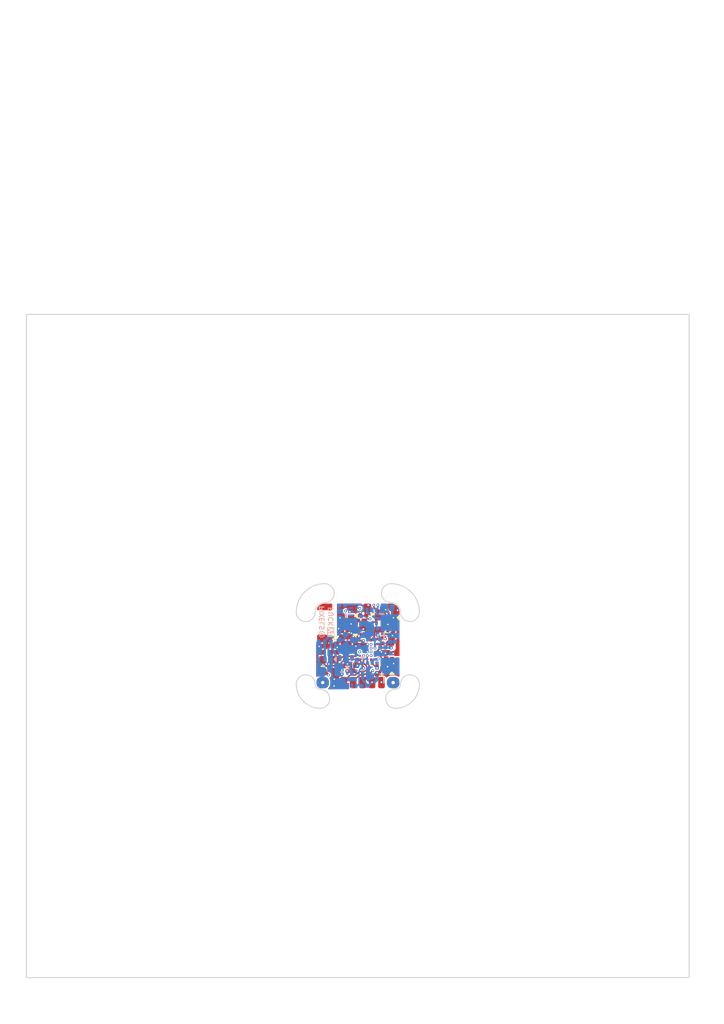
<source format=kicad_pcb>
(kicad_pcb (version 20241229) (generator "pcbnew") (generator_version "9.0")
  (title_block (title "Pixels D20 Layout") (date "2022-08-26") (rev "13") (company "Systemic Games, LLC") (comment 1 "Flexible PCB, 0.13mm thickness"))
  (layers (0 "F.Cu" signal) (4 "In1.Cu" signal) (6 "In2.Cu" signal) (2 "B.Cu" signal) (13 "F.Paste" user) (15 "B.Paste" user) (5 "F.SilkS" user "F.Silkscreen") (7 "B.SilkS" user "B.Silkscreen") (1 "F.Mask" user) (3 "B.Mask" user) (25 "Edge.Cuts" user))
  (net 0 "")
  (net 1 "/ANTENNA_MECHANICAL")
  (net 2 "GND")
  (net 3 "VDD")
  (net 4 "VDC")
  (net 5 "Net-(L1-Pad2)")
  (net 6 "+5V")
  (net 7 "VEE")
  (net 8 "/LED_EN")
  (net 9 "+BATT")
  (net 10 "SWDCLK")
  (net 11 "SWDIO")
  (net 12 "/5V_SENSE")
  (net 13 "/STATS")
  (net 14 "/SCL")
  (net 15 "/SDA")
  (net 16 "/ACC_INT")
  (net 17 "/PROG")
  (net 18 "/LED_DATA")
  (net 19 "/ANT_50")
  (net 20 "/ANT_NRF")
  (net 21 "/ANTENNA")
  (net 23 "Net-(U1-XC2)")
  (net 24 "Net-(U1-DEC1)")
  (net 25 "Net-(U1-XC1)")
  (net 26 "Net-(U1-DEC4)")
  (net 27 "Net-(U1-DEC2)")
  (net 28 "Net-(U1-DCC)")
  (net 29 "/LED_RETURN")
  (net 30 "/Wireless Charging/B-")
  (net 31 "/Wireless Charging/COILA")
  (net 32 "/Wireless Charging/COILB")
  (net 33 "/ANT_MID")
  (net 34 "/MAG1_")
  (net 35 "/NTC_PHOTO_SENSE")
  (net 36 "Net-(U9-PROG)")
  (net 37 "Net-(Q1-C)")
  (net 38 "/Wireless Charging/VBAT_5V_SELECT")
  (net 39 "RESET")
  (net 40 "Net-(U7-BAT)")
  (net 41 "/VBAT_SENSE")
  (net 42 "/Wireless Charging/COIL_SENSE")
  (net 43 "Net-(U10-B0)")
  (footprint "Pixels-dice:0402_RF" (layer "F.Cu") (at 202.3 71.31 90)
    (property "Reference" "C12" (hide yes))
    (property "Value" "DNP" (hide yes))
  )
  (footprint "Capacitor_SMD:C_0201_0603Metric" (layer "F.Cu") (at 203.74 73.74)
    (property "Reference" "C10" (hide yes))
    (property "Value" "0.1uF 10V 20%" (hide yes))
  )
  (footprint "Pixels-dice:C_1.2x1.8" (layer "F.Cu") (at 206.77 68.7 90)
    (property "Reference" "L1" (hide yes))
    (property "Value" "10uH 100mA 20%" (hide yes))
  )
  (footprint "Resistor_SMD:R_0201_0603Metric" (layer "F.Cu") (at 205.07 67.87)
    (property "Reference" "R5" (hide yes))
    (property "Value" "10k 1%" (hide yes))
  )
  (footprint "Pixels-dice:SX16Y032000B81T001" (layer "F.Cu") (at 203.29 68.37 180)
    (property "Reference" "Y1" (hide yes))
    (property "Value" "32MHz 40ppm" (hide yes))
  )
  (footprint "Pixels-dice:C_0402_1005Metric" (layer "F.Cu") (at 207.64 67.01 180)
    (property "Reference" "C9" (hide yes))
    (property "Value" "10uF 6.3V 20%" (hide yes))
  )
  (footprint "Resistor_SMD:R_0201_0603Metric" (layer "F.Cu") (at 208.68 72.19 -90)
    (property "Reference" "R12")
    (property "Value" "510R 1%")
  )
  (footprint "Pixels-dice:TEST_PIN" (layer "F.Cu") (at 206.53 73.25)
    (property "Reference" "W7" (hide yes))
    (property "Value" "ACC_INT" (hide yes))
  )
  (footprint "Diode_SMD:D_0603_1608Metric" (layer "F.Cu") (at 204.702499 67.08 180)
    (property "Reference" "Q1" (hide yes))
    (property "Value" "ZSPT-Z1608C-06F-Z4" (hide yes))
  )
  (footprint "Pixels-dice:LED_CONNECTOR_6" (layer "F.Cu") (at 204.25 74.94)
    (property "Reference" "J5" (hide yes))
    (property "Value" "Conn_01x06" (hide yes))
  )
  (footprint "Pixels-dice:COIL_CON" (layer "F.Cu") (at 200.79 75.09)
    (property "Reference" "P5" (hide yes))
    (property "Value" "COILA" (hide yes))
  )
  (footprint "Pixels-dice:FPB1_1-4" (layer "F.Cu") (at 208.003402 69.125)
    (property "Reference" "U6")
    (property "Value" "ME6230")
  )
  (footprint "Pixels-dice:WLCSP" (layer "F.Cu") (at 205.3 71.5)
    (property "Reference" "U1" (hide yes))
    (property "Value" "NRF52811-CAAA-R" (hide yes))
  )
  (footprint "Pixels-dice:COIL_CON" (layer "F.Cu") (at 208.23 75.09)
    (property "Reference" "P6" (hide yes))
    (property "Value" "COILB" (hide yes))
  )
  (footprint "Capacitor_SMD:C_0201_0603Metric" (layer "F.Cu") (at 204.82 68.39 180)
    (property "Reference" "C2" (hide yes))
    (property "Value" "8pF 10V 10%" (hide yes))
  )
  (footprint "Pixels-dice:TEST_PIN" (layer "F.Cu") (at 206.52 67.35)
    (property "Reference" "W21" (hide yes))
    (property "Value" "LED2" (hide yes))
  )
  (footprint "Pixels-dice:0402_RF" (layer "F.Cu") (at 202.95 71.22 -90)
    (property "Reference" "L5" (hide yes))
    (property "Value" "3.3nH 5%" (hide yes))
  )
  (footprint "Inductor_SMD:L_0402_1005Metric" (layer "F.Cu") (at 205.76 69.305 -90)
    (property "Reference" "L2" (hide yes))
    (property "Value" "15nH 100mA 5%" (hide yes))
  )
  (footprint "Package_DFN_QFN:UDFN-4-1EP_1x1mm_P0.65mm_EP0.48x0.48mm" (layer "F.Cu") (at 207.64 73.2575 180)
    (property "Reference" "U7")
    (property "Value" "DS6101")
  )
  (footprint "Pixels-dice:0402_RF" (layer "F.Cu") (at 200.85 71.1 180)
    (property "Reference" "C11" (hide yes))
    (property "Value" "DNP" (hide yes))
  )
  (footprint "Pixels-dice:AW35122" (layer "F.Cu") (at 208.01 67.85 -90)
    (property "Reference" "U5" (hide yes))
    (property "Value" "AW35122" (hide yes))
  )
  (footprint "Pixels-dice:PROG_1.27" (layer "F.Cu") (at 201.44 73.805 180)
    (property "Reference" "J2" (hide yes))
    (property "Value" "Conn_01x04" (hide yes))
  )
  (footprint "Pixels-dice:0402_RF" (layer "F.Cu") (at 201.2 71.75 180)
    (property "Reference" "L3" (hide yes))
    (property "Value" "0 Ohm" (hide yes))
  )
  (footprint "Pixels-dice:0402_RF" (layer "F.Cu") (at 203.6 71.22 90)
    (property "Reference" "L4" (hide yes))
    (property "Value" "2.2nH 5%" (hide yes))
  )
  (footprint "Pixels-dice:C_0402_1005Metric" (layer "F.Cu") (at 207.69 70.08)
    (property "Reference" "C18" (hide yes))
    (property "Value" "4.7uF 10V 20%" (hide yes))
  )
  (footprint "Pixels-dice:C_0402_1005Metric" (layer "F.Cu") (at 203.86 73.1 180)
    (property "Reference" "C4" (hide yes))
    (property "Value" "4.7uF 10V 20%" (hide yes))
  )
  (footprint "Capacitor_SMD:C_0201_0603Metric" (layer "F.Cu") (at 203.1 69.4)
    (property "Reference" "C5" (hide yes))
    (property "Value" "8pF 10V 10%" (hide yes))
  )
  (footprint "Capacitor_SMD:C_0201_0603Metric" (layer "F.Cu") (at 207.8 72.42 180)
    (property "Reference" "C23")
    (property "Value" "0.1uF 10V 20%")
  )
  (footprint "Capacitor_SMD:C_0201_0603Metric" (layer "F.Cu") (at 207.41 70.8)
    (property "Reference" "C3" (hide yes))
    (property "Value" "0.1uF 10V 20%" (hide yes))
  )
  (footprint "Pixels-dice:C_0402_1005Metric" (layer "F.Cu") (at 205 69.46 90)
    (property "Reference" "C1" (hide yes))
    (property "Value" "4.7uF 10V 20%" (hide yes))
  )
  (footprint "Pixels-dice:CHIP_ANT" (layer "F.Cu") (at 201 70.3)
    (property "Reference" "AE1" (hide yes))
    (property "Value" "Antenna_Chip" (hide yes))
  )
  (footprint "Pixels-dice:0402_RF" (layer "F.Cu") (at 203.2 70.11)
    (property "Reference" "C8" (hide yes))
    (property "Value" "1.2pF 10V 5% C0G" (hide yes))
  )
  (footprint "Package_TO_SOT_SMD:SOT-553" (layer "B.Cu") (at 205.97 67.96 -90)
    (property "Reference" "U9" (hide yes))
    (property "Value" "XT4051" (hide yes))
  )
  (footprint "Resistor_SMD:R_0201_0603Metric" (layer "B.Cu") (at 206.58 69.55 -90)
    (property "Reference" "R6" (hide yes))
    (property "Value" "5.6k 1%" (hide yes))
  )
  (footprint "Capacitor_SMD:C_0201_0603Metric" (layer "B.Cu") (at 207.41 71.54 -90)
    (property "Reference" "C22" (hide yes))
    (property "Value" "10nF 25V 10%" (hide yes))
  )
  (footprint "Pixels-dice:SOT-363_SC-70-6" (layer "B.Cu") (at 201.01 71.55 90)
    (property "Reference" "D1" (hide yes))
    (property "Value" "BAV99S" (hide yes))
  )
  (footprint "Resistor_SMD:R_0201_0603Metric" (layer "B.Cu") (at 204.45 72.85 90)
    (property "Reference" "R11")
    (property "Value" "5.6k 1%")
  )
  (footprint "Resistor_SMD:R_0201_0603Metric" (layer "B.Cu") (at 205.93 70.38)
    (property "Reference" "R1" (hide yes))
    (property "Value" "3.9M 1%" (hide yes))
  )
  (footprint "Resistor_SMD:R_0201_0603Metric" (layer "B.Cu") (at 205.19 75.28 180)
    (property "Reference" "R10")
    (property "Value" "5.6k 1%")
  )
  (footprint "Capacitor_SMD:C_0201_0603Metric" (layer "B.Cu") (at 208.43 70.3 90)
    (property "Reference" "C21" (hide yes))
    (property "Value" "10nF 25V 10%" (hide yes))
  )
  (footprint "Capacitor_SMD:C_0805_2012Metric" (layer "B.Cu") (at 201.55 73.59)
    (property "Reference" "C19" (hide yes))
    (property "Value" "12nF 50V 5% NP0" (hide yes))
  )
  (footprint "Pixels-dice:R_0402_1005Metric" (layer "B.Cu") (at 202.62 67.930001 -90)
    (property "Reference" "TH1" (hide yes))
    (property "Value" "NTC 100k @ 25C" (hide yes))
  )
  (footprint "Package_TO_SOT_SMD:SOT-353_SC-70-5" (layer "B.Cu") (at 203.23 71.41 90)
    (property "Reference" "U3" (hide yes))
    (property "Value" "TPS715" (hide yes))
  )
  (footprint "Resistor_SMD:R_0201_0603Metric" (layer "B.Cu") (at 206.86 71.54 -90)
    (property "Reference" "R8" (hide yes))
    (property "Value" "10M 1%" (hide yes))
  )
  (footprint "Resistor_SMD:R_0201_0603Metric" (layer "B.Cu") (at 202.85 66.8 180)
    (property "Reference" "R9" (hide yes))
    (property "Value" "100k 1%" (hide yes))
  )
  (footprint "Package_LGA:LGA-12_2x2mm_P0.5mm" (layer "B.Cu") (at 205.77 73.6525 -90)
    (property "Reference" "U2" (hide yes))
    (property "Value" "KXTJ3-1057" (hide yes))
  )
  (footprint "Pixels-dice:C_0402_1005Metric" (layer "B.Cu") (at 207.64 67 180)
    (property "Reference" "C16" (hide yes))
    (property "Value" "10uF 6.3V 20%" (hide yes))
  )
  (footprint "Capacitor_SMD:C_0201_0603Metric" (layer "B.Cu") (at 205.02 70.93 -90)
    (property "Reference" "C7" (hide yes))
    (property "Value" "100pF NP0 10V 2%" (hide yes))
  )
  (footprint "Resistor_SMD:R_0201_0603Metric" (layer "B.Cu") (at 204.58 68.65 180)
    (property "Reference" "R4" (hide yes))
    (property "Value" "10k 1%" (hide yes))
  )
  (footprint "Pixels-dice:DFN-6-1EP_2x2mm_P0.47" (layer "B.Cu") (at 203.86 74.5875 -90)
    (property "Reference" "U4" (hide yes))
    (property "Value" "24C02D6(XBLW)" (hide yes))
  )
  (footprint "Capacitor_SMD:C_0603_1608Metric" (layer "B.Cu") (at 205.025 69.51 180)
    (property "Reference" "C15" (hide yes))
    (property "Value" "22uF 10V 20%" (hide yes))
  )
  (footprint "Pixels-dice:Batt_409090_Tabs" (layer "B.Cu") (at 207.9 70.93 -90)
    (property "Reference" "J1" (hide yes))
    (property "Value" "Conn_01x02" (hide yes))
  )
  (footprint "Pixels-dice:TEST_PIN" (layer "B.Cu") (at 204.85 67.97)
    (property "Reference" "W23" (hide yes))
    (property "Value" "ADC_OUT")
  )
  (footprint "Resistor_SMD:R_0201_0603Metric" (layer "B.Cu") (at 207.9 70.3 -90)
    (property "Reference" "R2" (hide yes))
    (property "Value" "3.9M 1%" (hide yes))
  )
  (footprint "Pixels-dice:TEST_PIN" (layer "B.Cu") (at 206.84 70.37)
    (property "Reference" "W18" (hide yes))
    (property "Value" "PROG" (hide yes))
  )
  (footprint "Pixels-dice:DFN1109-6" (layer "B.Cu") (at 204.12 67.46 90)
    (property "Reference" "U10" (hide yes))
    (property "Value" "WAS3157D-6/TR")
  )
  (footprint "Resistor_SMD:R_0201_0603Metric" (layer "B.Cu") (at 207.98 71.53 90)
    (property "Reference" "R7" (hide yes))
    (property "Value" "3.9M 1%" (hide yes))
  )
  (footprint "Capacitor_SMD:C_0402_1005Metric" (layer "B.Cu") (at 203.22 69.38 90)
    (property "Reference" "C13" (hide yes))
    (property "Value" "4.7uF 25V 20%" (hide yes))
  )
  (gr_line (start 207.45 69.43) (end 207.45 69.68) (stroke (width 0.1)) (layer "F.SilkS"))
  (gr_poly (pts (xy 200.81 73.05) (xy 200.61 73.25) (xy 201.01 73.25)) (stroke (width 0.1)) (fill no) (layer "F.SilkS"))
  (gr_poly (pts (xy 204.22 67.87) (xy 204.42 68.07) (xy 204.42 67.67)) (stroke (width 0.15)) (fill yes) (layer "F.SilkS"))
  (gr_poly (pts (xy 208.67 68.09) (xy 208.87 68.29) (xy 208.87 67.89)) (stroke (width 0.15)) (fill yes) (layer "F.SilkS"))
  (gr_poly (pts (xy 204.25 70.05) (xy 204.45 69.85) (xy 204.05 69.85)) (stroke (width 0.15)) (fill yes) (layer "F.SilkS"))
  (gr_poly (pts (xy 205.91 67.647157) (xy 205.91 67.93) (xy 206.192843 67.647157)) (stroke (width 0.15)) (fill yes) (layer "F.SilkS"))
  (gr_line (start 207.45 69.68) (end 207.71 69.68) (stroke (width 0.1)) (layer "F.SilkS"))
  (gr_poly (pts (xy 201.99 70.24) (xy 202.19 70.44) (xy 202.19 70.04)) (stroke (width 0.15)) (fill yes) (layer "F.SilkS"))
  (gr_poly (pts (xy 208.1 73.85) (xy 207.9 74.05) (xy 208.3 74.05)) (stroke (width 0.15)) (fill yes) (layer "F.SilkS"))
  (gr_line (start 200.777252 70.070635) (end 200.808156 70.16574) (stroke (width 0.1) (type dash)) (layer "B.SilkS"))
  (gr_line (start 200.497746 69.685925) (end 200.416844 69.627145) (stroke (width 0.1) (type dash)) (layer "B.SilkS"))
  (gr_poly (pts (xy 203.39 73.43) (xy 203.19 73.23) (xy 203.59 73.23)) (stroke (width 0.15)) (fill yes) (layer "B.SilkS"))
  (gr_poly (pts (xy 202.01 72.47) (xy 202.21 72.27) (xy 202.21 72.67)) (stroke (width 0.15)) (fill yes) (layer "B.SilkS"))
  (gr_line (start 200.95 69.83287) (end 201.05 69.83287) (stroke (width 0.1) (type dash)) (layer "B.SilkS"))
  (gr_poly (pts (xy 203.4 67.85) (xy 203.2 68.05) (xy 203.2 67.65)) (stroke (width 0.15)) (fill yes) (layer "B.SilkS"))
  (gr_line (start 200.45 69.832871) (end 200.35 69.83287) (stroke (width 0.1) (type dash)) (layer "B.SilkS"))
  (gr_line (start 200.902254 69.979816) (end 200.983156 70.038595) (stroke (width 0.1) (type dash)) (layer "B.SilkS"))
  (gr_line (start 200.902254 69.685922) (end 200.983156 69.627145) (stroke (width 0.1) (type dash)) (layer "B.SilkS"))
  (gr_line (start 200.777254 69.595106) (end 200.808156 69.5) (stroke (width 0.1) (type dash)) (layer "B.SilkS"))
  (gr_line (start 200.497745 69.979817) (end 200.416844 70.038595) (stroke (width 0.1) (type dash)) (layer "B.SilkS"))
  (gr_circle (center 200.7 69.83287) (end 200.78 69.83287) (stroke (width 0.1)) (fill yes) (layer "B.SilkS"))
  (gr_line (start 200.622744 69.595106) (end 200.591844 69.5) (stroke (width 0.1) (type dash)) (layer "B.SilkS"))
  (gr_poly (pts (xy 205.02 72.44) (xy 204.82 72.24) (xy 205.22 72.24)) (stroke (width 0.15)) (fill yes) (layer "B.SilkS"))
  (gr_line (start 200.622746 70.070634) (end 200.591844 70.16574) (stroke (width 0.1) (type dash)) (layer "B.SilkS"))
  (gr_arc (start 208.000035 64.499995) (mid 210.119045 65.376399) (end 210.999999 67.493521) (stroke (width 0.1)) (layer "Edge.Cuts"))
  (gr_arc (start 199.999999 67.500001) (mid 200.292893 66.792894) (end 201 66.5) (stroke (width 0.1)) (layer "Edge.Cuts"))
  (gr_arc (start 209.00036 75.119671) (mid 208.842841 75.49689) (end 208.463821 75.649966) (stroke (width 0.1)) (layer "Edge.Cuts"))
  (gr_arc (start 200.53066 75.649995) (mid 200.155501 75.494734) (end 200 75.119671) (stroke (width 0.1)) (layer "Edge.Cuts"))
  (gr_arc (start 198 75.120273) (mid 198.999636 74.120001) (end 200 75.120001) (stroke (width 0.1)) (layer "Edge.Cuts"))
  (gr_line (start 169.498669 36.074999) (end 239.498669 36.074999) (stroke (width 0.1)) (layer "Edge.Cuts"))
  (gr_line (start 169.498669 106.074999) (end 169.498669 36.074999) (stroke (width 0.1)) (layer "Edge.Cuts"))
  (gr_arc (start 208.00002 66.500001) (mid 207 65.499994) (end 208.000035 64.500001) (stroke (width 0.1)) (layer "Edge.Cuts"))
  (gr_arc (start 201.000002 64.5) (mid 202.000001 65.500002) (end 201 66.5) (stroke (width 0.1)) (layer "Edge.Cuts"))
  (gr_arc (start 210.999999 67.493521) (mid 209.999989 68.487072) (end 208.999979 67.493521) (stroke (width 0.1)) (layer "Edge.Cuts"))
  (gr_line (start 239.498669 36.074999) (end 239.498669 106.074999) (stroke (width 0.1)) (layer "Edge.Cuts"))
  (gr_arc (start 208.00002 66.500001) (mid 208.704819 66.790614) (end 208.999999 67.500001) (stroke (width 0.1)) (layer "Edge.Cuts"))
  (gr_line (start 239.498669 106.074999) (end 169.498669 106.074999) (stroke (width 0.1)) (layer "Edge.Cuts"))
  (gr_arc (start 200.53066 75.649995) (mid 201.531006 76.649669) (end 200.531324 77.649995) (stroke (width 0.1)) (layer "Edge.Cuts"))
  (gr_arc (start 209.00036 75.119671) (mid 210.006493 74.11968) (end 211.000329 75.104787) (stroke (width 0.1)) (layer "Edge.Cuts"))
  (gr_arc (start 197.999999 67.500001) (mid 198.87868 65.378679) (end 201.000002 64.5) (stroke (width 0.1)) (layer "Edge.Cuts"))
  (gr_line (start 208.999999 67.500001) (end 208.999999 67.493521) (stroke (width 0.1)) (layer "Edge.Cuts"))
  (gr_arc (start 208.440425 77.649829) (mid 207.45464 76.638203) (end 208.463821 75.649966) (stroke (width 0.1)) (layer "Edge.Cuts"))
  (gr_arc (start 199.999999 67.500001) (mid 198.999999 68.500001) (end 197.999999 67.500001) (stroke (width 0.1)) (layer "Edge.Cuts"))
  (gr_arc (start 211.000329 75.10738) (mid 210.24442 76.923629) (end 208.440425 77.649829) (stroke (width 0.1)) (layer "Edge.Cuts"))
  (gr_arc (start 200.531324 77.649995) (mid 198.741735 76.909395) (end 198 75.120273) (stroke (width 0.1)) (layer "Edge.Cuts"))
  (gr_text "+" (at 206.65 74.28 0) (layer "F.SilkS") (effects (font (size 0.5 0.5) (thickness 0.1) (bold yes)) (justify left bottom)))
  (gr_text "-" (at 202.47 74.08 0) (layer "F.SilkS") (effects (font (size 0.5 0.5) (thickness 0.1) (bold yes)) (justify left bottom)))
  (gr_text "+" (at 207.68 69.39 90) (layer "B.SilkS") (effects (font (size 0.8 0.8) (thickness 0.16) (bold yes)) (justify left bottom mirror)))
  (gr_text "PIXELS" (at 201 66.78287 90) (layer "B.SilkS") (effects (font (size 0.5 0.5) (thickness 0.1) (bold yes)) (justify left bottom mirror)))
  (gr_text "-" (at 207.67 74.06 90) (layer "B.SilkS") (effects (font (size 0.8 0.8) (thickness 0.16) (bold yes)) (justify left bottom mirror)))
  (gr_text "V1" (at 201.95 69.1 90) (layer "B.SilkS" knockout) (effects (font (size 0.5 0.5) (thickness 0.125) (bold yes)) (justify left bottom mirror)))
  (gr_text "PUCK" (at 201.95 66.9 90) (layer "B.SilkS") (effects (font (size 0.5 0.5) (thickness 0.1) (bold yes)) (justify left bottom mirror)))
  (segment (start 202.47 69.25) (end 202.563431 69.343431) (width 0.15) (layer "F.Cu") (net 2))
  (segment (start 205.5 70.9) (end 205.1 70.9) (width 0.15) (layer "F.Cu") (net 2))
  (segment (start 205.080668 69.300668) (end 205.080668 69.150135) (width 0.15) (layer "F.Cu") (net 2))
  (segment (start 203.425 73.1) (end 203.38 73.1) (width 0.15) (layer "F.Cu") (net 2))
  (segment (start 203.64 70.015) (end 203.64 70.11) (width 0.15) (layer "F.Cu") (net 2))
  (segment (start 202.0425 73.8375) (end 202.075 73.805) (width 0.15) (layer "F.Cu") (net 2))
  (segment (start 207.170137 67.010137) (end 207.76 67.6) (width 0.15) (layer "F.Cu") (net 2))
  (segment (start 203.4 72.97) (end 203.267071 73.102928) (width 0.15) (layer "F.Cu") (net 2))
  (segment (start 208.249201 70.000799) (end 208.17 69.98) (width 0.15) (layer "F.Cu") (net 2))
  (segment (start 202.01 73.915961) (end 202.01 74.58) (width 0.15) (layer "F.Cu") (net 2))
  (segment (start 202.7 69.4) (end 202.78 69.4) (width 0.15) (layer "F.Cu") (net 2))
  (segment (start 203.707175 69.852824) (end 203.83 69.73) (width 0.15) (layer "F.Cu") (net 2))
  (segment (start 207.44 67.25) (end 207.08 66.96) (width 0.15) (layer "F.Cu") (net 2))
  (segment (start 205.5 71.3) (end 205.1 71.3) (width 0.15) (layer "F.Cu") (net 2))
  (segment (start 207.114142 66.974142) (end 207.118535 66.978535) (width 0.15) (layer "F.Cu") (net 2))
  (segment (start 205.010334 68.980334) (end 204.94 68.91) (width 0.15) (layer "F.Cu") (net 2))
  (segment (start 203.26 73.12) (end 203.26 73.13) (width 0.15) (layer "F.Cu") (net 2))
  (segment (start 208.17 69.98) (end 207.99 70.26) (width 0.15) (layer "F.Cu") (net 2))
  (segment (start 205.1 71.7) (end 205.5 71.7) (width 0.15) (layer "F.Cu") (net 2))
  (segment (start 205.1 71.3) (end 205.1 70.9) (width 0.15) (layer "F.Cu") (net 2))
  (segment (start 203.799998 66.985) (end 203.724998 67.06) (width 0.15) (layer "F.Cu") (net 2))
  (segment (start 208.328402 69.80959) (end 208.328402 69.45) (width 0.15) (layer "F.Cu") (net 2))
  (segment (start 205.1 71.7) (end 205.1 71.3) (width 0.15) (layer "F.Cu") (net 2))
  (segment (start 205.5 71.3) (end 205.5 70.9) (width 0.15) (layer "F.Cu") (net 2))
  (segment (start 205.5 71.3) (end 205.5 71.7) (width 0.15) (layer "F.Cu") (net 2))
  (segment (start 203.501819 73.131819) (end 204.11 73.74) (width 0.15) (layer "F.Cu") (net 2))
  (segment (start 207.128667 66.985305) (end 207.139999 66.989999) (width 0.15) (layer "F.Cu") (net 2))
  (via (at 206.53 73.9) (size 0.3) (drill 0.15) (layers "F.Cu" "B.Cu") (net 2))
  (via (at 203.83 69.73) (size 0.3) (drill 0.15) (layers "F.Cu" "B.Cu") (net 2))
  (via (at 201.44 72.98) (size 0.3) (drill 0.15) (layers "F.Cu" "B.Cu") (net 2))
  (via (at 202.47 69.25) (size 0.3) (drill 0.15) (layers "F.Cu" "B.Cu") (net 2))
  (via (at 207.41 71.86) (size 0.3) (drill 0.15) (layers "F.Cu" "B.Cu") (net 2))
  (via (at 205.080668 69.300668) (size 0.3) (drill 0.15) (layers "F.Cu" "B.Cu") (net 2))
  (via (at 207.44 67.25) (size 0.3) (drill 0.15) (layers "F.Cu" "B.Cu") (net 2))
  (via (at 202.61 68.11) (size 0.3) (drill 0.15) (layers "F.Cu" "B.Cu") (net 2))
  (via (at 202 75.3) (size 0.3) (drill 0.15) (layers "F.Cu" "B.Cu") (net 2))
  (via (at 208.17 69.98) (size 0.3) (drill 0.15) (layers "F.Cu" "B.Cu") (net 2))
  (via (at 202.01 74.58) (size 0.3) (drill 0.15) (layers "F.Cu" "B.Cu") (net 2))
  (via (at 204.3 71.1) (size 0.3) (drill 0.15) (layers "F.Cu" "B.Cu") (net 2))
  (via (at 203.4 72.97) (size 0.3) (drill 0.15) (layers "F.Cu" "B.Cu") (net 2))
  (via (at 206.99 71.71) (size 0.3) (drill 0.15) (layers "F.Cu" "B.Cu") (net 2))
  (via (at 205.5 70.9) (size 0.3) (drill 0.15) (layers "F.Cu" "B.Cu") (net 2))
  (via (at 205.5 71.7) (size 0.3) (drill 0.15) (layers "F.Cu" "B.Cu") (net 2))
  (via (at 202.33 71.23) (size 0.3) (drill 0.15) (layers "F.Cu" "B.Cu") (net 2))
  (via (at 203.79 68.75) (size 0.3) (drill 0.15) (layers "F.Cu" "B.Cu") (net 2))
  (via (at 203.66 67.46) (size 0.3) (drill 0.15) (layers "F.Cu" "B.Cu") (net 2))
  (via (at 200.41 71.13) (size 0.3) (drill 0.15) (layers "F.Cu" "B.Cu") (net 2))
  (arc (start 203.707175 69.852824) (mid 203.657458 69.927231) (end 203.64 70.015) (width 0.15) (layer "F.Cu") (net 2))
  (arc (start 203.799998 66.985) (mid 203.883071 66.929491) (end 203.981064 66.91) (width 0.15) (layer "F.Cu") (net 2))
  (arc (start 208.249201 70.000799) (mid 208.307818 69.913071) (end 208.328402 69.80959) (width 0.15) (layer "F.Cu") (net 2))
  (arc (start 207.114142 66.974142) (mid 207.098477 66.963675) (end 207.08 66.96) (width 0.15) (layer "F.Cu") (net 2))
  (arc (start 203.26 73.12) (mid 203.261837 73.11076) (end 203.267071 73.102928) (width 0.15) (layer "F.Cu") (net 2))
  (arc (start 202.7 69.4) (mid 202.626089 69.385298) (end 202.563431 69.343431) (width 0.15) (layer "F.Cu") (net 2))
  (arc (start 207.139999 66.989999) (mid 207.156059 66.998584) (end 207.170137 67.010137) (width 0.15) (layer "F.Cu") (net 2))
  (arc (start 207.128667 66.985305) (mid 207.123267 66.982419) (end 207.118535 66.978535) (width 0.15) (layer "F.Cu") (net 2))
  (arc (start 203.501819 73.131819) (mid 203.466574 73.108269) (end 203.425 73.1) (width 0.15) (layer "F.Cu") (net 2))
  (arc (start 205.010334 68.980334) (mid 205.062388 69.058239) (end 205.080668 69.150135) (width 0.15) (layer "F.Cu") (net 2))
  (arc (start 202.0425 73.8375) (mid 202.018446 73.873498) (end 202.01 73.915961) (width 0.15) (layer "F.Cu") (net 2))
  (segment (start 205.5 71.417574) (end 205.5 71.418648) (width 0.15) (layer "B.Cu") (net 2))
  (segment (start 205.5 71.126559) (end 205.5 71.129684) (width 0.15) (layer "B.Cu") (net 2))
  (segment (start 205.5 70.921678) (end 205.5 70.922069) (width 0.15) (layer "B.Cu") (net 2))
  (segment (start 205.5 71.117184) (end 205.5 71.120309) (width 0.15) (layer "B.Cu") (net 2))
  (segment (start 205.5 71.234374) (end 205.5 71.235936) (width 0.15) (layer "B.Cu") (net 2))
  (segment (start 205.5 71.140011) (end 205.5 71.140061) (width 0.15) (layer "B.Cu") (net 2))
  (segment (start 203.779566 73.579566) (end 203.481317 73.281317) (width 0.15) (layer "B.Cu") (net 2))
  (segment (start 205.5 71.694626) (end 205.5 71.694822) (width 0.15) (layer "B.Cu") (net 2))
  (segment (start 205.5 71.157006) (end 205.5 71.157054) (width 0.15) (layer "B.Cu") (net 2))
  (segment (start 205.5 71.609178) (end 205.5 71.609569) (width 0.15) (layer "B.Cu") (net 2))
  (segment (start 205.5 71.5344) (end 205.5 71.53445) (width 0.15) (layer "B.Cu") (net 2))
  (segment (start 205.5 70.914158) (end 205.5 70.913768) (width 0.15) (layer "B.Cu") (net 2))
  (segment (start 205.5 71.153222) (end 205.5 71.154589) (width 0.15) (layer "B.Cu") (net 2))
  (segment (start 205.5 71.157102) (end 205.5 71.159788) (width 0.15) (layer "B.Cu") (net 2))
  (segment (start 205.5 71.653612) (end 205.5 71.653295) (width 0.15) (layer "B.Cu") (net 2))
  (segment (start 205.5 71.452539) (end 205.5 71.452929) (width 0.15) (layer "B.Cu") (net 2))
  (segment (start 205.5 70.900876) (end 205.5 70.900949) (width 0.15) (layer "B.Cu") (net 2))
  (segment (start 205.5 71.027927) (end 205.5 71.028709) (width 0.15) (layer "B.Cu") (net 2))
  (segment (start 205.5 71.202637) (end 205.5 71.204004) (width 0.15) (layer "B.Cu") (net 2))
  (segment (start 205.5 70.945996) (end 205.5 70.946192) (width 0.15) (layer "B.Cu") (net 2))
  (segment (start 205.5 71.447657) (end 205.5 71.448047) (width 0.15) (layer "B.Cu") (net 2))
  (segment (start 205.5 71.648046) (end 205.5 71.649609) (width 0.15) (layer "B.Cu") (net 2))
  (segment (start 205.5 71.565598) (end 205.5 71.565647) (width 0.15) (layer "B.Cu") (net 2))
  (segment (start 205.5 70.983786) (end 205.5 70.984958) (width 0.15) (layer "B.Cu") (net 2))
  (segment (start 205.5 71.610155) (end 205.5 71.611717) (width 0.15) (layer "B.Cu") (net 2))
  (segment (start 205.5 71.688449) (end 205.5 71.688498) (width 0.15) (layer "B.Cu") (net 2))
  (segment (start 205.5 71.015233) (end 205.5 71.016015) (width 0.15) (layer "B.Cu") (net 2))
  (segment (start 205.5 71.421091) (end 205.5 71.422263) (width 0.15) (layer "B.Cu") (net 2))
  (segment (start 205.5 71.460838) (end 205.5 71.461229) (width 0.15) (layer "B.Cu") (net 2))
  (segment (start 205.5 71.435545) (end 205.5 71.435936) (width 0.15) (layer "B.Cu") (net 2))
  (segment (start 205.5 71.513938) (end 205.5 71.514182) (width 0.15) (layer "B.Cu") (net 2))
  (segment (start 205.5 71.681638) (end 205.5 71.682419) (width 0.15) (layer "B.Cu") (net 2))
  (segment (start 205.5 71.699877) (end 205.5 71.699926) (width 0.15) (layer "B.Cu") (net 2))
  (segment (start 205.5 70.901194) (end 205.5 70.901438) (width 0.15) (layer "B.Cu") (net 2))
  (segment (start 205.5 71.617184) (end 205.5 71.616208) (width 0.15) (layer "B.Cu") (net 2))
  (segment (start 205.5 70.992186) (end 205.5 70.991209) (width 0.15) (layer "B.Cu") (net 2))
  (segment (start 205.5 70.99453) (end 205.5 70.996482) (width 0.15) (layer "B.Cu") (net 2))
  (segment (start 205.5 71.202245) (end 205.5 71.202441) (width 0.15) (layer "B.Cu") (net 2))
  (segment (start 205.5 71.409665) (end 205.5 71.410934) (width 0.15) (layer "B.Cu") (net 2))
  (segment (start 205.5 71.152343) (end 205.5 71.152734) (width 0.15) (layer "B.Cu") (net 2))
  (segment (start 205.5 70.961229) (end 205.5 70.961424) (width 0.15) (layer "B.Cu") (net 2))
  (segment (start 205.5 71.6708) (end 205.5 71.670996) (width 0.15) (layer "B.Cu") (net 2))
  (segment (start 205.5 70.998435) (end 205.5 71.000388) (width 0.15) (layer "B.Cu") (net 2))
  (segment (start 205.5 71.640111) (end 205.5 71.640258) (width 0.15) (layer "B.Cu") (net 2))
  (segment (start 205.5 71.647069) (end 205.5 71.64746) (width 0.15) (layer "B.Cu") (net 2))
  (segment (start 205.5 71.157054) (end 205.5 71.157102) (width 0.15) (layer "B.Cu") (net 2))
  (segment (start 205.5 71.088279) (end 205.5 71.088084) (width 0.15) (layer "B.Cu") (net 2))
  (segment (start 205.5 71.68425) (end 205.5 71.683981) (width 0.15) (layer "B.Cu") (net 2))
  (segment (start 205.5 71.197094) (end 205.5 71.197827) (width 0.15) (layer "B.Cu") (net 2))
  (segment (start 205.5 71.496482) (end 205.5 71.498435) (width 0.15) (layer "B.Cu") (net 2))
  (segment (start 205.5 70.990427) (end 205.5 70.990818) (width 0.15) (layer "B.Cu") (net 2))
  (segment (start 205.5 71.139158) (end 205.5 71.138768) (width 0.15) (layer "B.Cu") (net 2))
  (segment (start 205.5 71.453514) (end 205.5 71.453319) (width 0.15) (layer "B.Cu") (net 2))
  (segment (start 203.8925 68.7525) (end 203.79 68.75) (width 0.15) (layer "B.Cu") (net 2))
  (segment (start 205.5 71.140258) (end 205.5 71.140502) (width 0.15) (layer "B.Cu") (net 2))
  (segment (start 205.5 71.145702) (end 205.5 71.146483) (width 0.15) (layer "B.Cu") (net 2))
  (segment (start 205.5 71.699509) (end 205.5 71.699704) (width 0.15) (layer "B.Cu") (net 2))
  (segment (start 205.5 71.078537) (end 205.5 71.077243) (width 0.15) (layer "B.Cu") (net 2))
  (segment (start 205.5 71.136496) (end 205.5 71.136544) (width 0.15) (layer "B.Cu") (net 2))
  (segment (start 205.5 71.45925) (end 205.5 71.458981) (width 0.15) (layer "B.Cu") (net 2))
  (segment (start 205.5 70.922069) (end 205.5 70.92246) (width 0.15) (layer "B.Cu") (net 2))
  (segment (start 205.5 71.639743) (end 205.5 71.639938) (width 0.15) (layer "B.Cu") (net 2))
  (segment (start 205.5 71.695603) (end 205.5 71.695798) (width 0.15) (layer "B.Cu") (net 2))
  (segment (start 205.5 71.698948) (end 205.5 71.698997) (width 0.15) (layer "B.Cu") (net 2))
  (segment (start 205.5 71.092185) (end 205.5 71.094236) (width 0.15) (layer "B.Cu") (net 2))
  (segment (start 204.723315 69.51) (end 204.28 69.51) (width 0.15) (layer "B.Cu") (net 2))
  (segment (start 205.5 71.190525) (end 205.5 71.191404) (width 0.15) (layer "B.Cu") (net 2))
  (segment (start 205.5 71.513694) (end 205.5 71.513938) (width 0.15) (layer "B.Cu") (net 2))
  (segment (start 205.5 71.005759) (end 205.5 71.002341) (width 0.15) (layer "B.Cu") (net 2))
  (segment (start 206.019497 67.449497) (end 206.122114 67.552114) (width 0.15) (layer "B.Cu") (net 2))
  (segment (start 205.5 71.18906) (end 205.5 71.19033) (width 0.15) (layer "B.Cu") (net 2))
  (segment (start 205.5 71.688498) (end 205.5 71.688547) (width 0.15) (layer "B.Cu") (net 2))
  (segment (start 205.5 71.013694) (end 205.5 71.013938) (width 0.15) (layer "B.Cu") (net 2))
  (segment (start 205.5 71.226564) (end 205.5 71.226173) (width 0.15) (layer "B.Cu") (net 2))
  (segment (start 205.5 71.68906) (end 205.5 71.688547) (width 0.15) (layer "B.Cu") (net 2))
  (segment (start 206.529704 73.905295) (end 206.48875 73.94625) (width 0.15) (layer "B.Cu") (net 2))
  (segment (start 205.5 71.429806) (end 205.5 71.430246) (width 0.15) (layer "B.Cu") (net 2))
  (segment (start 207.16 67.09) (end 207.16 67) (width 0.15) (layer "B.Cu") (net 2))
  (segment (start 205.5 71.639353) (end 205.5 71.639548) (width 0.15) (layer "B.Cu") (net 2))
  (segment (start 205.5 71.68701) (end 205.5 71.687986) (width 0.15) (layer "B.Cu") (net 2))
  (segment (start 205.5 71.163378) (end 205.5 71.164062) (width 0.15) (layer "B.Cu") (net 2))
  (segment (start 205.5 71.53435) (end 205.5 71.5344) (width 0.15) (layer "B.Cu") (net 2))
  (segment (start 205.5 71.427707) (end 205.5 71.428049) (width 0.15) (layer "B.Cu") (net 2))
  (segment (start 205.5 71.192088) (end 205.5 71.192576) (width 0.15) (layer "B.Cu") (net 2))
  (segment (start 205.5 70.900681) (end 205.5 70.900876) (width 0.15) (layer "B.Cu") (net 2))
  (segment (start 205.5 71.210938) (end 205.5 71.209204) (width 0.15) (layer "B.Cu") (net 2))
  (segment (start 205.5 71.691111) (end 205.5 71.692185) (width 0.15) (layer "B.Cu") (net 2))
  (segment (start 205.5 71.4582) (end 205.5 71.458981) (width 0.15) (layer "B.Cu") (net 2))
  (segment (start 205.5 71.371873) (end 205.5 71.373436) (width 0.15) (layer "B.Cu") (net 2))
  (segment (start 205.5 71.425388) (end 205.5 71.42578) (width 0.15) (layer "B.Cu") (net 2))
  (segment (start 205.5 70.957419) (end 205.5 70.9582) (width 0.15) (layer "B.Cu") (net 2))
  (segment (start 205.5 71.139548) (end 205.5 71.139743) (width 0.15) (layer "B.Cu") (net 2))
  (segment (start 205.5 71.115036) (end 205.5 71.116208) (width 0.15) (layer "B.Cu") (net 2))
  (segment (start 205.5 71.177733) (end 205.5 71.178905) (width 0.15) (layer "B.Cu") (net 2))
  (segment (start 205.5 71.520336) (end 205.5 71.521459) (width 0.15) (layer "B.Cu") (net 2))
  (segment (start 205.5 71.696261) (end 205.5 71.69631) (width 0.15) (layer "B.Cu") (net 2))
  (segment (start 205.5 71.37031) (end 205.5 71.371873) (width 0.15) (layer "B.Cu") (net 2))
  (segment (start 205.5 71.603513) (end 205.5 71.605467) (width 0.15) (layer "B.Cu") (net 2))
  (segment (start 205.5 71.01814) (end 205.5 71.018481) (width 0.15) (layer "B.Cu") (net 2))
  (segment (start 205.5 71.166309) (end 205.5 71.166505) (width 0.15) (layer "B.Cu") (net 2))
  (segment (start 205.5 71.176951) (end 205.5 71.177342) (width 0.15) (layer "B.Cu") (net 2))
  (segment (start 205.5 70.915258) (end 205.5 70.915111) (width 0.15) (layer "B.Cu") (net 2))
  (segment (start 205.5 71.646678) (end 205.5 71.647069) (width 0.15) (layer "B.Cu") (net 2))
  (segment (start 205.5 71.514182) (end 205.5 71.514451) (width 0.15) (layer "B.Cu") (net 2))
  (segment (start 205.5 71.402172) (end 205.5 71.402904) (width 0.15) (layer "B.Cu") (net 2))
  (segment (start 205.5 71.680857) (end 205.5 71.681638) (width 0.15) (layer "B.Cu") (net 2))
  (segment (start 205.5 71.137985) (end 205.5 71.138376) (width 0.15) (layer "B.Cu") (net 2))
  (segment (start 205.5 71.633859) (end 205.5 71.634885) (width 0.15) (layer "B.Cu") (net 2))
  (segment (start 205.5 70.911496) (end 205.5 70.911544) (width 0.15) (layer "B.Cu") (net 2))
  (segment (start 205.5 71.136448) (end 205.5 71.136496) (width 0.15) (layer "B.Cu") (net 2))
  (segment (start 205.5 70.901047) (end 205.5 70.901194) (width 0.15) (layer "B.Cu") (net 2))
  (segment (start 205.5 71.620309) (end 205.5 71.623434) (width 0.15) (layer "B.Cu") (net 2))
  (segment (start 205.5 71.085811) (end 205.5 71.085543) (width 0.15) (layer "B.Cu") (net 2))
  (segment (start 205.5 71.373827) (end 205.5 71.373436) (width 0.15) (layer "B.Cu") (net 2))
  (segment (start 205.5 71.528709) (end 205.5 71.529491) (width 0.15) (layer "B.Cu") (net 2))
  (segment (start 203.86 73.77375) (end 203.86 73.8875) (width 0.15) (layer "B.Cu") (net 2))
  (segment (start 205.5 71.022753) (end 205.5 71.026463) (width 0.15) (layer "B.Cu") (net 2))
  (segment (start 205.5 70.953319) (end 205.5 70.953514) (width 0.15) (layer "B.Cu") (net 2))
  (segment (start 205.5 71.062986) (end 205.5 71.065549) (width 0.15) (layer "B.Cu") (net 2))
  (segment (start 205.5 71.577243) (end 205.5 71.578537) (width 0.15) (layer "B.Cu") (net 2))
  (segment (start 205.5 71.208667) (end 205.5 71.209204) (width 0.15) (layer "B.Cu") (net 2))
  (segment (start 205.5 71.180955) (end 205.5 71.18115) (width 0.15) (layer "B.Cu") (net 2))
  (segment (start 205.5 71.184762) (end 205.5 71.187105) (width 0.15) (layer "B.Cu") (net 2))
  (segment (start 205.5 71.562986) (end 205.5 71.565549) (width 0.15) (layer "B.Cu") (net 2))
  (segment (start 205.5 71.18779) (end 205.5 71.18906) (width 0.15) (layer "B.Cu") (net 2))
  (segment (start 205.5 71.537012) (end 205.5 71.542187) (width 0.15) (layer "B.Cu") (net 2))
  (segment (start 205.5 71.332812) (end 205.5 71.340624) (width 0.15) (layer "B.Cu") (net 2))
  (segment (start 205.5 71.428806) (end 205.5 71.429002) (width 0.15) (layer "B.Cu") (net 2))
  (segment (start 205.5 70.932933) (end 205.5 70.934252) (width 0.15) (layer "B.Cu") (net 2))
  (segment (start 205.5 71.082419) (end 205.5 71.0832) (width 0.15) (layer "B.Cu") (net 2))
  (segment (start 205.5 71.415231) (end 205.5 71.417574) (width 0.15) (layer "B.Cu") (net 2))
  (segment (start 205.5 71.23125) (end 205.5 71.232812) (width 0.15) (layer "B.Cu") (net 2))
  (segment (start 205.5 71.412888) (end 205.5 71.415231) (width 0.15) (layer "B.Cu") (net 2))
  (segment (start 205.5 71.166701) (end 205.5 71.166724) (width 0.15) (layer "B.Cu") (net 2))
  (segment (start 205.5 70.927465) (end 205.5 70.928295) (width 0.15) (layer "B.Cu") (net 2))
  (segment (start 205.5 71.682419) (end 205.5 71.6832) (width 0.15) (layer "B.Cu") (net 2))
  (segment (start 205.5 71.390794) (end 205.5 71.389061) (width 0.15) (layer "B.Cu") (net 2))
  (segment (start 205.5 71.1916) (end 205.5 71.191404) (width 0.15) (layer "B.Cu") (net 2))
  (segment (start 205.5 71.016015) (end 205.5 71.016797) (width 0.15) (layer "B.Cu") (net 2))
  (segment (start 205.5 71.650097) (end 205.5 71.651952) (width 0.15) (layer "B.Cu") (net 2))
  (segment (start 205.5 70.903683) (end 205.5 70.903732) (width 0.15) (layer "B.Cu") (net 2))
  (segment (start 205.5 71.407907) (end 205.5 71.408396) (width 0.15) (layer "B.Cu") (net 2))
  (segment (start 205.5 71.686424) (end 205.5 71.686619) (width 0.15) (layer "B.Cu") (net 2))
  (segment (start 205.5 70.929002) (end 205.5 70.929197) (width 0.15) (layer "B.Cu") (net 2))
  (segment (start 205.5 71.678514) (end 205.5 71.679295) (width 0.15) (layer "B.Cu") (net 2))
  (segment (start 205.5 71.581516) (end 205.5 71.581858) (width 0.15) (layer "B.Cu") (net 2))
  (segment (start 205.5 71.691111) (end 205.5 71.690134) (width 0.15) (layer "B.Cu") (net 2))
  (segment (start 205.5 71.42578) (end 205.5 71.42617) (width 0.15) (layer "B.Cu") (net 2))
  (segment (start 205.5 70.953514) (end 205.5 70.954295) (width 0.15) (layer "B.Cu") (net 2))
  (segment (start 205.5 71.496482) (end 205.5 71.49453) (width 0.15) (layer "B.Cu") (net 2))
  (segment (start 205.5 70.900486) (end 205.5 70.900681) (width 0.15) (layer "B.Cu") (net 2))
  (segment (start 205.5 71.654197) (end 205.5 71.654392) (width 0.15) (layer "B.Cu") (net 2))
  (segment (start 205.5 70.914938) (end 205.5 70.915011) (width 0.15) (layer "B.Cu") (net 2))
  (segment (start 205.5 71.686229) (end 205.5 71.686424) (width 0.15) (layer "B.Cu") (net 2))
  (segment (start 205.5 71.427365) (end 205.5 71.42656) (width 0.15) (layer "B.Cu") (net 2))
  (segment (start 205.5 71.171408) (end 205.5 71.171555) (width 0.15) (layer "B.Cu") (net 2))
  (segment (start 205.5 70.923046) (end 205.5 70.924609) (width 0.15) (layer "B.Cu") (net 2))
  (segment (start 205.5 71.463449) (end 205.5 71.463498) (width 0.15) (layer "B.Cu") (net 2))
  (segment (start 205.5 70.961424) (end 205.5 70.961619) (width 0.15) (layer "B.Cu") (net 2))
  (segment (start 205.5 71.407101) (end 205.5 71.407247) (width 0.15) (layer "B.Cu") (net 2))
  (segment (start 205.5 70.952929) (end 205.5 70.953319) (width 0.15) (layer "B.Cu") (net 2))
  (segment (start 205.5 71.409665) (end 205.5 71.40947) (width 0.15) (layer "B.Cu") (net 2))
  (segment (start 205.5 71.423044) (end 205.5 71.423435) (width 0.15) (layer "B.Cu") (net 2))
  (segment (start 205.5 71.202441) (end 205.5 71.202637) (width 0.15) (layer "B.Cu") (net 2))
  (segment (start 205.5 70.915011) (end 205.5 70.915061) (width 0.15) (layer "B.Cu") (net 2))
  (segment (start 205.5 71.215845) (end 205.5 71.221656) (width 0.15) (layer "B.Cu") (net 2))
  (segment (start 205.5 71.463498) (end 205.5 71.463547) (width 0.15) (layer "B.Cu") (net 2))
  (segment (start 205.5 71.065549) (end 205.5 71.065598) (width 0.15) (layer "B.Cu") (net 2))
  (segment (start 205.5 71.105467) (end 205.5 71.103513) (width 0.15) (layer "B.Cu") (net 2))
  (segment (start 205.5 71.694822) (end 205.5 71.695018) (width 0.15) (layer "B.Cu") (net 2))
  (segment (start 205.5 71.699119) (end 205.5 71.699046) (width 0.15) (layer "B.Cu") (net 2))
  (segment (start 205.5 71.193358) (end 205.5 71.19414) (width 0.15) (layer "B.Cu") (net 2))
  (segment (start 205.5 71.20813) (end 205.5 71.208667) (width 0.15) (layer "B.Cu") (net 2))
  (segment (start 205.5 71.40466) (end 205.5 71.404709) (width 0.15) (layer "B.Cu") (net 2))
  (segment (start 205.5 70.918358) (end 205.5 70.91914) (width 0.15) (layer "B.Cu") (net 2))
  (segment (start 205.5 70.984958) (end 205.5 70.985153) (width 0.15) (layer "B.Cu") (net 2))
  (segment (start 205.5 71.578537) (end 205.5 71.57966) (width 0.15) (layer "B.Cu") (net 2))
  (segment (start 205.5 71.428585) (end 205.5 71.42861) (width 0.15) (layer "B.Cu") (net 2))
  (segment (start 205.5 71.586814) (end 205.5 71.586301) (width 0.15) (layer "B.Cu") (net 2))
  (segment (start 205.5 71.457419) (end 205.5 71.4582) (width 0.15) (layer "B.Cu") (net 2))
  (segment (start 205.5 70.964084) (end 205.5 70.965109) (width 0.15) (layer "B.Cu") (net 2))
  (segment (start 205.5 71.649609) (end 205.5 71.650097) (width 0.15) (layer "B.Cu") (net 2))
  (segment (start 205.5 71.51814) (end 205.5 71.518481) (width 0.15) (layer "B.Cu") (net 2))
  (segment (start 205.5 71.459494) (end 205.5 71.459738) (width 0.15) (layer "B.Cu") (net 2))
  (segment (start 205.5 70.903806) (end 205.5 70.904002) (width 0.15) (layer "B.Cu") (net 2))
  (segment (start 205.5 71.170775) (end 205.5 71.170799) (width 0.15) (layer "B.Cu") (net 2))
  (segment (start 205.5 71.698558) (end 205.5 71.698802) (width 0.15) (layer "B.Cu") (net 2))
  (segment (start 206.53625 73.90125) (end 206.54 73.9) (width 0.15) (layer "B.Cu") (net 2))
  (segment (start 205.5 71.109178) (end 205.5 71.109569) (width 0.15) (layer "B.Cu") (net 2))
  (segment (start 203.4 73.085) (end 203.4 72.97) (width 0.15) (layer "B.Cu") (net 2))
  (segment (start 205.5 71.013938) (end 205.5 71.014182) (width 0.15) (layer "B.Cu") (net 2))
  (segment (start 205.5 71.251558) (end 205.5 71.259371) (width 0.15) (layer "B.Cu") (net 2))
  (segment (start 205.5 71.483786) (end 205.5 71.484958) (width 0.15) (layer "B.Cu") (net 2))
  (segment (start 205.5 70.904979) (end 205.5 70.905174) (width 0.15) (layer "B.Cu") (net 2))
  (segment (start 205.5 71.638768) (end 205.5 71.639158) (width 0.15) (layer "B.Cu") (net 2))
  (segment (start 205.5 71.498435) (end 205.5 71.500388) (width 0.15) (layer "B.Cu") (net 2))
  (segment (start 205.5 71.467184) (end 205.5 71.470309) (width 0.15) (layer "B.Cu") (net 2))
  (segment (start 205.5 70.903) (end 205.5 70.902731) (width 0.15) (layer "B.Cu") (net 2))
  (segment (start 205.5 71.405075) (end 205.5 71.405856) (width 0.15) (layer "B.Cu") (net 2))
  (segment (start 205.5 71.500388) (end 205.5 71.502341) (width 0.15) (layer "B.Cu") (net 2))
  (segment (start 205.5 71.171702) (end 205.5 71.171947) (width 0.15) (layer "B.Cu") (net 2))
  (segment (start 205.5 71.021459) (end 205.5 71.022753) (width 0.15) (layer "B.Cu") (net 2))
  (segment (start 205.5 70.963498) (end 205.5 70.963547) (width 0.15) (layer "B.Cu") (net 2))
  (segment (start 205.5 71.699828) (end 205.5 71.699877) (width 0.15) (layer "B.Cu") (net 2))
  (segment (start 205.5 71.400096) (end 205.5 71.400292) (width 0.15) (layer "B.Cu") (net 2))
  (segment (start 205.5 71.479684) (end 205.5 71.482809) (width 0.15) (layer "B.Cu") (net 2))
  (segment (start 205.5 70.939452) (end 205.5 70.940746) (width 0.15) (layer "B.Cu") (net 2))
  (segment (start 205.5 70.959494) (end 205.5 70.959738) (width 0.15) (layer "B.Cu") (net 2))
  (segment (start 205.5 71.612693) (end 205.5 71.613083) (width 0.15) (layer "B.Cu") (net 2))
  (segment (start 205.5 71.019213) (end 205.5 71.020336) (width 0.15) (layer "B.Cu") (net 2))
  (segment (start 205.5 71.196386) (end 205.5 71.197069) (width 0.15) (layer "B.Cu") (net 2))
  (segment (start 205.5 71.44541) (end 205.5 71.442993) (width 0.15) (layer "B.Cu") (net 2))
  (segment (start 205.5 71.695408) (end 205.5 71.695018) (width 0.15) (layer "B.Cu") (net 2))
  (segment (start 205.5 71.010057) (end 205.5 71.011717) (width 0.15) (layer "B.Cu") (net 2))
  (segment (start 205.5 71.170994) (end 205.5 71.171189) (width 0.15) (layer "B.Cu") (net 2))
  (segment (start 205.5 71.090134) (end 205.5 71.089939) (width 0.15) (layer "B.Cu") (net 2))
  (segment (start 205.5 71.581858) (end 205.5 71.5822) (width 0.15) (layer "B.Cu") (net 2))
  (segment (start 205.5 71.641796) (end 205.5 71.642577) (width 0.15) (layer "B.Cu") (net 2))
  (segment (start 205.5 70.959738) (end 205.5 70.959884) (width 0.15) (layer "B.Cu") (net 2))
  (segment (start 205.5 71.442943) (end 205.5 71.442993) (width 0.15) (layer "B.Cu") (net 2))
  (segment (start 205.5 71.072067) (end 205.5 71.073532) (width 0.15) (layer "B.Cu") (net 2))
  (segment (start 205.5 71.695993) (end 205.5 71.696188) (width 0.15) (layer "B.Cu") (net 2))
  (segment (start 205.5 71.522753) (end 205.5 71.521459) (width 0.15) (layer "B.Cu") (net 2))
  (segment (start 205.5 71.694235) (end 205.5 71.694626) (width 0.15) (layer "B.Cu") (net 2))
  (segment (start 205.5 71.090134) (end 205.5 71.092185) (width 0.15) (layer "B.Cu") (net 2))
  (segment (start 205.5 71.432249) (end 205.5 71.432689) (width 0.15) (layer "B.Cu") (net 2))
  (segment (start 205.5 71.599607) (end 205.5 71.60156) (width 0.15) (layer "B.Cu") (net 2))
  (segment (start 205.5 71.013694) (end 205.5 71.013181) (width 0.15) (layer "B.Cu") (net 2))
  (segment (start 205.5 71.597654) (end 205.5 71.599607) (width 0.15) (layer "B.Cu") (net 2))
  (segment (start 205.5 71.633859) (end 205.5 71.632809) (width 0.15) (layer "B.Cu") (net 2))
  (segment (start 205.5 70.917577) (end 205.5 70.918358) (width 0.15) (layer "B.Cu") (net 2))
  (segment (start 205.5 71.671704) (end 205.5 71.671388) (width 0.15) (layer "B.Cu") (net 2))
  (segment (start 205.5 71.48691) (end 205.5 71.487301) (width 0.15) (layer "B.Cu") (net 2))
  (segment (start 205.5 71.086301) (end 205.5 71.086814) (width 0.15) (layer "B.Cu") (net 2))
  (segment (start 205.5 71.232812) (end 205.5 71.234374) (width 0.15) (layer "B.Cu") (net 2))
  (segment (start 205.5 71.397362) (end 205.5 71.395995) (width 0.15) (layer "B.Cu") (net 2))
  (segment (start 205.5 71.665746) (end 205.5 71.667064) (width 0.15) (layer "B.Cu") (net 2))
  (segment (start 205.5 70.914548) (end 205.5 70.914743) (width 0.15) (layer "B.Cu") (net 2))
  (segment (start 205.5 71.695408) (end 205.5 71.695603) (width 0.15) (layer "B.Cu") (net 2))
  (segment (start 205.5 71.146483) (end 205.5 71.146678) (width 0.15) (layer "B.Cu") (net 2))
  (segment (start 205.5 71.448047) (end 205.5 71.448437) (width 0.15) (layer "B.Cu") (net 2))
  (segment (start 205.5 71.505759) (end 205.5 71.502341) (width 0.15) (layer "B.Cu") (net 2))
  (segment (start 205.5 71.66931) (end 205.5 71.670238) (width 0.15) (layer "B.Cu") (net 2))
  (segment (start 205.5 71.14746) (end 205.5 71.148046) (width 0.15) (layer "B.Cu") (net 2))
  (segment (start 205.5 71.301564) (end 205.5 71.309376) (width 0.15) (layer "B.Cu") (net 2))
  (segment (start 205.5 71.171408) (end 205.5 71.171384) (width 0.15) (layer "B.Cu") (net 2))
  (segment (start 205.5 71.228126) (end 205.5 71.229688) (width 0.15) (layer "B.Cu") (net 2))
  (segment (start 205.5 70.923046) (end 205.5 70.92246) (width 0.15) (layer "B.Cu") (net 2))
  (segment (start 205.5 71.364058) (end 205.5 71.365621) (width 0.15) (layer "B.Cu") (net 2))
  (segment (start 205.5 71.376171) (end 205.5 71.378344) (width 0.15) (layer "B.Cu") (net 2))
  (segment (start 205.5 71.514451) (end 205.5 71.515233) (width 0.15) (layer "B.Cu") (net 2))
  (segment (start 205.5 71.685056) (end 205.5 71.684982) (width 0.15) (layer "B.Cu") (net 2))
  (segment (start 205.5 71.516797) (end 205.5 71.517579) (width 0.15) (layer "B.Cu") (net 2))
  (segment (start 205.5 71.28281) (end 205.5 71.290623) (width 0.15) (layer "B.Cu") (net 2))
  (segment (start 205.5 71.684494) (end 205.5 71.684738) (width 0.15) (layer "B.Cu") (net 2))
  (segment (start 205.5 71.519213) (end 205.5 71.518481) (width 0.15) (layer "B.Cu") (net 2))
  (segment (start 205.5 71.1916) (end 205.5 71.192088) (width 0.15) (layer "B.Cu") (net 2))
  (segment (start 205.5 70.915061) (end 205.5 70.915111) (width 0.15) (layer "B.Cu") (net 2))
  (segment (start 205.5 71.195337) (end 205.5 71.195386) (width 0.15) (layer "B.Cu") (net 2))
  (segment (start 205.5 70.960838) (end 205.5 70.961229) (width 0.15) (layer "B.Cu") (net 2))
  (segment (start 205.5 70.985934) (end 205.5 70.986715) (width 0.15) (layer "B.Cu") (net 2))
  (segment (start 205.5 71.014451) (end 205.5 71.015233) (width 0.15) (layer "B.Cu") (net 2))
  (segment (start 205.5 71.00781) (end 205.5 71.009861) (width 0.15) (layer "B.Cu") (net 2))
  (segment (start 205.5 71.685056) (end 205.5 71.685252) (width 0.15) (layer "B.Cu") (net 2))
  (segment (start 205.5 71.071286) (end 205.5 71.072067) (width 0.15) (layer "B.Cu") (net 2))
  (segment (start 205.5 70.919921) (end 205.5 70.920702) (width 0.15) (layer "B.Cu") (net 2))
  (segment (start 205.5 71.617184) (end 205.5 71.620309) (width 0.15) (layer "B.Cu") (net 2))
  (segment (start 205.5 70.95925) (end 205.5 70.959494) (width 0.15) (layer "B.Cu") (net 2))
  (segment (start 205.5 71.440208) (end 205.5 71.442893) (width 0.15) (layer "B.Cu") (net 2))
  (segment (start 205.5 71.132809) (end 205.5 71.133859) (width 0.15) (layer "B.Cu") (net 2))
  (segment (start 205.5 71.684933) (end 205.5 71.684982) (width 0.15) (layer "B.Cu") (net 2))
  (segment (start 205.5 71.490427) (end 205.5 71.490818) (width 0.15) (layer "B.Cu") (net 2))
  (segment (start 205.5 71.151952) (end 205.5 71.152343) (width 0.15) (layer "B.Cu") (net 2))
  (segment (start 205.5 71.588279) (end 205.5 71.589939) (width 0.15) (layer "B.Cu") (net 2))
  (segment (start 205.5 70.9458) (end 205.5 70.945996) (width 0.15) (layer "B.Cu") (net 2))
  (segment (start 205.5 71.460056) (end 205.5 71.459982) (width 0.15) (layer "B.Cu") (net 2))
  (segment (start 205.5 71.192746) (end 205.5 71.192576) (width 0.15) (layer "B.Cu") (net 2))
  (segment (start 205.5 70.963449) (end 205.5 70.963498) (width 0.15) (layer "B.Cu") (net 2))
  (segment (start 205.5 70.967184) (end 205.5 70.966134) (width 0.15) (layer "B.Cu") (net 2))
  (segment (start 205.5 71.699119) (end 205.5 71.699314) (width 0.15) (layer "B.Cu") (net 2))
  (segment (start 205.5 71.452929) (end 205.5 71.453319) (width 0.15) (layer "B.Cu") (net 2))
  (segment (start 205.5 71.020336) (end 205.5 71.021459) (width 0.15) (layer "B.Cu") (net 2))
  (segment (start 205.5 70.958981) (end 205.5 70.95925) (width 0.15) (layer "B.Cu") (net 2))
  (segment (start 205.5 71.693258) (end 205.5 71.692794) (width 0.15) (layer "B.Cu") (net 2))
  (segment (start 205.5 71.450391) (end 205.5 71.451953) (width 0.15) (layer "B.Cu") (net 2))
  (segment (start 205.5 71.17656) (end 205.5 71.176951) (width 0.15) (layer "B.Cu") (net 2))
  (segment (start 205.5 71.097654) (end 205.5 71.099607) (width 0.15) (layer "B.Cu") (net 2))
  (segment (start 205.5 71.427365) (end 205.5 71.427707) (width 0.15) (layer "B.Cu") (net 2))
  (segment (start 205.5 71.348436) (end 205.5 71.356248) (width 0.15) (layer "B.Cu") (net 2))
  (segment (start 205.5 71.229688) (end 205.5 71.23125) (width 0.15) (layer "B.Cu") (net 2))
  (segment (start 205.5 70.970309) (end 205.5 70.973434) (width 0.15) (layer "B.Cu") (net 2))
  (segment (start 205.5 71.645702) (end 205.5 71.646483) (width 0.15) (layer "B.Cu") (net 2))
  (segment (start 205.5 71.698045) (end 205.5 71.698314) (width 0.15) (layer "B.Cu") (net 2))
  (segment (start 205.5 71.391331) (end 205.5 71.391868) (width 0.15) (layer "B.Cu") (net 2))
  (segment (start 205.5 71.552636) (end 205.5 71.557811) (width 0.15) (layer "B.Cu") (net 2))
  (segment (start 205.5 71.697263) (end 205.5 71.698045) (width 0.15) (layer "B.Cu") (net 2))
  (segment (start 205.5 70.905174) (end 205.5 70.905369) (width 0.15) (layer "B.Cu") (net 2))
  (segment (start 205.5 71.626559) (end 205.5 71.629684) (width 0.15) (layer "B.Cu") (net 2))
  (segment (start 205.5 71.139743) (end 205.5 71.139938) (width 0.15) (layer "B.Cu") (net 2))
  (segment (start 205.5 71.165428) (end 205.5 71.165819) (width 0.15) (layer "B.Cu") (net 2))
  (segment (start 205.5 71.084762) (end 205.5 71.085543) (width 0.15) (layer "B.Cu") (net 2))
  (segment (start 205.5 71.166113) (end 205.5 71.166309) (width 0.15) (layer "B.Cu") (net 2))
  (segment (start 205.5 71.226564) (end 205.5 71.228126) (width 0.15) (layer "B.Cu") (net 2))
  (segment (start 207.09636 67.243639) (end 206.787885 67.552114) (width 0.15) (layer "B.Cu") (net 2))
  (segment (start 205.5 71.634885) (end 205.5 71.635911) (width 0.15) (layer "B.Cu") (net 2))
  (segment (start 205.5 71.402928) (end 205.5 71.403611) (width 0.15) (layer "B.Cu") (net 2))
  (segment (start 205.5 71.637985) (end 205.5 71.638376) (width 0.15) (layer "B.Cu") (net 2))
  (segment (start 205.5 70.963449) (end 205.5 70.962986) (width 0.15) (layer "B.Cu") (net 2))
  (segment (start 205.5 71.267184) (end 205.5 71.274997) (width 0.15) (layer "B.Cu") (net 2))
  (segment (start 205.5 70.983786) (end 205.5 70.982809) (width 0.15) (layer "B.Cu") (net 2))
  (segment (start 205.5 71.639158) (end 205.5 71.639353) (width 0.15) (layer "B.Cu") (net 2))
  (segment (start 205.5 71.133859) (end 205.5 71.134885) (width 0.15) (layer "B.Cu") (net 2))
  (segment (start 205.5 71.192746) (end 205.5 71.192893) (width 0.15) (layer "B.Cu") (net 2))
  (segment (start 205.5 71.428293) (end 205.5 71.428439) (width 0.15) (layer "B.Cu") (net 2))
  (segment (start 205.5 71.476559) (end 205.5 71.479684) (width 0.15) (layer "B.Cu") (net 2))
  (segment (start 205.5 71.170531) (end 205.5 71.170775) (width 0.15) (layer "B.Cu") (net 2))
  (segment (start 205.5 71.0832) (end 205.5 71.083981) (width 0.15) (layer "B.Cu") (net 2))
  (segment (start 205.5 71.110155) (end 205.5 71.111717) (width 0.15) (layer "B.Cu") (net 2))
  (segment (start 205.5 71.673046) (end 205.5 71.674901) (width 0.15) (layer "B.Cu") (net 2))
  (segment (start 205.5 71.174608) (end 205.5 71.174998) (width 0.15) (layer "B.Cu") (net 2))
  (segment (start 205.5 71.109569) (end 205.5 71.110155) (width 0.15) (layer "B.Cu") (net 2))
  (segment (start 205.5 71.461229) (end 205.5 71.461424) (width 0.15) (layer "B.Cu") (net 2))
  (segment (start 205.5 71.527927) (end 205.5 71.528709) (width 0.15) (layer "B.Cu") (net 2))
  (segment (start 205.5 71.017799) (end 205.5 71.01814) (width 0.15) (layer "B.Cu") (net 2))
  (segment (start 205.5 71.557811) (end 205.5 71.562986) (width 0.15) (layer "B.Cu") (net 2))
  (segment (start 205.5 70.904002) (end 205.5 70.904198) (width 0.15) (layer "B.Cu") (net 2))
  (segment (start 205.5 70.900024) (end 205.5 70.900072) (width 0.15) (layer "B.Cu") (net 2))
  (segment (start 205.5 71.670604) (end 205.5 71.6708) (width 0.15) (layer "B.Cu") (net 2))
  (segment (start 205.5 70.903) (end 205.5 70.903244) (width 0.15) (layer "B.Cu") (net 2))
  (segment (start 205.5 71.696994) (end 205.5 71.697263) (width 0.15) (layer "B.Cu") (net 2))
  (segment (start 205.5 70.903244) (end 205.5 70.903488) (width 0.15) (layer "B.Cu") (net 2))
  (segment (start 205.5 71.435154) (end 205.5 71.435545) (width 0.15) (layer "B.Cu") (net 2))
  (segment (start 205.5 71.408591) (end 205.5 71.408396) (width 0.15) (layer "B.Cu") (net 2))
  (segment (start 205.5 71.573532) (end 205.5 71.577243) (width 0.15) (layer "B.Cu") (net 2))
  (segment (start 205.5 71.16162) (end 205.5 71.163378) (width 0.15) (layer "B.Cu") (net 2))
  (segment (start 205.5 71.580783) (end 205.5 71.581516) (width 0.15) (layer "B.Cu") (net 2))
  (segment (start 205.5 70.973434) (end 205.5 70.976559) (width 0.15) (layer "B.Cu") (net 2))
  (segment (start 205.5 71.44541) (end 205.5 71.446778) (width 0.15) (layer "B.Cu") (net 2))
  (segment (start 205.5 71.057811) (end 205.5 71.062986) (width 0.15) (layer "B.Cu") (net 2))
  (segment (start 205.5 70.98691) (end 205.5 70.986715) (width 0.15) (layer "B.Cu") (net 2))
  (segment (start 205.5 71.424997) (end 205.5 71.425388) (width 0.15) (layer "B.Cu") (net 2))
  (segment (start 205.5 71.052636) (end 205.5 71.057811) (width 0.15) (layer "B.Cu") (net 2))
  (segment (start 205.5 71.397557) (end 205.5 71.397752) (width 0.15) (layer "B.Cu") (net 2))
  (segment (start 205.5 71.60156) (end 205.5 71.603513) (width 0.15) (layer "B.Cu") (net 2))
  (segment (start 205.5 70.920702) (end 205.5 70.921483) (width 0.15) (layer "B.Cu") (net 2))
  (segment (start 205.5 71.43894) (end 205.5 71.439574) (width 0.15) (layer "B.Cu") (net 2))
  (segment (start 205.5 71.011912) (end 205.5 71.013181) (width 0.15) (layer "B.Cu") (net 2))
  (segment (start 205.5 71.192893) (end 205.5 71.19304) (width 0.15) (layer "B.Cu") (net 2))
  (segment (start 205.5 71.404611) (end 205.5 71.40466) (width 0.15) (layer "B.Cu") (net 2))
  (segment (start 205.5 71.037012) (end 205.5 71.03445) (width 0.15) (layer "B.Cu") (net 2))
  (segment (start 205.5 71.362495) (end 205.5 71.364058) (width 0.15) (layer "B.Cu") (net 2))
  (segment (start 205.5 71.434177) (end 205.5 71.434568) (width 0.15) (layer "B.Cu") (net 2))
  (segment (start 205.5 71.644921) (end 205.5 71.645702) (width 0.15) (layer "B.Cu") (net 2))
  (segment (start 205.5 70.904198) (end 205.5 70.904393) (width 0.15) (layer "B.Cu") (net 2))
  (segment (start 205.5 71.613278) (end 205.5 71.614059) (width 0.15) (layer "B.Cu") (net 2))
  (segment (start 201.66 72.605) (end 201.66 72.45) (width 0.15) (layer "B.Cu") (net 2))
  (segment (start 205.5 71.483786) (end 205.5 71.482809) (width 0.15) (layer "B.Cu") (net 2))
  (segment (start 205.5 71.460056) (end 205.5 71.460252) (width 0.15) (layer "B.Cu") (net 2))
  (segment (start 205.5 71.589939) (end 205.5 71.590134) (width 0.15) (layer "B.Cu") (net 2))
  (segment (start 205.5 70.927465) (end 205.5 70.926952) (width 0.15) (layer "B.Cu") (net 2))
  (segment (start 205.5 71.19414) (end 205.5 71.194922) (width 0.15) (layer "B.Cu") (net 2))
  (segment (start 205.5 70.928807) (end 205.5 70.929002) (width 0.15) (layer "B.Cu") (net 2))
  (segment (start 205.5 70.963547) (end 205.5 70.964084) (width 0.15) (layer "B.Cu") (net 2))
  (segment (start 205.5 71.510057) (end 205.5 71.511717) (width 0.15) (layer "B.Cu") (net 2))
  (segment (start 203.995 68.85753) (end 203.995 69.51) (width 0.15) (layer "B.Cu") (net 2))
  (segment (start 205.5 70.929759) (end 205.5 70.929392) (width 0.15) (layer "B.Cu") (net 2))
  (segment (start 205.5 71.675391) (end 205.5 71.674901) (width 0.15) (layer "B.Cu") (net 2))
  (segment (start 205.5 71.582419) (end 205.5 71.5832) (width 0.15) (layer "B.Cu") (net 2))
  (segment (start 205.5 71.693258) (end 205.5 71.694235) (width 0.15) (layer "B.Cu") (net 2))
  (segment (start 205.5 71.519213) (end 205.5 71.520336) (width 0.15) (layer "B.Cu") (net 2))
  (segment (start 205.5 70.952539) (end 205.5 70.951953) (width 0.15) (layer "B.Cu") (net 2))
  (segment (start 205.5 71.433884) (end 205.5 71.434079) (width 0.15) (layer "B.Cu") (net 2))
  (segment (start 205.5 71.652465) (end 205.5 71.653295) (width 0.15) (layer "B.Cu") (net 2))
  (segment (start 205.5 71.397362) (end 205.5 71.397557) (width 0.15) (layer "B.Cu") (net 2))
  (segment (start 205.5 71.134885) (end 205.5 71.135911) (width 0.15) (layer "B.Cu") (net 2))
  (segment (start 205.5 71.151561) (end 205.5 71.151952) (width 0.15) (layer "B.Cu") (net 2))
  (segment (start 205.5 71.433031) (end 205.5 71.433275) (width 0.15) (layer "B.Cu") (net 2))
  (segment (start 205.5 70.990818) (end 205.5 70.991209) (width 0.15) (layer "B.Cu") (net 2))
  (segment (start 205.5 71.433689) (end 205.5 71.433884) (width 0.15) (layer "B.Cu") (net 2))
  (segment (start 205.5 70.929759) (end 205.5 70.930687) (width 0.15) (layer "B.Cu") (net 2))
  (segment (start 205.5 71.654759) (end 205.5 71.655687) (width 0.15) (layer "B.Cu") (net 2))
  (segment (start 205.5 71.585811) (end 205.5 71.586056) (width 0.15) (layer "B.Cu") (net 2))
  (segment (start 205.5 71.195703) (end 205.5 71.195386) (width 0.15) (layer "B.Cu") (net 2))
  (segment (start 205.5 71.590134) (end 205.5 71.592185) (width 0.15) (layer "B.Cu") (net 2))
  (segment (start 205.5 71.14414) (end 205.5 71.144921) (width 0.15) (layer "B.Cu") (net 2))
  (segment (start 205.5 70.907199) (end 205.5 70.906736) (width 0.15) (layer "B.Cu") (net 2))
  (segment (start 205.5 71.672533) (end 205.5 71.673046) (width 0.15) (layer "B.Cu") (net 2))
  (segment (start 205.5 71.677539) (end 205.5 71.677929) (width 0.15) (layer "B.Cu") (net 2))
  (segment (start 205.5 70.90576) (end 205.5 70.906736) (width 0.15) (layer "B.Cu") (net 2))
  (segment (start 205.5 71.431809) (end 205.5 71.432249) (width 0.15) (layer "B.Cu") (net 2))
  (segment (start 205.5 70.907199) (end 205.5 70.907248) (width 0.15) (layer "B.Cu") (net 2))
  (segment (start 205.5 71.612303) (end 205.5 71.611717) (width 0.15) (layer "B.Cu") (net 2))
  (segment (start 203.315 72.885) (end 203.4 72.97) (width 0.15) (layer "B.Cu") (net 2))
  (segment (start 205.5 71.45925) (end 205.5 71.459494) (width 0.15) (layer "B.Cu") (net 2))
  (segment (start 203.23 72.37) (end 203.23 72.365) (width 0.15) (layer "B.Cu") (net 2))
  (segment (start 205.5 71.698802) (end 205.5 71.698948) (width 0.15) (layer "B.Cu") (net 2))
  (segment (start 205.5 71.428439) (end 205.5 71.428585) (width 0.15) (layer "B.Cu") (net 2))
  (segment (start 205.5 71.0822) (end 205.5 71.082419) (width 0.15) (layer "B.Cu") (net 2))
  (segment (start 205.5 71.460448) (end 205.5 71.460643) (width 0.15) (layer "B.Cu") (net 2))
  (segment (start 205.5 71.464084) (end 205.5 71.465109) (width 0.15) (layer "B.Cu") (net 2))
  (segment (start 205.5 71.385057) (end 205.5 71.384154) (width 0.15) (layer "B.Cu") (net 2))
  (segment (start 205.5 71.605467) (end 205.5 71.607811) (width 0.15) (layer "B.Cu") (net 2))
  (segment (start 200.395 71.115) (end 200.41 71.13) (width 0.15) (layer "B.Cu") (net 2))
  (segment (start 205.5 71.108787) (end 205.5 71.107811) (width 0.15) (layer "B.Cu") (net 2))
  (segment (start 205.5 71.194922) (end 205.5 71.195288) (width 0.15) (layer "B.Cu") (net 2))
  (segment (start 205.5 71.20813) (end 205.5 71.206934) (width 0.15) (layer "B.Cu") (net 2))
  (segment (start 205.5 71.505759) (end 205.5 71.50781) (width 0.15) (layer "B.Cu") (net 2))
  (segment (start 205.5 71.165819) (end 205.5 71.165917) (width 0.15) (layer "B.Cu") (net 2))
  (segment (start 207.44 67.25) (end 207.05 66.96) (width 0.15) (layer "B.Cu") (net 2))
  (segment (start 205.5 71.452539) (end 205.5 71.451953) (width 0.15) (layer "B.Cu") (net 2))
  (segment (start 205.5 70.985153) (end 205.5 70.985934) (width 0.15) (layer "B.Cu") (net 2))
  (segment (start 205.5 71.400096) (end 205.5 71.397752) (width 0.15) (layer "B.Cu") (net 2))
  (segment (start 205.5 70.948046) (end 205.5 70.949901) (width 0.15) (layer "B.Cu") (net 2))
  (segment (start 205.5 71.195703) (end 205.5 71.196386) (width 0.15) (layer "B.Cu") (net 2))
  (segment (start 205.5 71.16975) (end 205.5 71.170189) (width 0.15) (layer "B.Cu") (net 2))
  (segment (start 205.5 71.03435) (end 205.5 71.0344) (width 0.15) (layer "B.Cu") (net 2))
  (segment (start 205.5 71.667064) (end 205.5 71.668382) (width 0.15) (layer "B.Cu") (net 2))
  (segment (start 205.5 70.915502) (end 205.5 70.915746) (width 0.15) (layer "B.Cu") (net 2))
  (segment (start 205.5 71.166505) (end 205.5 71.166701) (width 0.15) (layer "B.Cu") (net 2))
  (segment (start 205.5 71.473434) (end 205.5 71.476559) (width 0.15) (layer "B.Cu") (net 2))
  (segment (start 205.5 71.685643) (end 205.5 71.685838) (width 0.15) (layer "B.Cu") (net 2))
  (segment (start 205.5 71.400292) (end 205.5 71.400488) (width 0.15) (layer "B.Cu") (net 2))
  (segment (start 205.5 71.086814) (end 205.5 71.088084) (width 0.15) (layer "B.Cu") (net 2))
  (segment (start 205.5 70.913572) (end 205.5 70.913768) (width 0.15) (layer "B.Cu") (net 2))
  (segment (start 205.5 71.48691) (end 205.5 71.486715) (width 0.15) (layer "B.Cu") (net 2))
  (segment (start 205.5 71.429198) (end 205.5 71.429221) (width 0.15) (layer "B.Cu") (net 2))
  (segment (start 205.5 71.434079) (end 205.5 71.434177) (width 0.15) (layer "B.Cu") (net 2))
  (segment (start 205.5 71.065598) (end 205.5 71.065647) (width 0.15) (layer "B.Cu") (net 2))
  (segment (start 205.5 71.654759) (end 205.5 71.654392) (width 0.15) (layer "B.Cu") (net 2))
  (segment (start 205.5 71.597654) (end 205.5 71.594236) (width 0.15) (layer "B.Cu") (net 2))
  (segment (start 206.167521 74.062478) (end 206.092478 74.137521) (width 0.15) (layer "B.Cu") (net 2))
  (segment (start 205.5 71.141796) (end 205.5 71.142577) (width 0.15) (layer "B.Cu") (net 2))
  (segment (start 205.5 71.42861) (end 205.5 71.428806) (width 0.15) (layer "B.Cu") (net 2))
  (segment (start 205.5 71.166724) (end 205.5 71.166967) (width 0.15) (layer "B.Cu") (net 2))
  (segment (start 205.5 71.431809) (end 205.5 71.430686) (width 0.15) (layer "B.Cu") (net 2))
  (segment (start 205.5 71.368747) (end 205.5 71.37031) (width 0.15) (layer "B.Cu") (net 2))
  (segment (start 205.5 71.459738) (end 205.5 71.459884) (width 0.15) (layer "B.Cu") (net 2))
  (segment (start 205.5 71.325) (end 205.5 71.332812) (width 0.15) (layer "B.Cu") (net 2))
  (segment (start 205.5 71.671704) (end 205.5 71.672533) (width 0.15) (layer "B.Cu") (net 2))
  (segment (start 205.5 71.64414) (end 205.5 71.644921) (width 0.15) (layer "B.Cu") (net 2))
  (segment (start 205.5 71.418844) (end 205.5 71.41904) (width 0.15) (layer "B.Cu") (net 2))
  (segment (start 205.5 71.139353) (end 205.5 71.139548) (width 0.15) (layer "B.Cu") (net 2))
  (segment (start 205.5 71.138376) (end 205.5 71.138572) (width 0.15) (layer "B.Cu") (net 2))
  (segment (start 205.5 71.07966) (end 205.5 71.080783) (width 0.15) (layer "B.Cu") (net 2))
  (segment (start 205.5 70.900169) (end 205.5 70.900218) (width 0.15) (layer "B.Cu") (net 2))
  (segment (start 205.5 71.485153) (end 205.5 71.485934) (width 0.15) (layer "B.Cu") (net 2))
  (segment (start 205.5 71.653807) (end 205.5 71.654002) (width 0.15) (layer "B.Cu") (net 2))
  (segment (start 205.5 70.928612) (end 205.5 70.928807) (width 0.15) (layer "B.Cu") (net 2))
  (segment (start 205.5 71.488278) (end 205.5 71.487692) (width 0.15) (layer "B.Cu") (net 2))
  (segment (start 205.5 71.173436) (end 205.5 71.173828) (width 0.15) (layer "B.Cu") (net 2))
  (segment (start 205.5 70.912008) (end 205.5 70.912985) (width 0.15) (layer "B.Cu") (net 2))
  (segment (start 205.5 71.170799) (end 205.5 71.170994) (width 0.15) (layer "B.Cu") (net 2))
  (segment (start 205.5 71.460252) (end 205.5 71.460448) (width 0.15) (layer "B.Cu") (net 2))
  (segment (start 205.5 70.911448) (end 205.5 70.911496) (width 0.15) (layer "B.Cu") (net 2))
  (segment (start 205.5 71.460643) (end 205.5 71.460838) (width 0.15) (layer "B.Cu") (net 2))
  (segment (start 205.5 71.490818) (end 205.5 71.491209) (width 0.15) (layer "B.Cu") (net 2))
  (segment (start 205.5 71.485934) (end 205.5 71.486715) (width 0.15) (layer "B.Cu") (net 2))
  (segment (start 205.5 70.949901) (end 205.5 70.950391) (width 0.15) (layer "B.Cu") (net 2))
  (segment (start 205.5 71.167309) (end 205.5 71.166967) (width 0.15) (layer "B.Cu") (net 2))
  (segment (start 205.5 71.488278) (end 205.5 71.489841) (width 0.15) (layer "B.Cu") (net 2))
  (segment (start 205.5 71.173828) (end 205.5 71.174218) (width 0.15) (layer "B.Cu") (net 2))
  (segment (start 205.5 71.176169) (end 205.5 71.17656) (width 0.15) (layer "B.Cu") (net 2))
  (segment (start 205.5 71.677929) (end 205.5 71.678319) (width 0.15) (layer "B.Cu") (net 2))
  (segment (start 205.5 71.570505) (end 205.5 71.571286) (width 0.15) (layer "B.Cu") (net 2))
  (segment (start 205.5 71.140061) (end 205.5 71.140111) (width 0.15) (layer "B.Cu") (net 2))
  (segment (start 205.5 71.684884) (end 205.5 71.684933) (width 0.15) (layer "B.Cu") (net 2))
  (segment (start 205.5 71.123434) (end 205.5 71.126559) (width 0.15) (layer "B.Cu") (net 2))
  (segment (start 205.5 71.68425) (end 205.5 71.684494) (width 0.15) (layer "B.Cu") (net 2))
  (segment (start 205.5 70.960252) (end 205.5 70.960448) (width 0.15) (layer "B.Cu") (net 2))
  (segment (start 205.5 71.406955) (end 205.5 71.406637) (width 0.15) (layer "B.Cu") (net 2))
  (segment (start 205.5 70.961619) (end 205.5 70.96201) (width 0.15) (layer "B.Cu") (net 2))
  (segment (start 205.5 71.161058) (end 205.5 71.16162) (width 0.15) (layer "B.Cu") (net 2))
  (segment (start 205.5 70.903488) (end 205.5 70.903634) (width 0.15) (layer "B.Cu") (net 2))
  (segment (start 205.5 71.140111) (end 205.5 71.140258) (width 0.15) (layer "B.Cu") (net 2))
  (segment (start 205.5 70.915258) (end 205.5 70.915502) (width 0.15) (layer "B.Cu") (net 2))
  (segment (start 205.5 71.116208) (end 205.5 71.117184) (width 0.15) (layer "B.Cu") (net 2))
  (segment (start 205.5 71.608787) (end 205.5 71.607811) (width 0.15) (layer "B.Cu") (net 2))
  (segment (start 205.5 71.223829) (end 205.5 71.221656) (width 0.15) (layer "B.Cu") (net 2))
  (segment (start 205.5 71.290623) (end 205.5 71.298436) (width 0.15) (layer "B.Cu") (net 2))
  (segment (start 205.5 70.904393) (end 205.5 70.904588) (width 0.15) (layer "B.Cu") (net 2))
  (segment (start 205.5 71.610155) (end 205.5 71.609569) (width 0.15) (layer "B.Cu") (net 2))
  (segment (start 205.5 71.406955) (end 205.5 71.407101) (width 0.15) (layer "B.Cu") (net 2))
  (segment (start 205.5 70.929197) (end 205.5 70.929392) (width 0.15) (layer "B.Cu") (net 2))
  (segment (start 205.5 71.356248) (end 205.5 71.362495) (width 0.15) (layer "B.Cu") (net 2))
  (segment (start 205.5 71.424997) (end 205.5 71.423826) (width 0.15) (layer "B.Cu") (net 2))
  (segment (start 205.5 71.462986) (end 205.5 71.463449) (width 0.15) (layer "B.Cu") (net 2))
  (segment (start 205.5 71.638376) (end 205.5 71.638572) (width 0.15) (layer "B.Cu") (net 2))
  (segment (start 205.5 70.909861) (end 205.5 70.910935) (width 0.15) (layer "B.Cu") (net 2))
  (segment (start 205.5 71.202245) (end 205.5 71.199901) (width 0.15) (layer "B.Cu") (net 2))
  (segment (start 205.5 71.0344) (end 205.5 71.03445) (width 0.15) (layer "B.Cu") (net 2))
  (segment (start 205.5 70.990427) (end 205.5 70.989841) (width 0.15) (layer "B.Cu") (net 2))
  (segment (start 205.5 70.913376) (end 205.5 70.912985) (width 0.15) (layer "B.Cu") (net 2))
  (segment (start 205.5 71.197827) (end 205.5 71.199511) (width 0.15) (layer "B.Cu") (net 2))
  (segment (start 205.5 71.243745) (end 205.5 71.251558) (width 0.15) (layer "B.Cu") (net 2))
  (segment (start 205.5 71.651952) (end 205.5 71.652465) (width 0.15) (layer "B.Cu") (net 2))
  (segment (start 205.5 71.636496) (end 205.5 71.636544) (width 0.15) (layer "B.Cu") (net 2))
  (segment (start 205.5 70.976559) (end 205.5 70.979684) (width 0.15) (layer "B.Cu") (net 2))
  (segment (start 205.5 71.43662) (end 205.5 71.438378) (width 0.15) (layer "B.Cu") (net 2))
  (segment (start 205.5 71.636448) (end 205.5 71.636496) (width 0.15) (layer "B.Cu") (net 2))
  (segment (start 205.5 71.511912) (end 205.5 71.513181) (width 0.15) (layer "B.Cu") (net 2))
  (segment (start 205.5 70.911544) (end 205.5 70.912008) (width 0.15) (layer "B.Cu") (net 2))
  (segment (start 205.5 71.515233) (end 205.5 71.516015) (width 0.15) (layer "B.Cu") (net 2))
  (segment (start 205.5 71.671192) (end 205.5 71.671388) (width 0.15) (layer "B.Cu") (net 2))
  (segment (start 205.5 71.695798) (end 205.5 71.695993) (width 0.15) (layer "B.Cu") (net 2))
  (segment (start 205.5 71.439574) (end 205.5 71.440208) (width 0.15) (layer "B.Cu") (net 2))
  (segment (start 205.5 70.94431) (end 205.5 70.945238) (width 0.15) (layer "B.Cu") (net 2))
  (segment (start 205.5 71.637008) (end 205.5 71.637985) (width 0.15) (layer "B.Cu") (net 2))
  (segment (start 205.5 71.456638) (end 205.5 71.457419) (width 0.15) (layer "B.Cu") (net 2))
  (segment (start 205.5 71.019213) (end 205.5 71.018481) (width 0.15) (layer "B.Cu") (net 2))
  (segment (start 205.5 71.640011) (end 205.5 71.640061) (width 0.15) (layer "B.Cu") (net 2))
  (segment (start 205.5 70.913376) (end 205.5 70.913572) (width 0.15) (layer "B.Cu") (net 2))
  (segment (start 205.5 71.010057) (end 205.5 71.009861) (width 0.15) (layer "B.Cu") (net 2))
  (segment (start 205.5 71.410934) (end 205.5 71.412203) (width 0.15) (layer "B.Cu") (net 2))
  (segment (start 205.5 71.635911) (end 205.5 71.636448) (width 0.15) (layer "B.Cu") (net 2))
  (segment (start 205.5 71.317188) (end 205.5 71.325) (width 0.15) (layer "B.Cu") (net 2))
  (segment (start 205.5 71.18779) (end 205.5 71.187105) (width 0.15) (layer "B.Cu") (net 2))
  (segment (start 205.5 70.979684) (end 205.5 70.982809) (width 0.15) (layer "B.Cu") (net 2))
  (segment (start 205.5 71.141015) (end 205.5 71.141796) (width 0.15) (layer "B.Cu") (net 2))
  (segment (start 205.5 71.42617) (end 205.5 71.42656) (width 0.15) (layer "B.Cu") (net 2))
  (segment (start 205.5 71.137008) (end 205.5 71.137985) (width 0.15) (layer "B.Cu") (net 2))
  (segment (start 205.5 71.442893) (end 205.5 71.442943) (width 0.15) (layer "B.Cu") (net 2))
  (segment (start 205.5 71.243745) (end 205.5 71.237498) (width 0.15) (layer "B.Cu") (net 2))
  (segment (start 205.5 71.699779) (end 205.5 71.699704) (width 0.15) (layer "B.Cu") (net 2))
  (segment (start 205.5 71.679295) (end 205.5 71.680076) (width 0.15) (layer "B.Cu") (net 2))
  (segment (start 205.5 71.640061) (end 205.5 71.640111) (width 0.15) (layer "B.Cu") (net 2))
  (segment (start 205.5 70.900291) (end 205.5 70.900486) (width 0.15) (layer "B.Cu") (net 2))
  (segment (start 205.5 71.160423) (end 205.5 71.161058) (width 0.15) (layer "B.Cu") (net 2))
  (segment (start 205.5 71.182419) (end 205.5 71.181345) (width 0.15) (layer "B.Cu") (net 2))
  (segment (start 205.5 71.167309) (end 205.5 71.167749) (width 0.15) (layer "B.Cu") (net 2))
  (segment (start 205.5 71.641015) (end 205.5 71.641796) (width 0.15) (layer "B.Cu") (net 2))
  (segment (start 205.5 71.588279) (end 205.5 71.588084) (width 0.15) (layer "B.Cu") (net 2))
  (segment (start 205.5 71.688449) (end 205.5 71.687986) (width 0.15) (layer "B.Cu") (net 2))
  (segment (start 205.5 70.945604) (end 205.5 70.945238) (width 0.15) (layer "B.Cu") (net 2))
  (segment (start 205.5 70.9) (end 205.5 70.900024) (width 0.15) (layer "B.Cu") (net 2))
  (segment (start 205.5 71.03435) (end 205.5 71.029491) (width 0.15) (layer "B.Cu") (net 2))
  (segment (start 205.5 71.073532) (end 205.5 71.077243) (width 0.15) (layer "B.Cu") (net 2))
  (segment (start 205.5 71.50781) (end 205.5 71.509861) (width 0.15) (layer "B.Cu") (net 2))
  (segment (start 205.5 71.526463) (end 205.5 71.527927) (width 0.15) (layer "B.Cu") (net 2))
  (segment (start 205.5 71.165917) (end 205.5 71.166113) (width 0.15) (layer "B.Cu") (net 2))
  (segment (start 205.5 71.637008) (end 205.5 71.636544) (width 0.15) (layer "B.Cu") (net 2))
  (segment (start 205.5 71.430246) (end 205.5 71.430686) (width 0.15) (layer "B.Cu") (net 2))
  (segment (start 205.5 71.081516) (end 205.5 71.080783) (width 0.15) (layer "B.Cu") (net 2))
  (segment (start 205.5 71.487301) (end 205.5 71.487692) (width 0.15) (layer "B.Cu") (net 2))
  (segment (start 205.5 71.120309) (end 205.5 71.123434) (width 0.15) (layer "B.Cu") (net 2))
  (segment (start 205.5 71.108787) (end 205.5 71.109178) (width 0.15) (layer "B.Cu") (net 2))
  (segment (start 205.5 70.9582) (end 205.5 70.958981) (width 0.15) (layer "B.Cu") (net 2))
  (segment (start 205.5 71.151561) (end 205.5 71.149609) (width 0.15) (layer "B.Cu") (net 2))
  (segment (start 205.5 71.432689) (end 205.5 71.433031) (width 0.15) (layer "B.Cu") (net 2))
  (segment (start 205.5 71.656614) (end 205.5 71.657933) (width 0.15) (layer "B.Cu") (net 2))
  (segment (start 205.5 70.914158) (end 205.5 70.914353) (width 0.15) (layer "B.Cu") (net 2))
  (segment (start 205.5 70.992186) (end 205.5 70.99453) (width 0.15) (layer "B.Cu") (net 2))
  (segment (start 205.5 70.955076) (end 205.5 70.955857) (width 0.15) (layer "B.Cu") (net 2))
  (segment (start 205.5 71.7) (end 205.5 71.699975) (width 0.15) (layer "B.Cu") (net 2))
  (segment (start 205.5 71.078537) (end 205.5 71.07966) (width 0.15) (layer "B.Cu") (net 2))
  (segment (start 205.5 70.900218) (end 205.5 70.900291) (width 0.15) (layer "B.Cu") (net 2))
  (segment (start 205.5 71.640502) (end 205.5 71.640746) (width 0.15) (layer "B.Cu") (net 2))
  (segment (start 205.5 71.571286) (end 205.5 71.572067) (width 0.15) (layer "B.Cu") (net 2))
  (segment (start 205.5 70.931614) (end 205.5 70.932933) (width 0.15) (layer "B.Cu") (net 2))
  (segment (start 205.5 70.965109) (end 205.5 70.966134) (width 0.15) (layer "B.Cu") (net 2))
  (segment (start 205.5 71.646678) (end 205.5 71.646483) (width 0.15) (layer "B.Cu") (net 2))
  (segment (start 205.5 71.69631) (end 205.5 71.696359) (width 0.15) (layer "B.Cu") (net 2))
  (segment (start 205.5 71.113278) (end 205.5 71.114059) (width 0.15) (layer "B.Cu") (net 2))
  (segment (start 204.976002 69.405334) (end 205.080668 69.300668) (width 0.15) (layer "B.Cu") (net 2))
  (segment (start 205.5 70.956638) (end 205.5 70.957419) (width 0.15) (layer "B.Cu") (net 2))
  (segment (start 205.5 71.53435) (end 205.5 71.529491) (width 0.15) (layer "B.Cu") (net 2))
  (segment (start 205.5 71.552636) (end 205.5 71.547362) (width 0.15) (layer "B.Cu") (net 2))
  (segment (start 205.5 70.915746) (end 205.5 70.916015) (width 0.15) (layer "B.Cu") (net 2))
  (segment (start 205.5 70.90012) (end 205.5 70.900169) (width 0.15) (layer "B.Cu") (net 2))
  (segment (start 205.5 70.996482) (end 205.5 70.998435) (width 0.15) (layer "B.Cu") (net 2))
  (segment (start 205.5 71.68701) (end 205.5 71.686619) (width 0.15) (layer "B.Cu") (net 2))
  (segment (start 205.5 71.027927) (end 205.5 71.026463) (width 0.15) (layer "B.Cu") (net 2))
  (segment (start 205.5 70.900949) (end 205.5 70.900998) (width 0.15) (layer "B.Cu") (net 2))
  (segment (start 205.5 70.924609) (end 205.5 70.925097) (width 0.15) (layer "B.Cu") (net 2))
  (segment (start 205.5 71.000388) (end 205.5 71.002341) (width 0.15) (layer "B.Cu") (net 2))
  (segment (start 205.5 71.522753) (end 205.5 71.526463) (width 0.15) (layer "B.Cu") (net 2))
  (segment (start 205.5 71.485153) (end 205.5 71.484958) (width 0.15) (layer "B.Cu") (net 2))
  (segment (start 205.5 71.53445) (end 205.5 71.537012) (width 0.15) (layer "B.Cu") (net 2))
  (segment (start 205.5 70.901438) (end 205.5 70.901682) (width 0.15) (layer "B.Cu") (net 2))
  (segment (start 205.5 71.204004) (end 205.5 71.206934) (width 0.15) (layer "B.Cu") (net 2))
  (segment (start 205.5 70.94431) (end 205.5 70.943382) (width 0.15) (layer "B.Cu") (net 2))
  (segment (start 206.3425 73.99) (end 206.383128 73.99) (width 0.15) (layer "B.Cu") (net 2))
  (segment (start 205.5 71.692746) (end 205.5 71.692794) (width 0.15) (layer "B.Cu") (net 2))
  (segment (start 205.5 70.914353) (end 205.5 70.914548) (width 0.15) (layer "B.Cu") (net 2))
  (segment (start 205.5 71.418648) (end 205.5 71.418844) (width 0.15) (layer "B.Cu") (net 2))
  (segment (start 205.5 71.517579) (end 205.5 71.517799) (width 0.15) (layer "B.Cu") (net 2))
  (segment (start 205.5 70.91914) (end 205.5 70.919921) (width 0.15) (layer "B.Cu") (net 2))
  (segment (start 203.23 72.365) (end 203.23 72.679791) (width 0.15) (layer "B.Cu") (net 2))
  (segment (start 205.5 71.097654) (end 205.5 71.094236) (width 0.15) (layer "B.Cu") (net 2))
  (segment (start 205.5 71.447267) (end 205.5 71.447657) (width 0.15) (layer "B.Cu") (net 2))
  (segment (start 205.5 71.664452) (end 205.5 71.665746) (width 0.15) (layer "B.Cu") (net 2))
  (segment (start 205.5 71.083981) (end 205.5 71.084762) (width 0.15) (layer "B.Cu") (net 2))
  (segment (start 205.5 71.005759) (end 205.5 71.00781) (width 0.15) (layer "B.Cu") (net 2))
  (segment (start 205.5 70.950391) (end 205.5 70.951953) (width 0.15) (layer "B.Cu") (net 2))
  (segment (start 205.5 71.692698) (end 205.5 71.692746) (width 0.15) (layer "B.Cu") (net 2))
  (segment (start 205.5 71.653612) (end 205.5 71.653807) (width 0.15) (layer "B.Cu") (net 2))
  (segment (start 205.5 71.68906) (end 205.5 71.690134) (width 0.15) (layer "B.Cu") (net 2))
  (segment (start 205.5 70.916796) (end 205.5 70.917577) (width 0.15) (layer "B.Cu") (net 2))
  (segment (start 205.5 71.182419) (end 205.5 71.184762) (width 0.15) (layer "B.Cu") (net 2))
  (segment (start 205.5 71.660546) (end 205.5 71.659252) (width 0.15) (layer "B.Cu") (net 2))
  (segment (start 205.5 71.210938) (end 205.5 71.214942) (width 0.15) (layer "B.Cu") (net 2))
  (segment (start 205.5 70.988278) (end 205.5 70.987692) (width 0.15) (layer "B.Cu") (net 2))
  (segment (start 205.5 71.178905) (end 205.5 71.180955) (width 0.15) (layer "B.Cu") (net 2))
  (segment (start 205.5 71.433494) (end 205.5 71.433689) (width 0.15) (layer "B.Cu") (net 2))
  (segment (start 205.5 71.660546) (end 205.5 71.664452) (width 0.15) (layer "B.Cu") (net 2))
  (segment (start 205.5 70.90576) (end 205.5 70.905369) (width 0.15) (layer "B.Cu") (net 2))
  (segment (start 205.5 70.952539) (end 205.5 70.952929) (width 0.15) (layer "B.Cu") (net 2))
  (segment (start 205.5 71.490427) (end 205.5 71.489841) (width 0.15) (layer "B.Cu") (net 2))
  (segment (start 205.5 71.407418) (end 205.5 71.407907) (width 0.15) (layer "B.Cu") (net 2))
  (segment (start 205.5 71.648046) (end 205.5 71.64746) (width 0.15) (layer "B.Cu") (net 2))
  (segment (start 205.5 71.684738) (end 205.5 71.684884) (width 0.15) (layer "B.Cu") (net 2))
  (segment (start 205.5 71.448437) (end 205.5 71.450391) (width 0.15) (layer "B.Cu") (net 2))
  (segment (start 205.5 70.960448) (end 205.5 70.960643) (width 0.15) (layer "B.Cu") (net 2))
  (segment (start 205.5 71.393065) (end 205.5 71.391868) (width 0.15) (layer "B.Cu") (net 2))
  (segment (start 205.5 71.170531) (end 205.5 71.170189) (width 0.15) (layer "B.Cu") (net 2))
  (segment (start 205.5 71.429221) (end 205.5 71.429464) (width 0.15) (layer "B.Cu") (net 2))
  (segment (start 205.5 71.455857) (end 205.5 71.456638) (width 0.15) (layer "B.Cu") (net 2))
  (segment (start 205.5 71.685252) (end 205.5 71.685448) (width 0.15) (layer "B.Cu") (net 2))
  (segment (start 205.5 71.112303) (end 205.5 71.111717) (width 0.15) (layer "B.Cu") (net 2))
  (segment (start 205.5 71.41904) (end 205.5 71.421091) (width 0.15) (layer "B.Cu") (net 2))
  (segment (start 205.5 70.907297) (end 205.5 70.90781) (width 0.15) (layer "B.Cu") (net 2))
  (segment (start 205.97 67.33) (end 205.97 67.26) (width 0.15) (layer "B.Cu") (net 2))
  (segment (start 205.5 71.404611) (end 205.5 71.404294) (width 0.15) (layer "B.Cu") (net 2))
  (segment (start 205.5 71.57966) (end 205.5 71.580783) (width 0.15) (layer "B.Cu") (net 2))
  (segment (start 205.5 70.935546) (end 205.5 70.934252) (width 0.15) (layer "B.Cu") (net 2))
  (segment (start 205.5 70.928612) (end 205.5 70.928295) (width 0.15) (layer "B.Cu") (net 2))
  (segment (start 205.5 71.129684) (end 205.5 71.132809) (width 0.15) (layer "B.Cu") (net 2))
  (segment (start 205.5 71.467184) (end 205.5 71.466134) (width 0.15) (layer "B.Cu") (net 2))
  (segment (start 205.5 71.164062) (end 205.5 71.164452) (width 0.15) (layer "B.Cu") (net 2))
  (segment (start 205.5 71.629684) (end 205.5 71.632809) (width 0.15) (layer "B.Cu") (net 2))
  (segment (start 205.5 71.164452) (end 205.5 71.164842) (width 0.15) (layer "B.Cu") (net 2))
  (segment (start 205.5 71.699779) (end 205.5 71.699828) (width 0.15) (layer "B.Cu") (net 2))
  (segment (start 205.5 71.459933) (end 205.5 71.459982) (width 0.15) (layer "B.Cu") (net 2))
  (segment (start 205.5 71.464084) (end 205.5 71.463547) (width 0.15) (layer "B.Cu") (net 2))
  (segment (start 205.5 71.461424) (end 205.5 71.461619) (width 0.15) (layer "B.Cu") (net 2))
  (segment (start 205.5 71.459884) (end 205.5 71.459933) (width 0.15) (layer "B.Cu") (net 2))
  (segment (start 205.5 71.167749) (end 205.5 71.168189) (width 0.15) (layer "B.Cu") (net 2))
  (segment (start 205.5 71.428293) (end 205.5 71.428049) (width 0.15) (layer "B.Cu") (net 2))
  (segment (start 205.5 71.373827) (end 205.5 71.376171) (width 0.15) (layer "B.Cu") (net 2))
  (segment (start 205.5 71.433275) (end 205.5 71.433299) (width 0.15) (layer "B.Cu") (net 2))
  (segment (start 205.5 71.639548) (end 205.5 71.639743) (width 0.15) (layer "B.Cu") (net 2))
  (segment (start 205.5 71.565549) (end 205.5 71.565598) (width 0.15) (layer "B.Cu") (net 2))
  (segment (start 205.5 70.948046) (end 205.5 70.947533) (width 0.15) (layer "B.Cu") (net 2))
  (segment (start 205.5 71.412203) (end 205.5 71.412888) (width 0.15) (layer "B.Cu") (net 2))
  (segment (start 205.5 71.016797) (end 205.5 71.017579) (width 0.15) (layer "B.Cu") (net 2))
  (segment (start 205.5 70.914743) (end 205.5 70.914938) (width 0.15) (layer "B.Cu") (net 2))
  (segment (start 205.5 71.675391) (end 205.5 71.676953) (width 0.15) (layer "B.Cu") (net 2))
  (segment (start 205.5 71.113278) (end 205.5 71.113083) (width 0.15) (layer "B.Cu") (net 2))
  (segment (start 205.5 71.309376) (end 205.5 71.317188) (width 0.15) (layer "B.Cu") (net 2))
  (segment (start 205.5 70.90781) (end 205.5 70.908884) (width 0.15) (layer "B.Cu") (net 2))
  (segment (start 205.5 71.140746) (end 205.5 71.141015) (width 0.15) (layer "B.Cu") (net 2))
  (segment (start 205.5 71.070505) (end 205.5 71.071286) (width 0.15) (layer "B.Cu") (net 2))
  (segment (start 205.5 70.988278) (end 205.5 70.989841) (width 0.15) (layer "B.Cu") (net 2))
  (segment (start 205.5 71.197094) (end 205.5 71.197069) (width 0.15) (layer "B.Cu") (net 2))
  (segment (start 205.5 71.142577) (end 205.5 71.143358) (width 0.15) (layer "B.Cu") (net 2))
  (segment (start 205.5 71.670238) (end 205.5 71.670604) (width 0.15) (layer "B.Cu") (net 2))
  (segment (start 205.5 71.453514) (end 205.5 71.454295) (width 0.15) (layer "B.Cu") (net 2))
  (segment (start 205.5 70.935546) (end 205.5 70.939452) (width 0.15) (layer "B.Cu") (net 2))
  (segment (start 205.5 71.088279) (end 205.5 71.089939) (width 0.15) (layer "B.Cu") (net 2))
  (segment (start 205.5 71.403611) (end 205.5 71.404294) (width 0.15) (layer "B.Cu") (net 2))
  (segment (start 205.5 71.422653) (end 205.5 71.422263) (width 0.15) (layer "B.Cu") (net 2))
  (segment (start 205.5 71.099607) (end 205.5 71.10156) (width 0.15) (layer "B.Cu") (net 2))
  (segment (start 205.5 71.143358) (end 205.5 71.14414) (width 0.15) (layer "B.Cu") (net 2))
  (segment (start 205.5 70.959982) (end 205.5 70.960056) (width 0.15) (layer "B.Cu") (net 2))
  (segment (start 205.5 71.378344) (end 205.5 71.384154) (width 0.15) (layer "B.Cu") (net 2))
  (segment (start 205.5 71.114059) (end 205.5 71.11484) (width 0.15) (layer "B.Cu") (net 2))
  (segment (start 205.5 71.654002) (end 205.5 71.654197) (width 0.15) (layer "B.Cu") (net 2))
  (segment (start 205.5 71.298436) (end 205.5 71.301564) (width 0.15) (layer "B.Cu") (net 2))
  (segment (start 205.5 71.070505) (end 205.5 71.065647) (width 0.15) (layer "B.Cu") (net 2))
  (segment (start 205.5 71.081516) (end 205.5 71.081858) (width 0.15) (layer "B.Cu") (net 2))
  (segment (start 205.5 70.925097) (end 205.5 70.926952) (width 0.15) (layer "B.Cu") (net 2))
  (segment (start 205.5 71.139158) (end 205.5 71.139353) (width 0.15) (layer "B.Cu") (net 2))
  (segment (start 205.5 71.699926) (end 205.5 71.699975) (width 0.15) (layer "B.Cu") (net 2))
  (segment (start 205.5 71.615036) (end 205.5 71.61484) (width 0.15) (layer "B.Cu") (net 2))
  (segment (start 205.5 71.112693) (end 205.5 71.113083) (width 0.15) (layer "B.Cu") (net 2))
  (segment (start 205.5 71.402172) (end 205.5 71.400488) (width 0.15) (layer "B.Cu") (net 2))
  (segment (start 205.5 71.138572) (end 205.5 71.138768) (width 0.15) (layer "B.Cu") (net 2))
  (segment (start 205.5 71.698997) (end 205.5 71.699046) (width 0.15) (layer "B.Cu") (net 2))
  (segment (start 205.5 71.140502) (end 205.5 71.140746) (width 0.15) (layer "B.Cu") (net 2))
  (segment (start 205.5 71.513181) (end 205.5 71.513694) (width 0.15) (layer "B.Cu") (net 2))
  (segment (start 205.5 70.98691) (end 205.5 70.987301) (width 0.15) (layer "B.Cu") (net 2))
  (segment (start 205.5 71.670996) (end 205.5 71.671192) (width 0.15) (layer "B.Cu") (net 2))
  (segment (start 205.5 71.511912) (end 205.5 71.511717) (width 0.15) (layer "B.Cu") (net 2))
  (segment (start 205.5 71.164842) (end 205.5 71.165428) (width 0.15) (layer "B.Cu") (net 2))
  (segment (start 205.5 71.435154) (end 205.5 71.434568) (width 0.15) (layer "B.Cu") (net 2))
  (segment (start 205.5 71.146678) (end 205.5 71.147069) (width 0.15) (layer "B.Cu") (net 2))
  (segment (start 205.5 71.169311) (end 205.5 71.168189) (width 0.15) (layer "B.Cu") (net 2))
  (segment (start 205.5 71.69675) (end 205.5 71.696994) (width 0.15) (layer "B.Cu") (net 2))
  (segment (start 205.5 71.199706) (end 205.5 71.199901) (width 0.15) (layer "B.Cu") (net 2))
  (segment (start 205.5 70.960056) (end 205.5 70.960252) (width 0.15) (layer "B.Cu") (net 2))
  (segment (start 205.5 71.014182) (end 205.5 71.014451) (width 0.15) (layer "B.Cu") (net 2))
  (segment (start 205.5 71.492186) (end 205.5 71.49453) (width 0.15) (layer "B.Cu") (net 2))
  (segment (start 205.5 71.586056) (end 205.5 71.586301) (width 0.15) (layer "B.Cu") (net 2))
  (segment (start 205.5 71.582419) (end 205.5 71.5822) (width 0.15) (layer "B.Cu") (net 2))
  (segment (start 205.5 71.696188) (end 205.5 71.696261) (width 0.15) (layer "B.Cu") (net 2))
  (segment (start 205.5 70.907248) (end 205.5 70.907297) (width 0.15) (layer "B.Cu") (net 2))
  (segment (start 205.5 71.148046) (end 205.5 71.149609) (width 0.15) (layer "B.Cu") (net 2))
  (segment (start 205.5 71.423435) (end 205.5 71.423826) (width 0.15) (layer "B.Cu") (net 2))
  (segment (start 205.5 70.959884) (end 205.5 70.959933) (width 0.15) (layer "B.Cu") (net 2))
  (segment (start 205.5 71.140011) (end 205.5 71.139938) (width 0.15) (layer "B.Cu") (net 2))
  (segment (start 205.5 71.028709) (end 205.5 71.029491) (width 0.15) (layer "B.Cu") (net 2))
  (segment (start 205.5 70.945604) (end 205.5 70.9458) (width 0.15) (layer "B.Cu") (net 2))
  (segment (start 205.5 71.586814) (end 205.5 71.588084) (width 0.15) (layer "B.Cu") (net 2))
  (segment (start 205.5 71.638572) (end 205.5 71.638768) (width 0.15) (layer "B.Cu") (net 2))
  (segment (start 205.5 70.916015) (end 205.5 70.916796) (width 0.15) (layer "B.Cu") (net 2))
  (segment (start 205.5 71.367184) (end 205.5 71.368747) (width 0.15) (layer "B.Cu") (net 2))
  (segment (start 205.5 71.680076) (end 205.5 71.680857) (width 0.15) (layer "B.Cu") (net 2))
  (segment (start 205.5 71.46201) (end 205.5 71.461619) (width 0.15) (layer "B.Cu") (net 2))
  (segment (start 205.5 70.903732) (end 205.5 70.903806) (width 0.15) (layer "B.Cu") (net 2))
  (segment (start 205.5 71.455076) (end 205.5 71.455857) (width 0.15) (layer "B.Cu") (net 2))
  (segment (start 205.5 70.90195) (end 205.5 70.901682) (width 0.15) (layer "B.Cu") (net 2))
  (segment (start 205.5 71.612303) (end 205.5 71.612693) (width 0.15) (layer "B.Cu") (net 2))
  (segment (start 205.5 70.946704) (end 205.5 70.947533) (width 0.15) (layer "B.Cu") (net 2))
  (segment (start 205.5 71.235936) (end 205.5 71.237498) (width 0.15) (layer "B.Cu") (net 2))
  (segment (start 205.5 70.942064) (end 205.5 70.943382) (width 0.15) (layer "B.Cu") (net 2))
  (segment (start 205.5 71.685448) (end 205.5 71.685643) (width 0.15) (layer "B.Cu") (net 2))
  (segment (start 205.5 71.365621) (end 205.5 71.367184) (width 0.15) (layer "B.Cu") (net 2))
  (segment (start 205.5 71.696359) (end 205.5 71.696506) (width 0.15) (layer "B.Cu") (net 2))
  (segment (start 205.5 70.959933) (end 205.5 70.959982) (width 0.15) (layer "B.Cu") (net 2))
  (segment (start 205.5 71.105467) (end 205.5 71.107811) (width 0.15) (layer "B.Cu") (net 2))
  (segment (start 205.5 71.173436) (end 205.5 71.172631) (width 0.15) (layer "B.Cu") (net 2))
  (segment (start 205.5 71.615036) (end 205.5 71.616208) (width 0.15) (layer "B.Cu") (net 2))
  (segment (start 205.5 71.692185) (end 205.5 71.692698) (width 0.15) (layer "B.Cu") (net 2))
  (segment (start 205.5 70.954295) (end 205.5 70.955076) (width 0.15) (layer "B.Cu") (net 2))
  (segment (start 205.5 70.96201) (end 205.5 70.962986) (width 0.15) (layer "B.Cu") (net 2))
  (segment (start 205.5 71.385057) (end 205.5 71.389061) (width 0.15) (layer "B.Cu") (net 2))
  (segment (start 205.5 71.19304) (end 205.5 71.193358) (width 0.15) (layer "B.Cu") (net 2))
  (segment (start 205.5 71.640011) (end 205.5 71.639938) (width 0.15) (layer "B.Cu") (net 2))
  (segment (start 205.5 71.086056) (end 205.5 71.086301) (width 0.15) (layer "B.Cu") (net 2))
  (segment (start 205.5 71.699314) (end 205.5 71.699509) (width 0.15) (layer "B.Cu") (net 2))
  (segment (start 205.5 71.46201) (end 205.5 71.462986) (width 0.15) (layer "B.Cu") (net 2))
  (segment (start 205.5 71.408591) (end 205.5 71.40947) (width 0.15) (layer "B.Cu") (net 2))
  (segment (start 205.5 71.199511) (end 205.5 71.199706) (width 0.15) (layer "B.Cu") (net 2))
  (segment (start 205.5 71.10156) (end 205.5 71.103513) (width 0.15) (layer "B.Cu") (net 2))
  (segment (start 205.5 70.960643) (end 205.5 70.960838) (width 0.15) (layer "B.Cu") (net 2))
  (segment (start 205.5 71.042187) (end 205.5 71.047362) (width 0.15) (layer "B.Cu") (net 2))
  (segment (start 205.5 71.171555) (end 205.5 71.171702) (width 0.15) (layer "B.Cu") (net 2))
  (segment (start 205.5 71.274997) (end 205.5 71.28281) (width 0.15) (layer "B.Cu") (net 2))
  (segment (start 205.5 70.946388) (end 205.5 70.946704) (width 0.15) (layer "B.Cu") (net 2))
  (segment (start 205.5 70.90195) (end 205.5 70.902731) (width 0.15) (layer "B.Cu") (net 2))
  (segment (start 205.5 70.987301) (end 205.5 70.987692) (width 0.15) (layer "B.Cu") (net 2))
  (segment (start 205.5 70.904588) (end 205.5 70.904979) (width 0.15) (layer "B.Cu") (net 2))
  (segment (start 205.5 71.405856) (end 205.5 71.406637) (width 0.15) (layer "B.Cu") (net 2))
  (segment (start 205.5 71.340624) (end 205.5 71.348436) (width 0.15) (layer "B.Cu") (net 2))
  (segment (start 205.5 70.909861) (end 205.5 70.908884) (width 0.15) (layer "B.Cu") (net 2))
  (segment (start 205.5 71.154589) (end 205.5 71.157006) (width 0.15) (layer "B.Cu") (net 2))
  (segment (start 205.5 71.642577) (end 205.5 71.643358) (width 0.15) (layer "B.Cu") (net 2))
  (segment (start 205.5 71.174218) (end 205.5 71.174608) (width 0.15) (layer "B.Cu") (net 2))
  (segment (start 205.5 71.565647) (end 205.5 71.570505) (width 0.15) (layer "B.Cu") (net 2))
  (segment (start 205.5 71.585811) (end 205.5 71.585543) (width 0.15) (layer "B.Cu") (net 2))
  (segment (start 205.5 70.946192) (end 205.5 70.946388) (width 0.15) (layer "B.Cu") (net 2))
  (segment (start 205.5 71.037012) (end 205.5 71.042187) (width 0.15) (layer "B.Cu") (net 2))
  (segment (start 205.5 71.153222) (end 205.5 71.152734) (width 0.15) (layer "B.Cu") (net 2))
  (segment (start 205.5 70.921678) (end 205.5 70.921483) (width 0.15) (layer "B.Cu") (net 2))
  (segment (start 205.5 71.137008) (end 205.5 71.136544) (width 0.15) (layer "B.Cu") (net 2))
  (segment (start 205.5 71.491209) (end 205.5 71.492186) (width 0.15) (layer "B.Cu") (net 2))
  (segment (start 205.5 71.66931) (end 205.5 71.668382) (width 0.15) (layer "B.Cu") (net 2))
  (segment (start 205.5 70.903634) (end 205.5 70.903683) (width 0.15) (layer "B.Cu") (net 2))
  (segment (start 205.5 71.159788) (end 205.5 71.160423) (width 0.15) (layer "B.Cu") (net 2))
  (segment (start 205.5 70.940746) (end 205.5 70.942064) (width 0.15) (layer "B.Cu") (net 2))
  (segment (start 205.5 71.657933) (end 205.5 71.659252) (width 0.15) (layer "B.Cu") (net 2))
  (segment (start 205.5 71.656614) (end 205.5 71.655687) (width 0.15) (layer "B.Cu") (net 2))
  (segment (start 205.5 71.177733) (end 205.5 71.177342) (width 0.15) (layer "B.Cu") (net 2))
  (segment (start 205.5 71.011912) (end 205.5 71.011717) (width 0.15) (layer "B.Cu") (net 2))
  (segment (start 205.5 71.608787) (end 205.5 71.609178) (width 0.15) (layer "B.Cu") (net 2))
  (segment (start 205.5 71.147069) (end 205.5 71.14746) (width 0.15) (layer "B.Cu") (net 2))
  (segment (start 205.5 71.640746) (end 205.5 71.641015) (width 0.15) (layer "B.Cu") (net 2))
  (segment (start 205.5 71.171189) (end 205.5 71.171384) (width 0.15) (layer "B.Cu") (net 2))
  (segment (start 205.5 71.510057) (end 205.5 71.509861) (width 0.15) (layer "B.Cu") (net 2))
  (segment (start 205.5 70.90012) (end 205.5 70.900072) (width 0.15) (layer "B.Cu") (net 2))
  (segment (start 205.5 71.081858) (end 205.5 71.0822) (width 0.15) (layer "B.Cu") (net 2))
  (segment (start 200.38 71.078786) (end 200.38 70.73) (width 0.15) (layer "B.Cu") (net 2))
  (segment (start 205.5 71.422653) (end 205.5 71.423044) (width 0.15) (layer "B.Cu") (net 2))
  (segment (start 201.550398 72.869601) (end 201.44 72.98) (width 0.15) (layer "B.Cu") (net 2))
  (segment (start 205.5 71.685838) (end 205.5 71.686229) (width 0.15) (layer "B.Cu") (net 2))
  (segment (start 205.5 70.931614) (end 205.5 70.930687) (width 0.15) (layer "B.Cu") (net 2))
  (segment (start 205.5 71.465109) (end 205.5 71.466134) (width 0.15) (layer "B.Cu") (net 2))
  (segment (start 205.5 71.446778) (end 205.5 71.447267) (width 0.15) (layer "B.Cu") (net 2))
  (segment (start 205.5 71.696506) (end 205.5 71.69675) (width 0.15) (layer "B.Cu") (net 2))
  (segment (start 205.5 71.640258) (end 205.5 71.640502) (width 0.15) (layer "B.Cu") (net 2))
  (segment (start 205.5 71.678514) (end 205.5 71.678319) (width 0.15) (layer "B.Cu") (net 2))
  (segment (start 205.5 71.592185) (end 205.5 71.594236) (width 0.15) (layer "B.Cu") (net 2))
  (segment (start 205.5 71.429002) (end 205.5 71.429198) (width 0.15) (layer "B.Cu") (net 2))
  (segment (start 205.5 71.259371) (end 205.5 71.267184) (width 0.15) (layer "B.Cu") (net 2))
  (segment (start 205.5 71.052636) (end 205.5 71.047362) (width 0.15) (layer "B.Cu") (net 2))
  (segment (start 205.9175 74.415) (end 205.52 74.415) (width 0.15) (layer "B.Cu") (net 2))
  (segment (start 205.5 71.613278) (end 205.5 71.613083) (width 0.15) (layer "B.Cu") (net 2))
  (segment (start 205.5 71.402904) (end 205.5 71.402928) (width 0.15) (layer "B.Cu") (net 2))
  (segment (start 205.5 70.910935) (end 205.5 70.911448) (width 0.15) (layer "B.Cu") (net 2))
  (segment (start 205.5 71.614059) (end 205.5 71.61484) (width 0.15) (layer "B.Cu") (net 2))
  (segment (start 205.5 71.583981) (end 205.5 71.584762) (width 0.15) (layer "B.Cu") (net 2))
  (segment (start 205.5 71.172289) (end 205.5 71.172631) (width 0.15) (layer "B.Cu") (net 2))
  (segment (start 205.5 71.405075) (end 205.5 71.404709) (width 0.15) (layer "B.Cu") (net 2))
  (segment (start 205.5 71.171947) (end 205.5 71.172289) (width 0.15) (layer "B.Cu") (net 2))
  (segment (start 205.5 71.144921) (end 205.5 71.145702) (width 0.15) (layer "B.Cu") (net 2))
  (segment (start 205.5 71.584762) (end 205.5 71.585543) (width 0.15) (layer "B.Cu") (net 2))
  (segment (start 205.5 71.516015) (end 205.5 71.516797) (width 0.15) (layer "B.Cu") (net 2))
  (segment (start 205.5 71.623434) (end 205.5 71.626559) (width 0.15) (layer "B.Cu") (net 2))
  (segment (start 205.5 71.542187) (end 205.5 71.547362) (width 0.15) (layer "B.Cu") (net 2))
  (segment (start 205.5 71.454295) (end 205.5 71.455076) (width 0.15) (layer "B.Cu") (net 2))
  (segment (start 205.5 71.470309) (end 205.5 71.473434) (width 0.15) (layer "B.Cu") (net 2))
  (segment (start 205.5 71.390794) (end 205.5 71.391331) (width 0.15) (layer "B.Cu") (net 2))
  (segment (start 205.5 71.214942) (end 205.5 71.215845) (width 0.15) (layer "B.Cu") (net 2))
  (segment (start 205.5 71.190525) (end 205.5 71.19033) (width 0.15) (layer "B.Cu") (net 2))
  (segment (start 205.5 70.900998) (end 205.5 70.901047) (width 0.15) (layer "B.Cu") (net 2))
  (segment (start 205.5 71.429806) (end 205.5 71.429464) (width 0.15) (layer "B.Cu") (net 2))
  (segment (start 205.5 71.573532) (end 205.5 71.572067) (width 0.15) (layer "B.Cu") (net 2))
  (segment (start 205.5 71.017579) (end 205.5 71.017799) (width 0.15) (layer "B.Cu") (net 2))
  (segment (start 205.5 71.5832) (end 205.5 71.583981) (width 0.15) (layer "B.Cu") (net 2))
  (segment (start 205.5 71.135911) (end 205.5 71.136448) (width 0.15) (layer "B.Cu") (net 2))
  (segment (start 205.5 71.643358) (end 205.5 71.64414) (width 0.15) (layer "B.Cu") (net 2))
  (segment (start 205.5 71.18115) (end 205.5 71.181345) (width 0.15) (layer "B.Cu") (net 2))
  (segment (start 205.5 71.195288) (end 205.5 71.195337) (width 0.15) (layer "B.Cu") (net 2))
  (segment (start 205.5 71.676953) (end 205.5 71.677539) (width 0.15) (layer "B.Cu") (net 2))
  (segment (start 205.5 71.517799) (end 205.5 71.51814) (width 0.15) (layer "B.Cu") (net 2))
  (segment (start 205.5 71.6832) (end 205.5 71.683981) (width 0.15) (layer "B.Cu") (net 2))
  (segment (start 205.5 71.223829) (end 205.5 71.226173) (width 0.15) (layer "B.Cu") (net 2))
  (segment (start 205.5 71.433299) (end 205.5 71.433494) (width 0.15) (layer "B.Cu") (net 2))
  (segment (start 205.5 71.698314) (end 205.5 71.698558) (width 0.15) (layer "B.Cu") (net 2))
  (segment (start 205.5 70.955857) (end 205.5 70.956638) (width 0.15) (layer "B.Cu") (net 2))
  (segment (start 205.5 71.115036) (end 205.5 71.11484) (width 0.15) (layer "B.Cu") (net 2))
  (segment (start 205.5 71.085811) (end 205.5 71.086056) (width 0.15) (layer "B.Cu") (net 2))
  (segment (start 205.5 71.407247) (end 205.5 71.407418) (width 0.15) (layer "B.Cu") (net 2))
  (segment (start 205.5 70.967184) (end 205.5 70.970309) (width 0.15) (layer "B.Cu") (net 2))
  (segment (start 205.5 71.169311) (end 205.5 71.16975) (width 0.15) (layer "B.Cu") (net 2))
  (segment (start 205.5 71.176169) (end 205.5 71.174998) (width 0.15) (layer "B.Cu") (net 2))
  (segment (start 205.5 71.393065) (end 205.5 71.395995) (width 0.15) (layer "B.Cu") (net 2))
  (segment (start 205.5 71.438378) (end 205.5 71.43894) (width 0.15) (layer "B.Cu") (net 2))
  (segment (start 205.5 71.43662) (end 205.5 71.435936) (width 0.15) (layer "B.Cu") (net 2))
  (segment (start 205.5 71.112303) (end 205.5 71.112693) (width 0.15) (layer "B.Cu") (net 2))
  (arc (start 203.315 72.885) (mid 203.25209 72.790849) (end 203.23 72.679791) (width 0.15) (layer "B.Cu") (net 2))
  (arc (start 207.09636 67.243639) (mid 207.14346 67.173148) (end 207.16 67.09) (width 0.15) (layer "B.Cu") (net 2))
  (arc (start 206.529704 73.905295) (mid 206.532741 73.902891) (end 206.53625 73.90125) (width 0.15) (layer "B.Cu") (net 2))
  (arc (start 204.723315 69.51) (mid 204.860068 69.482798) (end 204.976002 69.405334) (width 0.15) (layer "B.Cu") (net 2))
  (arc (start 205.9175 74.415) (mid 205.989978 74.384978) (end 206.02 74.3125) (width 0.15) (layer "B.Cu") (net 2))
  (arc (start 203.4 73.085) (mid 203.421133 73.191246) (end 203.481317 73.281317) (width 0.15) (layer "B.Cu") (net 2))
  (arc (start 206.48875 73.94625) (mid 206.44029 73.978629) (end 206.383128 73.99) (width 0.15) (layer "B.Cu") (net 2))
  (arc (start 203.8925 68.7525) (mid 203.965128 68.784151) (end 203.995 68.85753) (width 0.15) (layer "B.Cu") (net 2))
  (arc (start 206.455 67.69) (mid 206.274843 67.654164) (end 206.122114 67.552114) (width 0.15) (layer "B.Cu") (net 2))
  (arc (start 206.455 67.69) (mid 206.635156 67.654164) (end 206.787885 67.552114) (width 0.15) (layer "B.Cu") (net 2))
  (arc (start 200.38 71.078786) (mid 200.383898 71.098385) (end 200.395 71.115) (width 0.15) (layer "B.Cu") (net 2))
  (arc (start 201.66 72.605) (mid 201.631515 72.748201) (end 201.550398 72.869601) (width 0.15) (layer "B.Cu") (net 2))
  (arc (start 203.23 72.37) (mid 203.228359 72.379409) (end 203.223631 72.387709) (width 0.15) (layer "B.Cu") (net 2))
  (arc (start 203.779566 73.579566) (mid 203.839095 73.668658) (end 203.86 73.77375) (width 0.15) (layer "B.Cu") (net 2))
  (arc (start 206.02 74.3125) (mid 206.038836 74.217802) (end 206.092478 74.137521) (width 0.15) (layer "B.Cu") (net 2))
  (arc (start 206.167521 74.062478) (mid 206.247802 74.008836) (end 206.3425 73.99) (width 0.15) (layer "B.Cu") (net 2))
  (arc (start 203.23 72.365) (mid 203.23 72.365) (end 203.23 72.365) (width 0.15) (layer "B.Cu") (net 2))
  (arc (start 205.97 67.33) (mid 205.982863 67.394671) (end 206.019497 67.449497) (width 0.15) (layer "B.Cu") (net 2))
  (segment (start 200.935 73.805) (end 200.805 73.805) (width 0.25) (layer "F.Cu") (net 3))
  (segment (start 206.547573 72.5) (end 206.3 72.5) (width 0.25) (layer "F.Cu") (net 3))
  (segment (start 207.097 70.193) (end 207.21 70.08) (width 0.25) (layer "F.Cu") (net 3))
  (segment (start 207.245355 70.044644) (end 207.621268 69.668731) (width 0.25) (layer "F.Cu") (net 3))
  (segment (start 206.01 75.34) (end 206.005 75.335) (width 0.25) (layer "F.Cu") (net 3))
  (segment (start 206.397 70.403) (end 206.3 70.5) (width 0.25) (layer "F.Cu") (net 3))
  (segment (start 206.62 72.47) (end 206.65 72.44) (width 0.25) (layer "F.Cu") (net 3))
  (segment (start 206.824193 70.306) (end 206.631178 70.306) (width 0.25) (layer "F.Cu") (net 3))
  (segment (start 206 75.322928) (end 206 74.94) (width 0.25) (layer "F.Cu") (net 3))
  (segment (start 207.678402 69.530799) (end 207.678402 69.45) (width 0.25) (layer "F.Cu") (net 3))
  (segment (start 201.156923 73.896923) (end 201.39 74.13) (width 0.25) (layer "F.Cu") (net 3))
  (via (at 201.39 74.13) (size 0.3) (drill 0.15) (layers "F.Cu" "B.Cu") (net 3))
  (via (at 207.41 70.32) (size 0.3) (drill 0.15) (layers "F.Cu" "B.Cu") (net 3))
  (via (at 206 74.9) (size 0.3) (drill 0.15) (layers "F.Cu" "B.Cu") (net 3))
  (via (at 203.38 73.71) (size 0.3) (drill 0.15) (layers "F.Cu" "B.Cu") (net 3))
  (via (at 206.65 72.44) (size 0.3) (drill 0.15) (layers "F.Cu" "B.Cu") (net 3))
  (via (at 204.45 73.15) (size 0.3) (drill 0.15) (layers "F.Cu" "B.Cu") (net 3))
  (arc (start 207.678402 69.530799) (mid 207.663553 69.605447) (end 207.621268 69.668731) (width 0.25) (layer "F.Cu") (net 3))
  (arc (start 206.397 70.403) (mid 206.504441 70.331209) (end 206.631178 70.306) (width 0.25) (layer "F.Cu") (net 3))
  (arc (start 206.005 75.335) (mid 206.001299 75.329461) (end 206 75.322928) (width 0.25) (layer "F.Cu") (net 3))
  (arc (start 200.935 73.805) (mid 201.055104 73.82889) (end 201.156923 73.896923) (width 0.25) (layer "F.Cu") (net 3))
  (arc (start 207.16 70.08) (mid 207.113805 70.089188) (end 207.074644 70.115355) (width 0.25) (layer "F.Cu") (net 3))
  (arc (start 206.547573 72.5) (mid 206.58677 72.492203) (end 206.62 72.47) (width 0.25) (layer "F.Cu") (net 3))
  (arc (start 207.16 70.08) (mid 207.206193 70.070811) (end 207.245355 70.044644) (width 0.25) (layer "F.Cu") (net 3))
  (arc (start 206.824193 70.306) (mid 206.971835 70.276632) (end 207.097 70.193) (width 0.25) (layer "F.Cu") (net 3))
  (segment (start 205.015779 73.913649) (end 205.016874 73.916294) (width 0.25) (layer "B.Cu") (net 3))
  (segment (start 205.02 73.932003) (end 205.02 73.956752) (width 0.25) (layer "B.Cu") (net 3))
  (segment (start 203.38 73.71) (end 203.29 73.72) (width 0.25) (layer "B.Cu") (net 3))
  (segment (start 205.02 74.034939) (end 205.02 74.006251) (width 0.25) (layer "B.Cu") (net 3))
  (segment (start 204.906902 72.89) (end 204.98 72.89) (width 0.25) (layer "B.Cu") (net 3))
  (segment (start 203.39 73.84375) (end 203.39 73.8875) (width 0.25) (layer "B.Cu") (net 3))
  (segment (start 205.02 74.126061) (end 205.02 74.217183) (width 0.25) (layer "B.Cu") (net 3))
  (segment (start 206.02 72.764501) (end 206.02 72.9575) (width 0.25) (layer "B.Cu") (net 3))
  (segment (start 205.02 73.956752) (end 205.02 74.006251) (width 0.25) (layer "B.Cu") (net 3))
  (segment (start 205.02 74.475374) (end 205.02 74.504062) (width 0.25) (layer "B.Cu") (net 3))
  (segment (start 204.502826 73.180977) (end 204.713831 72.969972) (width 0.25) (layer "B.Cu") (net 3))
  (segment (start 206 74.9) (end 206.29 74.9) (width 0.25) (layer "B.Cu") (net 3))
  (segment (start 204.456902 73.2) (end 204.43 73.2) (width 0.25) (layer "B.Cu") (net 3))
  (segment (start 206.43 74.76) (end 206.52 74.67) (width 0.25) (layer "B.Cu") (net 3))
  (segment (start 206.588544 72.476) (end 206.308501 72.476) (width 0.25) (layer "B.Cu") (net 3))
  (segment (start 205.62 75.28) (end 206 74.9) (width 0.25) (layer "B.Cu") (net 3))
  (segment (start 205.02 74.504062) (end 205.02 74.539687) (width 0.25) (layer "B.Cu") (net 3))
  (segment (start 206.29 74.9) (end 206.43 74.76) (width 0.25) (layer "B.Cu") (net 3))
  (segment (start 205.02 74.228998) (end 205.02 74.34375) (width 0.25) (layer "B.Cu") (net 3))
  (segment (start 205.02 74.34375) (end 205.02 74.376376) (width 0.25) (layer "B.Cu") (net 3))
  (segment (start 205.120762 74.800762) (end 205.385 75.065) (width 0.25) (layer "B.Cu") (net 3))
  (segment (start 205.003572 73.898402) (end 205.0075 73.88) (width 0.25) (layer "B.Cu") (net 3))
  (segment (start 205.02 74.539687) (end 205.02 74.5575) (width 0.25) (layer "B.Cu") (net 3))
  (segment (start 205.007404 73.902404) (end 205.01 73.905) (width 0.25) (layer "B.Cu") (net 3))
  (segment (start 206.65 72.44) (end 206.632 72.458) (width 0.25) (layer "B.Cu") (net 3))
  (segment (start 206.52 74.67) (end 206.52 74.415) (width 0.25) (layer "B.Cu") (net 3))
  (segment (start 203.359064 73.769064) (end 203.38 73.71) (width 0.25) (layer "B.Cu") (net 3))
  (segment (start 205.02 72.93) (end 205.02 72.97) (width 0.15) (layer "B.Cu") (net 3))
  (segment (start 205.51 75.28) (end 205.62 75.28) (width 0.25) (layer "B.Cu") (net 3))
  (segment (start 205.02 74.376376) (end 205.02 74.425875) (width 0.25) (layer "B.Cu") (net 3))
  (segment (start 205.02 74.425875) (end 205.02 74.475374) (width 0.25) (layer "B.Cu") (net 3))
  (segment (start 205.02 74.034939) (end 205.02 74.126061) (width 0.25) (layer "B.Cu") (net 3))
  (segment (start 205.44 75.197781) (end 205.44 75.28) (width 0.25) (layer "B.Cu") (net 3))
  (segment (start 205.02 74.217183) (end 205.02 74.228998) (width 0.25) (layer "B.Cu") (net 3))
  (arc (start 205.02 73.932003) (mid 205.01921 73.923994) (end 205.016874 73.916294) (width 0.25) (layer "B.Cu") (net 3))
  (arc (start 205.004741 73.900625) (mid 205.00616 73.901383) (end 205.007404 73.902404) (width 0.25) (layer "B.Cu") (net 3))
  (arc (start 204.906902 72.89) (mid 204.802412 72.910784) (end 204.713831 72.969972) (width 0.25) (layer "B.Cu") (net 3))
  (arc (start 205.015779 73.913649) (mid 205.013315 73.90904) (end 205.01 73.905) (width 0.25) (layer "B.Cu") (net 3))
  (arc (start 206.1045 72.5605) (mid 206.04196 72.654096) (end 206.02 72.764501) (width 0.25) (layer "B.Cu") (net 3))
  (arc (start 205.004741 73.900625) (mid 205.003754 73.899724) (end 205.003572 73.898402) (width 0.25) (layer "B.Cu") (net 3))
  (arc (start 203.359064 73.769064) (mid 203.381959 73.80333) (end 203.39 73.84375) (width 0.25) (layer "B.Cu") (net 3))
  (arc (start 204.98 72.89) (mid 205.008284 72.901715) (end 205.02 72.93) (width 0.15) (layer "B.Cu") (net 3))
  (arc (start 205.120762 74.800762) (mid 205.046187 74.689152) (end 205.02 74.5575) (width 0.25) (layer "B.Cu") (net 3))
  (arc (start 204.502826 73.180977) (mid 204.481756 73.195056) (end 204.456902 73.2) (width 0.25) (layer "B.Cu") (net 3))
  (arc (start 206.588544 72.476) (mid 206.612062 72.471321) (end 206.632 72.458) (width 0.25) (layer "B.Cu") (net 3))
  (arc (start 205.385 75.065) (mid 205.425705 75.12592) (end 205.44 75.197781) (width 0.25) (layer "B.Cu") (net 3))
  (arc (start 206.1045 72.5605) (mid 206.198096 72.49796) (end 206.308501 72.476) (width 0.25) (layer "B.Cu") (net 3))
  (segment (start 208.502025 67.109786) (end 208.699971 67.307732) (width 0.25) (layer "F.Cu") (net 4))
  (segment (start 204.818435 67.855251) (end 204.817028 67.850979) (width 0.25) (layer "F.Cu") (net 4))
  (segment (start 207 74.9) (end 207.03 74.888786) (width 0.25) (layer "F.Cu") (net 4))
  (segment (start 208.1 67.04) (end 208.14 67.08) (width 0.25) (layer "F.Cu") (net 4))
  (segment (start 204.74 67.805) (end 204.74 67.87) (width 0.25) (layer "F.Cu") (net 4))
  (segment (start 208.26 67.369705) (end 208.26 67.6) (width 0.25) (layer "F.Cu") (net 4))
  (segment (start 207.015 74.925) (end 207 74.94) (width 0.25) (layer "F.Cu") (net 4))
  (segment (start 204.75 67.53) (end 204.743091 67.675073) (width 0.25) (layer "F.Cu") (net 4))
  (segment (start 204.82 67.865) (end 204.82 67.87) (width 0.25) (layer "F.Cu") (net 4))
  (segment (start 208.261119 67.01) (end 208.12 67.01) (width 0.25) (layer "F.Cu") (net 4))
  (segment (start 204.75 67.53) (end 204.812145 67.832654) (width 0.25) (layer "F.Cu") (net 4))
  (via (at 207 74.9) (size 0.3) (drill 0.15) (layers "F.Cu" "B.Cu") (net 4))
  (via (at 208.699971 67.307732) (size 0.3) (drill 0.15) (layers "F.Cu" "B.Cu") (net 4))
  (via (at 204.75 67.53) (size 0.3) (drill 0.15) (layers "F.Cu" "B.Cu") (net 4))
  (arc (start 204.818435 67.855251) (mid 204.819606 67.860063) (end 204.82 67.865) (width 0.25) (layer "F.Cu") (net 4))
  (arc (start 208.1 67.04) (mid 208.188612 67.099208) (end 208.293137 67.12) (width 0.25) (layer "F.Cu") (net 4))
  (arc (start 208.502025 67.109786) (mid 208.391496 67.035933) (end 208.261119 67.01) (width 0.25) (layer "F.Cu") (net 4))
  (arc (start 208.26 67.369705) (mid 208.228813 67.212917) (end 208.14 67.08) (width 0.25) (layer "F.Cu") (net 4))
  (arc (start 204.812145 67.832654) (mid 204.814321 67.841887) (end 204.817028 67.850979) (width 0.25) (layer "F.Cu") (net 4))
  (arc (start 207.03 74.888786) (mid 207.026101 74.908385) (end 207.015 74.925) (width 0.25) (layer "F.Cu") (net 4))
  (arc (start 204.74 67.805) (mid 204.740772 67.740018) (end 204.743091 67.675073) (width 0.25) (layer "F.Cu") (net 4))
  (arc (start 208.1 67.04) (mid 208.1 67.04) (end 208.1 67.04) (width 0.25) (layer "F.Cu") (net 4))
  (segment (start 203.333644 66.736355) (end 203.26 66.81) (width 0.2) (layer "B.Cu") (net 4))
  (segment (start 204.630502 67.46) (end 204.37 67.46) (width 0.2) (layer "B.Cu") (net 4))
  (segment (start 204.75 67.53) (end 204.715 67.495) (width 0.2) (layer "B.Cu") (net 4))
  (segment (start 204.692001 66.701) (end 203.419 66.701) (width 0.2) (layer "B.Cu") (net 4))
  (segment (start 204.75 67.53) (end 204.785 67.53) (width 0.2) (layer "B.Cu") (net 4))
  (segment (start 203.319 66.701) (end 203.419 66.701) (width 0.2) (layer "B.Cu") (net 4))
  (segment (start 204.844748 67.505251) (end 204.990398 67.359601) (width 0.2) (layer "B.Cu") (net 4))
  (segment (start 204.9805 66.8205) (end 204.990398 66.830398) (width 0.2) (layer "B.Cu") (net 4))
  (segment (start 203.233644 66.736355) (end 203.17 66.8) (width 0.2) (layer "B.Cu") (net 4))
  (arc (start 205.1 67.095) (mid 205.071515 67.238201) (end 204.990398 67.359601) (width 0.2) (layer "B.Cu") (net 4))
  (arc (start 203.333644 66.736355) (mid 203.372805 66.710188) (end 203.419 66.701) (width 0.2) (layer "B.Cu") (net 4))
  (arc (start 204.630502 67.46) (mid 204.676232 67.469096) (end 204.715 67.495) (width 0.2) (layer "B.Cu") (net 4))
  (arc (start 205.1 67.095) (mid 205.071515 66.951798) (end 204.990398 66.830398) (width 0.2) (layer "B.Cu") (net 4))
  (arc (start 203.233644 66.736355) (mid 203.272805 66.710188) (end 203.319 66.701) (width 0.2) (layer "B.Cu") (net 4))
  (arc (start 204.844748 67.505251) (mid 204.817335 67.523567) (end 204.785 67.53) (width 0.2) (layer "B.Cu") (net 4))
  (arc (start 203.333644 66.736355) (mid 203.338133 66.713784) (end 203.319 66.701) (width 0.2) (layer "B.Cu") (net 4))
  (arc (start 204.9805 66.8205) (mid 204.848135 66.732057) (end 204.692001 66.701) (width 0.2) (layer "B.Cu") (net 4))
  (segment (start 205.76 68.664142) (end 205.76 68.82) (width 0.15) (layer "F.Cu") (net 5))
  (segment (start 205.99 68.63) (end 205.794142 68.63) (width 0.15) (layer "F.Cu") (net 5))
  (segment (start 206.348492 68.481507) (end 206.77 68.06) (width 0.15) (layer "F.Cu") (net 5))
  (arc (start 205.77 68.64) (mid 205.781076 68.632598) (end 205.794142 68.63) (width 0.15) (layer "F.Cu") (net 5))
  (arc (start 205.99 68.63) (mid 206.184014 68.591407) (end 206.348492 68.481507) (width 0.15) (layer "F.Cu") (net 5))
  (arc (start 205.77 68.64) (mid 205.762598 68.651076) (end 205.76 68.664142) (width 0.15) (layer "F.Cu") (net 5))
  (segment (start 205.465 70.215) (end 205.61 70.36) (width 0.25) (layer "B.Cu") (net 6))
  (segment (start 204.200424 70.46) (end 203.88 70.46) (width 0.25) (layer "B.Cu") (net 6))
  (segment (start 204.705752 70.230443) (end 204.671195 70.264999) (width 0.25) (layer "B.Cu") (net 6))
  (segment (start 205.83 69.535) (end 205.83 69.51) (width 0.25) (layer "B.Cu") (net 6))
  (segment (start 205.114939 70.07) (end 205.093098 70.07) (width 0.25) (layer "B.Cu") (net 6))
  (segment (start 205.812322 69.577677) (end 205.464999 69.924999) (width 0.25) (layer "B.Cu") (net 6))
  (arc (start 204.671195 70.264999) (mid 204.455203 70.40932) (end 204.200424 70.46) (width 0.25) (layer "B.Cu") (net 6))
  (arc (start 205.114939 70.07) (mid 205.30439 70.032315) (end 205.464999 69.924999) (width 0.25) (layer "B.Cu") (net 6))
  (arc (start 205.812322 69.577677) (mid 205.825405 69.558096) (end 205.83 69.535) (width 0.25) (layer "B.Cu") (net 6))
  (arc (start 204.705752 70.230443) (mid 204.883467 70.111697) (end 205.093098 70.07) (width 0.25) (layer "B.Cu") (net 6))
  (arc (start 205.464999 69.924999) (mid 205.404938 70.069999) (end 205.465 70.215) (width 0.25) (layer "B.Cu") (net 6))
  (arc (start 205.114939 70.07) (mid 205.30439 70.107684) (end 205.465 70.215) (width 0.25) (layer "B.Cu") (net 6))
  (segment (start 202.790137 70.46) (end 202.788209 70.46) (width 0.25) (layer "B.Cu") (net 7))
  (segment (start 201.638953 70.119998) (end 201.63437 70.119999) (width 0.25) (layer "B.Cu") (net 7))
  (segment (start 202.729544 70.46) (end 202.729443 70.46) (width 0.25) (layer "B.Cu") (net 7))
  (segment (start 202.468437 70.46) (end 202.465728 70.46) (width 0.25) (layer "B.Cu") (net 7))
  (segment (start 202.417376 70.46) (end 202.417099 70.46) (width 0.25) (layer "B.Cu") (net 7))
  (segment (start 202.851852 70.46) (end 202.85175 70.46) (width 0.25) (layer "B.Cu") (net 7))
  (segment (start 202.853437 70.46) (end 202.853412 70.46) (width 0.25) (layer "B.Cu") (net 7))
  (segment (start 202.767868 70.46) (end 202.767844 70.46) (width 0.25) (layer "B.Cu") (net 7))
  (segment (start 202.609524 70.46) (end 202.609067 70.46) (width 0.25) (layer "B.Cu") (net 7))
  (segment (start 202.852017 70.46) (end 202.851992 70.46) (width 0.25) (layer "B.Cu") (net 7))
  (segment (start 202.478214 70.46) (end 202.484996 70.46) (width 0.25) (layer "B.Cu") (net 7))
  (segment (start 202.850937 70.46) (end 202.85043 70.46) (width 0.25) (layer "B.Cu") (net 7))
  (segment (start 202.567 70.46) (end 202.565127 70.46) (width 0.25) (layer "B.Cu") (net 7))
  (segment (start 202.791977 70.46) (end 202.791393 70.46) (width 0.25) (layer "B.Cu") (net 7))
  (segment (start 202.792714 70.46) (end 202.792536 70.46) (width 0.25) (layer "B.Cu") (net 7))
  (segment (start 202.666464 70.46) (end 202.666261 70.46) (width 0.25) (layer "B.Cu") (net 7))
  (segment (start 202.72503 70.46) (end 202.724218 70.46) (width 0.25) (layer "B.Cu") (net 7))
  (segment (start 202.853843 70.46) (end 202.853818 70.46) (width 0.25) (layer "B.Cu") (net 7))
  (segment (start 202.612773 70.46) (end 202.611149 70.46) (width 0.25) (layer "B.Cu") (net 7))
  (segment (start 202.848807 70.46) (end 202.848249 70.46) (width 0.25) (layer "B.Cu") (net 7))
  (segment (start 202.676919 70.46) (end 202.676513 70.46) (width 0.25) (layer "B.Cu") (net 7))
  (segment (start 202.640627 70.46) (end 202.637686 70.46) (width 0.25) (layer "B.Cu") (net 7))
  (segment (start 202.457304 70.46) (end 202.451885 70.46) (width 0.25) (layer "B.Cu") (net 7))
  (segment (start 202.850937 70.46) (end 202.85114 70.46) (width 0.25) (layer "B.Cu") (net 7))
  (segment (start 202.759598 70.46) (end 202.759419 70.46) (width 0.25) (layer "B.Cu") (net 7))
  (segment (start 202.732397 70.46) (end 202.732943 70.46) (width 0.25) (layer "B.Cu") (net 7))
  (segment (start 201.661868 70.119997) (end 201.657285 70.119997) (width 0.25) (layer "B.Cu") (net 7))
  (segment (start 202.851241 70.46) (end 202.85114 70.46) (width 0.25) (layer "B.Cu") (net 7))
  (segment (start 202.605311 70.46) (end 202.60384 70.46) (width 0.25) (layer "B.Cu") (net 7))
  (segment (start 202.846079 70.46) (end 202.846003 70.46) (width 0.25) (layer "B.Cu") (net 7))
  (segment (start 202.85175 70.46) (end 202.851648 70.46) (width 0.25) (layer "B.Cu") (net 7))
  (segment (start 202.850164 70.46) (end 202.850139 70.46) (width 0.25) (layer "B.Cu") (net 7))
  (segment (start 202.852118 70.46) (end 202.852042 70.46) (width 0.25) (layer "B.Cu") (net 7))
  (segment (start 202.824904 70.46) (end 202.824498 70.46) (width 0.25) (layer "B.Cu") (net 7))
  (segment (start 202.562102 70.46) (end 202.563038 70.46) (width 0.25) (layer "B.Cu") (net 7))
  (segment (start 202.42351 70.46) (end 202.42503 70.46) (width 0.25) (layer "B.Cu") (net 7))
  (segment (start 202.794844 70.46) (end 202.79511 70.46) (width 0.25) (layer "B.Cu") (net 7))
  (segment (start 202.546283 70.46) (end 202.546728 70.46) (width 0.25) (layer "B.Cu") (net 7))
  (segment (start 202.83023 70.46) (end 202.830421 70.46) (width 0.25) (layer "B.Cu") (net 7))
  (segment (start 202.758317 70.46) (end 202.757912 70.46) (width 0.25) (layer "B.Cu") (net 7))
  (segment (start 202.821705 70.46) (end 202.821197 70.46) (width 0.25) (layer "B.Cu") (net 7))
  (segment (start 202.541155 70.46) (end 202.541993 70.46) (width 0.25) (layer "B.Cu") (net 7))
  (segment (start 202.608356 70.46) (end 202.607645 70.46) (width 0.25) (layer "B.Cu") (net 7))
  (segment (start 202.761145 70.46) (end 202.760562 70.46) (width 0.25) (layer "B.Cu") (net 7))
  (segment (start 202.718583 70.46) (end 202.716452 70.46) (width 0.25) (layer "B.Cu") (net 7))
  (segment (start 202.744719 70.46) (end 202.745023 70.46) (width 0.25) (layer "B.Cu") (net 7))
  (segment (start 202.745429 70.46) (end 202.745226 70.46) (width 0.25) (layer "B.Cu") (net 7))
  (segment (start 202.610629 70.46) (end 202.611149 70.46) (width 0.25) (layer "B.Cu") (net 7))
  (segment (start 202.658547 70.46) (end 202.657431 70.46) (width 0.25) (layer "B.Cu") (net 7))
  (segment (start 202.621703 70.46) (end 202.621297 70.46) (width 0.25) (layer "B.Cu") (net 7))
  (segment (start 201.01 72.45) (end 201.01 70.65) (width 0.25) (layer "B.Cu") (net 7))
  (segment (start 202.843986 70.46) (end 202.84358 70.46) (width 0.25) (layer "B.Cu") (net 7))
  (segment (start 202.726654 70.46) (end 202.726248 70.46) (width 0.25) (layer "B.Cu") (net 7))
  (segment (start 202.549492 70.46) (end 202.54811 70.46) (width 0.25) (layer "B.Cu") (net 7))
  (segment (start 202.72574 70.46) (end 202.725537 70.46) (width 0.25) (layer "B.Cu") (net 7))
  (segment (start 202.851342 70.46) (end 202.851241 70.46) (width 0.25) (layer "B.Cu") (net 7))
  (segment (start 202.464704 70.46) (end 202.465728 70.46) (width 0.25) (layer "B.Cu") (net 7))
  (segment (start 202.60384 70.46) (end 202.603434 70.46) (width 0.25) (layer "B.Cu") (net 7))
  (segment (start 202.745429 70.46) (end 202.745937 70.46) (width 0.25) (layer "B.Cu") (net 7))
  (segment (start 202.586151 70.46) (end 202.585274 70.46) (width 0.25) (layer "B.Cu") (net 7))
  (segment (start 202.730051 70.46) (end 202.72995 70.46) (width 0.25) (layer "B.Cu") (net 7))
  (segment (start 202.607176 70.46) (end 202.606948 70.46) (width 0.25) (layer "B.Cu") (net 7))
  (segment (start 202.599171 70.46) (end 202.598765 70.46) (width 0.25) (layer "B.Cu") (net 7))
  (segment (start 202.676411 70.46) (end 202.675802 70.46) (width 0.25) (layer "B.Cu") (net 7))
  (segment (start 202.667175 70.46) (end 202.666667 70.46) (width 0.25) (layer "B.Cu") (net 7))
  (segment (start 202.794452 70.46) (end 202.794046 70.46) (width 0.25) (layer "B.Cu") (net 7))
  (segment (start 202.837501 70.46) (end 202.836816 70.46) (width 0.25) (layer "B.Cu") (net 7))
  (segment (start 202.645248 70.46) (end 202.641187 70.46) (width 0.25) (layer "B.Cu") (net 7))
  (segment (start 202.84647 70.46) (end 202.846369 70.46) (width 0.25) (layer "B.Cu") (net 7))
  (segment (start 202.589427 70.46) (end 202.587789 70.46) (width 0.25) (layer "B.Cu") (net 7))
  (segment (start 202.718583 70.46) (end 202.719395 70.46) (width 0.25) (layer "B.Cu") (net 7))
  (segment (start 201.648119 70.119997) (end 201.643536 70.119997) (width 0.25) (layer "B.Cu") (net 7))
  (segment (start 202.761818 70.46) (end 202.761145 70.46) (width 0.25) (layer "B.Cu") (net 7))
  (segment (start 202.744719 70.46) (end 202.743907 70.46) (width 0.25) (layer "B.Cu") (net 7))
  (segment (start 202.801757 70.46) (end 202.800742 70.46) (width 0.25) (layer "B.Cu") (net 7))
  (segment (start 201.6802 70.119997) (end 201.675617 70.119997) (width 0.25) (layer "B.Cu") (net 7))
  (segment (start 202.719902 70.46) (end 202.719395 70.46) (width 0.25) (layer "B.Cu") (net 7))
  (segment (start 202.743399 70.46) (end 202.743196 70.46) (width 0.25) (layer "B.Cu") (net 7))
  (segment (start 202.616312 70.46) (end 202.616287 70.46) (width 0.25) (layer "B.Cu") (net 7))
  (segment (start 202.847932 70.46) (end 202.847691 70.46) (width 0.25) (layer "B.Cu") (net 7))
  (segment (start 202.673671 70.46) (end 202.673265 70.46) (width 0.25) (layer "B.Cu") (net 7))
  (segment (start 202.847982 70.46) (end 202.848249 70.46) (width 0.25) (layer "B.Cu") (net 7))
  (segment (start 201.675617 70.119997) (end 201.671034 70.119997) (width 0.25) (layer "B.Cu") (net 7))
  (segment (start 202.412955 70.46) (end 202.412237 70.46) (width 0.25) (layer "B.Cu") (net 7))
  (segment (start 202.825716 70.46) (end 202.82531 70.46) (width 0.25) (layer "B.Cu") (net 7))
  (segment (start 202.796734 70.46) (end 202.796836 70.46) (width 0.25) (layer "B.Cu") (net 7))
  (segment (start 202.722036 70.46) (end 202.721934 70.46) (width 0.25) (layer "B.Cu") (net 7))
  (segment (start 202.792828 70.46) (end 202.792714 70.46) (width 0.25) (layer "B.Cu") (net 7))
  (segment (start 202.722733 70.46) (end 202.722302 70.46) (width 0.25) (layer "B.Cu") (net 7))
  (segment (start 202.757241 70.46) (end 202.757114 70.46) (width 0.25) (layer "B.Cu") (net 7))
  (segment (start 202.567 70.46) (end 202.568167 70.46) (width 0.25) (layer "B.Cu") (net 7))
  (segment (start 202.750199 70.46) (end 202.749185 70.46) (width 0.25) (layer "B.Cu") (net 7))
  (segment (start 202.82314 70.46) (end 202.82328 70.46) (width 0.25) (layer "B.Cu") (net 7))
  (segment (start 202.820624 70.46) (end 202.820904 70.46) (width 0.25) (layer "B.Cu") (net 7))
  (segment (start 202.411519 70.46) (end 202.410939 70.46) (width 0.25) (layer "B.Cu") (net 7))
  (segment (start 202.616337 70.46) (end 202.616312 70.46) (width 0.25) (layer "B.Cu") (net 7))
  (segment (start 202.653371 70.46) (end 202.649309 70.46) (width 0.25) (layer "B.Cu") (net 7))
  (segment (start 202.84561 70.46) (end 202.845204 70.46) (width 0.25) (layer "B.Cu") (net 7))
  (segment (start 202.55837 70.46) (end 202.559768 70.46) (width 0.25) (layer "B.Cu") (net 7))
  (segment (start 201.643536 70.119997) (end 201.638953 70.119998) (width 0.25) (layer "B.Cu") (net 7))
  (segment (start 202.597496 70.46) (end 202.595364 70.46) (width 0.25) (layer "B.Cu") (net 7))
  (segment (start 202.539775 70.46) (end 202.538153 70.46) (width 0.25) (layer "B.Cu") (net 7))
  (segment (start 202.729203 70.46) (end 202.729241 70.46) (width 0.25) (layer "B.Cu") (net 7))
  (segment (start 202.608775 70.46) (end 202.608648 70.46) (width 0.25) (layer "B.Cu") (net 7))
  (segment (start 202.760562 70.46) (end 202.759979 70.46) (width 0.25) (layer "B.Cu") (net 7))
  (segment (start 202.846878 70.46) (end 202.846776 70.46) (width 0.25) (layer "B.Cu") (net 7))
  (segment (start 202.439505 70.46) (end 202.438398 70.46) (width 0.25) (layer "B.Cu") (net 7))
  (segment (start 202.741065 70.46) (end 202.739441 70.46) (width 0.25) (layer "B.Cu") (net 7))
  (segment (start 202.846129 70.46) (end 202.846104 70.46) (width 0.25) (layer "B.Cu") (net 7))
  (segment (start 202.749185 70.46) (end 202.748171 70.46) (width 0.25) (layer "B.Cu") (net 7))
  (segment (start 202.84358 70.46) (end 202.843174 70.46) (width 0.25) (layer "B.Cu") (net 7))
  (segment (start 202.822009 70.46) (end 202.821908 70.46) (width 0.25) (layer "B.Cu") (net 7))
  (segment (start 202.809672 70.46) (end 202.809267 70.46) (width 0.25) (layer "B.Cu") (net 7))
  (segment (start 202.852918 70.46) (end 202.853057 70.46) (width 0.25) (layer "B.Cu") (net 7))
  (segment (start 202.616008 70.46) (end 202.615475 70.46) (width 0.25) (layer "B.Cu") (net 7))
  (segment (start 202.822722 70.46) (end 202.82276 70.46) (width 0.25) (layer "B.Cu") (net 7))
  (segment (start 202.828964 70.46) (end 202.828 70.46) (width 0.25) (layer "B.Cu") (net 7))
  (segment (start 201.300565 70.229434) (end 201.111317 70.418682) (width 0.25) (layer "B.Cu") (net 7))
  (segment (start 202.774607 70.46) (end 202.777346 70.46) (width 0.25) (layer "B.Cu") (net 7))
  (segment (start 202.82531 70.46) (end 202.824904 70.46) (width 0.25) (layer "B.Cu") (net 7))
  (segment (start 202.413756 70.46) (end 202.412955 70.46) (width 0.25) (layer "B.Cu") (net 7))
  (segment (start 202.754056 70.46) (end 202.75299 70.46) (width 0.25) (layer "B.Cu") (net 7))
  (segment (start 202.417653 70.46) (end 202.418952 70.46) (width 0.25) (layer "B.Cu") (net 7))
  (segment (start 202.523273 70.46) (end 202.521913 70.46) (width 0.25) (layer "B.Cu") (net 7))
  (segment (start 202.853576 70.46) (end 202.853475 70.46) (width 0.25) (layer "B.Cu") (net 7))
  (segment (start 202.438398 70.46) (end 202.437291 70.46) (width 0.25) (layer "B.Cu") (net 7))
  (segment (start 202.686155 70.46) (end 202.688287 70.46) (width 0.25) (layer "B.Cu") (net 7))
  (segment (start 202.41 70.46) (end 202.410313 70.46) (width 0.25) (layer "B.Cu") (net 7))
  (segment (start 202.673265 70.46) (end 202.673163 70.46) (width 0.25) (layer "B.Cu") (net 7))
  (segment (start 202.731865 70.46) (end 202.731333 70.46) (width 0.25) (layer "B.Cu") (net 7))
  (segment (start 202.72173 70.46) (end 202.721527 70.46) (width 0.25) (layer "B.Cu") (net 7))
  (segment (start 202.82923 70.46) (end 202.828964 70.46) (width 0.25) (layer "B.Cu") (net 7))
  (segment (start 202.743095 70.46) (end 202.742689 70.46) (width 0.25) (layer "B.Cu") (net 7))
  (segment (start 202.673163 70.46) (end 202.67296 70.46) (width 0.25) (layer "B.Cu") (net 7))
  (segment (start 202.791393 70.46) (end 202.790809 70.46) (width 0.25) (layer "B.Cu") (net 7))
  (segment (start 202.54811 70.46) (end 202.546728 70.46) (width 0.25) (layer "B.Cu") (net 7))
  (segment (start 202.795769 70.46) (end 202.79511 70.46) (width 0.25) (layer "B.Cu") (net 7))
  (segment (start 202.784086 70.46) (end 202.784061 70.46) (width 0.25) (layer "B.Cu") (net 7))
  (segment (start 202.478214 70.46) (end 202.474845 70.46) (width 0.25) (layer "B.Cu") (net 7))
  (segment (start 202.565127 70.46) (end 202.564421 70.46) (width 0.25) (layer "B.Cu") (net 7))
  (segment (start 202.622109 70.46) (end 202.621703 70.46) (width 0.25) (layer "B.Cu") (net 7))
  (segment (start 202.830904 70.46) (end 202.830421 70.46) (width 0.25) (layer "B.Cu") (net 7))
  (segment (start 202.625559 70.46) (end 202.625153 70.46) (width 0.25) (layer "B.Cu") (net 7))
  (segment (start 202.835459 70.46) (end 202.833429 70.46) (width 0.25) (layer "B.Cu") (net 7))
  (segment (start 202.797902 70.46) (end 202.796836 70.46) (width 0.25) (layer "B.Cu") (net 7))
  (segment (start 202.846573 70.46) (end 202.846776 70.46) (width 0.25) (layer "B.Cu") (net 7))
  (segment (start 202.85392 70.46) (end 202.853894 70.46) (width 0.25) (layer "B.Cu") (net 7))
  (segment (start 202.417099 70.46) (end 202.416077 70.46) (width 0.25) (layer "B.Cu") (net 7))
  (segment (start 202.43561 70.46) (end 202.434311 70.46) (width 0.25) (layer "B.Cu") (net 7))
  (segment (start 202.573662 70.46) (end 202.572374 70.46) (width 0.25) (layer "B.Cu") (net 7))
  (segment (start 202.850139 70.46) (end 202.849873 70.46) (width 0.25) (layer "B.Cu") (net 7))
  (segment (start 202.668393 70.46) (end 202.667175 70.46) (width 0.25) (layer "B.Cu") (net 7))
  (segment (start 202.832756 70.46) (end 202.833429 70.46) (width 0.25) (layer "B.Cu") (net 7))
  (segment (start 202.725842 70.46) (end 202.72574 70.46) (width 0.25) (layer "B.Cu") (net 7))
  (segment (start 202.845876 70.46) (end 202.845749 70.46) (width 0.25) (layer "B.Cu") (net 7))
  (segment (start 202.674077 70.46) (end 202.673671 70.46) (width 0.25) (layer "B.Cu") (net 7))
  (segment (start 202.662201 70.46) (end 202.663013 70.46) (width 0.25) (layer "B.Cu") (net 7))
  (segment (start 202.423345 70.46) (end 202.42318 70.46) (width 0.25) (layer "B.Cu") (net 7))
  (segment (start 202.763747 70.46) (end 202.761818 70.46) (width 0.25) (layer "B.Cu") (net 7))
  (segment (start 202.759979 70.46) (end 202.759598 70.46) (width 0.25) (layer "B.Cu") (net 7))
  (segment (start 202.657431 70.46) (end 202.653371 70.46) (width 0.25) (layer "B.Cu") (net 7))
  (segment (start 202.85378 70.46) (end 202.853678 70.46) (width 0.25) (layer "B.Cu") (net 7))
  (segment (start 202.794452 70.46) (end 202.794592 70.46) (width 0.25) (layer "B.Cu") (net 7))
  (segment (start 202.784111 70.46) (end 202.784086 70.46) (width 0.25) (layer "B.Cu") (net 7))
  (segment (start 202.741065 70.46) (end 202.741572 70.46) (width 0.25) (layer "B.Cu") (net 7))
  (segment (start 202.625965 70.46) (end 202.625559 70.46) (width 0.25) (layer "B.Cu") (net 7))
  (segment (start 202.838758 70.46) (end 202.838656 70.46) (width 0.25) (layer "B.Cu") (net 7))
  (segment (start 202.820624 70.46) (end 202.820092 70.46) (width 0.25) (layer "B.Cu") (net 7))
  (segment (start 202.84698 70.46) (end 202.846878 70.46) (width 0.25) (layer "B.Cu") (net 7))
  (segment (start 202.675802 70.46) (end 202.674787 70.46) (width 0.25) (layer "B.Cu") (net 7))
  (segment (start 202.694783 70.46) (end 202.688287 70.46) (width 0.25) (layer "B.Cu") (net 7))
  (segment (start 202.850189 70.46) (end 202.850164 70.46) (width 0.25) (layer "B.Cu") (net 7))
  (segment (start 202.847957 70.46) (end 202.847932 70.46) (width 0.25) (layer "B.Cu") (net 7))
  (segment (start 202.607404 70.46) (end 202.607645 70.46) (width 0.25) (layer "B.Cu") (net 7))
  (segment (start 202.608902 70.46) (end 202.608775 70.46) (width 0.25) (layer "B.Cu") (net 7))
  (segment (start 201.63437 70.119999) (end 201.629787 70.12) (width 0.25) (layer "B.Cu") (net 7))
  (segment (start 202.806021 70.46) (end 202.806528 70.46) (width 0.25) (layer "B.Cu") (net 7))
  (segment (start 202.671336 70.46) (end 202.671133 70.46) (width 0.25) (layer "B.Cu") (net 7))
  (segment (start 202.546283 70.46) (end 202.54579 70.46) (width 0.25) (layer "B.Cu") (net 7))
  (segment (start 202.82314 70.46) (end 202.823013 70.46) (width 0.25) (layer "B.Cu") (net 7))
  (segment (start 202.822416 70.46) (end 202.822314 70.46) (width 0.25) (layer "B.Cu") (net 7))
  (segment (start 202.814142 70.46) (end 202.812513 70.46) (width 0.25) (layer "B.Cu") (net 7))
  (segment (start 202.625153 70.46) (end 202.624747 70.46) (width 0.25) (layer "B.Cu") (net 7))
  (segment (start 202.827746 70.46) (end 202.826934 70.46) (width 0.25) (layer "B.Cu") (net 7))
  (segment (start 202.826629 70.46) (end 202.826426 70.46) (width 0.25) (layer "B.Cu") (net 7))
  (segment (start 202.850189 70.46) (end 202.85043 70.46) (width 0.25) (layer "B.Cu") (net 7))
  (segment (start 202.757368 70.46) (end 202.757241 70.46) (width 0.25) (layer "B.Cu") (net 7))
  (segment (start 202.853868 70.46) (end 202.853843 70.46) (width 0.25) (layer "B.Cu") (net 7))
  (segment (start 202.622109 70.46) (end 202.624747 70.46) (width 0.25) (layer "B.Cu") (net 7))
  (segment (start 202.841956 70.46) (end 202.841144 70.46) (width 0.25) (layer "B.Cu") (net 7))
  (segment (start 202.649309 70.46) (end 202.645248 70.46) (width 0.25) (layer "B.Cu") (net 7))
  (segment (start 202.729849 70.46) (end 202.729647 70.46) (width 0.25) (layer "B.Cu") (net 7))
  (segment (start 202.587789 70.46) (end 202.586151 70.46) (width 0.25) (layer "B.Cu") (net 7))
  (segment (start 202.677325 70.46) (end 202.676919 70.46) (width 0.25) (layer "B.Cu") (net 7))
  (segment (start 202.616337 70.46) (end 202.616578 70.46) (width 0.25) (layer "B.Cu") (net 7))
  (segment (start 202.822785 70.46) (end 202.82276 70.46) (width 0.25) (layer "B.Cu") (net 7))
  (segment (start 202.851954 70.46) (end 202.851852 70.46) (width 0.25) (layer "B.Cu") (net 7))
  (segment (start 202.846573 70.46) (end 202.84647 70.46) (width 0.25) (layer "B.Cu") (net 7))
  (segment (start 202.681791 70.46) (end 202.679761 70.46) (width 0.25) (layer "B.Cu") (net 7))
  (segment (start 202.67093 70.46) (end 202.670423 70.46) (width 0.25) (layer "B.Cu") (net 7))
  (segment (start 202.598765 70.46) (end 202.598359 70.46) (width 0.25) (layer "B.Cu") (net 7))
  (segment (start 202.808761 70.46) (end 202.808558 70.46) (width 0.25) (layer "B.Cu") (net 7))
  (segment (start 202.846369 70.46) (end 202.846268 70.46) (width 0.25) (layer "B.Cu") (net 7))
  (segment (start 203.11 70.203933) (end 203.11 69.87) (width 0.25) (layer "B.Cu") (net 7))
  (segment (start 202.676513 70.46) (end 202.676411 70.46) (width 0.25) (layer "B.Cu") (net 7))
  (segment (start 202.808051 70.46) (end 202.807239 70.46) (width 0.25) (layer "B.Cu") (net 7))
  (segment (start 202.55837 70.46) (end 202.55324 70.46) (width 0.25) (layer "B.Cu") (net 7))
  (segment (start 202.838466 70.46) (end 202.837984 70.46) (width 0.25) (layer "B.Cu") (net 7))
  (segment (start 202.592518 70.46) (end 202.595364 70.46) (width 0.25) (layer "B.Cu") (net 7))
  (segment (start 202.562102 70.46) (end 202.559768 70.46) (width 0.25) (layer "B.Cu") (net 7))
  (segment (start 202.822518 70.46) (end 202.822416 70.46) (width 0.25) (layer "B.Cu") (net 7))
  (segment (start 202.464704 70.46) (end 202.464044 70.46) (width 0.25) (layer "B.Cu") (net 7))
  (segment (start 202.764914 70.46) (end 202.764509 70.46) (width 0.25) (layer "B.Cu") (net 7))
  (segment (start 202.721019 70.46) (end 202.720409 70.46) (width 0.25) (layer "B.Cu") (net 7))
  (segment (start 202.606478 70.46) (end 202.606948 70.46) (width 0.25) (layer "B.Cu") (net 7))
  (segment (start 202.734567 70.46) (end 202.732943 70.46) (width 0.25) (layer "B.Cu") (net 7))
  (segment (start 202.727466 70.46) (end 202.72706 70.46) (width 0.25) (layer "B.Cu") (net 7))
  (segment (start 202.725537 70.46) (end 202.725334 70.46) (width 0.25) (layer "B.Cu") (net 7))
  (segment (start 202.585274 70.46) (end 202.581882 70.46) (width 0.25) (layer "B.Cu") (net 7))
  (segment (start 202.620891 70.46) (end 202.619725 70.46) (width 0.25) (layer "B.Cu") (net 7))
  (segment (start 202.603434 70.46) (end 202.603028 70.46) (width 0.25) (layer "B.Cu") (net 7))
  (segment (start 202.549738 70.46) (end 202.549492 70.46) (width 0.25) (layer "B.Cu") (net 7))
  (segment (start 202.670423 70.46) (end 202.669205 70.46) (width 0.25) (layer "B.Cu") (net 7))
  (segment (start 202.715399 70.46) (end 202.715374 70.46) (width 0.25) (layer "B.Cu") (net 7))
  (segment (start 202.81956 70.46) (end 202.819014 70.46) (width 0.25) (layer "B.Cu") (net 7))
  (segment (start 202.715374 70.46) (end 202.715349 70.46) (width 0.25) (layer "B.Cu") (net 7))
  (segment (start 202.758722 70.46) (end 202.758317 70.46) (width 0.25) (layer "B.Cu") (net 7))
  (segment (start 202.852042 70.46) (end 202.852017 70.46) (width 0.25) (layer "B.Cu") (net 7))
  (segment (start 202.796734 70.46) (end 202.795871 70.46) (width 0.25) (layer "B.Cu") (net 7))
  (segment (start 202.665957 70.46) (end 202.665145 70.46) (width 0.25) (layer "B.Cu") (net 7))
  (segment (start 202.83886 70.46) (end 202.838758 70.46) (width 0.25) (layer "B.Cu") (net 7))
  (segment (start 202.707775 70.46) (end 202.709944 70.46) (width 0.25) (layer "B.Cu") (net 7))
  (segment (start 202.852372 70.46) (end 202.852245 70.46) (width 0.25) (layer "B.Cu") (net 7))
  (segment (start 202.664231 70.46) (end 202.664333 70.46) (width 0.25) (layer "B.Cu") (net 7))
  (segment (start 202.617592 70.46) (end 202.617085 70.46) (width 0.25) (layer "B.Cu") (net 7))
  (segment (start 202.847982 70.46) (end 202.847957 70.46) (width 0.25) (layer "B.Cu") (net 7))
  (segment (start 202.610045 70.46) (end 202.609981 70.46) (width 0.25) (layer "B.Cu") (net 7))
  (segment (start 202.462064 70.46) (end 202.461204 70.46) (width 0.25) (layer "B.Cu") (net 7))
  (segment (start 201.657285 70.119997) (end 201.652702 70.119997) (width 0.25) (layer "B.Cu") (net 7))
  (segment (start 202.730051 70.46) (end 202.730254 70.46) (width 0.25) (layer "B.Cu") (net 7))
  (segment (start 202.842666 70.46) (end 202.842768 70.46) (width 0.25) (layer "B.Cu") (net 7))
  (segment (start 202.606478 70.46) (end 202.605311 70.46) (width 0.25) (layer "B.Cu") (net 7))
  (segment (start 202.576924 70.46) (end 202.581882 70.46) (width 0.25) (layer "B.Cu") (net 7))
  (segment (start 202.820956 70.46) (end 202.82093 70.46) (width 0.25) (layer "B.Cu") (net 7))
  (segment (start 202.731054 70.46) (end 202.731028 70.46) (width 0.25) (layer "B.Cu") (net 7))
  (segment (start 202.621297 70.46) (end 202.620891 70.46) (width 0.25) (layer "B.Cu") (net 7))
  (segment (start 202.56396 70.46) (end 202.563499 70.46) (width 0.25) (layer "B.Cu") (net 7))
  (segment (start 202.82093 70.46) (end 202.820904 70.46) (width 0.25) (layer "B.Cu") (net 7))
  (segment (start 202.793234 70.46) (end 202.792828 70.46) (width 0.25) (layer "B.Cu") (net 7))
  (segment (start 202.591003 70.46) (end 202.589488 70.46) (width 0.25) (layer "B.Cu") (net 7))
  (segment (start 202.618266 70.46) (end 202.617986 70.46) (width 0.25) (layer "B.Cu") (net 7))
  (segment (start 202.794046 70.46) (end 202.79364 70.46) (width 0.25) (layer "B.Cu") (net 7))
  (segment (start 202.726248 70.46) (end 202.725842 70.46) (width 0.25) (layer "B.Cu") (net 7))
  (segment (start 202.743095 70.46) (end 202.743196 70.46) (width 0.25) (layer "B.Cu") (net 7))
  (segment (start 202.84698 70.46) (end 202.847183 70.46) (width 0.25) (layer "B.Cu") (net 7))
  (segment (start 202.731028 70.46) (end 202.731002 70.46) (width 0.25) (layer "B.Cu") (net 7))
  (segment (start 202.440612 70.46) (end 202.439505 70.46) (width 0.25) (layer "B.Cu") (net 7))
  (segment (start 202.808558 70.46) (end 202.808355 70.46) (width 0.25) (layer "B.Cu") (net 7))
  (segment (start 202.451002 70.46) (end 202.445807 70.46) (width 0.25) (layer "B.Cu") (net 7))
  (segment (start 202.841956 70.46) (end 202.84226 70.46) (width 0.25) (layer "B.Cu") (net 7))
  (segment (start 202.589427 70.46) (end 202.589488 70.46) (width 0.25) (layer "B.Cu") (net 7))
  (segment (start 202.721934 70.46) (end 202.721832 70.46) (width 0.25) (layer "B.Cu") (net 7))
  (segment (start 202.720409 70.46) (end 202.719902 70.46) (width 0.25) (layer "B.Cu") (net 7))
  (segment (start 202.806731 70.46) (end 202.806528 70.46) (width 0.25) (layer "B.Cu") (net 7))
  (segment (start 202.83023 70.46) (end 202.830129 70.46) (width 0.25) (layer "B.Cu") (net 7))
  (segment (start 202.84089 70.46) (end 202.839926 70.46) (width 0.25) (layer "B.Cu") (net 7))
  (segment (start 202.824092 70.46) (end 202.823686 70.46) (width 0.25) (layer "B.Cu") (net 7))
  (segment (start 202.787448 70.46) (end 202.788209 70.46) (width 0.25) (layer "B.Cu") (net 7))
  (segment (start 202.853437 70.46) (end 202.853475 70.46) (width 0.25) (layer "B.Cu") (net 7))
  (segment (start 202.729443 70.46) (end 202.729342 70.46) (width 0.25) (layer "B.Cu") (net 7))
  (segment (start 202.729153 70.46) (end 202.729077 70.46) (width 0.25) (layer "B.Cu") (net 7))
  (segment (start 202.757368 70.46) (end 202.757507 70.46) (width 0.25) (layer "B.Cu") (net 7))
  (segment (start 202.444232 70.46) (end 202.442188 70.46) (width 0.25) (layer "B.Cu") (net 7))
  (segment (start 202.618659 70.46) (end 202.618266 70.46) (width 0.25) (layer "B.Cu") (net 7))
  (segment (start 202.806021 70.46) (end 202.804803 70.46) (width 0.25) (layer "B.Cu") (net 7))
  (segment (start 202.844392 70.46) (end 202.843986 70.46) (width 0.25) (layer "B.Cu") (net 7))
  (segment (start 202.609067 70.46) (end 202.608902 70.46) (width 0.25) (layer "B.Cu") (net 7))
  (segment (start 202.614397 70.46) (end 202.614942 70.46) (width 0.25) (layer "B.Cu") (net 7))
  (segment (start 202.707775 70.46) (end 202.701279 70.46) (width 0.25) (layer "B.Cu") (net 7))
  (segment (start 202.803787 70.46) (end 202.802772 70.46) (width 0.25) (layer "B.Cu") (net 7))
  (segment (start 202.441719 70.46) (end 202.440612 70.46) (width 0.25) (layer "B.Cu") (net 7))
  (segment (start 202.822886 70.46) (end 202.82281 70.46) (width 0.25) (layer "B.Cu") (net 7))
  (segment (start 202.737817 70.46) (end 202.736193 70.46) (width 0.25) (layer "B.Cu") (net 7))
  (segment (start 202.714258 70.46) (end 202.715349 70.46) (width 0.25) (layer "B.Cu") (net 7))
  (segment (start 201.684783 70.119997) (end 201.6802 70.119997) (width 0.25) (layer "B.Cu") (net 7))
  (segment (start 202.852245 70.46) (end 202.852118 70.46) (width 0.25) (layer "B.Cu") (net 7))
  (segment (start 202.723964 70.46) (end 202.724218 70.46) (width 0.25) (layer "B.Cu") (net 7))
  (segment (start 202.747155 70.46) (end 202.745937 70.46) (width 0.25) (layer "B.Cu") (net 7))
  (segment (start 202.442188 70.46) (end 202.441719 70.46) (width 0.25) (layer "B.Cu") (net 7))
  (segment (start 202.767844 70.46) (end 202.765319 70.46) (width 0.25) (layer "B.Cu") (net 7))
  (segment (start 202.743602 70.46) (end 202.743907 70.46) (width 0.25) (layer "B.Cu") (net 7))
  (segment (start 202.845204 70.46) (end 202.844798 70.46) (width 0.25) (layer "B.Cu") (net 7))
  (segment (start 202.634084 70.46) (end 202.629821 70.46) (width 0.25) (layer "B.Cu") (net 7))
  (segment (start 202.784061 70.46) (end 202.782728 70.46) (width 0.25) (layer "B.Cu") (net 7))
  (segment (start 202.603028 70.46) (end 202.602622 70.46) (width 0.25) (layer "B.Cu") (net 7))
  (segment (start 202.501117 70.46) (end 202.494981 70.46) (width 0.25) (layer "B.Cu") (net 7))
  (segment (start 202.686155 70.46) (end 202.683922 70.46) (width 0.25) (layer "B.Cu") (net 7))
  (segment (start 202.829927 70.46) (end 202.829826 70.46) (width 0.25) (layer "B.Cu") (net 7))
  (segment (start 202.808862 70.46) (end 202.808761 70.46) (width 0.25) (layer "B.Cu") (net 7))
  (segment (start 202.721527 70.46) (end 202.721019 70.46) (width 0.25) (layer "B.Cu") (net 7))
  (segment (start 202.471476 70.46) (end 202.468437 70.46) (width 0.25) (layer "B.Cu") (net 7))
  (segment (start 202.823686 70.46) (end 202.82328 70.46) (width 0.25) (layer "B.Cu") (net 7))
  (segment (start 202.671133 70.46) (end 202.67093 70.46) (width 0.25) (layer "B.Cu") (net 7))
  (segment (start 202.617085 70.46) (end 202.616578 70.46) (width 0.25) (layer "B.Cu") (net 7))
  (segment (start 202.838962 70.46) (end 202.83886 70.46) (width 0.25) (layer "B.Cu") (net 7))
  (segment (start 202.614397 70.46) (end 202.612773 70.46) (width 0.25) (layer "B.Cu") (net 7))
  (segment (start 202.82262 70.46) (end 202.822518 70.46) (width 0.25) (layer "B.Cu") (net 7))
  (segment (start 202.723964 70.46) (end 202.723 70.46) (width 0.25) (layer "B.Cu") (net 7))
  (segment (start 202.437291 70.46) (end 202.4371 70.46) (width 0.25) (layer "B.Cu") (net 7))
  (segment (start 202.795871 70.46) (end 202.795769 70.46) (width 0.25) (layer "B.Cu") (net 7))
  (segment (start 202.637686 70.46) (end 202.634745 70.46) (width 0.25) (layer "B.Cu") (net 7))
  (segment (start 201.652702 70.119997) (end 201.648119 70.119997) (width 0.25) (layer "B.Cu") (net 7))
  (segment (start 202.428234 70.46) (end 202.42503 70.46) (width 0.25) (layer "B.Cu") (net 7))
  (segment (start 202.729647 70.46) (end 202.729544 70.46) (width 0.25) (layer "B.Cu") (net 7))
  (segment (start 202.820092 70.46) (end 202.81956 70.46) (width 0.25) (layer "B.Cu") (net 7))
  (segment (start 202.826629 70.46) (end 202.826934 70.46) (width 0.25) (layer "B.Cu") (net 7))
  (segment (start 202.767892 70.46) (end 202.769225 70.46) (width 0.25) (layer "B.Cu") (net 7))
  (segment (start 202.461204 70.46) (end 202.458824 70.46) (width 0.25) (layer "B.Cu") (net 7))
  (segment (start 202.852372 70.46) (end 202.852512 70.46) (width 0.25) (layer "B.Cu") (net 7))
  (segment (start 202.609981 70.46) (end 202.609524 70.46) (width 0.25) (layer "B.Cu") (net 7))
  (segment (start 202.608648 70.46) (end 202.608356 70.46) (width 0.25) (layer "B.Cu") (net 7))
  (segment (start 202.82211 70.46) (end 202.822314 70.46) (width 0.25) (layer "B.Cu") (net 7))
  (segment (start 202.463384 70.46) (end 202.462724 70.46) (width 0.25) (layer "B.Cu") (net 7))
  (segment (start 202.838466 70.46) (end 202.838656 70.46) (width 0.25) (layer "B.Cu") (net 7))
  (segment (start 202.679355 70.46) (end 202.678137 70.46) (width 0.25) (layer "B.Cu") (net 7))
  (segment (start 202.421826 70.46) (end 202.42318 70.46) (width 0.25) (layer "B.Cu") (net 7))
  (segment (start 202.541155 70.46) (end 202.540465 70.46) (width 0.25) (layer "B.Cu") (net 7))
  (segment (start 202.4371 70.46) (end 202.43561 70.46) (width 0.25) (layer "B.Cu") (net 7))
  (segment (start 202.853412 70.46) (end 202.853387 70.46) (width 0.25) (layer "B.Cu") (net 7))
  (segment (start 202.616008 70.46) (end 202.616287 70.46) (width 0.25) (layer "B.Cu") (net 7))
  (segment (start 202.54436 70.46) (end 202.545297 70.46) (width 0.25) (layer "B.Cu") (net 7))
  (segment (start 202.827746 70.46) (end 202.828 70.46) (width 0.25) (layer "B.Cu") (net 7))
  (segment (start 202.674787 70.46) (end 202.674178 70.46) (width 0.25) (layer "B.Cu") (net 7))
  (segment (start 202.663622 70.46) (end 202.663013 70.46) (width 0.25) (layer "B.Cu") (net 7))
  (segment (start 202.756086 70.46) (end 202.755223 70.46) (width 0.25) (layer "B.Cu") (net 7))
  (segment (start 202.728278 70.46) (end 202.727872 70.46) (width 0.25) (layer "B.Cu") (net 7))
  (segment (start 202.416077 70.46) (end 202.413756 70.46) (width 0.25) (layer "B.Cu") (net 7))
  (segment (start 202.808051 70.46) (end 202.808355 70.46) (width 0.25) (layer "B.Cu") (net 7))
  (segment (start 202.853184 70.46) (end 202.853057 70.46) (width 0.25) (layer "B.Cu") (net 7))
  (segment (start 202.615475 70.46) (end 202.614942 70.46) (width 0.25) (layer "B.Cu") (net 7))
  (segment (start 202.819014 70.46) (end 202.81739 70.46) (width 0.25) (layer "B.Cu") (net 7))
  (segment (start 202.821908 70.46) (end 202.821705 70.46) (width 0.25) (layer "B.Cu") (net 7))
  (segment (start 202.462724 70.46) (end 202.462064 70.46) (width 0.25) (layer "B.Cu") (net 7))
  (segment (start 202.792358 70.46) (end 202.791977 70.46) (width 0.25) (layer "B.Cu") (net 7))
  (segment (start 202.79364 70.46) (end 202.793234 70.46) (width 0.25) (layer "B.Cu") (net 7))
  (segment (start 202.846104 70.46) (end 202.846079 70.46) (width 0.25) (layer "B.Cu") (net 7))
  (segment (start 202.846268 70.46) (end 202.846167 70.46) (width 0.25) (layer "B.Cu") (net 7))
  (segment (start 202.551612 70.46) (end 202.55324 70.46) (width 0.25) (layer "B.Cu") (net 7))
  (segment (start 202.72995 70.46) (end 202.729849 70.46) (width 0.25) (layer "B.Cu") (net 7))
  (segment (start 202.716452 70.46) (end 202.715399 70.46) (width 0.25) (layer "B.Cu") (net 7))
  (segment (start 202.806934 70.46) (end 202.807239 70.46) (width 0.25) (layer "B.Cu") (net 7))
  (segment (start 202.756086 70.46) (end 202.756188 70.46) (width 0.25) (layer "B.Cu") (net 7))
  (segment (start 202.000785 70.220785) (end 202.119791 70.339791) (width 0.25) (layer "B.Cu") (net 7))
  (segment (start 202.54579 70.46) (end 202.545297 70.46) (width 0.25) (layer "B.Cu") (net 7))
  (segment (start 202.742689 70.46) (end 202.742283 70.46) (width 0.25) (layer "B.Cu") (net 7))
  (segment (start 202.756848 70.46) (end 202.756188 70.46) (width 0.25) (layer "B.Cu") (net 7))
  (segment (start 202.748171 70.46) (end 202.747155 70.46) (width 0.25) (layer "B.Cu") (net 7))
  (segment (start 202.665145 70.46) (end 202.664333 70.46) (width 0.25) (layer "B.Cu") (net 7))
  (segment (start 202.826122 70.46) (end 202.825716 70.46) (width 0.25) (layer "B.Cu") (net 7))
  (segment (start 202.745226 70.46) (end 202.745023 70.46) (width 0.25) (layer "B.Cu") (net 7))
  (segment (start 202.531029 70.46) (end 202.524633 70.46) (width 0.25) (layer "B.Cu") (net 7))
  (segment (start 202.660374 70.46) (end 202.658547 70.46) (width 0.25) (layer "B.Cu") (net 7))
  (segment (start 202.576924 70.46) (end 202.575293 70.46) (width 0.25) (layer "B.Cu") (net 7))
  (segment (start 201.03 70.615) (end 201.03 70.73) (width 0.25) (layer "B.Cu") (net 7))
  (segment (start 202.806934 70.46) (end 202.806731 70.46) (width 0.25) (layer "B.Cu") (net 7))
  (segment (start 202.417653 70.46) (end 202.417376 70.46) (width 0.25) (layer "B.Cu") (net 7))
  (segment (start 202.672757 70.46) (end 202.672453 70.46) (width 0.25) (layer "B.Cu") (net 7))
  (segment (start 202.666667 70.46) (end 202.666464 70.46) (width 0.25) (layer "B.Cu") (net 7))
  (segment (start 202.730761 70.46) (end 202.730254 70.46) (width 0.25) (layer "B.Cu") (net 7))
  (segment (start 202.731333 70.46) (end 202.731054 70.46) (width 0.25) (layer "B.Cu") (net 7))
  (segment (start 202.67296 70.46) (end 202.672757 70.46) (width 0.25) (layer "B.Cu") (net 7))
  (segment (start 202.575293 70.46) (end 202.573662 70.46) (width 0.25) (layer "B.Cu") (net 7))
  (segment (start 202.786636 70.46) (end 202.784111 70.46) (width 0.25) (layer "B.Cu") (net 7))
  (segment (start 202.599577 70.46) (end 202.599171 70.46) (width 0.25) (layer "B.Cu") (net 7))
  (segment (start 202.832756 70.46) (end 202.832071 70.46) (width 0.25) (layer "B.Cu") (net 7))
  (segment (start 202.722138 70.46) (end 202.722302 70.46) (width 0.25) (layer "B.Cu") (net 7))
  (segment (start 202.619725 70.46) (end 202.618659 70.46) (width 0.25) (layer "B.Cu") (net 7))
  (segment (start 202.759419 70.46) (end 202.75924 70.46) (width 0.25) (layer "B.Cu") (net 7))
  (segment (start 202.852918 70.46) (end 202.852512 70.46) (width 0.25) (layer "B.Cu") (net 7))
  (segment (start 202.723 70.46) (end 202.722733 70.46) (width 0.25) (layer "B.Cu") (net 7))
  (segment (start 202.728684 70.46) (end 202.728278 70.46) (width 0.25) (layer "B.Cu") (net 7))
  (segment (start 202.421826 70.46) (end 202.418952 70.46) (width 0.25) (layer "B.Cu") (net 7))
  (segment (start 202.842666 70.46) (end 202.842463 70.46) (width 0.25) (layer "B.Cu") (net 7))
  (segment (start 202.787448 70.46) (end 202.787042 70.46) (width 0.25) (layer "B.Cu") (net 7))
  (segment (start 202.72895 70.46) (end 202.728823 70.46) (width 0.25) (layer "B.Cu") (net 7))
  (segment (start 202.474845 70.46) (end 202.471476 70.46) (width 0.25) (layer "B.Cu") (net 7))
  (segment (start 202.679761 70.46) (end 202.679355 70.46) (width 0.25) (layer "B.Cu") (net 7))
  (segment (start 202.728684 70.46) (end 202.728823 70.46) (width 0.25) (layer "B.Cu") (net 7))
  (segment (start 202.798968 70.46) (end 202.797902 70.46) (width 0.25) (layer "B.Cu") (net 7))
  (segment (start 202.759127 70.46) (end 202.758722 70.46) (width 0.25) (layer "B.Cu") (net 7))
  (segment (start 202.853311 70.46) (end 202.853387 70.46) (width 0.25) (layer "B.Cu") (net 7))
  (segment (start 202.794844 70.46) (end 202.794718 70.46) (width 0.25) (layer "B.Cu") (net 7))
  (segment (start 202.662201 70.46) (end 202.660374 70.46) (width 0.25) (layer "B.Cu") (net 7))
  (segment (start 202.847691 70.46) (end 202.847183 70.46) (width 0.25) (layer "B.Cu") (net 7))
  (segment (start 201.666451 70.119997) (end 201.661868 70.119997) (width 0.25) (layer "B.Cu") (net 7))
  (segment (start 202.683821 70.46) (end 202.681791 70.46) (width 0.25) (layer "B.Cu") (net 7))
  (segment (start 202.831386 70.46) (end 202.830904 70.46) (width 0.25) (layer "B.Cu") (net 7))
  (segment (start 202.617592 70.46) (end 202.617706 70.46) (width 0.25) (layer "B.Cu") (net 7))
  (segment (start 202.628654 70.46) (end 202.626726 70.46) (width 0.25) (layer "B.Cu") (net 7))
  (segment (start 202.732397 70.46) (end 202.731865 70.46) (width 0.25) (layer "B.Cu") (net 7))
  (segment (start 202.444232 70.46) (end 202.445807 70.46) (width 0.25) (layer "B.Cu") (net 7))
  (segment (start 202.823013 70.46) (end 202.822886 70.46) (width 0.25) (layer "B.Cu") (net 7))
  (segment (start 202.837501 70.46) (end 202.837984 70.46) (width 0.25) (layer "B.Cu") (net 7))
  (segment (start 202.507253 70.46) (end 202.501117 70.46) (width 0.25) (layer "B.Cu") (net 7))
  (segment (start 202.72706 70.46) (end 202.726654 70.46) (width 0.25) (layer "B.Cu") (net 7))
  (segment (start 202.610629 70.46) (end 202.610045 70.46) (width 0.25) (layer "B.Cu") (net 7))
  (segment (start 202.849873 70.46) (end 202.849315 70.46) (width 0.25) (layer "B.Cu") (net 7))
  (segment (start 202.572374 70.46) (end 202.568167 70.46) (width 0.25) (layer "B.Cu") (net 7))
  (segment (start 202.668393 70.46) (end 202.669205 70.46) (width 0.25) (layer "B.Cu") (net 7))
  (segment (start 202.521913 70.46) (end 202.519525 70.46) (width 0.25) (layer "B.Cu") (net 7))
  (segment (start 202.564421 70.46) (end 202.56396 70.46) (width 0.25) (layer "B.Cu") (net 7))
  (segment (start 202.701279 70.46) (end 202.694783 70.46) (width 0.25) (layer "B.Cu") (net 7))
  (segment (start 202.434311 70.46) (end 202.430224 70.46) (width 0.25) (layer "B.Cu") (net 7))
  (segment (start 201.75745 70.119997) (end 201.689366 70.119997) (width 0.25) (layer "B.Cu") (net 7))
  (segment (start 202.72503 70.46) (end 202.725334 70.46) (width 0.25) (layer "B.Cu") (net 7))
  (segment (start 202.851954 70.46) (end 202.851992 70.46) (width 0.25) (layer "B.Cu") (net 7))
  (segment (start 202.81739 70.46) (end 202.815766 70.46) (width 0.25) (layer "B.Cu") (net 7))
  (segment (start 202.830028 70.46) (end 202.829927 70.46) (width 0.25) (layer "B.Cu") (net 7))
  (segment (start 202.493698 70.46) (end 202.484996 70.46) (width 0.25) (layer "B.Cu") (net 7))
  (segment (start 202.836816 70.46) (end 202.836131 70.46) (width 0.25) (layer "B.Cu") (net 7))
  (segment (start 202.839228 70.46) (end 202.839064 70.46) (width 0.25) (layer "B.Cu") (net 7))
  (segment (start 202.787042 70.46) (end 202.786636 70.46) (width 0.25) (layer "B.Cu") (net 7))
  (segment (start 202.84089 70.46) (end 202.841144 70.46) (width 0.25) (layer "B.Cu") (net 7))
  (segment (start 202.853868 70.46) (end 202.853894 70.46) (width 0.25) (layer "B.Cu") (net 7))
  (segment (start 202.755223 70.46) (end 202.755122 70.46) (width 0.25) (layer "B.Cu") (net 7))
  (segment (start 202.792536 70.46) (end 202.792358 70.46) (width 0.25) (layer "B.Cu") (net 7))
  (segment (start 202.810383 70.46) (end 202.809774 70.46) (width 0.25) (layer "B.Cu") (net 7))
  (segment (start 202.751213 70.46) (end 202.750199 70.46) (width 0.25) (layer "B.Cu") (net 7))
  (segment (start 202.767892 70.46) (end 202.767868 70.46) (width 0.25) (layer "B.Cu") (net 7))
  (segment (start 202.832071 70.46) (end 202.831386 70.46) (width 0.25) (layer "B.Cu") (net 7))
  (segment (start 202.494981 70.46) (end 202.493698 70.46) (width 0.25) (layer "B.Cu") (net 7))
  (segment (start 202.826122 70.46) (end 202.826223 70.46) (width 0.25) (layer "B.Cu") (net 7))
  (segment (start 202.81089 70.46) (end 202.810383 70.46) (width 0.25) (layer "B.Cu") (net 7))
  (segment (start 202.563499 70.46) (end 202.563038 70.46) (width 0.25) (layer "B.Cu") (net 7))
  (segment (start 202.830129 70.46) (end 202.830028 70.46) (width 0.25) (layer "B.Cu") (net 7))
  (segment (start 202.729342 70.46) (end 202.729241 70.46) (width 0.25) (layer "B.Cu") (net 7))
  (segment (start 202.794718 70.46) (end 202.794592 70.46) (width 0.25) (layer "B.Cu") (net 7))
  (segment (start 202.836131 70.46) (end 202.835459 70.46) (width 0.25) (layer "B.Cu") (net 7))
  (segment (start 202.519525 70.46) (end 202.513389 70.46) (width 0.25) (layer "B.Cu") (net 7))
  (segment (start 202.538153 70.46) (end 202.534591 70.46) (width 0.25) (layer "B.Cu") (net 7))
  (segment (start 202.822722 70.46) (end 202.82262 70.46) (width 0.25) (layer "B.Cu") (net 7))
  (segment (start 202.82281 70.46) (end 202.822785 70.46) (width 0.25) (layer "B.Cu") (net 7))
  (segment (start 202.846003 70.46) (end 202.845876 70.46) (width 0.25) (layer "B.Cu") (net 7))
  (segment (start 202.751213 70.46) (end 202.75299 70.46) (width 0.25) (layer "B.Cu") (net 7))
  (segment (start 201.564763 70.12) (end 201.625204 70.12) (width 0.25) (layer "B.Cu") (net 7))
  (segment (start 202.821197 70.46) (end 202.820956 70.46) (width 0.25) (layer "B.Cu") (net 7))
  (segment (start 201.689366 70.119997) (end 201.684783 70.119997) (width 0.25) (layer "B.Cu") (net 7))
  (segment (start 202.729178 70.46) (end 202.729153 70.46) (width 0.25) (layer "B.Cu") (net 7))
  (segment (start 202.634745 70.46) (end 202.634084 70.46) (width 0.25) (layer "B.Cu") (net 7))
  (segment (start 202.815766 70.46) (end 202.814142 70.46) (width 0.25) (layer "B.Cu") (net 7))
  (segment (start 202.451002 70.46) (end 202.451885 70.46) (width 0.25) (layer "B.Cu") (net 7))
  (segment (start 202.617986 70.46) (end 202.617706 70.46) (width 0.25) (layer "B.Cu") (net 7))
  (segment (start 202.851648 70.46) (end 202.851546 70.46) (width 0.25) (layer "B.Cu") (net 7))
  (segment (start 202.765319 70.46) (end 202.764914 70.46) (width 0.25) (layer "B.Cu") (net 7))
  (segment (start 202.727872 70.46) (end 202.727466 70.46) (width 0.25) (layer "B.Cu") (net 7))
  (segment (start 202.524633 70.46) (end 202.523273 70.46) (width 0.25) (layer "B.Cu") (net 7))
  (segment (start 202.84561 70.46) (end 202.845749 70.46) (width 0.25) (layer "B.Cu") (net 7))
  (segment (start 202.602622 70.46) (end 202.599577 70.46) (width 0.25) (layer "B.Cu") (net 7))
  (segment (start 202.771916 70.46) (end 202.769225 70.46) (width 0.25) (layer "B.Cu") (net 7))
  (segment (start 202.846167 70.46) (end 202.846129 70.46) (width 0.25) (layer "B.Cu") (net 7))
  (segment (start 202.851342 70.46) (end 202.851546 70.46) (width 0.25) (layer "B.Cu") (net 7))
  (segment (start 202.844798 70.46) (end 202.844392 70.46) (width 0.25) (layer "B.Cu") (net 7))
  (segment (start 202.764509 70.46) (end 202.763747 70.46) (width 0.25) (layer "B.Cu") (net 7))
  (segment (start 202.843174 70.46) (end 202.842768 70.46) (width 0.25) (layer "B.Cu") (net 7))
  (segment (start 202.853311 70.46) (end 202.853184 70.46) (width 0.25) (layer "B.Cu") (net 7))
  (segment (start 202.729203 70.46) (end 202.729178 70.46) (width 0.25) (layer "B.Cu") (net 7))
  (segment (start 202.42351 70.46) (end 202.423345 70.46) (width 0.25) (layer "B.Cu") (net 7))
  (segment (start 202.853678 70.46) (end 202.853576 70.46) (width 0.25) (layer "B.Cu") (net 7))
  (segment (start 202.714258 70.46) (end 202.712101 70.46) (width 0.25) (layer "B.Cu") (net 7))
  (segment (start 202.803787 70.46) (end 202.804803 70.46) (width 0.25) (layer "B.Cu") (net 7))
  (segment (start 202.800742 70.46) (end 202.798968 70.46) (width 0.25) (layer "B.Cu") (net 7))
  (segment (start 202.664231 70.46) (end 202.663622 70.46) (width 0.25) (layer "B.Cu") (net 7))
  (segment (start 202.75924 70.46) (end 202.759127 70.46) (width 0.25) (layer "B.Cu") (net 7))
  (segment (start 202.790137 70.46) (end 202.790809 70.46) (width 0.25) (layer "B.Cu") (net 7))
  (segment (start 202.742283 70.46) (end 202.742181 70.46) (width 0.25) (layer "B.Cu") (net 7))
  (segment (start 202.809774 70.46) (end 202.809672 70.46) (width 0.25) (layer "B.Cu") (net 7))
  (segment (start 202.534591 70.46) (end 202.531029 70.46) (width 0.25) (layer "B.Cu") (net 7))
  (segment (start 201.629787 70.12) (end 201.625204 70.12) (width 0.25) (layer "B.Cu") (net 7))
  (segment (start 202.54436 70.46) (end 202.541993 70.46) (width 0.25) (layer "B.Cu") (net 7))
  (segment (start 202.457304 70.46) (end 202.458824 70.46) (width 0.25) (layer "B.Cu") (net 7))
  (segment (start 202.826426 70.46) (end 202.826223 70.46) (width 0.25) (layer "B.Cu") (net 7))
  (segment (start 202.677731 70.46) (end 202.677325 70.46) (width 0.25) (layer "B.Cu") (net 7))
  (segment (start 202.839926 70.46) (end 202.839659 70.46) (width 0.25) (layer "B.Cu") (net 7))
  (segment (start 202.625965 70.46) (end 202.626726 70.46) (width 0.25) (layer "B.Cu") (net 7))
  (segment (start 202.809267 70.46) (end 202.808862 70.46) (width 0.25) (layer "B.Cu") (net 7))
  (segment (start 202.853818 70.46) (end 202.85378 70.46) (width 0.25) (layer "B.Cu") (net 7))
  (segment (start 202.540465 70.46) (end 202.539775 70.46) (width 0.25) (layer "B.Cu") (net 7))
  (segment (start 202.731002 70.46) (end 202.730761 70.46) (width 0.25) (layer "B.Cu") (net 7))
  (segment (start 202.736193 70.46) (end 202.734567 70.46) (width 0.25) (layer "B.Cu") (net 7))
  (segment (start 202.721832 70.46) (end 202.72173 70.46) (width 0.25) (layer "B.Cu") (net 7))
  (segment (start 202.597496 70.46) (end 202.598359 70.46) (width 0.25) (layer "B.Cu") (net 7))
  (segment (start 202.513389 70.46) (end 202.507253 70.46) (width 0.25) (layer "B.Cu") (net 7))
  (segment (start 202.672453 70.46) (end 202.671641 70.46) (width 0.25) (layer "B.Cu") (net 7))
  (segment (start 202.666261 70.46) (end 202.665957 70.46) (width 0.25) (layer "B.Cu") (net 7))
  (segment (start 202.829661 70.46) (end 202.82923 70.46) (width 0.25) (layer "B.Cu") (net 7))
  (segment (start 202.607404 70.46) (end 202.607176 70.46) (width 0.25) (layer "B.Cu") (net 7))
  (segment (start 202.712101 70.46) (end 202.709944 70.46) (width 0.25) (layer "B.Cu") (net 7))
  (segment (start 202.757114 70.46) (end 202.756848 70.46) (width 0.25) (layer "B.Cu") (net 7))
  (segment (start 202.592518 70.46) (end 202.591003 70.46) (width 0.25) (layer "B.Cu") (net 7))
  (segment (start 202.782728 70.46) (end 202.780037 70.46) (width 0.25) (layer "B.Cu") (net 7))
  (segment (start 202.848807 70.46) (end 202.849315 70.46) (width 0.25) (layer "B.Cu") (net 7))
  (segment (start 201.671034 70.119997) (end 201.666451 70.119997) (width 0.25) (layer "B.Cu") (net 7))
  (segment (start 202.742181 70.46) (end 202.741572 70.46) (width 0.25) (layer "B.Cu") (net 7))
  (segment (start 202.674077 70.46) (end 202.674178 70.46) (width 0.25) (layer "B.Cu") (net 7))
  (segment (start 202.829661 70.46) (end 202.829826 70.46) (width 0.25) (layer "B.Cu") (net 7))
  (segment (start 202.683821 70.46) (end 202.683922 70.46) (width 0.25) (layer "B.Cu") (net 7))
  (segment (start 202.551612 70.46) (end 202.549738 70.46) (width 0.25) (layer "B.Cu") (net 7))
  (segment (start 202.640627 70.46) (end 202.641187 70.46) (width 0.25) (layer "B.Cu") (net 7))
  (segment (start 202.85392 70.46) (end 202.853933 70.46) (width 0.25) (layer "B.Cu") (net 7))
  (segment (start 202.755122 70.46) (end 202.754056 70.46) (width 0.25) (layer "B.Cu") (net 7))
  (segment (start 202.839659 70.46) (end 202.839228 70.46) (width 0.25) (layer "B.Cu") (net 7))
  (segment (start 202.842463 70.46) (end 202.84226 70.46) (width 0.25) (layer "B.Cu") (net 7))
  (segment (start 202.82211 70.46) (end 202.822009 70.46) (width 0.25) (layer "B.Cu") (net 7))
  (segment (start 202.729077 70.46) (end 202.72895 70.46) (width 0.25) (layer "B.Cu") (net 7))
  (segment (start 202.743602 70.46) (end 202.743399 70.46) (width 0.25) (layer "B.Cu") (net 7))
  (segment (start 202.428234 70.46) (end 202.430224 70.46) (width 0.25) (layer "B.Cu") (net 7))
  (segment (start 202.677731 70.46) (end 202.678137 70.46) (width 0.25) (layer "B.Cu") (net 7))
  (segment (start 202.671641 70.46) (end 202.671336 70.46) (width 0.25) (layer "B.Cu") (net 7))
  (segment (start 202.839064 70.46) (end 202.838962 70.46) (width 0.25) (layer "B.Cu") (net 7))
  (segment (start 202.757912 70.46) (end 202.757507 70.46) (width 0.25) (layer "B.Cu") (net 7))
  (segment (start 202.780037 70.46) (end 202.777346 70.46) (width 0.25) (layer "B.Cu") (net 7))
  (segment (start 202.464044 70.46) (end 202.463384 70.46) (width 0.25) (layer "B.Cu") (net 7))
  (segment (start 202.824498 70.46) (end 202.824092 70.46) (width 0.25) (layer "B.Cu") (net 7))
  (segment (start 202.802772 70.46) (end 202.801757 70.46) (width 0.25) (layer "B.Cu") (net 7))
  (segment (start 202.410939 70.46) (end 202.410313 70.46) (width 0.25) (layer "B.Cu") (net 7))
  (segment (start 202.774607 70.46) (end 202.771916 70.46) (width 0.25) (layer "B.Cu") (net 7))
  (segment (start 202.739441 70.46) (end 202.737817 70.46) (width 0.25) (layer "B.Cu") (net 7))
  (segment (start 202.722138 70.46) (end 202.722036 70.46) (width 0.25) (layer "B.Cu") (net 7))
  (segment (start 202.629821 70.46) (end 202.628654 70.46) (width 0.25) (layer "B.Cu") (net 7))
  (segment (start 202.812513 70.46) (end 202.81089 70.46) (width 0.25) (layer "B.Cu") (net 7))
  (segment (start 202.412237 70.46) (end 202.411519 70.46) (width 0.25) (layer "B.Cu") (net 7))
  (arc (start 203.11 70.203933) (mid 203.090508 70.301925) (end 203.035 70.385) (width 0.25) (layer "B.Cu") (net 7))
  (arc (start 202.41 70.46) (mid 202.25294 70.428758) (end 202.119791 70.339791) (width 0.25) (layer "B.Cu") (net 7))
  (arc (start 202.853933 70.46) (mid 202.951925 70.440508) (end 203.035 70.385) (width 0.25) (layer "B.Cu") (net 7))
  (arc (start 201.564763 70.12) (mid 201.42178 70.148441) (end 201.300565 70.229434) (width 0.25) (layer "B.Cu") (net 7))
  (arc (start 201.03 70.615) (mid 201.051133 70.508753) (end 201.111317 70.418682) (width 0.25) (layer "B.Cu") (net 7))
  (arc (start 201.75745 70.119997) (mid 201.889142 70.146189) (end 202.000785 70.220785) (width 0.25) (layer "B.Cu") (net 7))
  (segment (start 206.628597 67.458597) (end 206.628714 67.458714) (width 0.15) (layer "F.Cu") (net 8))
  (segment (start 206.297931 67.127931) (end 206.305935 67.135935) (width 0.15) (layer "F.Cu") (net 8))
  (segment (start 206.530769 67.360769) (end 206.561057 67.391057) (width 0.15) (layer "F.Cu") (net 8))
  (segment (start 206.568405 67.398405) (end 206.561057 67.391057) (width 0.15) (layer "F.Cu") (net 8))
  (segment (start 206.42273 67.25273) (end 206.429284 67.259284) (width 0.15) (layer "F.Cu") (net 8))
  (segment (start 206.624863 67.454863) (end 206.62533 67.45533) (width 0.15) (layer "F.Cu") (net 8))
  (segment (start 207.020205 67.57) (end 207.003783 67.57) (width 0.15) (layer "F.Cu") (net 8))
  (segment (start 206.62813 67.45813) (end 206.628597 67.458597) (width 0.15) (layer "F.Cu") (net 8))
  (segment (start 206.885851 67.57) (end 206.885 67.57) (width 0.15) (layer "F.Cu") (net 8))
  (segment (start 206.627196 67.457196) (end 206.627663 67.457663) (width 0.15) (layer "F.Cu") (net 8))
  (segment (start 206.62673 67.45673) (end 206.627196 67.457196) (width 0.15) (layer "F.Cu") (net 8))
  (segment (start 207.046966 67.57) (end 207.020205 67.57) (width 0.15) (layer "F.Cu") (net 8))
  (segment (start 206.950503 67.57) (end 206.953119 67.57) (width 0.15) (layer "F.Cu") (net 8))
  (segment (start 207.20959 67.57) (end 207.206761 67.57) (width 0.15) (layer "F.Cu") (net 8))
  (segment (start 207.68 68.1) (end 207.76 68.1) (width 0.15) (layer "F.Cu") (net 8))
  (segment (start 207.188379 67.57) (end 207.182723 67.57) (width 0.15) (layer "F.Cu") (net 8))
  (segment (start 206.898624 67.57) (end 206.895218 67.57) (width 0.15) (layer "F.Cu") (net 8))
  (segment (start 207.088874 67.57) (end 207.097875 67.57) (width 0.15) (layer "F.Cu") (net 8))
  (segment (start 206.599548 67.429548) (end 206.605293 67.435293) (width 0.15) (layer "F.Cu") (net 8))
  (segment (start 206.969177 67.57) (end 206.987669 67.57) (width 0.15) (layer "F.Cu") (net 8))
  (segment (start 206.568405 67.398405) (end 206.583997 67.413997) (width 0.15) (layer "F.Cu") (net 8))
  (segment (start 207.199691 67.57) (end 207.194035 67.57) (width 0.15) (layer "F.Cu") (net 8))
  (segment (start 206.583997 67.413997) (end 206.584037 67.414037) (width 0.15) (layer "F.Cu") (net 8))
  (segment (start 206.283924 67.113924) (end 206.281923 67.111923) (width 0.15) (layer "F.Cu") (net 8))
  (segment (start 206.90203 67.57) (end 206.902881 67.57) (width 0.15) (layer "F.Cu") (net 8))
  (segment (start 206.99083 67.57) (end 206.987669 67.57) (width 0.15) (layer "F.Cu") (net 8))
  (segment (start 206.31394 67.14394) (end 206.321945 67.151945) (width 0.15) (layer "F.Cu") (net 8))
  (segment (start 206.969177 67.57) (end 206.961148 67.57) (width 0.15) (layer "F.Cu") (net 8))
  (segment (start 207.205347 67.57) (end 207.199691 67.57) (width 0.15) (layer "F.Cu") (net 8))
  (segment (start 207.049032 67.57) (end 207.046966 67.57) (width 0.15) (layer "F.Cu") (net 8))
  (segment (start 206.283924 67.113924) (end 206.287926 67.117926) (width 0.15) (layer "F.Cu") (net 8))
  (segment (start 206.637118 67.467118) (end 206.637352 67.467352) (width 0.15) (layer "F.Cu") (net 8))
  (segment (start 206.961148 67.57) (end 206.953119 67.57) (width 0.15) (layer "F.Cu") (net 8))
  (segment (start 206.90203 67.57) (end 206.898624 67.57) (width 0.15) (layer "F.Cu") (net 8))
  (segment (start 207.206761 67.57) (end 207.205347 67.57) (width 0.15) (layer "F.Cu") (net 8))
  (segment (start 207.20959 67.57) (end 207.211005 67.57) (width 0.15) (layer "F.Cu") (net 8))
  (segment (start 207.079626 67.57) (end 207.051098 67.57) (width 0.15) (layer "F.Cu") (net 8))
  (segment (start 206.947706 67.57) (end 206.944909 67.57) (width 0.15) (layer "F.Cu") (net 8))
  (segment (start 207.051098 67.57) (end 207.049032 67.57) (width 0.15) (layer "F.Cu") (net 8))
  (segment (start 206.19 66.89) (end 206.19 66.76) (width 0.15) (layer "F.Cu") (net 8))
  (segment (start 206.635017 67.465017) (end 206.635133 67.465133) (width 0.15) (layer "F.Cu") (net 8))
  (segment (start 206.635133 67.465133) (end 206.6356 67.4656) (width 0.15) (layer "F.Cu") (net 8))
  (segment (start 206.435838 67.265838) (end 206.442016 67.272016) (width 0.15) (layer "F.Cu") (net 8))
  (segment (start 206.289927 67.119927) (end 206.297931 67.127931) (width 0.15) (layer "F.Cu") (net 8))
  (segment (start 206.605293 67.435293) (end 206.609314 67.439314) (width 0.15) (layer "F.Cu") (net 8))
  (segment (start 206.500481 67.330481) (end 206.530769 67.360769) (width 0.15) (layer "F.Cu") (net 8))
  (segment (start 206.409997 67.239997) (end 206.42273 67.25273) (width 0.15) (layer "F.Cu") (net 8))
  (segment (start 206.629997 67.459997) (end 206.629414 67.459414) (width 0.15) (layer "F.Cu") (net 8))
  (segment (start 206.950503 67.57) (end 206.947706 67.57) (width 0.15) (layer "F.Cu") (net 8))
  (segment (start 207.143127 67.57) (end 207.120501 67.57) (width 0.15) (layer "F.Cu") (net 8))
  (segment (start 206.993991 67.57) (end 206.99083 67.57) (width 0.15) (layer "F.Cu") (net 8))
  (segment (start 206.584037 67.414037) (end 206.599548 67.429548) (width 0.15) (layer "F.Cu") (net 8))
  (segment (start 206.629997 67.459997) (end 206.631864 67.461864) (width 0.15) (layer "F.Cu") (net 8))
  (segment (start 207.088874 67.57) (end 207.08425 67.57) (width 0.15) (layer "F.Cu") (net 8))
  (segment (start 206.637001 67.467001) (end 206.637118 67.467118) (width 0.15) (layer "F.Cu") (net 8))
  (segment (start 206.609314 67.439314) (end 206.613335 67.443335) (width 0.15) (layer "F.Cu") (net 8))
  (segment (start 206.377978 67.207978) (end 206.409997 67.239997) (width 0.15) (layer "F.Cu") (net 8))
  (segment (start 206.634317 67.464317) (end 206.635017 67.465017) (width 0.15) (layer "F.Cu") (net 8))
  (segment (start 206.442016 67.272016) (end 206.460927 67.290927) (width 0.15) (layer "F.Cu") (net 8))
  (segment (start 206.61751 67.44751) (end 206.613335 67.443335) (width 0.15) (layer "F.Cu") (net 8))
  (segment (start 206.323946 67.153946) (end 206.335953 67.165953) (width 0.15) (layer "F.Cu") (net 8))
  (segment (start 207.525 68.025) (end 207.543431 68.043431) (width 0.15) (layer "F.Cu") (net 8))
  (segment (start 206.429284 67.259284) (end 206.435838 67.265838) (width 0.15) (layer "F.Cu") (net 8))
  (segment (start 207.165753 67.57) (end 207.172823 67.57) (width 0.15) (layer "F.Cu") (net 8))
  (segment (start 206.912248 67.57) (end 206.90799 67.57) (width 0.15) (layer "F.Cu") (net 8))
  (segment (start 206.631864 67.461864) (end 206.633731 67.463731) (width 0.15) (layer "F.Cu") (net 8))
  (segment (start 206.637469 67.467469) (end 206.637352 67.467352) (width 0.15) (layer "F.Cu") (net 8))
  (segment (start 206.305935 67.135935) (end 206.31394 67.14394) (width 0.15) (layer "F.Cu") (net 8))
  (segment (start 206.888406 67.57) (end 206.887554 67.57) (width 0.15) (layer "F.Cu") (net 8))
  (segment (start 206.345959 67.175959) (end 206.335953 67.165953) (width 0.15) (layer "F.Cu") (net 8))
  (segment (start 207.181308 67.57) (end 207.172823 67.57) (width 0.15) (layer "F.Cu") (net 8))
  (segment (start 206.895218 67.57) (end 206.891812 67.57) (width 0.15) (layer "F.Cu") (net 8))
  (segment (start 206.61751 67.44751) (end 206.620078 67.450078) (width 0.15) (layer "F.Cu") (net 8))
  (segment (start 207.194035 67.57) (end 207.188379 67.57) (width 0.15) (layer "F.Cu") (net 8))
  (segment (start 206.460927 67.290927) (end 206.479838 67.309838) (width 0.15) (layer "F.Cu") (net 8))
  (segment (start 206.925872 67.57) (end 206.912248 67.57) (width 0.15) (layer "F.Cu") (net 8))
  (segment (start 206.620195 67.450195) (end 206.622529 67.452529) (width 0.15) (layer "F.Cu") (net 8))
  (segment (start 207.181308 67.57) (end 207.182723 67.57) (width 0.15) (layer "F.Cu") (net 8))
  (segment (start 206.891812 67.57) (end 206.888406 67.57) (width 0.15) (layer "F.Cu") (net 8))
  (segment (start 206.62533 67.45533) (end 206.62673 67.45673) (width 0.15) (layer "F.Cu") (net 8))
  (segment (start 206.345959 67.175959) (end 206.377978 67.207978) (width 0.15) (layer "F.Cu") (net 8))
  (segment (start 207.08425 67.57) (end 207.079626 67.57) (width 0.15) (layer "F.Cu") (net 8))
  (segment (start 206.636534 67.466534) (end 206.637001 67.467001) (width 0.15) (layer "F.Cu") (net 8))
  (segment (start 206.634317 67.464317) (end 206.633731 67.463731) (width 0.15) (layer "F.Cu") (net 8))
  (segment (start 206.628714 67.458714) (end 206.629414 67.459414) (width 0.15) (layer "F.Cu") (net 8))
  (segment (start 206.997152 67.57) (end 207.003783 67.57) (width 0.15) (layer "F.Cu") (net 8))
  (segment (start 206.287926 67.117926) (end 206.289927 67.119927) (width 0.15) (layer "F.Cu") (net 8))
  (segment (start 206.939496 67.57) (end 206.925872 67.57) (width 0.15) (layer "F.Cu") (net 8))
  (segment (start 206.997152 67.57) (end 206.993991 67.57) (width 0.15) (layer "F.Cu") (net 8))
  (segment (start 206.636067 67.466067) (end 206.636534 67.466534) (width 0.15) (layer "F.Cu") (net 8))
  (segment (start 207.120501 67.57) (end 207.097875 67.57) (width 0.15) (layer "F.Cu") (net 8))
  (segment (start 206.627663 67.457663) (end 206.62813 67.45813) (width 0.15) (layer "F.Cu") (net 8))
  (segment (start 206.6356 67.4656) (end 206.636067 67.466067) (width 0.15) (layer "F.Cu") (net 8))
  (segment (start 206.90799 67.57) (end 206.902881 67.57) (width 0.15) (layer "F.Cu") (net 8))
  (segment (start 206.887554 67.57) (end 206.885851 67.57) (width 0.15) (layer "F.Cu") (net 8))
  (segment (start 207.165753 67.57) (end 207.143127 67.57) (width 0.15) (layer "F.Cu") (net 8))
  (segment (start 206.321945 67.151945) (end 206.323946 67.153946) (width 0.15) (layer "F.Cu") (net 8))
  (segment (start 206.620078 67.450078) (end 206.620195 67.450195) (width 0.15) (layer "F.Cu") (net 8))
  (segment (start 206.939496 67.57) (end 206.944909 67.57) (width 0.15) (layer "F.Cu") (net 8))
  (segment (start 206.622529 67.452529) (end 206.624863 67.454863) (width 0.15) (layer "F.Cu") (net 8))
  (segment (start 207.45 67.808994) (end 207.45 67.843933) (width 0.15) (layer "F.Cu") (net 8))
  (segment (start 206.479838 67.309838) (end 206.500481 67.330481) (width 0.15) (layer "F.Cu") (net 8))
  (via (at 205.1 72.1) (size 0.3) (drill 0.15) (layers "F.Cu" "B.Cu") (net 8))
  (via (at 206.19 66.77) (size 0.3) (drill 0.15) (layers "F.Cu" "B.Cu") (net 8))
  (arc (start 207.68 68.1) (mid 207.606089 68.085298) (end 207.543431 68.043431) (width 0.15) (layer "F.Cu") (net 8))
  (arc (start 207.38 67.64) (mid 207.431807 67.717535) (end 207.45 67.808994) (width 0.15) (layer "F.Cu") (net 8))
  (arc (start 206.637469 67.467469) (mid 206.751037 67.543353) (end 206.885 67.57) (width 0.15) (layer "F.Cu") (net 8))
  (arc (start 207.38 67.64) (mid 207.302464 67.588192) (end 207.211005 67.57) (width 0.15) (layer "F.Cu") (net 8))
  (arc (start 206.19 66.89) (mid 206.21389 67.010104) (end 206.281923 67.111923) (width 0.15) (layer "F.Cu") (net 8))
  (arc (start 207.525 68.025) (mid 207.469491 67.941925) (end 207.45 67.843933) (width 0.15) (layer "F.Cu") (net 8))
  (segment (start 208.575043 68.415043) (end 208.26 68.1) (width 0.25) (layer "F.Cu") (net 9))
  (segment (start 208.72 68.849791) (end 208.72 69.090208) (width 0.25) (layer "F.Cu") (net 9))
  (segment (start 207.678402 68.780799) (end 207.678402 68.8) (width 0.25) (layer "F.Cu") (net 9))
  (segment (start 208.439201 68.8) (end 208.328402 68.8) (width 0.25) (layer "F.Cu") (net 9))
  (segment (start 208.685 71.865) (end 208.7 71.85) (width 0.25) (layer "F.Cu") (net 9))
  (segment (start 208.231715 68.208284) (end 207.691979 68.74802) (width 0.25) (layer "F.Cu") (net 9))
  (segment (start 208.26 68.14) (end 208.26 68.1) (width 0.25) (layer "F.Cu") (net 9))
  (segment (start 208.628346 68.878346) (end 208.635 68.885) (width 0.25) (layer "F.Cu") (net 9))
  (segment (start 208.25 71.86) (end 208.662928 71.86) (width 0.25) (layer "F.Cu") (net 9))
  (segment (start 208.72 71.801715) (end 208.72 69.090208) (width 0.25) (layer "F.Cu") (net 9))
  (segment (start 208.72 68.849791) (end 208.72 68.765) (width 0.25) (layer "F.Cu") (net 9))
  (via (at 208.26 68.1) (size 0.3) (drill 0.15) (layers "F.Cu" "B.Cu") (net 9))
  (via (at 207.678402 68.8) (size 0.3) (drill 0.15) (layers "F.Cu" "B.Cu") (net 9))
  (via (at 208.25 71.86) (size 0.3) (drill 0.15) (layers "F.Cu" "B.Cu") (net 9))
  (arc (start 207.678402 68.780799) (mid 207.68193 68.763059) (end 207.691979 68.74802) (width 0.25) (layer "F.Cu") (net 9))
  (arc (start 208.72 68.849791) (mid 208.689262 68.895793) (end 208.635 68.885) (width 0.25) (layer "F.Cu") (net 9))
  (arc (start 208.26 68.14) (mid 208.252648 68.176955) (end 208.231715 68.208284) (width 0.25) (layer "F.Cu") (net 9))
  (arc (start 208.72 68.765) (mid 208.682326 68.575604) (end 208.575043 68.415043) (width 0.25) (layer "F.Cu") (net 9))
  (arc (start 208.72 71.801715) (mid 208.714802 71.827846) (end 208.7 71.85) (width 0.25) (layer "F.Cu") (net 9))
  (arc (start 208.72 69.090208) (mid 208.697909 68.97915) (end 208.635 68.885) (width 0.25) (layer "F.Cu") (net 9))
  (arc (start 208.685 71.865) (mid 208.68 71.867071) (end 208.675 71.865) (width 0.25) (layer "F.Cu") (net 9))
  (arc (start 208.675 71.865) (mid 208.669461 71.861299) (end 208.662928 71.86) (width 0.25) (layer "F.Cu") (net 9))
  (arc (start 208.628346 68.878346) (mid 208.541565 68.820361) (end 208.439201 68.8) (width 0.25) (layer "F.Cu") (net 9))
  (segment (start 205.47 67.36) (end 205.47 67.26) (width 0.25) (layer "B.Cu") (net 9))
  (segment (start 205.730081 67.696942) (end 206.15212 67.979633) (width 0.25) (layer "B.Cu") (net 9))
  (segment (start 208.12 67.861005) (end 208.12 67) (width 0.25) (layer "B.Cu") (net 9))
  (segment (start 208.19 68.03) (end 208.26 68.1) (width 0.25) (layer "B.Cu") (net 9))
  (segment (start 207.250243 68.371841) (end 207.678402 68.8) (width 0.25) (layer "B.Cu") (net 9))
  (segment (start 205.54071 67.53071) (end 205.600355 67.590355) (width 0.25) (layer "B.Cu") (net 9))
  (arc (start 205.47 67.36) (mid 205.488376 67.452387) (end 205.54071 67.53071) (width 0.25) (layer "B.Cu") (net 9))
  (arc (start 206.720384 68.152367) (mid 207.007142 68.209406) (end 207.250243 68.371841) (width 0.25) (layer "B.Cu") (net 9))
  (arc (start 205.600355 67.590355) (mid 205.662615 67.646816) (end 205.730081 67.696942) (width 0.25) (layer "B.Cu") (net 9))
  (arc (start 208.19 68.03) (mid 208.138192 67.952464) (end 208.12 67.861005) (width 0.25) (layer "B.Cu") (net 9))
  (arc (start 206.720384 68.152367) (mid 206.423415 68.108229) (end 206.15212 67.979633) (width 0.25) (layer "B.Cu") (net 9))
  (segment (start 203.287995 72.5) (end 204.3 72.5) (width 0.15) (layer "F.Cu") (net 10))
  (segment (start 201.811923 73.17) (end 202.281951 73.17) (width 0.15) (layer "F.Cu") (net 10))
  (segment (start 201.170398 73.190398) (end 200.90753 72.92753) (width 0.15) (layer "F.Cu") (net 10))
  (segment (start 202.517609 73.072388) (end 202.950003 72.64) (width 0.15) (layer "F.Cu") (net 10))
  (segment (start 200.805 72.68) (end 200.805 72.535) (width 0.15) (layer "F.Cu") (net 10))
  (segment (start 201.498076 73.3) (end 201.435 73.3) (width 0.15) (layer "F.Cu") (net 10))
  (arc (start 200.805 72.68) (mid 200.831646 72.813962) (end 200.90753 72.92753) (width 0.15) (layer "F.Cu") (net 10))
  (arc (start 201.498076 73.3) (mid 201.583002 73.283107) (end 201.655 73.235) (width 0.15) (layer "F.Cu") (net 10))
  (arc (start 201.170398 73.190398) (mid 201.291798 73.271515) (end 201.435 73.3) (width 0.15) (layer "F.Cu") (net 10))
  (arc (start 202.950003 72.64) (mid 203.105075 72.536385) (end 203.287995 72.5) (width 0.15) (layer "F.Cu") (net 10))
  (arc (start 202.517609 73.072388) (mid 202.409488 73.144632) (end 202.281951 73.17) (width 0.15) (layer "F.Cu") (net 10))
  (arc (start 201.655 73.235) (mid 201.726997 73.186892) (end 201.811923 73.17) (width 0.15) (layer "F.Cu") (net 10))
  (segment (start 204.214644 72.15) (end 203.212842 72.15) (width 0.15) (layer "F.Cu") (net 11))
  (segment (start 202.27 72.55) (end 202.01 72.55) (width 0.15) (layer "F.Cu") (net 11))
  (segment (start 202.713847 72.366152) (end 202.729999 72.349999) (width 0.15) (layer "F.Cu") (net 11))
  (segment (start 204.275 72.125) (end 204.3 72.1) (width 0.15) (layer "F.Cu") (net 11))
  (arc (start 203.212842 72.15) (mid 202.951529 72.201978) (end 202.729999 72.349999) (width 0.15) (layer "F.Cu") (net 11))
  (arc (start 204.214644 72.15) (mid 204.247308 72.143502) (end 204.275 72.125) (width 0.15) (layer "F.Cu") (net 11))
  (arc (start 202.27 72.55) (mid 202.510208 72.502219) (end 202.713847 72.366152) (width 0.15) (layer "F.Cu") (net 11))
  (segment (start 206.702027 71.457966) (end 206.696716 71.463279) (width 0.15) (layer "F.Cu") (net 12))
  (segment (start 206.723278 71.436715) (end 206.717965 71.442028) (width 0.15) (layer "F.Cu") (net 12))
  (segment (start 206.637886 71.522107) (end 206.631791 71.528201) (width 0.15) (layer "F.Cu") (net 12))
  (segment (start 206.791674 71.368317) (end 206.784369 71.375623) (width 0.15) (layer "F.Cu") (net 12))
  (segment (start 206.811598 71.348394) (end 206.810269 71.349724) (width 0.15) (layer "F.Cu") (net 12))
  (segment (start 206.755817 71.404176) (end 206.749177 71.410817) (width 0.15) (layer "F.Cu") (net 12))
  (segment (start 206.83285 71.327148) (end 206.831521 71.328475) (width 0.15) (layer "F.Cu") (net 12))
  (segment (start 206.680778 71.479216) (end 206.654215 71.505779) (width 0.15) (layer "F.Cu") (net 12))
  (segment (start 206.834178 71.32582) (end 206.83285 71.327148) (width 0.15) (layer "F.Cu") (net 12))
  (segment (start 206.691403 71.46859) (end 206.680778 71.479216) (width 0.15) (layer "F.Cu") (net 12))
  (segment (start 206.836835 71.323164) (end 206.835506 71.324492) (width 0.15) (layer "F.Cu") (net 12))
  (segment (start 206.541291 71.618706) (end 206.524809 71.635189) (width 0.15) (layer "F.Cu") (net 12))
  (segment (start 206.834178 71.32582) (end 206.835506 71.324492) (width 0.15) (layer "F.Cu") (net 12))
  (segment (start 206.749177 71.410817) (end 206.742536 71.417457) (width 0.15) (layer "F.Cu") (net 12))
  (segment (start 206.8375 71.3225) (end 206.836835 71.323164) (width 0.15) (layer "F.Cu") (net 12))
  (segment (start 206.763121 71.396872) (end 206.755817 71.404176) (width 0.15) (layer "F.Cu") (net 12))
  (segment (start 206.733904 71.426089) (end 206.728591 71.431402) (width 0.15) (layer "F.Cu") (net 12))
  (segment (start 206.940104 71.28) (end 208.03 71.28) (width 0.15) (layer "F.Cu") (net 12))
  (segment (start 206.829529 71.330466) (end 206.831521 71.328475) (width 0.15) (layer "F.Cu") (net 12))
  (segment (start 206.737224 71.422769) (end 206.735897 71.424096) (width 0.15) (layer "F.Cu") (net 12))
  (segment (start 206.798314 71.361678) (end 206.791674 71.368317) (width 0.15) (layer "F.Cu") (net 12))
  (segment (start 206.728591 71.431402) (end 206.723278 71.436715) (width 0.15) (layer "F.Cu") (net 12))
  (segment (start 206.738551 71.421441) (end 206.737224 71.422769) (width 0.15) (layer "F.Cu") (net 12))
  (segment (start 206.804953 71.355039) (end 206.798314 71.361678) (width 0.15) (layer "F.Cu") (net 12))
  (segment (start 206.643981 71.516012) (end 206.654215 71.505779) (width 0.15) (layer "F.Cu") (net 12))
  (segment (start 206.581051 71.578945) (end 206.550978 71.609018) (width 0.15) (layer "F.Cu") (net 12))
  (segment (start 206.811598 71.348394) (end 206.81359 71.346403) (width 0.15) (layer "F.Cu") (net 12))
  (segment (start 206.550978 71.609018) (end 206.541291 71.618706) (width 0.15) (layer "F.Cu") (net 12))
  (segment (start 206.824216 71.335779) (end 206.818903 71.341091) (width 0.15) (layer "F.Cu") (net 12))
  (segment (start 206.818903 71.341091) (end 206.81359 71.346403) (width 0.15) (layer "F.Cu") (net 12))
  (segment (start 206.717965 71.442028) (end 206.712652 71.44734) (width 0.15) (layer "F.Cu") (net 12))
  (segment (start 206.738551 71.421441) (end 206.742536 71.417457) (width 0.15) (layer "F.Cu") (net 12))
  (segment (start 206.611122 71.54887) (end 206.581051 71.578945) (width 0.15) (layer "F.Cu") (net 12))
  (segment (start 206.810269 71.349724) (end 206.80894 71.351053) (width 0.15) (layer "F.Cu") (net 12))
  (segment (start 206.696716 71.463279) (end 206.691403 71.46859) (width 0.15) (layer "F.Cu") (net 12))
  (segment (start 206.733904 71.426089) (end 206.735897 71.424096) (width 0.15) (layer "F.Cu") (net 12))
  (segment (start 206.784369 71.375623) (end 206.763121 71.396872) (width 0.15) (layer "F.Cu") (net 12))
  (segment (start 206.38 71.7) (end 206.3 71.7) (width 0.15) (layer "F.Cu") (net 12))
  (segment (start 206.643981 71.516012) (end 206.637886 71.522107) (width 0.15) (layer "F.Cu") (net 12))
  (segment (start 206.804953 71.355039) (end 206.80894 71.351053) (width 0.15) (layer "F.Cu") (net 12))
  (segment (start 206.712652 71.44734) (end 206.702027 71.457966) (width 0.15) (layer "F.Cu") (net 12))
  (segment (start 206.516568 71.643431) (end 206.524809 71.635189) (width 0.15) (layer "F.Cu") (net 12))
  (segment (start 206.829529 71.330466) (end 206.824216 71.335779) (width 0.15) (layer "F.Cu") (net 12))
  (segment (start 206.611122 71.54887) (end 206.631791 71.528201) (width 0.15) (layer "F.Cu") (net 12))
  (via (at 208.03 71.28) (size 0.3) (drill 0.15) (layers "F.Cu" "B.Cu") (net 12))
  (arc (start 206.516568 71.643431) (mid 206.45391 71.685298) (end 206.38 71.7) (width 0.15) (layer "F.Cu") (net 12))
  (arc (start 206.8375 71.3225) (mid 206.884575 71.291045) (end 206.940104 71.28) (width 0.15) (layer "F.Cu") (net 12))
  (segment (start 207.962928 71.22) (end 207.41 71.22) (width 0.15) (layer "B.Cu") (net 12))
  (segment (start 207.975 71.215) (end 207.98 71.21) (width 0.15) (layer "B.Cu") (net 12))
  (segment (start 207.415 71.215) (end 207.427071 71.21) (width 0.15) (layer "B.Cu") (net 12))
  (segment (start 207.402928 71.22) (end 206.86 71.22) (width 0.15) (layer "B.Cu") (net 12))
  (arc (start 207.975 71.215) (mid 207.969461 71.2187) (end 207.962928 71.22) (width 0.15) (layer "B.Cu") (net 12))
  (arc (start 207.402928 71.22) (mid 207.409999 71.219968) (end 207.417069 71.219875) (width 0.15) (layer "B.Cu") (net 12))
  (arc (start 207.402928 71.22) (mid 207.409461 71.2187) (end 207.415 71.215) (width 0.15) (layer "B.Cu") (net 12))
  (arc (start 207.417069 71.219875) (mid 207.41439 71.218135) (end 207.415 71.215) (width 0.15) (layer "B.Cu") (net 12))
  (via (at 205.9 71.3) (size 0.3) (drill 0.15) (layers "F.Cu" "B.Cu") (net 13))
  (via (at 206.62 66.77) (size 0.3) (drill 0.15) (layers "F.Cu" "B.Cu") (net 13))
  (segment (start 206.51 67.25) (end 206.51 67.26) (width 0.15) (layer "B.Cu") (net 13))
  (segment (start 206.62 67.003933) (end 206.62 66.76) (width 0.15) (layer "B.Cu") (net 13))
  (segment (start 206.545 67.185) (end 206.47 67.26) (width 0.15) (layer "B.Cu") (net 13))
  (arc (start 206.545 67.185) (mid 206.600508 67.101925) (end 206.62 67.003933) (width 0.15) (layer "B.Cu") (net 13))
  (segment (start 204.728284 72.608284) (end 204.765 72.645) (width 0.15) (layer "F.Cu") (net 14))
  (segment (start 205.074038 73.234038) (end 204.928994 73.088994) (width 0.15) (layer "F.Cu") (net 14))
  (segment (start 205.12 73.345) (end 205.12 73.41) (width 0.15) (layer "F.Cu") (net 14))
  (segment (start 204.7 72.54) (end 204.7 72.5) (width 0.15) (layer "F.Cu") (net 14))
  (segment (start 204.83 72.801923) (end 204.83 72.85) (width 0.15) (layer "F.Cu") (net 14))
  (via (at 205.12 73.41) (size 0.3) (drill 0.15) (layers "F.Cu" "B.Cu") (net 14))
  (arc (start 205.074038 73.234038) (mid 205.108054 73.284947) (end 205.12 73.345) (width 0.15) (layer "F.Cu") (net 14))
  (arc (start 204.83 72.801923) (mid 204.813107 72.716997) (end 204.765 72.645) (width 0.15) (layer "F.Cu") (net 14))
  (arc (start 204.83 72.85) (mid 204.855727 72.979342) (end 204.928994 73.088994) (width 0.15) (layer "F.Cu") (net 14))
  (arc (start 204.728284 72.608284) (mid 204.70735 72.576955) (end 204.7 72.54) (width 0.15) (layer "F.Cu") (net 14))
  (segment (start 204.39625 75.2875) (end 204.33 75.2875) (width 0.15) (layer "B.Cu") (net 14))
  (segment (start 204.748749 73.521249) (end 204.816494 73.453505) (width 0.15) (layer "B.Cu") (net 14))
  (segment (start 204.55 75.2) (end 204.509345 75.240654) (width 0.15) (layer "B.Cu") (net 14))
  (segment (start 204.93875 73.39125) (end 205.12 73.41) (width 0.15) (layer "B.Cu") (net 14))
  (segment (start 204.83 75.28) (end 204.87 75.28) (width 0.15) (layer "B.Cu") (net 14))
  (segment (start 204.63 73.807937) (end 204.63 75.006862) (width 0.15) (layer "B.Cu") (net 14))
  (segment (start 204.71 75.2) (end 204.761715 75.251715) (width 0.15) (layer "B.Cu") (net 14))
  (arc (start 204.509345 75.240654) (mid 204.457456 75.275325) (end 204.39625 75.2875) (width 0.15) (layer "B.Cu") (net 14))
  (arc (start 204.71 75.2) (mid 204.650791 75.111387) (end 204.63 75.006862) (width 0.15) (layer "B.Cu") (net 14))
  (arc (start 204.55 75.2) (mid 204.609208 75.111387) (end 204.63 75.006862) (width 0.15) (layer "B.Cu") (net 14))
  (arc (start 204.748749 73.521249) (mid 204.660861 73.652783) (end 204.63 73.807937) (width 0.15) (layer "B.Cu") (net 14))
  (arc (start 204.83 75.28) (mid 204.793044 75.272648) (end 204.761715 75.251715) (width 0.15) (layer "B.Cu") (net 14))
  (arc (start 204.93875 73.39125) (mid 204.872688 73.412688) (end 204.816494 73.453505) (width 0.15) (layer "B.Cu") (net 14))
  (arc (start 204.71 75.2) (mid 204.63 75.166862) (end 204.55 75.2) (width 0.15) (layer "B.Cu") (net 14))
  (via (at 205.5 72.1) (size 0.3) (drill 0.15) (layers "F.Cu" "B.Cu") (net 15))
  (segment (start 204.04 73.161629) (end 204.04 73.234939) (width 0.15) (layer "B.Cu") (net 15))
  (segment (start 205.5 72.205) (end 205.5 72.415) (width 0.15) (layer "B.Cu") (net 15))
  (segment (start 204.464142 72.515857) (end 204.485 72.495) (width 0.15) (layer "B.Cu") (net 15))
  (segment (start 205.425753 72.384246) (end 205.425 72.385) (width 0.15) (layer "B.Cu") (net 15))
  (segment (start 205.5 72.415) (end 205.5 72.855857) (width 0.15) (layer "B.Cu") (net 15))
  (segment (start 204.569497 72.46) (end 205.243933 72.46) (width 0.15) (layer "B.Cu") (net 15))
  (segment (start 204.274315 73.674315) (end 204.185 73.585) (width 0.15) (layer "B.Cu") (net 15))
  (segment (start 205.5 72.205) (end 205.5 72.1) (width 0.15) (layer "B.Cu") (net 15))
  (segment (start 204.33 73.80875) (end 204.33 73.8875) (width 0.15) (layer "B.Cu") (net 15))
  (segment (start 204.225 72.715) (end 204.395857 72.544142) (width 0.15) (layer "B.Cu") (net 15))
  (segment (start 205.51 72.88) (end 205.52 72.89) (width 0.15) (layer "B.Cu") (net 15))
  (arc (start 204.43 72.53) (mid 204.411522 72.533675) (end 204.395857 72.544142) (width 0.15) (layer "B.Cu") (net 15))
  (arc (start 204.464142 72.515857) (mid 204.448477 72.526324) (end 204.43 72.53) (width 0.15) (layer "B.Cu") (net 15))
  (arc (start 204.04 73.234939) (mid 204.077684 73.42439) (end 204.185 73.585) (width 0.15) (layer "B.Cu") (net 15))
  (arc (start 204.225 72.715) (mid 204.088079 72.919915) (end 204.04 73.161629) (width 0.15) (layer "B.Cu") (net 15))
  (arc (start 205.5 72.415) (mid 205.473151 72.374818) (end 205.425753 72.384246) (width 0.15) (layer "B.Cu") (net 15))
  (arc (start 204.33 73.80875) (mid 204.315527 73.735994) (end 204.274315 73.674315) (width 0.15) (layer "B.Cu") (net 15))
  (arc (start 204.485 72.495) (mid 204.523767 72.469096) (end 204.569497 72.46) (width 0.15) (layer "B.Cu") (net 15))
  (arc (start 205.5 72.205) (mid 205.480703 72.302007) (end 205.425753 72.384246) (width 0.15) (layer "B.Cu") (net 15))
  (arc (start 205.51 72.88) (mid 205.502598 72.868923) (end 205.5 72.855857) (width 0.15) (layer "B.Cu") (net 15))
  (arc (start 205.425 72.385) (mid 205.341925 72.440508) (end 205.243933 72.46) (width 0.15) (layer "B.Cu") (net 15))
  (segment (start 205.9 72.655) (end 205.9 72.5) (width 0.15) (layer "F.Cu") (net 16))
  (segment (start 206.435 73.25) (end 206.53 73.25) (width 0.15) (layer "F.Cu") (net 16))
  (segment (start 206.272824 73.182824) (end 206.009601 72.919601) (width 0.15) (layer "F.Cu") (net 16))
  (via (at 206.5325 73.4025) (size 0.3) (drill 0.15) (layers "F.Cu" "B.Cu") (net 16))
  (arc (start 206.009601 72.919601) (mid 205.928484 72.798201) (end 205.9 72.655) (width 0.15) (layer "F.Cu") (net 16))
  (arc (start 206.272824 73.182824) (mid 206.347231 73.232541) (end 206.435 73.25) (width 0.15) (layer "F.Cu") (net 16))
  (via (at 205.9 70.9) (size 0.3) (drill 0.15) (layers "F.Cu" "B.Cu") (net 17))
  (via (at 206.61 69.91) (size 0.3) (drill 0.15) (layers "F.Cu" "B.Cu") (net 17))
  (segment (start 206.84 70.25) (end 206.84 70.37) (width 0.15) (layer "B.Cu") (net 17))
  (segment (start 206.755147 70.045147) (end 206.58 69.87) (width 0.15) (layer "B.Cu") (net 17))
  (arc (start 206.84 70.25) (mid 206.817947 70.139134) (end 206.755147 70.045147) (width 0.15) (layer "B.Cu") (net 17))
  (segment (start 203 74.88) (end 203 74.94) (width 0.15) (layer "F.Cu") (net 18))
  (segment (start 203.811796 74.15) (end 203.969957 74.15) (width 0.15) (layer "F.Cu") (net 18))
  (segment (start 203.990043 74.15) (end 203.969957 74.15) (width 0.15) (layer "F.Cu") (net 18))
  (segment (start 205.1 72.69) (end 205.1 72.5) (width 0.15) (layer "F.Cu") (net 18))
  (segment (start 204.498505 73.941494) (end 204.491494 73.948505) (width 0.15) (layer "F.Cu") (net 18))
  (segment (start 205.336862 73.116862) (end 205.23435 73.01435) (width 0.15) (layer "F.Cu") (net 18))
  (segment (start 204.154542 74.150003) (end 204.010128 74.15) (width 0.15) (layer "F.Cu") (net 18))
  (segment (start 205.45 73.39) (end 205.45 73.415649) (width 0.15) (layer "F.Cu") (net 18))
  (segment (start 204.385773 74.054227) (end 204.491494 73.948505) (width 0.15) (layer "F.Cu") (net 18))
  (segment (start 204.50201 73.937989) (end 204.498505 73.941494) (width 0.15) (layer "F.Cu") (net 18))
  (segment (start 204.010128 74.15) (end 203.990043 74.15) (width 0.15) (layer "F.Cu") (net 18))
  (segment (start 203.042426 74.777573) (end 203.569731 74.250267) (width 0.15) (layer "F.Cu") (net 18))
  (segment (start 204.98 73.74) (end 205.125649 73.74) (width 0.15) (layer "F.Cu") (net 18))
  (arc (start 204.98 73.74) (mid 204.721313 73.791455) (end 204.50201 73.937989) (width 0.15) (layer "F.Cu") (net 18))
  (arc (start 205.336862 73.116862) (mid 205.420596 73.242179) (end 205.45 73.39) (width 0.15) (layer "F.Cu") (net 18))
  (arc (start 205.355 73.645) (mid 205.42531 73.539773) (end 205.45 73.415649) (width 0.15) (layer "F.Cu") (net 18))
  (arc (start 205.355 73.645) (mid 205.249773 73.71531) (end 205.125649 73.74) (width 0.15) (layer "F.Cu") (net 18))
  (arc (start 203 74.88) (mid 203.011026 74.824567) (end 203.042426 74.777573) (width 0.15) (layer "F.Cu") (net 18))
  (arc (start 205.1 72.69) (mid 205.134916 72.865537) (end 205.23435 73.01435) (width 0.15) (layer "F.Cu") (net 18))
  (arc (start 204.385773 74.054227) (mid 204.279683 74.125113) (end 204.154542 74.150003) (width 0.15) (layer "F.Cu") (net 18))
  (arc (start 203.811796 74.15) (mid 203.680791 74.176059) (end 203.569731 74.250267) (width 0.15) (layer "F.Cu") (net 18))
  (segment (start 201.64 71.8) (end 202.3 71.79) (width 0.172) (layer "F.Cu") (net 19))
  (segment (start 202.3 71.79) (end 202.95 71.69) (width 0.172) (layer "F.Cu") (net 19))
  (segment (start 203.72 71.7) (end 203.6 71.82) (width 0.172) (layer "F.Cu") (net 20))
  (segment (start 204.3 71.7) (end 203.72 71.7) (width 0.172) (layer "F.Cu") (net 20))
  (segment (start 201.29 70.59) (end 201 70.3) (width 0.172) (layer "F.Cu") (net 21))
  (segment (start 201.29 71.13) (end 201.29 70.59) (width 0.172) (layer "F.Cu") (net 21))
  (segment (start 200.76 71.8) (end 201.29 71.13) (width 0.172) (layer "F.Cu") (net 21))
  (segment (start 204.42 69.947231) (end 204.42 69.947434) (width 0.15) (layer "F.Cu") (net 23))
  (segment (start 204.42 68.51576) (end 204.42 68.516334) (width 0.15) (layer "F.Cu") (net 23))
  (segment (start 204.42 69.809948) (end 204.42 69.810479) (width 0.15) (layer "F.Cu") (net 23))
  (segment (start 204.42 69.791126) (end 204.42 69.791237) (width 0.15) (layer "F.Cu") (net 23))
  (segment (start 204.42 68.630184) (end 204.42 68.630664) (width 0.15) (layer "F.Cu") (net 23))
  (segment (start 204.42 69.881857) (end 204.42 69.881971) (width 0.15) (layer "F.Cu") (net 23))
  (segment (start 204.42 68.760969) (end 204.42 68.761189) (width 0.15) (layer "F.Cu") (net 23))
  (segment (start 204.42 69.883135) (end 204.42 69.883236) (width 0.15) (layer "F.Cu") (net 23))
  (segment (start 204.42 69.705257) (end 204.42 69.706341) (width 0.15) (layer "F.Cu") (net 23))
  (segment (start 204.42 68.637847) (end 204.42 68.638402) (width 0.15) (layer "F.Cu") (net 23))
  (segment (start 204.42 69.771839) (end 204.42 69.771678) (width 0.15) (layer "F.Cu") (net 23))
  (segment (start 204.42 69.799215) (end 204.42 69.799375) (width 0.15) (layer "F.Cu") (net 23))
  (segment (start 204.42 69.130273) (end 204.42 69.129046) (width 0.15) (layer "F.Cu") (net 23))
  (segment (start 204.42 69.439219) (end 204.42 69.442127) (width 0.15) (layer "F.Cu") (net 23))
  (segment (start 204.42 68.749682) (end 204.42 68.755215) (width 0.15) (layer "F.Cu") (net 23))
  (segment (start 204.42 69.936665) (end 204.42 69.936595) (width 0.15) (layer "F.Cu") (net 23))
  (segment (start 204.42 69.894718) (end 204.42 69.89553) (width 0.15) (layer "F.Cu") (net 23))
  (segment (start 204.42 69.685212) (end 204.42 69.685862) (width 0.15) (layer "F.Cu") (net 23))
  (segment (start 204.42 69.951099) (end 204.42 69.951162) (width 0.15) (layer "F.Cu") (net 23))
  (segment (start 204.42 68.941253) (end 204.42 68.949497) (width 0.15) (layer "F.Cu") (net 23))
  (segment (start 204.42 69.293311) (end 204.42 69.293528) (width 0.15) (layer "F.Cu") (net 23))
  (segment (start 204.42 69.802142) (end 204.42 69.802009) (width 0.15) (layer "F.Cu") (net 23))
  (segment (start 204.42 69.793454) (end 204.42 69.793808) (width 0.15) (layer "F.Cu") (net 23))
  (segment (start 204.42 69.032883) (end 204.42 69.033617) (width 0.15) (layer "F.Cu") (net 23))
  (segment (start 204.42 69.208555) (end 204.42 69.210027) (width 0.15) (layer "F.Cu") (net 23))
  (segment (start 204.42 68.485306) (end 204.42 68.48538) (width 0.15) (layer "F.Cu") (net 23))
  (segment (start 204.42 69.936532) (end 204.42 69.936595) (width 0.15) (layer "F.Cu") (net 23))
  (segment (start 204.42 69.943098) (end 204.42 69.942761) (width 0.15) (layer "F.Cu") (net 23))
  (segment (start 204.42 69.062054) (end 204.42 69.06499) (width 0.15) (layer "F.Cu") (net 23))
  (segment (start 204.42 69.871408) (end 204.42 69.871777) (width 0.15) (layer "F.Cu") (net 23))
  (segment (start 204.42 68.732645) (end 204.42 68.733726) (width 0.15) (layer "F.Cu") (net 23))
  (segment (start 204.42 69.828124) (end 204.42 69.828216) (width 0.15) (layer "F.Cu") (net 23))
  (segment (start 204.42 69.890494) (end 204.42 69.890512) (width 0.15) (layer "F.Cu") (net 23))
  (segment (start 204.42 69.86785) (end 204.42 69.869606) (width 0.15) (layer "F.Cu") (net 23))
  (segment (start 204.42 69.897965) (end 204.42 69.898574) (width 0.15) (layer "F.Cu") (net 23))
  (segment (start 204.42 69.829184) (end 204.42 69.829369) (width 0.15) (layer "F.Cu") (net 23))
  (segment (start 204.42 69.762711) (end 204.42 69.763338) (width 0.15) (layer "F.Cu") (net 23))
  (segment (start 204.42 69.796043) (end 204.42 69.795918) (width 0.15) (layer "F.Cu") (net 23))
  (segment (start 204.42 69.508119) (end 204.42 69.50772) (width 0.15) (layer "F.Cu") (net 23))
  (segment (start 204.42 69.831829) (end 204.42 69.832083) (width 0.15) (layer "F.Cu") (net 23))
  (segment (start 204.42 69.886284) (end 204.42 69.886386) (width 0.15) (layer "F.Cu") (net 23))
  (segment (start 204.42 69.765638) (end 204.42 69.766104) (width 0.15) (layer "F.Cu") (net 23))
  (segment (start 204.42 69.509032) (end 204.42 69.510344) (width 0.15) (layer "F.Cu") (net 23))
  (segment (start 204.7 70.465) (end 204.7 70.5) (width 0.15) (layer "F.Cu") (net 23))
  (segment (start 204.42 68.741599) (end 204.42 68.74214) (width 0.15) (layer "F.Cu") (net 23))
  (segment (start 204.42 69.882804) (end 204.42 69.882855) (width 0.15) (layer "F.Cu") (net 23))
  (segment (start 204.42 68.806402) (end 204.42 68.810324) (width 0.15) (layer "F.Cu") (net 23))
  (segment (start 204.42 69.78385) (end 204.42 69.784309) (width 0.15) (layer "F.Cu") (net 23))
  (segment (start 204.42 69.93548) (end 204.42 69.9355) (width 0.15) (layer "F.Cu") (net 23))
  (segment (start 204.42 69.769804) (end 204.42 69.770488) (width 0.15) (layer "F.Cu") (net 23))
  (segment (start 204.42 69.83311) (end 204.42 69.833191) (width 0.15) (layer "F.Cu") (net 23))
  (segment (start 204.42 68.933061) (end 204.42 68.941201) (width 0.15) (layer "F.Cu") (net 23))
  (segment (start 204.42 69.198547) (end 204.42 69.201491) (width 0.15) (layer "F.Cu") (net 23))
  (segment (start 204.42 69.882881) (end 204.42 69.882983) (width 0.15) (layer "F.Cu") (net 23))
  (segment (start 204.42 69.515121) (end 204.42 69.516) (width 0.15) (layer "F.Cu") (net 23))
  (segment (start 204.42 69.887909) (end 204.42 69.887858) (width 0.15) (layer "F.Cu") (net 23))
  (segment (start 204.42 68.634592) (end 204.42 68.635783) (width 0.15) (layer "F.Cu") (net 23))
  (segment (start 204.42 69.500247) (end 204.42 69.503498) (width 0.15) (layer "F.Cu") (net 23))
  (segment (start 204.42 69.925393) (end 204.42 69.924503) (width 0.15) (layer "F.Cu") (net 23))
  (segment (start 204.42 69.248223) (end 204.42 69.253481) (width 0.15) (layer "F.Cu") (net 23))
  (segment (start 204.42 69.719074) (end 204.42 69.714902) (width 0.15) (layer "F.Cu") (net 23))
  (segment (start 204.42 69.782249) (end 204.42 69.783391) (width 0.15) (layer "F.Cu") (net 23))
  (segment (start 204.42 69.377511) (end 204.42 69.378671) (width 0.15) (layer "F.Cu") (net 23))
  (segment (start 204.42 69.948038) (end 204.42 69.948076) (width 0.15) (layer "F.Cu") (net 23))
  (segment (start 204.42 69.706539) (end 204.42 69.70802) (width 0.15) (layer "F.Cu") (net 23))
  (segment (start 204.42 69.126395) (end 204.42 69.129046) (width 0.15) (layer "F.Cu") (net 23))
  (segment (start 204.42 69.944025) (end 204.42 69.943784) (width 0.15) (layer "F.Cu") (net 23))
  (segment (start 204.42 69.712332) (end 204.42 69.712515) (width 0.15) (layer "F.Cu") (net 23))
  (segment (start 204.42 69.735164) (end 204.42 69.733929) (width 0.15) (layer "F.Cu") (net 23))
  (segment (start 204.42 69.793297) (end 204.42 69.793454) (width 0.15) (layer "F.Cu") (net 23))
  (segment (start 204.42 68.50287) (end 204.42 68.507493) (width 0.15) (layer "F.Cu") (net 23))
  (segment (start 204.42 69.692362) (end 204.42 69.692579) (width 0.15) (layer "F.Cu") (net 23))
  (segment (start 204.42 69.793917) (end 204.42 69.793808) (width 0.15) (layer "F.Cu") (net 23))
  (segment (start 204.42 69.514303) (end 204.42 69.515121) (width 0.15) (layer "F.Cu") (net 23))
  (segment (start 204.42 68.570571) (end 204.42 68.577999) (width 0.15) (layer "F.Cu") (net 23))
  (segment (start 204.42 69.919119) (end 204.42 69.920084) (width 0.15) (layer "F.Cu") (net 23))
  (segment (start 204.42 69.936287) (end 204.42 69.936337) (width 0.15) (layer "F.Cu") (net 23))
  (segment (start 204.42 69.883515) (end 204.42 69.883972) (width 0.15) (layer "F.Cu") (net 23))
  (segment (start 204.42 69.192623) (end 204.42 69.192217) (width 0.15) (layer "F.Cu") (net 23))
  (segment (start 204.42 69.494689) (end 204.42 69.497311) (width 0.15) (layer "F.Cu") (net 23))
  (segment (start 204.42 68.620182) (end 204.42 68.62048) (width 0.15) (layer "F.Cu") (net 23))
  (segment (start 204.42 69.785853) (end 204.42 69.785958) (width 0.15) (layer "F.Cu") (net 23))
  (segment (start 204.42 69.92143) (end 204.42 69.921633) (width 0.15) (layer "F.Cu") (net 23))
  (segment (start 204.42 69.486008) (end 204.42 69.486492) (width 0.15) (layer "F.Cu") (net 23))
  (segment (start 204.42 69.739803) (end 204.42 69.740735) (width 0.15) (layer "F.Cu") (net 23))
  (segment (start 204.42 69.832094) (end 204.42 69.832325) (width 0.15) (layer "F.Cu") (net 23))
  (segment (start 204.42 68.899877) (end 204.42 68.908225) (width 0.15) (layer "F.Cu") (net 23))
  (segment (start 204.42 69.211499) (end 204.42 69.214628) (width 0.15) (layer "F.Cu") (net 23))
  (segment (start 204.42 69.920713) (end 204.42 69.921005) (width 0.15) (layer "F.Cu") (net 23))
  (segment (start 204.42 69.903756) (end 204.42 69.903685) (width 0.15) (layer "F.Cu") (net 23))
  (segment (start 204.42 69.921195) (end 204.42 69.921284) (width 0.15) (layer "F.Cu") (net 23))
  (segment (start 204.42 69.749338) (end 204.42 69.747995) (width 0.15) (layer "F.Cu") (net 23))
  (segment (start 204.42 69.946166) (end 204.42 69.946267) (width 0.15) (layer "F.Cu") (net 23))
  (segment (start 204.42 69.948272) (end 204.42 69.948323) (width 0.15) (layer "F.Cu") (net 23))
  (segment (start 204.42 69.532523) (end 204.42 69.533414) (width 0.15) (layer "F.Cu") (net 23))
  (segment (start 204.42 69.117144) (end 204.42 69.120924) (width 0.15) (layer "F.Cu") (net 23))
  (segment (start 204.42 69.214628) (end 204.42 69.216911) (width 0.15) (layer "F.Cu") (net 23))
  (segment (start 204.42 69.520832) (end 204.42 69.520857) (width 0.15) (layer "F.Cu") (net 23))
  (segment (start 204.42 69.79876) (end 204.42 69.798542) (width 0.15) (layer "F.Cu") (net 23))
  (segment (start 204.42 69.856954) (end 204.42 69.857171) (width 0.15) (layer "F.Cu") (net 23))
  (segment (start 204.42 69.880899) (end 204.42 69.881108) (width 0.15) (layer "F.Cu") (net 23))
  (segment (start 204.42 69.892277) (end 204.42 69.893094) (width 0.15) (layer "F.Cu") (net 23))
  (segment (start 204.42 69.297755) (end 204.42 69.297423) (width 0.15) (layer "F.Cu") (net 23))
  (segment (start 204.42 69.944361) (end 204.42 69.944266) (width 0.15) (layer "F.Cu") (net 23))
  (segment (start 204.42 69.92986) (end 204.42 69.929911) (width 0.15) (layer "F.Cu") (net 23))
  (segment (start 204.42 69.802352) (end 204.42 69.802562) (width 0.15) (layer "F.Cu") (net 23))
  (segment (start 204.42 69.861956) (end 204.42 69.862536) (width 0.15) (layer "F.Cu") (net 23))
  (segment (start 204.42 69.522038) (end 204.42 69.523218) (width 0.15) (layer "F.Cu") (net 23))
  (segment (start 204.42 69.776162) (end 204.42 69.776275) (width 0.15) (layer "F.Cu") (net 23))
  (segment (start 204.42 69.882378) (end 204.42 69.882493) (width 0.15) (layer "F.Cu") (net 23))
  (segment (start 204.42 68.72392) (end 204.42 68.725761) (width 0.15) (layer "F.Cu") (net 23))
  (segment (start 204.42 69.293826) (end 204.42 69.294124) (width 0.15) (layer "F.Cu") (net 23))
  (segment (start 204.42 69.947028) (end 204.42 69.947231) (width 0.15) (layer "F.Cu") (net 23))
  (segment (start 204.42 68.613795) (end 204.42 68.614093) (width 0.15) (layer "F.Cu") (net 23))
  (segment (start 204.42 69.174621) (end 204.42 69.176313) (width 0.15) (layer "F.Cu") (net 23))
  (segment (start 204.42 69.482343) (end 204.42 69.484625) (width 0.15) (layer "F.Cu") (net 23))
  (segment (start 204.42 69.882493) (end 204.42 69.882582) (width 0.15) (layer "F.Cu") (net 23))
  (segment (start 204.42 69.790771) (end 204.42 69.790972) (width 0.15) (layer "F.Cu") (net 23))
  (segment (start 204.42 69.801534) (end 204.42 69.802009) (width 0.15) (layer "F.Cu") (net 23))
  (segment (start 204.42 69.8894) (end 204.42 69.889464) (width 0.15) (layer "F.Cu") (net 23))
  (segment (start 204.42 68.636974) (end 204.42 68.637292) (width 0.15) (layer "F.Cu") (net 23))
  (segment (start 204.42 69.227985) (end 204.42 69.228859) (width 0.15) (layer "F.Cu") (net 23))
  (segment (start 204.42 69.521749) (end 204.42 69.522038) (width 0.15) (layer "F.Cu") (net 23))
  (segment (start 204.42 69.943441) (end 204.42 69.943784) (width 0.15) (layer "F.Cu") (net 23))
  (segment (start 204.42 69.904368) (end 204.42 69.904572) (width 0.15) (layer "F.Cu") (net 23))
  (segment (start 204.42 69.136312) (end 204.42 69.138766) (width 0.15) (layer "F.Cu") (net 23))
  (segment (start 204.42 69.452363) (end 204.42 69.450124) (width 0.15) (layer "F.Cu") (net 23))
  (segment (start 204.42 69.926407) (end 204.42 69.926914) (width 0.15) (layer "F.Cu") (net 23))
  (segment (start 204.42 68.494227) (end 204.42 68.496288) (width 0.15) (layer "F.Cu") (net 23))
  (segment (start 204.42 69.874143) (end 204.42 69.873912) (width 0.15) (layer "F.Cu") (net 23))
  (segment (start 204.42 69.876061) (end 204.42 69.87609) (width 0.15) (layer "F.Cu") (net 23))
  (segment (start 204.42 69.948629) (end 204.42 69.948883) (width 0.15) (layer "F.Cu") (net 23))
  (segment (start 204.42 69.353289) (end 204.42 69.354318) (width 0.15) (layer "F.Cu") (net 23))
  (segment (start 204.42 69.918332) (end 204.42 69.917069) (width 0.15) (layer "F.Cu") (net 23))
  (segment (start 204.42 69.895784) (end 204.42 69.896088) (width 0.15) (layer "F.Cu") (net 23))
  (segment (start 204.42 68.654797) (end 204.42 68.655095) (width 0.15) (layer "F.Cu") (net 23))
  (segment (start 204.42 68.499156) (end 204.42 68.501013) (width 0.15) (layer "F.Cu") (net 23))
  (segment (start 204.42 69.946622) (end 204.42 69.946825) (width 0.15) (layer "F.Cu") (net 23))
  (segment (start 204.42 69.889572) (end 204.42 69.88959) (width 0.15) (layer "F.Cu") (net 23))
  (segment (start 204.42 69.297222) (end 204.42 69.297289) (width 0.15) (layer "F.Cu") (net 23))
  (segment (start 204.42 68.760529) (end 204.42 68.760749) (width 0.15) (layer "F.Cu") (net 23))
  (segment (start 204.42 69.874964) (end 204.42 69.87502) (width 0.15) (layer "F.Cu") (net 23))
  (segment (start 204.42 68.767774) (end 204.42 68.770541) (width 0.15) (layer "F.Cu") (net 23))
  (segment (start 204.42 69.935982) (end 204.42 69.935881) (width 0.15) (layer "F.Cu") (net 23))
  (segment (start 204.42 69.940723) (end 204.42 69.940481) (width 0.15) (layer "F.Cu") (net 23))
  (segment (start 204.42 69.917043) (end 204.42 69.917063) (width 0.15) (layer "F.Cu") (net 23))
  (segment (start 204.42 69.93047) (end 204.42 69.931285) (width 0.15) (layer "F.Cu") (net 23))
  (segment (start 204.42 69.706539) (end 204.42 69.706341) (width 0.15) (layer "F.Cu") (net 23))
  (segment (start 204.42 69.950134) (end 204.42 69.950255) (width 0.15) (layer "F.Cu") (net 23))
  (segment (start 204.42 69.889813) (end 204.42 69.889915) (width 0.15) (layer "F.Cu") (net 23))
  (segment (start 204.42 69.788065) (end 204.42 69.788645) (width 0.15) (layer "F.Cu") (net 23))
  (segment (start 204.42 69.877897) (end 204.42 69.877843) (width 0.15) (layer "F.Cu") (net 23))
  (segment (start 204.42 68.691785) (end 204.42 68.698024) (width 0.15) (layer "F.Cu") (net 23))
  (segment (start 204.42 69.527299) (end 204.42 69.526781) (width 0.15) (layer "F.Cu") (net 23))
  (segment (start 204.42 69.834127) (end 204.42 69.834726) (width 0.15) (layer "F.Cu") (net 23))
  (segment (start 204.42 69.877287) (end 204.42 69.877843) (width 0.15) (layer "F.Cu") (net 23))
  (segment (start 204.42 68.613795) (end 204.42 68.610601) (width 0.15) (layer "F.Cu") (net 23))
  (segment (start 204.42 69.018481) (end 204.42 69.019215) (width 0.15) (layer "F.Cu") (net 23))
  (segment (start 204.42 69.836574) (end 204.42 69.835281) (width 0.15) (layer "F.Cu") (net 23))
  (segment (start 204.42 68.788194) (end 204.42 68.790648) (width 0.15) (layer "F.Cu") (net 23))
  (segment (start 204.42 69.466716) (end 204.42 69.461002) (width 0.15) (layer "F.Cu") (net 23))
  (segment (start 204.42 69.217832) (end 204.42 69.218273) (width 0.15) (layer "F.Cu") (net 23))
  (segment (start 204.42 69.275799) (end 204.42 69.281635) (width 0.15) (layer "F.Cu") (net 23))
  (segment (start 204.42 68.635783) (end 204.42 68.636974) (width 0.15) (layer "F.Cu") (net 23))
  (segment (start 204.42 68.548141) (end 204.42 68.550852) (width 0.15) (layer "F.Cu") (net 23))
  (segment (start 204.42 69.922904) (end 204.42 69.922955) (width 0.15) (layer "F.Cu") (net 23))
  (segment (start 204.42 69.913687) (end 204.42 69.915032) (width 0.15) (layer "F.Cu") (net 23))
  (segment (start 204.42 68.736767) (end 204.42 68.739808) (width 0.15) (layer "F.Cu") (net 23))
  (segment (start 204.42 69.70802) (end 204.42 69.70829) (width 0.15) (layer "F.Cu") (net 23))
  (segment (start 204.42 69.032149) (end 204.42 69.032883) (width 0.15) (layer "F.Cu") (net 23))
  (segment (start 204.42 69.950814) (end 204.42 69.950864) (width 0.15) (layer "F.Cu") (net 23))
  (segment (start 204.42 68.548141) (end 204.42 68.546813) (width 0.15) (layer "F.Cu") (net 23))
  (segment (start 204.42 69.466716) (end 204.42 69.474529) (width 0.15) (layer "F.Cu") (net 23))
  (segment (start 204.42 69.794434) (end 204.42 69.795061) (width 0.15) (layer "F.Cu") (net 23))
  (segment (start 204.42 69.936469) (end 204.42 69.936532) (width 0.15) (layer "F.Cu") (net 23))
  (segment (start 204.42 69.89553) (end 204.42 69.895784) (width 0.15) (layer "F.Cu") (net 23))
  (segment (start 204.42 69.504553) (end 204.42 69.505694) (width 0.15) (layer "F.Cu") (net 23))
  (segment (start 204.42 69.141122) (end 204.42 69.148288) (width 0.15) (layer "F.Cu") (net 23))
  (segment (start 204.42 69.90726) (end 204.42 69.907464) (width 0.15) (layer "F.Cu") (net 23))
  (segment (start 204.42 68.527901) (end 204.42 68.52287) (width 0.15) (layer "F.Cu") (net 23))
  (segment (start 204.42 69.15014) (end 204.42 69.153602) (width 0.15) (layer "F.Cu") (net 23))
  (segment (start 204.47 68.3325) (end 204.47 68.354644) (width 0.15) (layer "F.Cu") (net 23))
  (segment (start 204.42 68.509164) (end 204.42 68.510835) (width 0.15) (layer "F.Cu") (net 23))
  (segment (start 204.42 69.876493) (end 204.42 69.876414) (width 0.15) (layer "F.Cu") (net 23))
  (segment (start 204.42 69.055138) (end 204.42 69.056182) (width 0.15) (layer "F.Cu") (net 23))
  (segment (start 204.42 69.795138) (end 204.42 69.795918) (width 0.15) (layer "F.Cu") (net 23))
  (segment (start 204.42 69.758807) (end 204.42 69.758872) (width 0.15) (layer "F.Cu") (net 23))
  (segment (start 204.42 69.889762) (end 204.42 69.889813) (width 0.15) (layer "F.Cu") (net 23))
  (segment (start 204.42 69.599021) (end 204.42 69.596511) (width 0.15) (layer "F.Cu") (net 23))
  (segment (start 204.42 69.486492) (end 204.42 69.487875) (width 0.15) (layer "F.Cu") (net 23))
  (segment (start 204.42 69.273675) (end 204.42 69.274737) (width 0.15) (layer "F.Cu") (net 23))
  (segment (start 204.42 69.841009) (end 204.42 69.840657) (width 0.15) (layer "F.Cu") (net 23))
  (segment (start 204.42 69.87609) (end 204.42 69.876119) (width 0.15) (layer "F.Cu") (net 23))
  (segment (start 204.42 69.775116) (end 204.42 69.776162) (width 0.15) (layer "F.Cu") (net 23))
  (segment (start 204.42 69.835096) (end 204.42 69.835281) (width 0.15) (layer "F.Cu") (net 23))
  (segment (start 204.42 69.206341) (end 204.42 69.206932) (width 0.15) (layer "F.Cu") (net 23))
  (segment (start 204.42 69.303046) (end 204.42 69.305933) (width 0.15) (layer "F.Cu") (net 23))
  (segment (start 204.42 69.458122) (end 204.42 69.459082) (width 0.15) (layer "F.Cu") (net 23))
  (segment (start 204.42 69.925393) (end 204.42 69.9259) (width 0.15) (layer "F.Cu") (net 23))
  (segment (start 204.42 69.946368) (end 204.42 69.946419) (width 0.15) (layer "F.Cu") (net 23))
  (segment (start 204.42 68.514568) (end 204.42 68.514866) (width 0.15) (layer "F.Cu") (net 23))
  (segment (start 204.42 69.719074) (end 204.42 69.721932) (width 0.15) (layer "F.Cu") (net 23))
  (segment (start 204.42 68.833922) (end 204.42 68.857521) (width 0.15) (layer "F.Cu") (net 23))
  (segment (start 204.42 69.136214) (end 204.42 69.136312) (width 0.15) (layer "F.Cu") (net 23))
  (segment (start 204.42 69.832833) (end 204.42 69.83311) (width 0.15) (layer "F.Cu") (net 23))
  (segment (start 204.42 69.703305) (end 204.42 69.704172) (width 0.15) (layer "F.Cu") (net 23))
  (segment (start 204.42 69.281635) (end 204.42 69.282696) (width 0.15) (layer "F.Cu") (net 23))
  (segment (start 204.42 69.433171) (end 204.42 69.439219) (width 0.15) (layer "F.Cu") (net 23))
  (segment (start 204.42 69.860578) (end 204.42 69.860723) (width 0.15) (layer "F.Cu") (net 23))
  (segment (start 204.42 69.887757) (end 204.42 69.887858) (width 0.15) (layer "F.Cu") (net 23))
  (segment (start 204.42 68.499156) (end 204.42 68.496288) (width 0.15) (layer "F.Cu") (net 23))
  (segment (start 204.42 68.731564) (end 204.42 68.731074) (width 0.15) (layer "F.Cu") (net 23))
  (segment (start 204.42 69.378671) (end 204.42 69.379831) (width 0.15) (layer "F.Cu") (net 23))
  (segment (start 204.42 69.901496) (end 204.42 69.900608) (width 0.15) (layer "F.Cu") (net 23))
  (segment (start 204.42 69.882645) (end 204.42 69.882702) (width 0.15) (layer "F.Cu") (net 23))
  (segment (start 204.42 69.80436) (end 204.42 69.804464) (width 0.15) (layer "F.Cu") (net 23))
  (segment (start 204.42 69.881197) (end 204.42 69.881286) (width 0.15) (layer "F.Cu") (net 23))
  (segment (start 204.42 69.946419) (end 204.42 69.946622) (width 0.15) (layer "F.Cu") (net 23))
  (segment (start 204.42 69.542072) (end 204.42 69.542216) (width 0.15) (layer "F.Cu") (net 23))
  (segment (start 204.42 68.546703) (end 204.42 68.54532) (width 0.15) (layer "F.Cu") (net 23))
  (segment (start 204.42 68.920799) (end 204.42 68.920903) (width 0.15) (layer "F.Cu") (net 23))
  (segment (start 204.42 69.876119) (end 204.42 69.876148) (width 0.15) (layer "F.Cu") (net 23))
  (segment (start 204.42 69.856954) (end 204.42 69.8567) (width 0.15) (layer "F.Cu") (net 23))
  (segment (start 204.42 69.920084) (end 204.42 69.920421) (width 0.15) (layer "F.Cu") (net 23))
  (segment (start 204.42 69.516741) (end 204.42 69.517343) (width 0.15) (layer "F.Cu") (net 23))
  (segment (start 204.42 69.818082) (end 204.42 69.819239) (width 0.15) (layer "F.Cu") (net 23))
  (segment (start 204.42 69.945608) (end 204.42 69.946014) (width 0.15) (layer "F.Cu") (net 23))
  (segment (start 204.42 69.944514) (end 204.42 69.944565) (width 0.15) (layer "F.Cu") (net 23))
  (segment (start 204.42 69.772546) (end 204.42 69.773191) (width 0.15) (layer "F.Cu") (net 23))
  (segment (start 204.42 69.784778) (end 204.42 69.785229) (width 0.15) (layer "F.Cu") (net 23))
  (segment (start 204.42 68.949497) (end 204.42 68.961082) (width 0.15) (layer "F.Cu") (net 23))
  (segment (start 204.42 68.577999) (end 204.42 68.585427) (width 0.15) (layer "F.Cu") (net 23))
  (segment (start 204.42 69.940045) (end 204.42 69.940095) (width 0.15) (layer "F.Cu") (net 23))
  (segment (start 204.42 69.700705) (end 204.42 69.701571) (width 0.15) (layer "F.Cu") (net 23))
  (segment (start 204.42 69.944565) (end 204.42 69.944648) (width 0.15) (layer "F.Cu") (net 23))
  (segment (start 204.42 69.379831) (end 204.42 69.380991) (width 0.15) (layer "F.Cu") (net 23))
  (segment (start 204.42 69.8894) (end 204.42 69.88933) (width 0.15) (layer "F.Cu") (net 23))
  (segment (start 204.42 69.78568) (end 204.42 69.785853) (width 0.15) (layer "F.Cu") (net 23))
  (segment (start 204.42 69.778366) (end 204.42 69.780212) (width 0.15) (layer "F.Cu") (net 23))
  (segment (start 204.42 69.939644) (end 204.42 69.939511) (width 0.15) (layer "F.Cu") (net 23))
  (segment (start 204.42 69.459082) (end 204.42 69.460042) (width 0.15) (layer "F.Cu") (net 23))
  (segment (start 204.42 68.658437) (end 204.42 68.665419) (width 0.15) (layer "F.Cu") (net 23))
  (segment (start 204.42 69.889915) (end 204.42 69.889966) (width 0.15) (layer "F.Cu") (net 23))
  (segment (start 204.42 69.874428) (end 204.42 69.874631) (width 0.15) (layer "F.Cu") (net 23))
  (segment (start 204.42 69.789796) (end 204.42 69.789654) (width 0.15) (layer "F.Cu") (net 23))
  (segment (start 204.42 69.826048) (end 204.42 69.826232) (width 0.15) (layer "F.Cu") (net 23))
  (segment (start 204.42 68.735737) (end 204.42 68.736767) (width 0.15) (layer "F.Cu") (net 23))
  (segment (start 204.42 69.852458) (end 204.42 69.853255) (width 0.15) (layer "F.Cu") (net 23))
  (segment (start 204.42 69.698105) (end 204.42 69.696047) (width 0.15) (layer "F.Cu") (net 23))
  (segment (start 204.42 69.8296) (end 204.42 69.829877) (width 0.15) (layer "F.Cu") (net 23))
  (segment (start 204.42 69.474529) (end 204.42 69.477053) (width 0.15) (layer "F.Cu") (net 23))
  (segment (start 204.42 69.909625) (end 204.42 69.91097) (width 0.15) (layer "F.Cu") (net 23))
  (segment (start 204.42 69.773441) (end 204.42 69.773587) (width 0.15) (layer "F.Cu") (net 23))
  (segment (start 204.42 69.203553) (end 204.42 69.204434) (width 0.15) (layer "F.Cu") (net 23))
  (segment (start 204.42 69.698973) (end 204.42 69.699839) (width 0.15) (layer "F.Cu") (net 23))
  (segment (start 204.42 69.557505) (end 204.42 69.553147) (width 0.15) (layer "F.Cu") (net 23))
  (segment (start 204.42 69.794434) (end 204.42 69.794189) (width 0.15) (layer "F.Cu") (net 23))
  (segment (start 204.42 69.019215) (end 204.42 69.032149) (width 0.15) (layer "F.Cu") (net 23))
  (segment (start 204.42 69.244016) (end 204.42 69.244647) (width 0.15) (layer "F.Cu") (net 23))
  (segment (start 204.42 69.887098) (end 204.42 69.88659) (width 0.15) (layer "F.Cu") (net 23))
  (segment (start 204.42 69.90896) (end 204.42 69.909625) (width 0.15) (layer "F.Cu") (net 23))
  (segment (start 204.42 69.948425) (end 204.42 69.948476) (width 0.15) (layer "F.Cu") (net 23))
  (segment (start 204.42 69.480061) (end 204.42 69.479819) (width 0.15) (layer "F.Cu") (net 23))
  (segment (start 204.42 68.725761) (end 204.42 68.729013) (width 0.15) (layer "F.Cu") (net 23))
  (segment (start 204.42 69.826416) (end 204.42 69.8266) (width 0.15) (layer "F.Cu") (net 23))
  (segment (start 204.42 69.890119) (end 204.42 69.890373) (width 0.15) (layer "F.Cu") (net 23))
  (segment (start 204.42 69.937278) (end 204.42 69.93748) (width 0.15) (layer "F.Cu") (net 23))
  (segment (start 204.42 69.841009) (end 204.42 69.842155) (width 0.15) (layer "F.Cu") (net 23))
  (segment (start 204.42 69.337631) (end 204.42 69.344266) (width 0.15) (layer "F.Cu") (net 23))
  (segment (start 204.42 69.859129) (end 204.42 69.859419) (width 0.15) (layer "F.Cu") (net 23))
  (segment (start 204.42 69.535931) (end 204.42 69.540073) (width 0.15) (layer "F.Cu") (net 23))
  (segment (start 204.42 68.647815) (end 204.42 68.648112) (width 0.15) (layer "F.Cu") (net 23))
  (segment (start 204.42 69.846909) (end 204.42 69.846364) (width 0.15) (layer "F.Cu") (net 23))
  (segment (start 204.42 68.761189) (end 204.42 68.761409) (width 0.15) (layer "F.Cu") (net 23))
  (segment (start 204.42 69.186326) (end 204.42 69.187949) (width 0.15) (layer "F.Cu") (net 23))
  (segment (start 204.42 69.189573) (end 204.42 69.190049) (width 0.15) (layer "F.Cu") (net 23))
  (segment (start 204.42 69.922312) (end 204.42 69.922376) (width 0.15) (layer "F.Cu") (net 23))
  (segment (start 204.42 69.938241) (end 204.42 69.938343) (width 0.15) (layer "F.Cu") (net 23))
  (segment (start 204.42 69.883236) (end 204.42 69.883337) (width 0.15) (layer "F.Cu") (net 23))
  (segment (start 204.42 69.698105) (end 204.42 69.698973) (width 0.15) (layer "F.Cu") (net 23))
  (segment (start 204.42 69.89761) (end 204.42 69.897711) (width 0.15) (layer "F.Cu") (net 23))
  (segment (start 204.42 69.938495) (end 204.42 69.938902) (width 0.15) (layer "F.Cu") (net 23))
  (segment (start 204.42 68.568676) (end 204.42 68.570571) (width 0.15) (layer "F.Cu") (net 23))
  (segment (start 204.42 69.889711) (end 204.42 69.889762) (width 0.15) (layer "F.Cu") (net 23))
  (segment (start 204.42 69.773441) (end 204.42 69.773191) (width 0.15) (layer "F.Cu") (net 23))
  (segment (start 204.42 69.944412) (end 204.42 69.944463) (width 0.15) (layer "F.Cu") (net 23))
  (segment (start 204.42 68.995411) (end 204.42 69.010546) (width 0.15) (layer "F.Cu") (net 23))
  (segment (start 204.42 69.951951) (end 204.42 69.951971) (width 0.15) (layer "F.Cu") (net 23))
  (segment (start 204.42 69.79057) (end 204.42 69.790127) (width 0.15) (layer "F.Cu") (net 23))
  (segment (start 204.42 69.192623) (end 204.42 69.194721) (width 0.15) (layer "F.Cu") (net 23))
  (segment (start 204.42 69.898574) (end 204.42 69.899081) (width 0.15) (layer "F.Cu") (net 23))
  (segment (start 204.42 69.266576) (end 204.42 69.269097) (width 0.15) (layer "F.Cu") (net 23))
  (segment (start 204.42 69.860143) (end 204.42 69.859962) (width 0.15) (layer "F.Cu") (net 23))
  (segment (start 204.42 69.936405) (end 204.42 69.936387) (width 0.15) (layer "F.Cu") (net 23))
  (segment (start 204.42 69.059118) (end 204.42 69.062054) (width 0.15) (layer "F.Cu") (net 23))
  (segment (start 204.42 69.890119) (end 204.42 69.890017) (width 0.15) (layer "F.Cu") (net 23))
  (segment (start 204.42 69.888112) (end 204.42 69.888315) (width 0.15) (layer "F.Cu") (net 23))
  (segment (start 204.42 69.819769) (end 204.42 69.819239) (width 0.15) (layer "F.Cu") (net 23))
  (segment (start 204.42 69.888315) (end 204.42 69.888518) (width 0.15) (layer "F.Cu") (net 23))
  (segment (start 204.42 69.521146) (end 204.42 69.520857) (width 0.15) (layer "F.Cu") (net 23))
  (segment (start 204.42 68.629704) (end 204.42 68.628628) (width 0.15) (layer "F.Cu") (net 23))
  (segment (start 204.42 69.487875) (end 204.42 69.491125) (width 0.15) (layer "F.Cu") (net 23))
  (segment (start 204.42 68.507493) (end 204.42 68.509164) (width 0.15) (layer "F.Cu") (net 23))
  (segment (start 204.42 69.517343) (end 204.42 69.517506) (width 0.15) (layer "F.Cu") (net 23))
  (segment (start 204.42 69.809417) (end 204.42 69.808998) (width 0.15) (layer "F.Cu") (net 23))
  (segment (start 204.42 68.546703) (end 204.42 68.546758) (width 0.15) (layer "F.Cu") (net 23))
  (segment (start 204.42 69.210027) (end 204.42 69.211499) (width 0.15) (layer "F.Cu") (net 23))
  (segment (start 204.42 68.614093) (end 204.42 68.614391) (width 0.15) (layer "F.Cu") (net 23))
  (segment (start 204.42 69.457162) (end 204.42 69.458122) (width 0.15) (layer "F.Cu") (net 23))
  (segment (start 204.42 69.881583) (end 204.42 69.881654) (width 0.15) (layer "F.Cu") (net 23))
  (segment (start 204.42 69.940095) (end 204.42 69.940145) (width 0.15) (layer "F.Cu") (net 23))
  (segment (start 204.42 68.484396) (end 204.42 68.485158) (width 0.15) (layer "F.Cu") (net 23))
  (segment (start 204.42 69.848542) (end 204.42 69.848689) (width 0.15) (layer "F.Cu") (net 23))
  (segment (start 204.42 69.941065) (end 204.42 69.941407) (width 0.15) (layer "F.Cu") (net 23))
  (segment (start 204.42 69.821985) (end 204.42 69.822585) (width 0.15) (layer "F.Cu") (net 23))
  (segment (start 204.42 68.72224) (end 204.42 68.72376) (width 0.15) (layer "F.Cu") (net 23))
  (segment (start 204.42 69.936665) (end 204.42 69.936868) (width 0.15) (layer "F.Cu") (net 23))
  (segment (start 204.42 69.832094) (end 204.42 69.832083) (width 0.15) (layer "F.Cu") (net 23))
  (segment (start 204.42 69.897509) (end 204.42 69.89761) (width 0.15) (layer "F.Cu") (net 23))
  (segment (start 204.42 68.761409) (end 204.42 68.762572) (width 0.15) (layer "F.Cu") (net 23))
  (segment (start 204.42 69.8242) (end 204.42 69.824385) (width 0.15) (layer "F.Cu") (net 23))
  (segment (start 204.42 68.539945) (end 204.42 68.540706) (width 0.15) (layer "F.Cu") (net 23))
  (segment (start 204.42 69.902613) (end 204.42 69.903045) (width 0.15) (layer "F.Cu") (net 23))
  (segment (start 204.429341 68.234341) (end 204.382049 68.187049) (width 0.15) (layer "F.Cu") (net 23))
  (segment (start 204.42 69.860723) (end 204.42 69.860868) (width 0.15) (layer "F.Cu") (net 23))
  (segment (start 204.42 69.455882) (end 204.42 69.457162) (width 0.15) (layer "F.Cu") (net 23))
  (segment (start 204.42 69.704551) (end 204.42 69.70466) (width 0.15) (layer "F.Cu") (net 23))
  (segment (start 204.42 69.178005) (end 204.42 69.179697) (width 0.15) (layer "F.Cu") (net 23))
  (segment (start 204.42 68.941253) (end 204.42 68.941201) (width 0.15) (layer "F.Cu") (net 23))
  (segment (start 204.42 69.844333) (end 204.42 69.846364) (width 0.15) (layer "F.Cu") (net 23))
  (segment (start 204.42 69.79876) (end 204.42 69.79901) (width 0.15) (layer "F.Cu") (net 23))
  (segment (start 204.42 69.126395) (end 204.42 69.125634) (width 0.15) (layer "F.Cu") (net 23))
  (segment (start 204.42 69.903756) (end 204.42 69.90396) (width 0.15) (layer "F.Cu") (net 23))
  (segment (start 204.42 69.864008) (end 204.42 69.864254) (width 0.15) (layer "F.Cu") (net 23))
  (segment (start 204.42 69.764963) (end 204.42 69.765181) (width 0.15) (layer "F.Cu") (net 23))
  (segment (start 204.42 68.704749) (end 204.42 68.711959) (width 0.15) (layer "F.Cu") (net 23))
  (segment (start 204.42 69.89959) (end 204.42 69.900099) (width 0.15) (layer "F.Cu") (net 23))
  (segment (start 204.42 69.084086) (end 204.42 69.096553) (width 0.15) (layer "F.Cu") (net 23))
  (segment (start 204.42 69.922573) (end 204.42 69.922904) (width 0.15) (layer "F.Cu") (net 23))
  (segment (start 204.42 69.888924) (end 204.42 69.889127) (width 0.15) (layer "F.Cu") (net 23))
  (segment (start 204.42 69.950864) (end 204.42 69.950914) (width 0.15) (layer "F.Cu") (net 23))
  (segment (start 204.42 69.291849) (end 204.42 69.29258) (width 0.15) (layer "F.Cu") (net 23))
  (segment (start 204.42 69.833307) (end 204.42 69.833423) (width 0.15) (layer "F.Cu") (net 23))
  (segment (start 204.42 69.793215) (end 204.42 69.793099) (width 0.15) (layer "F.Cu") (net 23))
  (segment (start 204.42 69.846909) (end 204.42 69.847851) (width 0.15) (layer "F.Cu") (net 23))
  (segment (start 204.42 69.951035) (end 204.42 69.951055) (width 0.15) (layer "F.Cu") (net 23))
  (segment (start 204.42 69.901496) (end 204.42 69.902029) (width 0.15) (layer "F.Cu") (net 23))
  (segment (start 204.42 69.881532) (end 204.42 69.881583) (width 0.15) (layer "F.Cu") (net 23))
  (segment (start 204.42 69.929049) (end 204.42 69.929201) (width 0.15) (layer "F.Cu") (net 23))
  (segment (start 204.42 69.23224) (end 204.42 69.239876) (width 0.15) (layer "F.Cu") (net 23))
  (segment (start 204.42 69.793215) (end 204.42 69.793256) (width 0.15) (layer "F.Cu") (net 23))
  (segment (start 204.42 69.927423) (end 204.42 69.928033) (width 0.15) (layer "F.Cu") (net 23))
  (segment (start 204.42 69.692362) (end 204.42 69.690737) (width 0.15) (layer "F.Cu") (net 23))
  (segment (start 204.42 69.295964) (end 204.42 69.296312) (width 0.15) (layer "F.Cu") (net 23))
  (segment (start 204.42 68.685546) (end 204.42 68.691785) (width 0.15) (layer "F.Cu") (net 23))
  (segment (start 204.42 69.810479) (end 204.42 69.811429) (width 0.15) (layer "F.Cu") (net 23))
  (segment (start 204.42 69.951162) (end 204.42 69.951225) (width 0.15) (layer "F.Cu") (net 23))
  (segment (start 204.42 69.951932) (end 204.42 69.951951) (width 0.15) (layer "F.Cu") (net 23))
  (segment (start 204.42 69.68727) (end 204.42 69.690737) (width 0.15) (layer "F.Cu") (net 23))
  (segment (start 204.42 69.791649) (end 204.42 69.791802) (width 0.15) (layer "F.Cu") (net 23))
  (segment (start 204.42 69.201491) (end 204.42 69.202447) (width 0.15) (layer "F.Cu") (net 23))
  (segment (start 204.42 69.789513) (end 204.42 69.78956) (width 0.15) (layer "F.Cu") (net 23))
  (segment (start 204.42 69.695613) (end 204.42 69.69583) (width 0.15) (layer "F.Cu") (net 23))
  (segment (start 204.42 69.764464) (end 204.42 69.764963) (width 0.15) (layer "F.Cu") (net 23))
  (segment (start 204.42 69.316202) (end 204.42 69.314561) (width 0.15) (layer "F.Cu") (net 23))
  (segment (start 204.42 69.227111) (end 204.42 69.227985) (width 0.15) (layer "F.Cu") (net 23))
  (segment (start 204.42 69.78897) (end 204.42 69.789348) (width 0.15) (layer "F.Cu") (net 23))
  (segment (start 204.42 69.630496) (end 204.42 69.643498) (width 0.15) (layer "F.Cu") (net 23))
  (segment (start 204.42 69.762711) (end 204.42 69.761995) (width 0.15) (layer "F.Cu") (net 23))
  (segment (start 204.42 69.922039) (end 204.42 69.922242) (width 0.15) (layer "F.Cu") (net 23))
  (segment (start 204.42 68.553591) (end 204.42 68.556358) (width 0.15) (layer "F.Cu") (net 23))
  (segment (start 204.42 69.877181) (end 204.42 69.877287) (width 0.15) (layer "F.Cu") (net 23))
  (segment (start 204.42 69.8236) (end 204.42 69.824015) (width 0.15) (layer "F.Cu") (net 23))
  (segment (start 204.42 69.951225) (end 204.42 69.951295) (width 0.15) (layer "F.Cu") (net 23))
  (segment (start 204.42 69.792553) (end 204.42 69.792826) (width 0.15) (layer "F.Cu") (net 23))
  (segment (start 204.42 68.537073) (end 204.42 68.536693) (width 0.15) (layer "F.Cu") (net 23))
  (segment (start 204.42 69.530163) (end 204.42 69.531055) (width 0.15) (layer "F.Cu") (net 23))
  (segment (start 204.42 69.896138) (end 204.42 69.896088) (width 0.15) (layer "F.Cu") (net 23))
  (segment (start 204.42 69.840214) (end 204.42 69.840657) (width 0.15) (layer "F.Cu") (net 23))
  (segment (start 204.42 69.722822) (end 204.42 69.7239) (width 0.15) (layer "F.Cu") (net 23))
  (segment (start 204.42 69.290673) (end 204.42 69.291701) (width 0.15) (layer "F.Cu") (net 23))
  (segment (start 204.42 69.773837) (end 204.42 69.774191) (width 0.15) (layer "F.Cu") (net 23))
  (segment (start 204.42 69.861376) (end 204.42 69.861013) (width 0.15) (layer "F.Cu") (net 23))
  (segment (start 204.42 68.755215) (end 204.42 68.756653) (width 0.15) (layer "F.Cu") (net 23))
  (segment (start 204.42 69.880595) (end 204.42 69.880697) (width 0.15) (layer "F.Cu") (net 23))
  (segment (start 204.42 69.452363) (end 204.42 69.455882) (width 0.15) (layer "F.Cu") (net 23))
  (segment (start 204.42 69.94791) (end 204.42 69.947974) (width 0.15) (layer "F.Cu") (net 23))
  (segment (start 204.42 68.731564) (end 204.42 68.732645) (width 0.15) (layer "F.Cu") (net 23))
  (segment (start 204.42 69.351231) (end 204.42 69.35226) (width 0.15) (layer "F.Cu") (net 23))
  (segment (start 204.42 69.18132) (end 204.42 69.179697) (width 0.15) (layer "F.Cu") (net 23))
  (segment (start 204.42 69.943098) (end 204.42 69.943441) (width 0.15) (layer "F.Cu") (net 23))
  (segment (start 204.42 69.3233) (end 204.42 69.324362) (width 0.15) (layer "F.Cu") (net 23))
  (segment (start 204.42 68.62048) (end 204.42 68.620778) (width 0.15) (layer "F.Cu") (net 23))
  (segment (start 204.42 69.884118) (end 204.42 69.883972) (width 0.15) (layer "F.Cu") (net 23))
  (segment (start 204.42 69.828815) (end 204.42 69.828954) (width 0.15) (layer "F.Cu") (net 23))
  (segment (start 204.42 69.557505) (end 204.42 69.570507) (width 0.15) (layer "F.Cu") (net 23))
  (segment (start 204.42 69.886488) (end 204.42 69.88659) (width 0.15) (layer "F.Cu") (net 23))
  (segment (start 204.42 69.834911) (end 204.42 69.835096) (width 0.15) (layer "F.Cu") (net 23))
  (segment (start 204.42 69.862536) (end 204.42 69.864008) (width 0.15) (layer "F.Cu") (net 23))
  (segment (start 204.42 69.936236) (end 204.42 69.936287) (width 0.15) (layer "F.Cu") (net 23))
  (segment (start 204.42 69.387946) (end 204.42 69.385048) (width 0.15) (layer "F.Cu") (net 23))
  (segment (start 204.42 69.834726) (end 204.42 69.834911) (width 0.15) (layer "F.Cu") (net 23))
  (segment (start 204.42 69.939028) (end 204.42 69.938902) (width 0.15) (layer "F.Cu") (net 23))
  (segment (start 204.42 68.485158) (end 204.42 68.485232) (width 0.15) (layer "F.Cu") (net 23))
  (segment (start 204.42 69.800778) (end 204.42 69.801534) (width 0.15) (layer "F.Cu") (net 23))
  (segment (start 204.42 69.950914) (end 204.42 69.950965) (width 0.15) (layer "F.Cu") (net 23))
  (segment (start 204.42 68.512358) (end 204.42 68.513732) (width 0.15) (layer "F.Cu") (net 23))
  (segment (start 204.42 69.80499) (end 204.42 69.805939) (width 0.15) (layer "F.Cu") (net 23))
  (segment (start 204.42 69.947637) (end 204.42 69.94784) (width 0.15) (layer "F.Cu") (net 23))
  (segment (start 204.42 69.936337) (end 204.42 69.936387) (width 0.15) (layer "F.Cu") (net 23))
  (segment (start 204.42 69.133956) (end 204.42 69.136214) (width 0.15) (layer "F.Cu") (net 23))
  (segment (start 204.42 69.77207) (end 204.42 69.772377) (width 0.15) (layer "F.Cu") (net 23))
  (segment (start 204.42 69.949004) (end 204.42 69.949022) (width 0.15) (layer "F.Cu") (net 23))
  (segment (start 204.42 69.301619) (end 204.42 69.301602) (width 0.15) (layer "F.Cu") (net 23))
  (segment (start 204.42 68.78574) (end 204.42 68.788194) (width 0.15) (layer "F.Cu") (net 23))
  (segment (start 204.42 69.786132) (end 204.42 69.786063) (width 0.15) (layer "F.Cu") (net 23))
  (segment (start 204.42 69.702438) (end 204.42 69.703305) (width 0.15) (layer "F.Cu") (net 23))
  (segment (start 204.42 69.866934) (end 204.42 69.867392) (width 0.15) (layer "F.Cu") (net 23))
  (segment (start 204.42 69.176313) (end 204.42 69.178005) (width 0.15) (layer "F.Cu") (net 23))
  (segment (start 204.42 69.903559) (end 204.42 69.903426) (width 0.15) (layer "F.Cu") (net 23))
  (segment (start 204.42 69.935074) (end 204.42 69.935341) (width 0.15) (layer "F.Cu") (net 23))
  (segment (start 204.42 69.753616) (end 204.42 69.75418) (width 0.15) (layer "F.Cu") (net 23))
  (segment (start 204.42 69.528274) (end 204.42 69.528851) (width 0.15) (layer "F.Cu") (net 23))
  (segment (start 204.42 69.322238) (end 204.42 69.3233) (width 0.15) (layer "F.Cu") (net 23))
  (segment (start 204.42 69.939861) (end 204.42 69.939945) (width 0.15) (layer "F.Cu") (net 23))
  (segment (start 204.42 68.476189) (end 204.42 68.477006) (width 0.15) (layer "F.Cu") (net 23))
  (segment (start 204.42 69.797272) (end 204.42 69.797907) (width 0.15) (layer "F.Cu") (net 23))
  (segment (start 204.42 69.935627) (end 204.42 69.935881) (width 0.15) (layer "F.Cu") (net 23))
  (segment (start 204.42 69.934807) (end 204.42 69.934534) (width 0.15) (layer "F.Cu") (net 23))
  (segment (start 204.42 68.665419) (end 204.42 68.672401) (width 0.15) (layer "F.Cu") (net 23))
  (segment (start 204.42 69.684562) (end 204.42 69.685212) (width 0.15) (layer "F.Cu") (net 23))
  (segment (start 204.42 69.849197) (end 204.42 69.850066) (width 0.15) (layer "F.Cu") (net 23))
  (segment (start 204.42 69.525288) (end 204.42 69.526781) (width 0.15) (layer "F.Cu") (net 23))
  (segment (start 204.42 69.951977) (end 204.42 69.95199) (width 0.15) (layer "F.Cu") (net 23))
  (segment (start 204.42 69.824015) (end 204.42 69.8242) (width 0.15) (layer "F.Cu") (net 23))
  (segment (start 204.42 69.847851) (end 204.42 69.848248) (width 0.15) (layer "F.Cu") (net 23))
  (segment (start 204.42 69.244016) (end 204.42 69.239876) (width 0.15) (layer "F.Cu") (net 23))
  (segment (start 204.42 69.705257) (end 204.42 69.704769) (width 0.15) (layer "F.Cu") (net 23))
  (segment (start 204.42 69.880697) (end 204.42 69.880798) (width 0.15) (layer "F.Cu") (net 23))
  (segment (start 204.42 69.776388) (end 204.42 69.777758) (width 0.15) (layer "F.Cu") (net 23))
  (segment (start 204.42 69.947974) (end 204.42 69.948038) (width 0.15) (layer "F.Cu") (net 23))
  (segment (start 204.42 69.792826) (end 204.42 69.793099) (width 0.15) (layer "F.Cu") (net 23))
  (segment (start 204.42 68.486178) (end 204.42 68.487849) (width 0.15) (layer "F.Cu") (net 23))
  (segment (start 204.42 69.313731) (end 204.42 69.314561) (width 0.15) (layer "F.Cu") (net 23))
  (segment (start 204.42 69.131698) (end 204.42 69.133956) (width 0.15) (layer "F.Cu") (net 23))
  (segment (start 204.42 69.297289) (end 204.42 69.297356) (width 0.15) (layer "F.Cu") (net 23))
  (segment (start 204.42 69.497311) (end 204.42 69.499933) (width 0.15) (layer "F.Cu") (net 23))
  (segment (start 204.42 68.620182) (end 204.42 68.614391) (width 0.15) (layer "F.Cu") (net 23))
  (segment (start 204.42 69.904996) (end 204.42 69.905288) (width 0.15) (layer "F.Cu") (net 23))
  (segment (start 204.42 69.836574) (end 204.42 69.836759) (width 0.15) (layer "F.Cu") (net 23))
  (segment (start 204.42 69.800448) (end 204.42 69.800778) (width 0.15) (layer "F.Cu") (net 23))
  (segment (start 204.42 69.791927) (end 204.42 69.792329) (width 0.15) (layer "F.Cu") (net 23))
  (segment (start 204.42 69.427123) (end 204.42 69.429254) (width 0.15) (layer "F.Cu") (net 23))
  (segment (start 204.42 68.550852) (end 204.42 68.553563) (width 0.15) (layer "F.Cu") (net 23))
  (segment (start 204.42 69.902029) (end 204.42 69.902562) (width 0.15) (layer "F.Cu") (net 23))
  (segment (start 204.42 69.540073) (end 204.42 69.542072) (width 0.15) (layer "F.Cu") (net 23))
  (segment (start 204.42 68.489753) (end 204.42 68.491109) (width 0.15) (layer "F.Cu") (net 23))
  (segment (start 204.42 69.792329) (end 204.42 69.792553) (width 0.15) (layer "F.Cu") (net 23))
  (segment (start 204.42 69.047342) (end 204.42 69.051126) (width 0.15) (layer "F.Cu") (net 23))
  (segment (start 204.42 68.517781) (end 204.42 68.519378) (width 0.15) (layer "F.Cu") (net 23))
  (segment (start 204.42 69.932909) (end 204.42 69.933721) (width 0.15) (layer "F.Cu") (net 23))
  (segment (start 204.42 69.477053) (end 204.42 69.479819) (width 0.15) (layer "F.Cu") (net 23))
  (segment (start 204.42 69.948476) (end 204.42 69.948527) (width 0.15) (layer "F.Cu") (net 23))
  (segment (start 204.42 68.475355) (end 204.42 68.475562) (width 0.15) (layer "F.Cu") (net 23))
  (segment (start 204.42 69.950712) (end 204.42 69.950814) (width 0.15) (layer "F.Cu") (net 23))
  (segment (start 204.42 68.814246) (end 204.42 68.817204) (width 0.15) (layer "F.Cu") (net 23))
  (segment (start 204.42 69.391425) (end 204.42 69.394904) (width 0.15) (layer "F.Cu") (net 23))
  (segment (start 204.42 69.544575) (end 204.42 69.548861) (width 0.15) (layer "F.Cu") (net 23))
  (segment (start 204.42 69.773587) (end 204.42 69.773733) (width 0.15) (layer "F.Cu") (net 23))
  (segment (start 204.42 69.272613) (end 204.42 69.273675) (width 0.15) (layer "F.Cu") (net 23))
  (segment (start 204.42 69.95183) (end 204.42 69.951881) (width 0.15) (layer "F.Cu") (net 23))
  (segment (start 204.42 69.881108) (end 204.42 69.881197) (width 0.15) (layer "F.Cu") (net 23))
  (segment (start 204.42 68.658437) (end 204.42 68.655095) (width 0.15) (layer "F.Cu") (net 23))
  (segment (start 204.42 68.743931) (end 204.42 68.74214) (width 0.15) (layer "F.Cu") (net 23))
  (segment (start 204.42 69.95199) (end 204.42 69.95201) (width 0.15) (layer "F.Cu") (net 23))
  (segment (start 204.42 69.951016) (end 204.42 69.951035) (width 0.15) (layer "F.Cu") (net 23))
  (segment (start 204.42 68.597231) (end 204.42 68.603916) (width 0.15) (layer "F.Cu") (net 23))
  (segment (start 204.42 68.770541) (end 204.42 68.773308) (width 0.15) (layer "F.Cu") (net 23))
  (segment (start 204.42 68.515164) (end 204.42 68.515462) (width 0.15) (layer "F.Cu") (net 23))
  (segment (start 204.42 68.479726) (end 204.42 68.47955) (width 0.15) (layer "F.Cu") (net 23))
  (segment (start 204.42 69.35226) (end 204.42 69.353289) (width 0.15) (layer "F.Cu") (net 23))
  (segment (start 204.42 69.928643) (end 204.42 69.929049) (width 0.15) (layer "F.Cu") (net 23))
  (segment (start 204.42 69.311908) (end 204.42 69.312222) (width 0.15) (layer "F.Cu") (net 23))
  (segment (start 204.42 69.766602) (end 204.42 69.766104) (width 0.15) (layer "F.Cu") (net 23))
  (segment (start 204.42 68.516334) (end 204.42 68.517781) (width 0.15) (layer "F.Cu") (net 23))
  (segment (start 204.42 69.017747) (end 204.42 69.018481) (width 0.15) (layer "F.Cu") (net 23))
  (segment (start 204.42 69.480061) (end 204.42 69.482343) (width 0.15) (layer "F.Cu") (net 23))
  (segment (start 204.42 69.936033) (end 204.42 69.936084) (width 0.15) (layer "F.Cu") (net 23))
  (segment (start 204.42 69.936431) (end 204.42 69.936469) (width 0.15) (layer "F.Cu") (net 23))
  (segment (start 204.42 69.951061) (end 204.42 69.951099) (width 0.15) (layer "F.Cu") (net 23))
  (segment (start 204.42 69.324362) (end 204.42 69.325424) (width 0.15) (layer "F.Cu") (net 23))
  (segment (start 204.42 69.896595) (end 204.42 69.896544) (width 0.15) (layer "F.Cu") (net 23))
  (segment (start 204.42 69.743683) (end 204.42 69.747995) (width 0.15) (layer "F.Cu") (net 23))
  (segment (start 204.42 69.188474) (end 204.42 69.187949) (width 0.15) (layer "F.Cu") (net 23))
  (segment (start 204.42 69.788645) (end 204.42 69.78897) (width 0.15) (layer "F.Cu") (net 23))
  (segment (start 204.42 69.771325) (end 204.42 69.771164) (width 0.15) (layer "F.Cu") (net 23))
  (segment (start 204.42 69.789607) (end 204.42 69.789654) (width 0.15) (layer "F.Cu") (net 23))
  (segment (start 204.42 69.948883) (end 204.42 69.949004) (width 0.15) (layer "F.Cu") (net 23))
  (segment (start 204.42 68.513732) (end 204.42 68.51427) (width 0.15) (layer "F.Cu") (net 23))
  (segment (start 204.42 69.859818) (end 204.42 69.85989) (width 0.15) (layer "F.Cu") (net 23))
  (segment (start 204.42 68.480933) (end 204.42 68.482799) (width 0.15) (layer "F.Cu") (net 23))
  (segment (start 204.42 69.311708) (end 204.42 69.311808) (width 0.15) (layer "F.Cu") (net 23))
  (segment (start 204.42 68.916573) (end 204.42 68.920695) (width 0.15) (layer "F.Cu") (net 23))
  (segment (start 204.42 69.83266) (end 204.42 69.832556) (width 0.15) (layer "F.Cu") (net 23))
  (segment (start 204.42 69.729919) (end 204.42 69.733929) (width 0.15) (layer "F.Cu") (net 23))
  (segment (start 204.42 68.643045) (end 204.42 68.647815) (width 0.15) (layer "F.Cu") (net 23))
  (segment (start 204.42 68.52946) (end 204.42 68.531019) (width 0.15) (layer "F.Cu") (net 23))
  (segment (start 204.42 69.951568) (end 204.42 69.951631) (width 0.15) (layer "F.Cu") (net 23))
  (segment (start 204.42 68.482799) (end 204.42 68.484396) (width 0.15) (layer "F.Cu") (net 23))
  (segment (start 204.42 69.311808) (end 204.42 69.311908) (width 0.15) (layer "F.Cu") (net 23))
  (segment (start 204.42 68.72072) (end 204.42 68.72224) (width 0.15) (layer "F.Cu") (net 23))
  (segment (start 204.42 69.184703) (end 204.42 69.186326) (width 0.15) (layer "F.Cu") (net 23))
  (segment (start 204.42 69.951568) (end 204.42 69.951498) (width 0.15) (layer "F.Cu") (net 23))
  (segment (start 204.42 69.017747) (end 204.42 69.010546) (width 0.15) (layer "F.Cu") (net 23))
  (segment (start 204.42 69.881743) (end 204.42 69.881857) (width 0.15) (layer "F.Cu") (net 23))
  (segment (start 204.42 69.948221) (end 204.42 69.948272) (width 0.15) (layer "F.Cu") (net 23))
  (segment (start 204.42 69.804464) (end 204.42 69.804568) (width 0.15) (layer "F.Cu") (net 23))
  (segment (start 204.42 69.326286) (end 204.42 69.325424) (width 0.15) (layer "F.Cu") (net 23))
  (segment (start 204.42 69.794053) (end 204.42 69.794189) (width 0.15) (layer "F.Cu") (net 23))
  (segment (start 204.42 69.928287) (end 204.42 69.928033) (width 0.15) (layer "F.Cu") (net 23))
  (segment (start 204.42 69.570507) (end 204.42 69.583509) (width 0.15) (layer "F.Cu") (net 23))
  (segment (start 204.42 69.828216) (end 204.42 69.828308) (width 0.15) (layer "F.Cu") (net 23))
  (segment (start 204.42 69.183875) (end 204.42 69.183909) (width 0.15) (layer "F.Cu") (net 23))
  (segment (start 204.42 69.855975) (end 204.42 69.8567) (width 0.15) (layer "F.Cu") (net 23))
  (segment (start 204.42 69.948323) (end 204.42 69.948425) (width 0.15) (layer "F.Cu") (net 23))
  (segment (start 204.42 69.757745) (end 204.42 69.758807) (width 0.15) (layer "F.Cu") (net 23))
  (segment (start 204.42 69.829046) (end 204.42 69.829138) (width 0.15) (layer "F.Cu") (net 23))
  (segment (start 204.42 69.791429) (end 204.42 69.791525) (width 0.15) (layer "F.Cu") (net 23))
  (segment (start 204.42 69.883337) (end 204.42 69.883515) (width 0.15) (layer "F.Cu") (net 23))
  (segment (start 204.42 69.799699) (end 204.42 69.799868) (width 0.15) (layer "F.Cu") (net 23))
  (segment (start 204.42 68.514866) (end 204.42 68.515164) (width 0.15) (layer "F.Cu") (net 23))
  (segment (start 204.42 69.778062) (end 204.42 69.778366) (width 0.15) (layer "F.Cu") (net 23))
  (segment (start 204.42 69.311708) (end 204.42 69.311293) (width 0.15) (layer "F.Cu") (net 23))
  (segment (start 204.42 68.527901) (end 204.42 68.52946) (width 0.15) (layer "F.Cu") (net 23))
  (segment (start 204.42 69.887504) (end 204.42 69.887656) (width 0.15) (layer "F.Cu") (net 23))
  (segment (start 204.42 68.780673) (end 204.42 68.784869) (width 0.15) (layer "F.Cu") (net 23))
  (segment (start 204.42 68.978923) (end 204.42 68.980276) (width 0.15) (layer "F.Cu") (net 23))
  (segment (start 204.42 69.527757) (end 204.42 69.528215) (width 0.15) (layer "F.Cu") (net 23))
  (segment (start 204.42 68.729013) (end 204.42 68.731074) (width 0.15) (layer "F.Cu") (net 23))
  (segment (start 204.42 69.907464) (end 204.42 69.907668) (width 0.15) (layer "F.Cu") (net 23))
  (segment (start 204.42 69.921633) (end 204.42 69.921836) (width 0.15) (layer "F.Cu") (net 23))
  (segment (start 204.42 69.789513) (end 204.42 69.789348) (width 0.15) (layer "F.Cu") (net 23))
  (segment (start 204.42 69.791126) (end 204.42 69.790972) (width 0.15) (layer "F.Cu") (net 23))
  (segment (start 204.42 69.786668) (end 204.42 69.787014) (width 0.15) (layer "F.Cu") (net 23))
  (segment (start 204.42 69.884448) (end 204.42 69.885146) (width 0.15) (layer "F.Cu") (net 23))
  (segment (start 204.42 69.765437) (end 204.42 69.765638) (width 0.15) (layer "F.Cu") (net 23))
  (segment (start 204.42 69.832325) (end 204.42 69.832556) (width 0.15) (layer "F.Cu") (net 23))
  (segment (start 204.42 69.442127) (end 204.42 69.450124) (width 0.15) (layer "F.Cu") (net 23))
  (segment (start 204.42 69.945608) (end 204.42 69.94548) (width 0.15) (layer "F.Cu") (net 23))
  (segment (start 204.42 68.515462) (end 204.42 68.51576) (width 0.15) (layer "F.Cu") (net 23))
  (segment (start 204.42 69.793256) (end 204.42 69.793297) (width 0.15) (layer "F.Cu") (net 23))
  (segment (start 204.42 69.753367) (end 204.42 69.753616) (width 0.15) (layer "F.Cu") (net 23))
  (segment (start 204.42 69.93047) (end 204.42 69.930216) (width 0.15) (layer "F.Cu") (net 23))
  (segment (start 204.42 69.889566) (end 204.42 69.889528) (width 0.15) (layer "F.Cu") (net 23))
  (segment (start 204.42 68.891529) (end 204.42 68.88112) (width 0.15) (layer "F.Cu") (net 23))
  (segment (start 204.42 69.893094) (end 204.42 69.893906) (width 0.15) (layer "F.Cu") (net 23))
  (segment (start 204.42 68.592855) (end 204.42 68.597231) (width 0.15) (layer "F.Cu") (net 23))
  (segment (start 204.42 68.714917) (end 204.42 68.711959) (width 0.15) (layer "F.Cu") (net 23))
  (segment (start 204.42 68.857521) (end 204.42 68.88112) (width 0.15) (layer "F.Cu") (net 23))
  (segment (start 204.42 69.8709) (end 204.42 69.871408) (width 0.15) (layer "F.Cu") (net 23))
  (segment (start 204.42 69.876493) (end 204.42 69.876837) (width 0.15) (layer "F.Cu") (net 23))
  (segment (start 204.42 69.809417) (end 204.42 69.809948) (width 0.15) (layer "F.Cu") (net 23))
  (segment (start 204.42 69.79057) (end 204.42 69.790771) (width 0.15) (layer "F.Cu") (net 23))
  (segment (start 204.42 69.875863) (end 204.42 69.875777) (width 0.15) (layer "F.Cu") (net 23))
  (segment (start 204.42 69.78956) (end 204.42 69.789607) (width 0.15) (layer "F.Cu") (net 23))
  (segment (start 204.42 69.937885) (end 204.42 69.938088) (width 0.15) (layer "F.Cu") (net 23))
  (segment (start 204.42 68.639553) (end 204.42 68.641299) (width 0.15) (layer "F.Cu") (net 23))
  (segment (start 204.42 69.929201) (end 204.42 69.929302) (width 0.15) (layer "F.Cu") (net 23))
  (segment (start 204.42 69.880189) (end 204.42 69.880493) (width 0.15) (layer "F.Cu") (net 23))
  (segment (start 204.42 69.785229) (end 204.42 69.78568) (width 0.15) (layer "F.Cu") (net 23))
  (segment (start 204.42 69.521146) (end 204.42 69.521749) (width 0.15) (layer "F.Cu") (net 23))
  (segment (start 204.42 69.879476) (end 204.42 69.878929) (width 0.15) (layer "F.Cu") (net 23))
  (segment (start 204.42 69.284818) (end 204.42 69.285879) (width 0.15) (layer "F.Cu") (net 23))
  (segment (start 204.42 69.6565) (end 204.42 69.669502) (width 0.15) (layer "F.Cu") (net 23))
  (segment (start 204.42 69.791649) (end 204.42 69.791621) (width 0.15) (layer "F.Cu") (net 23))
  (segment (start 204.42 69.296941) (end 204.42 69.297222) (width 0.15) (layer "F.Cu") (net 23))
  (segment (start 204.42 69.799055) (end 204.42 69.799215) (width 0.15) (layer "F.Cu") (net 23))
  (segment (start 204.42 69.712515) (end 204.42 69.714902) (width 0.15) (layer "F.Cu") (net 23))
  (segment (start 204.42 69.141122) (end 204.42 69.138766) (width 0.15) (layer "F.Cu") (net 23))
  (segment (start 204.42 69.833191) (end 204.42 69.833307) (width 0.15) (layer "F.Cu") (net 23))
  (segment (start 204.42 69.799375) (end 204.42 69.799535) (width 0.15) (layer "F.Cu") (net 23))
  (segment (start 204.42 69.872935) (end 204.42 69.873192) (width 0.15) (layer "F.Cu") (net 23))
  (segment (start 204.42 69.879781) (end 204.42 69.879883) (width 0.15) (layer "F.Cu") (net 23))
  (segment (start 204.42 69.936405) (end 204.42 69.936425) (width 0.15) (layer "F.Cu") (net 23))
  (segment (start 204.42 68.537073) (end 204.42 68.538374) (width 0.15) (layer "F.Cu") (net 23))
  (segment (start 204.42 69.282696) (end 204.42 69.283757) (width 0.15) (layer "F.Cu") (net 23))
  (segment (start 204.42 69.771901) (end 204.42 69.771932) (width 0.15) (layer "F.Cu") (net 23))
  (segment (start 204.42 69.491125) (end 204.42 69.494375) (width 0.15) (layer "F.Cu") (net 23))
  (segment (start 204.42 69.888518) (end 204.42 69.888721) (width 0.15) (layer "F.Cu") (net 23))
  (segment (start 204.42 69.857388) (end 204.42 69.857605) (width 0.15) (layer "F.Cu") (net 23))
  (segment (start 204.42 68.539675) (end 204.42 68.539945) (width 0.15) (layer "F.Cu") (net 23))
  (segment (start 204.42 69.330996) (end 204.42 69.337631) (width 0.15) (layer "F.Cu") (net 23))
  (segment (start 204.42 69.710311) (end 204.42 69.712332) (width 0.15) (layer "F.Cu") (net 23))
  (segment (start 204.42 69.940145) (end 204.42 69.94024) (width 0.15) (layer "F.Cu") (net 23))
  (segment (start 204.42 69.937071) (end 204.42 69.937278) (width 0.15) (layer "F.Cu") (net 23))
  (segment (start 204.42 69.928389) (end 204.42 69.928491) (width 0.15) (layer "F.Cu") (net 23))
  (segment (start 204.42 68.489753) (end 204.42 68.487849) (width 0.15) (layer "F.Cu") (net 23))
  (segment (start 204.42 69.771325) (end 204.42 69.771678) (width 0.15) (layer "F.Cu") (net 23))
  (segment (start 204.42 68.531019) (end 204.42 68.534632) (width 0.15) (layer "F.Cu") (net 23))
  (segment (start 204.42 69.92397) (end 204.42 69.924503) (width 0.15) (layer "F.Cu") (net 23))
  (segment (start 204.42 69.890924) (end 204.42 69.891191) (width 0.15) (layer "F.Cu") (net 23))
  (segment (start 204.42 69.903096) (end 204.42 69.903426) (width 0.15) (layer "F.Cu") (net 23))
  (segment (start 204.42 69.921195) (end 204.42 69.921005) (width 0.15) (layer "F.Cu") (net 23))
  (segment (start 204.42 69.829369) (end 204.42 69.829554) (width 0.15) (layer "F.Cu") (net 23))
  (segment (start 204.42 68.891529) (end 204.42 68.899877) (width 0.15) (layer "F.Cu") (net 23))
  (segment (start 204.42 69.19093) (end 204.42 69.190525) (width 0.15) (layer "F.Cu") (net 23))
  (segment (start 204.42 68.5614) (end 204.42 68.565038) (width 0.15) (layer "F.Cu") (net 23))
  (segment (start 204.42 69.922242) (end 204.42 69.922312) (width 0.15) (layer "F.Cu") (net 23))
  (segment (start 204.42 68.748053) (end 204.42 68.749682) (width 0.15) (layer "F.Cu") (net 23))
  (segment (start 204.42 68.629704) (end 204.42 68.630184) (width 0.15) (layer "F.Cu") (net 23))
  (segment (start 204.42 69.782199) (end 204.42 69.782224) (width 0.15) (layer "F.Cu") (net 23))
  (segment (start 204.42 69.130273) (end 204.42 69.13047) (width 0.15) (layer "F.Cu") (net 23))
  (segment (start 204.42 69.183909) (end 204.42 69.184703) (width 0.15) (layer "F.Cu") (net 23))
  (segment (start 204.42 69.839771) (end 204.42 69.840214) (width 0.15) (layer "F.Cu") (net 23))
  (segment (start 204.42 69.828308) (end 204.42 69.828446) (width 0.15) (layer "F.Cu") (net 23))
  (segment (start 204.42 69.919119) (end 204.42 69.918738) (width 0.15) (layer "F.Cu") (net 23))
  (segment (start 204.42 69.519947) (end 204.42 69.520512) (width 0.15) (layer "F.Cu") (net 23))
  (segment (start 204.42 69.8266) (end 204.42 69.827339) (width 0.15) (layer "F.Cu") (net 23))
  (segment (start 204.42 69.939644) (end 204.42 69.939861) (width 0.15) (layer "F.Cu") (net 23))
  (segment (start 204.42 68.733777) (end 204.42 68.734757) (width 0.15) (layer "F.Cu") (net 23))
  (segment (start 204.42 69.929454) (end 204.42 69.929657) (width 0.15) (layer "F.Cu") (net 23))
  (segment (start 204.42 69.870253) (end 204.42 69.8709) (width 0.15) (layer "F.Cu") (net 23))
  (segment (start 204.42 69.194721) (end 204.42 69.196819) (width 0.15) (layer "F.Cu") (net 23))
  (segment (start 204.42 69.94024) (end 204.42 69.940481) (width 0.15) (layer "F.Cu") (net 23))
  (segment (start 204.42 69.896799) (end 204.42 69.896951) (width 0.15) (layer "F.Cu") (net 23))
  (segment (start 204.42 69.043558) (end 204.42 69.047342) (width 0.15) (layer "F.Cu") (net 23))
  (segment (start 204.42 68.630664) (end 204.42 68.631019) (width 0.15) (layer "F.Cu") (net 23))
  (segment (start 204.42 69.889609) (end 204.42 69.88966) (width 0.15) (layer "F.Cu") (net 23))
  (segment (start 204.42 69.786132) (end 204.42 69.786374) (width 0.15) (layer "F.Cu") (net 23))
  (segment (start 204.42 69.765309) (end 204.42 69.765373) (width 0.15) (layer "F.Cu") (net 23))
  (segment (start 204.42 69.518497) (end 204.42 69.518058) (width 0.15) (layer "F.Cu") (net 23))
  (segment (start 204.42 69.951779) (end 204.42 69.95183) (width 0.15) (layer "F.Cu") (net 23))
  (segment (start 204.42 69.917043) (end 204.42 69.916377) (width 0.15) (layer "F.Cu") (net 23))
  (segment (start 204.42 69.881349) (end 204.42 69.881386) (width 0.15) (layer "F.Cu") (net 23))
  (segment (start 204.42 69.876227) (end 204.42 69.876414) (width 0.15) (layer "F.Cu") (net 23))
  (segment (start 204.42 69.946267) (end 204.42 69.946368) (width 0.15) (layer "F.Cu") (net 23))
  (segment (start 204.42 69.876005) (end 204.42 69.876061) (width 0.15) (layer "F.Cu") (net 23))
  (segment (start 204.42 69.786616) (end 204.42 69.786668) (width 0.15) (layer "F.Cu") (net 23))
  (segment (start 204.42 69.699839) (end 204.42 69.700705) (width 0.15) (layer "F.Cu") (net 23))
  (segment (start 204.42 69.271551) (end 204.42 69.271087) (width 0.15) (layer "F.Cu") (net 23))
  (segment (start 204.42 69.854488) (end 204.42 69.855721) (width 0.15) (layer "F.Cu") (net 23))
  (segment (start 204.42 68.961082) (end 204.42 68.978923) (width 0.15) (layer "F.Cu") (net 23))
  (segment (start 204.42 69.520782) (end 204.42 69.520807) (width 0.15) (layer "F.Cu") (net 23))
  (segment (start 204.42 69.83266) (end 204.42 69.832683) (width 0.15) (layer "F.Cu") (net 23))
  (segment (start 204.42 69.803064) (end 204.42 69.803302) (width 0.15) (layer "F.Cu") (net 23))
  (segment (start 204.42 69.218273) (end 204.42 69.218714) (width 0.15) (layer "F.Cu") (net 23))
  (segment (start 204.42 68.540706) (end 204.42 68.541467) (width 0.15) (layer "F.Cu") (net 23))
  (segment (start 204.42 69.922376) (end 204.42 69.92244) (width 0.15) (layer "F.Cu") (net 23))
  (segment (start 204.42 69.830108) (end 204.42 69.830847) (width 0.15) (layer "F.Cu") (net 23))
  (segment (start 204.42 69.864254) (end 204.42 69.8645) (width 0.15) (layer "F.Cu") (net 23))
  (segment (start 204.42 69.159529) (end 204.42 69.167921) (width 0.15) (layer "F.Cu") (net 23))
  (segment (start 204.42 68.767774) (end 204.42 68.765118) (width 0.15) (layer "F.Cu") (net 23))
  (segment (start 204.42 69.940723) (end 204.42 69.941065) (width 0.15) (layer "F.Cu") (net 23))
  (segment (start 204.42 69.897509) (end 204.42 69.897357) (width 0.15) (layer "F.Cu") (net 23))
  (segment (start 204.42 69.770488) (end 204.42 69.771164) (width 0.15) (layer "F.Cu") (net 23))
  (segment (start 204.42 68.625286) (end 204.42 68.626957) (width 0.15) (layer "F.Cu") (net 23))
  (segment (start 204.42 68.773308) (end 204.42 68.780673) (width 0.15) (layer "F.Cu") (net 23))
  (segment (start 204.42 69.891464) (end 204.42 69.891191) (width 0.15) (layer "F.Cu") (net 23))
  (segment (start 204.42 69.876837) (end 204.42 69.877181) (width 0.15) (layer "F.Cu") (net 23))
  (segment (start 204.42 68.492844) (end 204.42 68.493549) (width 0.15) (layer "F.Cu") (net 23))
  (segment (start 204.42 69.889127) (end 204.42 69.88933) (width 0.15) (layer "F.Cu") (net 23))
  (segment (start 204.42 69.831586) (end 204.42 69.831829) (width 0.15) (layer "F.Cu") (net 23))
  (segment (start 204.42 69.827893) (end 204.42 69.828124) (width 0.15) (layer "F.Cu") (net 23))
  (segment (start 204.42 69.85989) (end 204.42 69.859962) (width 0.15) (layer "F.Cu") (net 23))
  (segment (start 204.42 69.721932) (end 204.42 69.722822) (width 0.15) (layer "F.Cu") (net 23))
  (segment (start 204.42 69.929657) (end 204.42 69.92986) (width 0.15) (layer "F.Cu") (net 23))
  (segment (start 204.42 69.853255) (end 204.42 69.854488) (width 0.15) (layer "F.Cu") (net 23))
  (segment (start 204.42 69.417407) (end 204.42 69.422265) (width 0.15) (layer "F.Cu") (net 23))
  (segment (start 204.42 69.131698) (end 204.42 69.130667) (width 0.15) (layer "F.Cu") (net 23))
  (segment (start 204.42 69.322238) (end 204.42 69.319849) (width 0.15) (layer "F.Cu") (net 23))
  (segment (start 204.42 69.789796) (end 204.42 69.790127) (width 0.15) (layer "F.Cu") (net 23))
  (segment (start 204.42 69.951631) (end 204.42 69.951694) (width 0.15) (layer "F.Cu") (net 23))
  (segment (start 204.42 69.904572) (end 204.42 69.90463) (width 0.15) (layer "F.Cu") (net 23))
  (segment (start 204.42 69.053442) (end 204.42 69.05429) (width 0.15) (layer "F.Cu") (net 23))
  (segment (start 204.03875 68.06875) (end 204 68.03) (width 0.15) (layer "F.Cu") (net 23))
  (segment (start 204.42 69.934807) (end 204.42 69.935074) (width 0.15) (layer "F.Cu") (net 23))
  (segment (start 204.42 69.889464) (end 204.42 69.889528) (width 0.15) (layer "F.Cu") (net 23))
  (segment (start 204.42 69.904996) (end 204.42 69.904806) (width 0.15) (layer "F.Cu") (net 23))
  (segment (start 204.42 69.769112) (end 204.42 69.769804) (width 0.15) (layer "F.Cu") (net 23))
  (segment (start 204.42 69.740735) (end 204.42 69.743683) (width 0.15) (layer "F.Cu") (net 23))
  (segment (start 204.42 69.94791) (end 204.42 69.94784) (width 0.15) (layer "F.Cu") (net 23))
  (segment (start 204.42 69.170442) (end 204.42 69.167921) (width 0.15) (layer "F.Cu") (net 23))
  (segment (start 204.42 69.833619) (end 204.42 69.834127) (width 0.15) (layer "F.Cu") (net 23))
  (segment (start 204.42 68.48538) (end 204.42 68.486178) (width 0.15) (layer "F.Cu") (net 23))
  (segment (start 204.42 69.885146) (end 204.42 69.885166) (width 0.15) (layer "F.Cu") (net 23))
  (segment (start 204.42 69.791927) (end 204.42 69.791802) (width 0.15) (layer "F.Cu") (net 23))
  (segment (start 204.42 69.904718) (end 204.42 69.904806) (width 0.15) (layer "F.Cu") (net 23))
  (segment (start 204.42 69.517506) (end 204.42 69.517782) (width 0.15) (layer "F.Cu") (net 23))
  (segment (start 204.42 69.848248) (end 204.42 69.848395) (width 0.15) (layer "F.Cu") (net 23))
  (segment (start 204.42 68.72376) (end 204.42 68.72392) (width 0.15) (layer "F.Cu") (net 23))
  (segment (start 204.42 69.223021) (end 204.42 69.227111) (width 0.15) (layer "F.Cu") (net 23))
  (segment (start 204.42 68.620778) (end 204.42 68.625286) (width 0.15) (layer "F.Cu") (net 23))
  (segment (start 204.42 69.903045) (end 204.42 69.903096) (width 0.15) (layer "F.Cu") (net 23))
  (segment (start 204.42 69.220297) (end 204.42 69.223021) (width 0.15) (layer "F.Cu") (net 23))
  (segment (start 204.42 69.782224) (end 204.42 69.782249) (width 0.15) (layer "F.Cu") (net 23))
  (segment (start 204.42 69.189097) (end 204.42 69.189573) (width 0.15) (layer "F.Cu") (net 23))
  (segment (start 204.42 68.698024) (end 204.42 68.704263) (width 0.15) (layer "F.Cu") (net 23))
  (segment (start 204.42 69.170442) (end 204.42 69.173792) (width 0.15) (layer "F.Cu") (net 23))
  (segment (start 204.42 69.533414) (end 204.42 69.534305) (width 0.15) (layer "F.Cu") (net 23))
  (segment (start 204.42 69.896951) (end 204.42 69.897357) (width 0.15) (layer "F.Cu") (net 23))
  (segment (start 204.42 68.633401) (end 204.42 68.634592) (width 0.15) (layer "F.Cu") (net 23))
  (segment (start 204.42 69.922573) (end 204.42 69.92244) (width 0.15) (layer "F.Cu") (net 23))
  (segment (start 204.42 69.884283) (end 204.42 69.884448) (width 0.15) (layer "F.Cu") (net 23))
  (segment (start 204.42 69.724978) (end 204.42 69.726056) (width 0.15) (layer "F.Cu") (net 23))
  (segment (start 204.42 69.30935) (end 204.42 69.309715) (width 0.15) (layer "F.Cu") (net 23))
  (segment (start 204.42 69.866466) (end 204.42 69.866934) (width 0.15) (layer "F.Cu") (net 23))
  (segment (start 204.42 69.203553) (end 204.42 69.203478) (width 0.15) (layer "F.Cu") (net 23))
  (segment (start 204.42 68.733726) (end 204.42 68.733777) (width 0.15) (layer "F.Cu") (net 23))
  (segment (start 204.42 68.477842) (end 204.42 68.477823) (width 0.15) (layer "F.Cu") (net 23))
  (segment (start 204.42 69.944361) (end 204.42 69.944412) (width 0.15) (layer "F.Cu") (net 23))
  (segment (start 204.42 69.204434) (end 204.42 69.205315) (width 0.15) (layer "F.Cu") (net 23))
  (segment (start 204.42 69.529428) (end 204.42 69.530005) (width 0.15) (layer "F.Cu") (net 23))
  (segment (start 204.42 69.929403) (end 204.42 69.929454) (width 0.15) (layer "F.Cu") (net 23))
  (segment (start 204.42 69.429849) (end 204.42 69.430444) (width 0.15) (layer "F.Cu") (net 23))
  (segment (start 204.42 69.520512) (end 204.42 69.520782) (width 0.15) (layer "F.Cu") (net 23))
  (segment (start 204.42 69.859818) (end 204.42 69.859709) (width 0.15) (layer "F.Cu") (net 23))
  (segment (start 204.42 68.5614) (end 204.42 68.556358) (width 0.15) (layer "F.Cu") (net 23))
  (segment (start 204.42 69.310363) (end 204.42 69.311293) (width 0.15) (layer "F.Cu") (net 23))
  (segment (start 204.42 69.939995) (end 204.42 69.940045) (width 0.15) (layer "F.Cu") (net 23))
  (segment (start 204.42 69.836759) (end 204.42 69.836944) (width 0.15) (layer "F.Cu") (net 23))
  (segment (start 204.42 69.70829) (end 204.42 69.710311) (width 0.15) (layer "F.Cu") (net 23))
  (segment (start 204.42 69.920421) (end 204.42 69.920713) (width 0.15) (layer "F.Cu") (net 23))
  (segment (start 204.42 69.69583) (end 204.42 69.696047) (width 0.15) (layer "F.Cu") (net 23))
  (segment (start 204.42 68.477842) (end 204.42 68.478696) (width 0.15) (layer "F.Cu") (net 23))
  (segment (start 204.42 69.376351) (end 204.42 69.377511) (width 0.15) (layer "F.Cu") (net 23))
  (segment (start 204.42 69.429254) (end 204.42 69.429849) (width 0.15) (layer "F.Cu") (net 23))
  (segment (start 204.42 69.948629) (end 204.42 69.948527) (width 0.15) (layer "F.Cu") (net 23))
  (segment (start 204.42 69.9259) (end 204.42 69.926407) (width 0.15) (layer "F.Cu") (net 23))
  (segment (start 204.42 68.538374) (end 204.42 68.539675) (width 0.15) (layer "F.Cu") (net 23))
  (segment (start 204.42 69.678061) (end 204.42 69.682178) (width 0.15) (layer "F.Cu") (net 23))
  (segment (start 204.42 69.330996) (end 204.42 69.329072) (width 0.15) (layer "F.Cu") (net 23))
  (segment (start 204.42 69.737007) (end 204.42 69.737939) (width 0.15) (layer "F.Cu") (net 23))
  (segment (start 204.42 69.837499) (end 204.42 69.838423) (width 0.15) (layer "F.Cu") (net 23))
  (segment (start 204.42 69.80626) (end 204.42 69.807629) (width 0.15) (layer "F.Cu") (net 23))
  (segment (start 204.42 69.791333) (end 204.42 69.791429) (width 0.15) (layer "F.Cu") (net 23))
  (segment (start 204.42 69.297755) (end 204.42 69.298485) (width 0.15) (layer "F.Cu") (net 23))
  (segment (start 204.42 69.875463) (end 204.42 69.875777) (width 0.15) (layer "F.Cu") (net 23))
  (segment (start 204.42 69.859419) (end 204.42 69.859709) (width 0.15) (layer "F.Cu") (net 23))
  (segment (start 204.42 69.773837) (end 204.42 69.773733) (width 0.15) (layer "F.Cu") (net 23))
  (segment (start 204.42 69.903622) (end 204.42 69.903685) (width 0.15) (layer "F.Cu") (net 23))
  (segment (start 204.42 69.946825) (end 204.42 69.947028) (width 0.15) (layer "F.Cu") (net 23))
  (segment (start 204.42 68.734757) (end 204.42 68.735737) (width 0.15) (layer "F.Cu") (net 23))
  (segment (start 204.42 69.949975) (end 204.42 69.950108) (width 0.15) (layer "F.Cu") (net 23))
  (segment (start 204.42 69.931285) (end 204.42 69.932097) (width 0.15) (layer "F.Cu") (net 23))
  (segment (start 204.42 68.833922) (end 204.42 68.827042) (width 0.15) (layer "F.Cu") (net 23))
  (segment (start 204.42 69.830847) (end 204.42 69.831586) (width 0.15) (layer "F.Cu") (net 23))
  (segment (start 204.42 69.860868) (end 204.42 69.861013) (width 0.15) (layer "F.Cu") (net 23))
  (segment (start 204.42 69.183841) (end 204.42 69.183875) (width 0.15) (layer "F.Cu") (net 23))
  (segment (start 204.42 69.763338) (end 204.42 69.763965) (width 0.15) (layer "F.Cu") (net 23))
  (segment (start 204.42 68.501013) (end 204.42 68.50287) (width 0.15) (layer "F.Cu") (net 23))
  (segment (start 204.42 69.301619) (end 204.42 69.303046) (width 0.15) (layer "F.Cu") (net 23))
  (segment (start 204.42 69.785958) (end 204.42 69.786063) (width 0.15) (layer "F.Cu") (net 23))
  (segment (start 204.42 69.881654) (end 204.42 69.881743) (width 0.15) (layer "F.Cu") (net 23))
  (segment (start 204.42 68.654499) (end 204.42 68.648409) (width 0.15) (layer "F.Cu") (net 23))
  (segment (start 204.42 69.879476) (end 204.42 69.879781) (width 0.15) (layer "F.Cu") (net 23))
  (segment (start 204.42 69.842155) (end 204.42 69.843301) (width 0.15) (layer "F.Cu") (net 23))
  (segment (start 204.42 69.861376) (end 204.42 69.861956) (width 0.15) (layer "F.Cu") (net 23))
  (segment (start 204.42 69.802799) (end 204.42 69.803064) (width 0.15) (layer "F.Cu") (net 23))
  (segment (start 204.42 69.941744) (end 204.42 69.942761) (width 0.15) (layer "F.Cu") (net 23))
  (segment (start 204.42 69.30935) (end 204.42 69.308521) (width 0.15) (layer "F.Cu") (net 23))
  (segment (start 204.42 68.542498) (end 204.42 68.54532) (width 0.15) (layer "F.Cu") (net 23))
  (segment (start 204.42 69.765245) (end 204.42 69.765309) (width 0.15) (layer "F.Cu") (net 23))
  (segment (start 204.42 69.878883) (end 204.42 69.878562) (width 0.15) (layer "F.Cu") (net 23))
  (segment (start 204.42 69.19093) (end 204.42 69.192217) (width 0.15) (layer "F.Cu") (net 23))
  (segment (start 204.42 69.75418) (end 204.42 69.754744) (width 0.15) (layer "F.Cu") (net 23))
  (segment (start 204.42 69.06499) (end 204.42 69.067926) (width 0.15) (layer "F.Cu") (net 23))
  (segment (start 204.42 69.858729) (end 204.42 69.859092) (width 0.15) (layer "F.Cu") (net 23))
  (segment (start 204.42 69.90463) (end 204.42 69.904718) (width 0.15) (layer "F.Cu") (net 23))
  (segment (start 204.42 68.756653) (end 204.42 68.75931) (width 0.15) (layer "F.Cu") (net 23))
  (segment (start 204.42 68.80248) (end 204.42 68.806402) (width 0.15) (layer "F.Cu") (net 23))
  (segment (start 204.42 68.790648) (end 204.42 68.793102) (width 0.15) (layer "F.Cu") (net 23))
  (segment (start 204.42 69.494689) (end 204.42 69.494375) (width 0.15) (layer "F.Cu") (net 23))
  (segment (start 204.42 68.63221) (end 204.42 68.633401) (width 0.15) (layer "F.Cu") (net 23))
  (segment (start 204.42 68.479726) (end 204.42 68.480933) (width 0.15) (layer "F.Cu") (net 23))
  (segment (start 204.42 69.881481) (end 204.42 69.881532) (width 0.15) (layer "F.Cu") (net 23))
  (segment (start 204.42 69.317727) (end 204.42 69.318788) (width 0.15) (layer "F.Cu") (net 23))
  (segment (start 204.42 69.875863) (end 204.42 69.876005) (width 0.15) (layer "F.Cu") (net 23))
  (segment (start 204.42 68.80248) (end 204.42 68.793102) (width 0.15) (layer "F.Cu") (net 23))
  (segment (start 204.42 69.774191) (end 204.42 69.774545) (width 0.15) (layer "F.Cu") (net 23))
  (segment (start 204.42 69.938139) (end 204.42 69.938088) (width 0.15) (layer "F.Cu") (net 23))
  (segment (start 204.42 69.701571) (end 204.42 69.702438) (width 0.15) (layer "F.Cu") (net 23))
  (segment (start 204.42 69.50578) (end 204.42 69.505694) (width 0.15) (layer "F.Cu") (net 23))
  (segment (start 204.42 68.679307) (end 204.42 68.685546) (width 0.15) (layer "F.Cu") (net 23))
  (segment (start 204.42 69.208555) (end 204.42 69.207523) (width 0.15) (layer "F.Cu") (net 23))
  (segment (start 204.42 68.631019) (end 204.42 68.63221) (width 0.15) (layer "F.Cu") (net 23))
  (segment (start 204.42 69.583509) (end 204.42 69.596511) (width 0.15) (layer "F.Cu") (net 23))
  (segment (start 204.42 68.924921) (end 204.42 68.933061) (width 0.15) (layer "F.Cu") (net 23))
  (segment (start 204.42 69.948119) (end 204.42 69.9481) (width 0.15) (layer "F.Cu") (net 23))
  (segment (start 204.42 69.124506) (end 204.42 69.125634) (width 0.15) (layer "F.Cu") (net 23))
  (segment (start 204.42 69.908939) (end 204.42 69.90896) (width 0.15) (layer "F.Cu") (net 23))
  (segment (start 204.42 69.951881) (end 204.42 69.951932) (width 0.15) (layer "F.Cu") (net 23))
  (segment (start 204.42 69.921836) (end 204.42 69.922039) (width 0.15) (layer "F.Cu") (net 23))
  (segment (start 204.42 69.294638) (end 204.42 69.295964) (width 0.15) (layer "F.Cu") (net 23))
  (segment (start 204.42 69.949695) (end 204.42 69.949975) (width 0.15) (layer "F.Cu") (net 23))
  (segment (start 204.42 69.907668) (end 204.42 69.908932) (width 0.15) (layer "F.Cu") (net 23))
  (segment (start 204.42 69.832833) (end 204.42 69.832706) (width 0.15) (layer "F.Cu") (net 23))
  (segment (start 204.42 69.382151) (end 204.42 69.38273) (width 0.15) (layer "F.Cu") (net 23))
  (segment (start 204.42 69.950661) (end 204.42 69.950712) (width 0.15) (layer "F.Cu") (net 23))
  (segment (start 204.42 68.521124) (end 204.42 68.52287) (width 0.15) (layer "F.Cu") (net 23))
  (segment (start 204.42 69.795061) (end 204.42 69.795138) (width 0.15) (layer "F.Cu") (net 23))
  (segment (start 204.42 69.531055) (end 204.42 69.532523) (width 0.15) (layer "F.Cu") (net 23))
  (segment (start 204.42 69.245909) (end 204.42 69.248223) (width 0.15) (layer "F.Cu") (net 23))
  (segment (start 204.42 69.890657) (end 204.42 69.890924) (width 0.15) (layer "F.Cu") (net 23))
  (segment (start 204.42 69.189048) (end 204.42 69.189097) (width 0.15) (layer "F.Cu") (net 23))
  (segment (start 204.42 69.263524) (end 204.42 69.266576) (width 0.15) (layer "F.Cu") (net 23))
  (segment (start 204.42 69.849197) (end 204.42 69.848836) (width 0.15) (layer "F.Cu") (net 23))
  (segment (start 204.42 69.8645) (end 204.42 69.865073) (width 0.15) (layer "F.Cu") (net 23))
  (segment (start 204.42 69.884118) (end 204.42 69.884283) (width 0.15) (layer "F.Cu") (net 23))
  (segment (start 204.42 69.530163) (end 204.42 69.530005) (width 0.15) (layer "F.Cu") (net 23))
  (segment (start 204.42 69.685862) (end 204.42 69.68727) (width 0.15) (layer "F.Cu") (net 23))
  (segment (start 204.42 69.767664) (end 204.42 69.769112) (width 0.15) (layer "F.Cu") (net 23))
  (segment (start 204.42 69.316202) (end 204.42 69.316865) (width 0.15) (layer "F.Cu") (net 23))
  (segment (start 204.42 69.643498) (end 204.42 69.6565) (width 0.15) (layer "F.Cu") (net 23))
  (segment (start 204.42 69.871823) (end 204.42 69.871777) (width 0.15) (layer "F.Cu") (net 23))
  (segment (start 204.42 69.512101) (end 204.42 69.514303) (width 0.15) (layer "F.Cu") (net 23))
  (segment (start 204.42 69.896138) (end 204.42 69.896341) (width 0.15) (layer "F.Cu") (net 23))
  (segment (start 204.42 69.18132) (end 204.42 69.183012) (width 0.15) (layer "F.Cu") (net 23))
  (segment (start 204.42 69.749338) (end 204.42 69.750963) (width 0.15) (layer "F.Cu") (net 23))
  (segment (start 204.42 69.412549) (end 204.42 69.417407) (width 0.15) (layer "F.Cu") (net 23))
  (segment (start 204.42 69.318788) (end 204.42 69.319849) (width 0.15) (layer "F.Cu") (net 23))
  (segment (start 204.42 69.874908) (end 204.42 69.874964) (width 0.15) (layer "F.Cu") (net 23))
  (segment (start 204.42 69.888721) (end 204.42 69.888924) (width 0.15) (layer "F.Cu") (net 23))
  (segment (start 204.42 69.872379) (end 204.42 69.872657) (width 0.15) (layer "F.Cu") (net 23))
  (segment (start 204.42 68.810324) (end 204.42 68.814246) (width 0.15) (layer "F.Cu") (net 23))
  (segment (start 204.42 68.585427) (end 204.42 68.592855) (width 0.15) (layer "F.Cu") (net 23))
  (segment (start 204.42 69.802142) (end 204.42 69.802352) (width 0.15) (layer "F.Cu") (net 23))
  (segment (start 204.42 69.15014) (end 204.42 69.148288) (width 0.15) (layer "F.Cu") (net 23))
  (segment (start 204.42 69.317528) (end 204.42 69.317727) (width 0.15) (layer "F.Cu") (net 23))
  (segment (start 204.42 68.7192) (end 204.42 68.72072) (width 0.15) (layer "F.Cu") (net 23))
  (segment (start 204.42 69.900099) (end 204.42 69.900608) (width 0.15) (layer "F.Cu") (net 23))
  (segment (start 204.42 68.541467) (end 204.42 68.542498) (width 0.15) (layer "F.Cu") (net 23))
  (segment (start 204.42 69.067926) (end 204.42 69.070862) (width 0.15) (layer "F.Cu") (net 23))
  (segment (start 204.42 68.760529) (end 204.42 68.75931) (width 0.15) (layer "F.Cu") (net 23))
  (segment (start 204.42 68.762572) (end 204.42 68.765118) (width 0.15) (layer "F.Cu") (net 23))
  (segment (start 204.42 69.695613) (end 204.42 69.692796) (width 0.15) (layer "F.Cu") (net 23))
  (segment (start 204.42 69.787485) (end 204.42 69.787014) (width 0.15) (layer "F.Cu") (net 23))
  (segment (start 204.42 69.874631) (end 204.42 69.874834) (width 0.15) (layer "F.Cu") (net 23))
  (segment (start 204.42 68.704749) (end 204.42 68.704263) (width 0.15) (layer "F.Cu") (net 23))
  (segment (start 204.42 69.822585) (end 204.42 69.8236) (width 0.15) (layer "F.Cu") (net 23))
  (segment (start 204.42 69.875149) (end 204.42 69.87502) (width 0.15) (layer "F.Cu") (net 23))
  (segment (start 204.42 69.944648) (end 204.42 69.944864) (width 0.15) (layer "F.Cu") (net 23))
  (segment (start 204.42 69.309715) (end 204.42 69.31008) (width 0.15) (layer "F.Cu") (net 23))
  (segment (start 204.42 69.875149) (end 204.42 69.875463) (width 0.15) (layer "F.Cu") (net 23))
  (segment (start 204.42 69.307227) (end 204.42 69.308521) (width 0.15) (layer "F.Cu") (net 23))
  (segment (start 204.42 69.938139) (end 204.42 69.938241) (width 0.15) (layer "F.Cu") (net 23))
  (segment (start 204.42 69.91097) (end 204.42 69.912315) (width 0.15) (layer "F.Cu") (net 23))
  (segment (start 204.42 68.476189) (end 204.42 68.475976) (width 0.15) (layer "F.Cu") (net 23))
  (segment (start 204.42 69.517782) (end 204.42 69.518058) (width 0.15) (layer "F.Cu") (net 23))
  (segment (start 204.42 69.38273) (end 204.42 69.385048) (width 0.15) (layer "F.Cu") (net 23))
  (segment (start 204.42 69.726056) (end 204.42 69.729919) (width 0.15) (layer "F.Cu") (net 23))
  (segment (start 204.42 69.807629) (end 204.42 69.808998) (width 0.15) (layer "F.Cu") (net 23))
  (segment (start 204.42 69.946014) (end 204.42 69.946166) (width 0.15) (layer "F.Cu") (net 23))
  (segment (start 204.42 69.796043) (end 204.42 69.797074) (width 0.15) (layer "F.Cu") (net 23))
  (segment (start 204.42 69.084086) (end 204.42 69.070862) (width 0.15) (layer "F.Cu") (net 23))
  (segment (start 204.42 69.855721) (end 204.42 69.855975) (width 0.15) (layer "F.Cu") (net 23))
  (segment (start 204.56 70.29) (end 204.675251 70.405251) (width 0.15) (layer "F.Cu") (net 23))
  (segment (start 204.42 69.95061) (end 204.42 69.950661) (width 0.15) (layer "F.Cu") (net 23))
  (segment (start 204.42 68.553591) (end 204.42 68.553563) (width 0.15) (layer "F.Cu") (net 23))
  (segment (start 204.42 69.941407) (end 204.42 69.941744) (width 0.15) (layer "F.Cu") (net 23))
  (segment (start 204.42 69.777758) (end 204.42 69.778062) (width 0.15) (layer "F.Cu") (net 23))
  (segment (start 204.42 68.546758) (end 204.42 68.546813) (width 0.15) (layer "F.Cu") (net 23))
  (segment (start 204.42 69.766602) (end 204.42 69.767133) (width 0.15) (layer "F.Cu") (net 23))
  (segment (start 204.42 69.805939) (end 204.42 69.80626) (width 0.15) (layer "F.Cu") (net 23))
  (segment (start 204.42 69.542216) (end 204.42 69.54236) (width 0.15) (layer "F.Cu") (net 23))
  (segment (start 204.42 69.802799) (end 204.42 69.802772) (width 0.15) (layer "F.Cu") (net 23))
  (segment (start 204.42 69.923437) (end 204.42 69.923387) (width 0.15) (layer "F.Cu") (net 23))
  (segment (start 204.42 69.860143) (end 204.42 69.860578) (width 0.15) (layer "F.Cu") (net 23))
  (segment (start 204.42 68.741058) (end 204.42 68.741599) (width 0.15) (layer "F.Cu") (net 23))
  (segment (start 204.42 69.797272) (end 204.42 69.797074) (width 0.15) (layer "F.Cu") (net 23))
  (segment (start 204.42 69.882702) (end 204.42 69.882753) (width 0.15) (layer "F.Cu") (net 23))
  (segment (start 204.42 69.157064) (end 204.42 69.159529) (width 0.15) (layer "F.Cu") (net 23))
  (segment (start 204.42 69.599021) (end 204.42 69.607002) (width 0.15) (layer "F.Cu") (net 23))
  (segment (start 204.42 68.672401) (end 204.42 68.679307) (width 0.15) (layer "F.Cu") (net 23))
  (segment (start 204.42 69.771839) (end 204.42 69.77187) (width 0.15) (layer "F.Cu") (net 23))
  (segment (start 204.42 69.673944) (end 204.42 69.678061) (width 0.15) (layer "F.Cu") (net 23))
  (segment (start 204.42 69.88959) (end 204.42 69.889609) (width 0.15) (layer "F.Cu") (net 23))
  (segment (start 204.1323 68.1075) (end 204.19 68.1075) (width 0.15) (layer "F.Cu") (net 23))
  (segment (start 204.42 68.641299) (end 204.42 68.643045) (width 0.15) (layer "F.Cu") (net 23))
  (segment (start 204.42 69.882582) (end 204.42 69.882645) (width 0.15) (layer "F.Cu") (net 23))
  (segment (start 204.42 69.791237) (end 204.42 69.791333) (width 0.15) (layer "F.Cu") (net 23))
  (segment (start 204.42 69.784327) (end 204.42 69.784309) (width 0.15) (layer "F.Cu") (net 23))
  (segment (start 204.42 69.287006) (end 204.42 69.289793) (width 0.15) (layer "F.Cu") (net 23))
  (segment (start 204.42 69.305933) (end 204.42 69.307227) (width 0.15) (layer "F.Cu") (net 23))
  (segment (start 204.42 69.774545) (end 204.42 69.774617) (width 0.15) (layer "F.Cu") (net 23))
  (segment (start 204.42 69.206196) (end 204.42 69.206341) (width 0.15) (layer "F.Cu") (net 23))
  (segment (start 204.42 69.422265) (end 204.42 69.427123) (width 0.15) (layer "F.Cu") (net 23))
  (segment (start 204.42 69.202447) (end 204.42 69.203478) (width 0.15) (layer "F.Cu") (net 23))
  (segment (start 204.42 69.183012) (end 204.42 69.183841) (width 0.15) (layer "F.Cu") (net 23))
  (segment (start 204.42 68.714917) (end 204.42 68.718279) (width 0.15) (layer "F.Cu") (net 23))
  (segment (start 204.42 69.929911) (end 204.42 69.930216) (width 0.15) (layer "F.Cu") (net 23))
  (segment (start 204.42 69.881286) (end 204.42 69.881349) (width 0.15) (layer "F.Cu") (net 23))
  (segment (start 204.42 69.882263) (end 204.42 69.882378) (width 0.15) (layer "F.Cu") (net 23))
  (segment (start 204.42 69.832683) (end 204.42 69.832706) (width 0.15) (layer "F.Cu") (net 23))
  (segment (start 204.42 69.245278) (end 204.42 69.245909) (width 0.15) (layer "F.Cu") (net 23))
  (segment (start 204.42 69.802562) (end 204.42 69.802772) (width 0.15) (layer "F.Cu") (net 23))
  (segment (start 204.42 69.787485) (end 204.42 69.788065) (width 0.15) (layer "F.Cu") (net 23))
  (segment (start 204.42 69.528215) (end 204.42 69.528274) (width 0.15) (layer "F.Cu") (net 23))
  (segment (start 204.42 69.784327) (end 204.42 69.784778) (width 0.15) (layer "F.Cu") (net 23))
  (segment (start 204.42 69.90396) (end 204.42 69.904164) (width 0.15) (layer "F.Cu") (net 23))
  (segment (start 204.42 69.897965) (end 204.42 69.897711) (width 0.15) (layer "F.Cu") (net 23))
  (segment (start 204.42 69.500247) (end 204.42 69.499933) (width 0.15) (layer "F.Cu") (net 23))
  (segment (start 204.42 69.937682) (end 204.42 69.937885) (width 0.15) (layer "F.Cu") (net 23))
  (segment (start 204.42 69.751245) (end 204.42 69.752306) (width 0.15) (layer "F.Cu") (net 23))
  (segment (start 204.42 69.296312) (end 204.42 69.296941) (width 0.15) (layer "F.Cu") (net 23))
  (segment (start 204.42 69.188474) (end 204.42 69.189048) (width 0.15) (layer "F.Cu") (net 23))
  (segment (start 204.42 69.326286) (end 204.42 69.329072) (width 0.15) (layer "F.Cu") (net 23))
  (segment (start 204.42 69.50578) (end 204.42 69.50675) (width 0.15) (layer "F.Cu") (net 23))
  (segment (start 204.42 69.737007) (end 204.42 69.736703) (width 0.15) (layer "F.Cu") (net 23))
  (segment (start 204.42 69.54236) (end 204.42 69.544575) (width 0.15) (layer "F.Cu") (net 23))
  (segment (start 204.42 69.828954) (end 204.42 69.829046) (width 0.15) (layer "F.Cu") (net 23))
  (segment (start 204.42 69.354318) (end 204.42 69.355347) (width 0.15) (layer "F.Cu") (net 23))
  (segment (start 204.42 69.881971) (end 204.42 69.882263) (width 0.15) (layer "F.Cu") (net 23))
  (segment (start 204.42 69.198547) (end 204.42 69.196819) (width 0.15) (layer "F.Cu") (net 23))
  (segment (start 204.42 68.741058) (end 204.42 68.739808) (width 0.15) (layer "F.Cu") (net 23))
  (segment (start 204.42 69.244647) (end 204.42 69.245278) (width 0.15) (layer "F.Cu") (net 23))
  (segment (start 204.42 69.850574) (end 204.42 69.852458) (width 0.15) (layer "F.Cu") (net 23))
  (segment (start 204.42 69.77187) (end 204.42 69.771901) (width 0.15) (layer "F.Cu") (net 23))
  (segment (start 204.42 69.29258) (end 204.42 69.293311) (width 0.15) (layer "F.Cu") (net 23))
  (segment (start 204.42 69.905288) (end 204.42 69.90558) (width 0.15) (layer "F.Cu") (net 23))
  (segment (start 204.42 69.7239) (end 204.42 69.724978) (width 0.15) (layer "F.Cu") (net 23))
  (segment (start 204.42 69.899081) (end 204.42 69.89959) (width 0.15) (layer "F.Cu") (net 23))
  (segment (start 204.42 68.817204) (end 204.42 68.827042) (width 0.15) (layer "F.Cu") (net 23))
  (segment (start 204.42 69.750963) (end 204.42 69.751245) (width 0.15) (layer "F.Cu") (net 23))
  (segment (start 204.42 69.857696) (end 204.42 69.858095) (width 0.15) (layer "F.Cu") (net 23))
  (segment (start 204.42 68.648112) (end 204.42 68.648409) (width 0.15) (layer "F.Cu") (net 23))
  (segment (start 204.42 69.827339) (end 204.42 69.827893) (width 0.15) (layer "F.Cu") (net 23))
  (segment (start 204.42 69.813859) (end 204.42 69.816289) (width 0.15) (layer "F.Cu") (net 23))
  (segment (start 204.42 69.880493) (end 204.42 69.880595) (width 0.15) (layer "F.Cu") (net 23))
  (segment (start 204.42 69.759935) (end 204.42 69.758937) (width 0.15) (layer "F.Cu") (net 23))
  (segment (start 204.42 68.743931) (end 204.42 68.748053) (width 0.15) (layer "F.Cu") (net 23))
  (segment (start 204.42 69.430444) (end 204.42 69.433171) (width 0.15) (layer "F.Cu") (net 23))
  (segment (start 204.42 69.850066) (end 204.42 69.850574) (width 0.15) (layer "F.Cu") (net 23))
  (segment (start 204.42 69.858095) (end 204.42 69.858729) (width 0.15) (layer "F.Cu") (net 23))
  (segment (start 204.42 69.926914) (end 204.42 69.927423) (width 0.15) (layer "F.Cu") (net 23))
  (segment (start 204.42 69.859129) (end 204.42 69.859092) (width 0.15) (layer "F.Cu") (net 23))
  (segment (start 204.42 69.123378) (end 204.42 69.124506) (width 0.15) (layer "F.Cu") (net 23))
  (segment (start 204.42 68.78574) (end 204.42 68.784869) (width 0.15) (layer "F.Cu") (net 23))
  (segment (start 204.42 69.887909) (end 204.42 69.888112) (width 0.15) (layer "F.Cu") (net 23))
  (segment (start 204.42 69.485524) (end 204.42 69.486008) (width 0.15) (layer "F.Cu") (net 23))
  (segment (start 204.42 69.291849) (end 204.42 69.291701) (width 0.15) (layer "F.Cu") (net 23))
  (segment (start 204.42 69.113364) (end 204.42 69.10902) (width 0.15) (layer "F.Cu") (net 23))
  (segment (start 204.42 69.503498) (end 204.42 69.504553) (width 0.15) (layer "F.Cu") (net 23))
  (segment (start 204.42 69.800118) (end 204.42 69.800448) (width 0.15) (layer "F.Cu") (net 23))
  (segment (start 204.42 69.174621) (end 204.42 69.173792) (width 0.15) (layer "F.Cu") (net 23))
  (segment (start 204.42 69.520807) (end 204.42 69.520832) (width 0.15) (layer "F.Cu") (net 23))
  (segment (start 204.42 69.217832) (end 204.42 69.216911) (width 0.15) (layer "F.Cu") (net 23))
  (segment (start 204.42 69.886284) (end 204.42 69.886157) (width 0.15) (layer "F.Cu") (net 23))
  (segment (start 204.42 69.88966) (end 204.42 69.889711) (width 0.15) (layer "F.Cu") (net 23))
  (segment (start 204.42 69.519652) (end 204.42 69.519947) (width 0.15) (layer "F.Cu") (net 23))
  (segment (start 204.42 69.816925) (end 204.42 69.818082) (width 0.15) (layer "F.Cu") (net 23))
  (segment (start 204.42 69.944997) (end 204.42 69.94548) (width 0.15) (layer "F.Cu") (net 23))
  (segment (start 204.42 69.885801) (end 204.42 69.886157) (width 0.15) (layer "F.Cu") (net 23))
  (segment (start 204.42 69.950108) (end 204.42 69.950128) (width 0.15) (layer "F.Cu") (net 23))
  (segment (start 204.42 69.50829) (end 204.42 69.508461) (width 0.15) (layer "F.Cu") (net 23))
  (segment (start 204.42 69.524398) (end 204.42 69.525288) (width 0.15) (layer "F.Cu") (net 23))
  (segment (start 204.42 68.478696) (end 204.42 68.47955) (width 0.15) (layer "F.Cu") (net 23))
  (segment (start 204.42 69.765373) (end 204.42 69.765437) (width 0.15) (layer "F.Cu") (net 23))
  (segment (start 204.42 69.780589) (end 204.42 69.780966) (width 0.15) (layer "F.Cu") (net 23))
  (segment (start 204.42 69.836944) (end 204.42 69.837129) (width 0.15) (layer "F.Cu") (net 23))
  (segment (start 204.42 68.920903) (end 204.42 68.924921) (width 0.15) (layer "F.Cu") (net 23))
  (segment (start 204.42 69.890518) (end 204.42 69.890657) (width 0.15) (layer "F.Cu") (net 23))
  (segment (start 204.42 69.936185) (end 204.42 69.936236) (width 0.15) (layer "F.Cu") (net 23))
  (segment (start 204.42 69.949161) (end 204.42 69.94944) (width 0.15) (layer "F.Cu") (net 23))
  (segment (start 204.42 69.274737) (end 204.42 69.275799) (width 0.15) (layer "F.Cu") (net 23))
  (segment (start 204.42 69.50675) (end 204.42 69.50772) (width 0.15) (layer "F.Cu") (net 23))
  (segment (start 204.42 68.980276) (end 204.42 68.995411) (width 0.15) (layer "F.Cu") (net 23))
  (segment (start 204.42 69.297356) (end 204.42 69.297423) (width 0.15) (layer "F.Cu") (net 23))
  (segment (start 204.42 69.882983) (end 204.42 69.883135) (width 0.15) (layer "F.Cu") (net 23))
  (segment (start 204.42 69.228859) (end 204.42 69.23224) (width 0.15) (layer "F.Cu") (net 23))
  (segment (start 204.42 69.811429) (end 204.42 69.813859) (width 0.15) (layer "F.Cu") (net 23))
  (segment (start 204.42 69.816925) (end 204.42 69.816289) (width 0.15) (layer "F.Cu") (net 23))
  (segment (start 204.42 69.950255) (end 204.42 69.950509) (width 0.15) (layer "F.Cu") (net 23))
  (segment (start 204.42 69.938343) (end 204.42 69.938495) (width 0.15) (layer "F.Cu") (net 23))
  (segment (start 204.42 69.869606) (end 204.42 69.870253) (width 0.15) (layer "F.Cu") (net 23))
  (segment (start 204.42 69.826048) (end 204.42 69.82457) (width 0.15) (layer "F.Cu") (net 23))
  (segment (start 204.42 68.493549) (end 204.42 68.494227) (width 0.15) (layer "F.Cu") (net 23))
  (segment (start 204.42 69.848689) (end 204.42 69.848836) (width 0.15) (layer "F.Cu") (net 23))
  (segment (start 204.42 69.879883) (end 204.42 69.879985) (width 0.15) (layer "F.Cu") (net 23))
  (segment (start 204.42 69.913687) (end 204.42 69.912315) (width 0.15) (layer "F.Cu") (net 23))
  (segment (start 204.42 68.603916) (end 204.42 68.610601) (width 0.15) (layer "F.Cu") (net 23))
  (segment (start 204.42 69.113364) (end 204.42 69.117144) (width 0.15) (layer "F.Cu") (net 23))
  (segment (start 204.42 69.300209) (end 204.42 69.301602) (width 0.15) (layer "F.Cu") (net 23))
  (segment (start 204.42 69.783391) (end 204.42 69.78385) (width 0.15) (layer "F.Cu") (net 23))
  (segment (start 204.42 69.881423) (end 204.42 69.881481) (width 0.15) (layer "F.Cu") (net 23))
  (segment (start 204.42 69.528851) (end 204.42 69.529428) (width 0.15) (layer "F.Cu") (net 23))
  (segment (start 204.42 69.90688) (end 204.42 69.90726) (width 0.15) (layer "F.Cu") (net 23))
  (segment (start 204.42 69.312222) (end 204.42 69.312951) (width 0.15) (layer "F.Cu") (net 23))
  (segment (start 204.42 69.949695) (end 204.42 69.94944) (width 0.15) (layer "F.Cu") (net 23))
  (segment (start 204.42 69.948082) (end 204.42 69.9481) (width 0.15) (layer "F.Cu") (net 23))
  (segment (start 204.42 69.776275) (end 204.42 69.776388) (width 0.15) (layer "F.Cu") (net 23))
  (segment (start 204.42 69.053442) (end 204.42 69.051126) (width 0.15) (layer "F.Cu") (net 23))
  (segment (start 204.42 69.939028) (end 204.42 69.939511) (width 0.15) (layer "F.Cu") (net 23))
  (segment (start 204.42 69.269097) (end 204.42 69.271087) (width 0.15) (layer "F.Cu") (net 23))
  (segment (start 204.42 69.356376) (end 204.42 69.376351) (width 0.15) (layer "F.Cu") (net 23))
  (segment (start 204.42 69.752306) (end 204.42 69.753367) (width 0.15) (layer "F.Cu") (net 23))
  (segment (start 204.42 69.535931) (end 204.42 69.534305) (width 0.15) (layer "F.Cu") (net 23))
  (segment (start 204.42 68.519378) (end 204.42 68.521124) (width 0.15) (layer "F.Cu") (net 23))
  (segment (start 204.42 69.922955) (end 204.42 69.923387) (width 0.15) (layer "F.Cu") (net 23))
  (segment (start 204.42 69.843301) (end 204.42 69.844333) (width 0.15) (layer "F.Cu") (net 23))
  (segment (start 204.42 69.271551) (end 204.42 69.272613) (width 0.15) (layer "F.Cu") (net 23))
  (segment (start 204.42 69.887098) (end 204.42 69.887504) (width 0.15) (layer "F.Cu") (net 23))
  (segment (start 204.42 69.880798) (end 204.42 69.880899) (width 0.15) (layer "F.Cu") (net 23))
  (segment (start 204.42 69.935506) (end 204.42 69.935627) (width 0.15) (layer "F.Cu") (net 23))
  (segment (start 204.42 69.205315) (end 204.42 69.206196) (width 0.15) (layer "F.Cu") (net 23))
  (segment (start 204.42 69.260472) (end 204.42 69.253481) (width 0.15) (layer "F.Cu") (net 23))
  (segment (start 204.42 69.874908) (end 204.42 69.874834) (width 0.15) (layer "F.Cu") (net 23))
  (segment (start 204.42 69.877897) (end 204.42 69.878562) (width 0.15) (layer "F.Cu") (net 23))
  (segment (start 204.42 69.510344) (end 204.42 69.511656) (width 0.15) (layer "F.Cu") (net 23))
  (segment (start 204.42 69.793917) (end 204.42 69.794053) (width 0.15) (layer "F.Cu") (net 23))
  (segment (start 204.42 69.508119) (end 204.42 69.50829) (width 0.15) (layer "F.Cu") (net 23))
  (segment (start 204.42 68.654499) (end 204.42 68.654797) (width 0.15) (layer "F.Cu") (net 23))
  (segment (start 204.42 68.477006) (end 204.42 68.477823) (width 0.15) (layer "F.Cu") (net 23))
  (segment (start 204.42 69.516139) (end 204.42 69.516) (width 0.15) (layer "F.Cu") (net 23))
  (segment (start 204.42 68.908225) (end 204.42 68.916573) (width 0.15) (layer "F.Cu") (net 23))
  (segment (start 204.42 69.92143) (end 204.42 69.921373) (width 0.15) (layer "F.Cu") (net 23))
  (segment (start 204.42 69.923437) (end 204.42 69.92397) (width 0.15) (layer "F.Cu") (net 23))
  (segment (start 204.42 69.516139) (end 204.42 69.516741) (width 0.15) (layer "F.Cu") (net 23))
  (segment (start 204.42 69.312951) (end 204.42 69.31368) (width 0.15) (layer "F.Cu") (net 23))
  (segment (start 204.42 68.565038) (end 204.42 68.568676) (width 0.15) (layer "F.Cu") (net 23))
  (segment (start 204.42 69.94817) (end 204.42 69.948221) (width 0.15) (layer "F.Cu") (net 23))
  (segment (start 204.42 69.287006) (end 204.42 69.285879) (width 0.15) (layer "F.Cu") (net 23))
  (segment (start 204.42 69.799535) (end 204.42 69.799699) (width 0.15) (layer "F.Cu") (net 23))
  (segment (start 204.42 69.885172) (end 204.42 69.885801) (width 0.15) (layer "F.Cu") (net 23))
  (segment (start 204.42 68.760749) (end 204.42 68.760969) (width 0.15) (layer "F.Cu") (net 23))
  (segment (start 204.42 68.491434) (end 204.42 68.492139) (width 0.15) (layer "F.Cu") (net 23))
  (segment (start 204.42 69.829184) (end 204.42 69.829138) (width 0.15) (layer "F.Cu") (net 23))
  (segment (start 204.42 69.786374) (end 204.42 69.786616) (width 0.15) (layer "F.Cu") (net 23))
  (segment (start 204.42 69.799868) (end 204.42 69.800118) (width 0.15) (layer "F.Cu") (net 23))
  (segment (start 204.42 68.491109) (end 204.42 68.491434) (width 0.15) (layer "F.Cu") (net 23))
  (segment (start 204.42 69.833619) (end 204.42 69.833423) (width 0.15) (layer "F.Cu") (net 23))
  (segment (start 204.42 69.298485) (end 204.42 69.298816) (width 0.15) (layer "F.Cu") (net 23))
  (segment (start 204.42 68.475562) (end 204.42 68.475976) (width 0.15) (layer "F.Cu") (net 23))
  (segment (start 204.42 68.638402) (end 204.42 68.639553) (width 0.15) (layer "F.Cu") (net 23))
  (segment (start 204.42 69.896595) (end 204.42 69.896697) (width 0.15) (layer "F.Cu") (net 23))
  (segment (start 204.42 69.260472) (end 204.42 69.263524) (width 0.15) (layer "F.Cu") (net 23))
  (segment (start 204.42 68.534632) (end 204.42 68.536693) (width 0.15) (layer "F.Cu") (net 23))
  (segment (start 204.42 69.617494) (end 204.42 69.614983) (width 0.15) (layer "F.Cu") (net 23))
  (segment (start 204.42 69.902613) (end 204.42 69.902562) (width 0.15) (layer "F.Cu") (net 23))
  (segment (start 204.42 69.218714) (end 204.42 69.219155) (width 0.15) (layer "F.Cu") (net 23))
  (segment (start 204.42 69.951779) (end 204.42 69.95176) (width 0.15) (layer "F.Cu") (net 23))
  (segment (start 204.42 69.31368) (end 204.42 69.313731) (width 0.15) (layer "F.Cu") (net 23))
  (segment (start 204.42 69.848395) (end 204.42 69.848542) (width 0.15) (layer "F.Cu") (net 23))
  (segment (start 204.42 69.879985) (end 204.42 69.880087) (width 0.15) (layer "F.Cu") (net 23))
  (segment (start 204.42 69.830108) (end 204.42 69.829877) (width 0.15) (layer "F.Cu") (net 23))
  (segment (start 204.42 69.617494) (end 204.42 69.630496) (width 0.15) (layer "F.Cu") (net 23))
  (segment (start 204.42 69.865073) (end 204.42 69.866466) (width 0.15) (layer "F.Cu") (net 23))
  (segment (start 204.42 69.410449) (end 204.42 69.412549) (width 0.15) (layer "F.Cu") (net 23))
  (segment (start 204.42 69.80436) (end 204.42 69.804042) (width 0.15) (layer "F.Cu") (net 23))
  (segment (start 204.42 68.510835) (end 204.42 68.512358) (width 0.15) (layer "F.Cu") (net 23))
  (segment (start 204.42 69.123378) (end 204.42 69.120924) (width 0.15) (layer "F.Cu") (net 23))
  (segment (start 204.42 69.13047) (end 204.42 69.130667) (width 0.15) (layer "F.Cu") (net 23))
  (segment (start 204.42 68.718279) (end 204.42 68.7192) (width 0.15) (layer "F.Cu") (net 23))
  (segment (start 204.42 69.8296) (end 204.42 69.829554) (width 0.15) (layer "F.Cu") (net 23))
  (segment (start 204.42 69.921284) (end 204.42 69.921373) (width 0.15) (layer "F.Cu") (net 23))
  (segment (start 204.42 69.871823) (end 204.42 69.872101) (width 0.15) (layer "F.Cu") (net 23))
  (segment (start 204.42 69.944463) (end 204.42 69.944514) (width 0.15) (layer "F.Cu") (net 23))
  (segment (start 204.42 69.857696) (end 204.42 69.857605) (width 0.15) (layer "F.Cu") (net 23))
  (segment (start 204.42 68.637292) (end 204.42 68.637847) (width 0.15) (layer "F.Cu") (net 23))
  (segment (start 204.42 69.826232) (end 204.42 69.826416) (width 0.15) (layer "F.Cu") (net 23))
  (segment (start 204.42 69.872101) (end 204.42 69.872379) (width 0.15) (layer "F.Cu") (net 23))
  (segment (start 204.42 69.31008) (end 204.42 69.310363) (width 0.15) (layer "F.Cu") (net 23))
  (segment (start 204.42 69.780212) (end 204.42 69.780589) (width 0.15) (layer "F.Cu") (net 23))
  (segment (start 204.42 69.867392) (end 204.42 69.86785) (width 0.15) (layer "F.Cu") (net 23))
  (segment (start 204.42 69.944997) (end 204.42 69.944864) (width 0.15) (layer "F.Cu") (net 23))
  (segment (start 204.42 69.932097) (end 204.42 69.932909) (width 0.15) (layer "F.Cu") (net 23))
  (segment (start 204.42 69.839771) (end 204.42 69.838423) (width 0.15) (layer "F.Cu") (net 23))
  (segment (start 204.42 69.755556) (end 204.42 69.754744) (width 0.15) (layer "F.Cu") (net 23))
  (segment (start 204.42 69.95061) (end 204.42 69.950509) (width 0.15) (layer "F.Cu") (net 23))
  (segment (start 204.42 69.523218) (end 204.42 69.524398) (width 0.15) (layer "F.Cu") (net 23))
  (segment (start 204.42 69.837129) (end 204.42 69.837499) (width 0.15) (layer "F.Cu") (net 23))
  (segment (start 204.42 69.096553) (end 204.42 69.10902) (width 0.15) (layer "F.Cu") (net 23))
  (segment (start 204.42 69.951734) (end 204.42 69.951754) (width 0.15) (layer "F.Cu") (net 23))
  (segment (start 204.42 69.918332) (end 204.42 69.918535) (width 0.15) (layer "F.Cu") (net 23))
  (segment (start 204.42 69.033617) (end 204.42 69.043558) (width 0.15) (layer "F.Cu") (net 23))
  (segment (start 204.42 69.607002) (end 204.42 69.614983) (width 0.15) (layer "F.Cu") (net 23))
  (segment (start 204.42 69.951295) (end 204.42 69.951498) (width 0.15) (layer "F.Cu") (net 23))
  (segment (start 204.42 69.874143) (end 204.42 69.874401) (width 0.15) (layer "F.Cu") (net 23))
  (segment (start 204.42 69.791525) (end 204.42 69.791621) (width 0.15) (layer "F.Cu") (net 23))
  (segment (start 204.42 69.380991) (end 204.42 69.382151) (width 0.15) (layer "F.Cu") (net 23))
  (segment (start 204.42 69.944025) (end 204.42 69.944266) (width 0.15) (layer "F.Cu") (net 23))
  (segment (start 204.42 69.878883) (end 204.42 69.878906) (width 0.15) (layer "F.Cu") (net 23))
  (segment (start 204.42 69.355347) (end 204.42 69.356376) (width 0.15) (layer "F.Cu") (net 23))
  (segment (start 204.42 69.872657) (end 204.42 69.872935) (width 0.15) (layer "F.Cu") (net 23))
  (segment (start 204.42 69.758872) (end 204.42 69.758937) (width 0.15) (layer "F.Cu") (net 23))
  (segment (start 204.42 69.889966) (end 204.42 69.890017) (width 0.15) (layer "F.Cu") (net 23))
  (segment (start 204.42 69.819769) (end 204.42 69.821985) (width 0.15) (layer "F.Cu") (net 23))
  (segment (start 204.42 69.774617) (end 204.42 69.775116) (width 0.15) (layer "F.Cu") (net 23))
  (segment (start 204.42 69.548861) (end 204.42 69.553147) (width 0.15) (layer "F.Cu") (net 23))
  (segment (start 204.42 69.933721) (end 204.42 69.934534) (width 0.15) (layer "F.Cu") (net 23))
  (segment (start 204.42 69.220297) (end 204.42 69.219155) (width 0.15) (layer "F.Cu") (net 23))
  (segment (start 204.42 69.905916) (end 204.42 69.90688) (width 0.15) (layer "F.Cu") (net 23))
  (segment (start 204.42 69.797907) (end 204.42 69.798542) (width 0.15) (layer "F.Cu") (net 23))
  (segment (start 204.42 69.935341) (end 204.42 69.93548) (width 0.15) (layer "F.Cu") (net 23))
  (segment (start 204.42 69.947434) (end 204.42 69.947637) (width 0.15) (layer "F.Cu") (net 23))
  (segment (start 204.42 69.764464) (end 204.42 69.763965) (width 0.15) (layer "F.Cu") (net 23))
  (segment (start 204.42 69.738871) (end 204.42 69.739803) (width 0.15) (layer "F.Cu") (net 23))
  (segment (start 204.42 69.915032) (end 204.42 69.916377) (width 0.15) (layer "F.Cu") (net 23))
  (segment (start 204.42 69.401391) (end 204.42 69.410449) (width 0.15) (layer "F.Cu") (net 23))
  (segment (start 204.42 69.704172) (end 204.42 69.704551) (width 0.15) (layer "F.Cu") (net 23))
  (segment (start 204.42 69.878906) (end 204.42 69.878929) (width 0.15) (layer "F.Cu") (net 23))
  (segment (start 204.42 69.387946) (end 204.42 69.391425) (width 0.15) (layer "F.Cu") (net 23))
  (segment (start 204.42 69.948119) (end 204.42 69.94817) (width 0.15) (layer "F.Cu") (net 23))
  (segment (start 204.42 69.896697) (end 204.42 69.896799) (width 0.15) (layer "F.Cu") (net 23))
  (segment (start 204.42 69.824385) (end 204.42 69.82457) (width 0.15) (layer "F.Cu") (net 23))
  (segment (start 204.42 69.298816) (end 204.42 69.300209) (width 0.15) (layer "F.Cu") (net 23))
  (segment (start 204.42 69.508461) (end 204.42 69.509032) (width 0.15) (layer "F.Cu") (net 23))
  (segment (start 204.42 69.935982) (end 204.42 69.936033) (width 0.15) (layer "F.Cu") (net 23))
  (segment (start 204.42 69.876148) (end 204.42 69.876227) (width 0.15) (layer "F.Cu") (net 23))
  (segment (start 204.42 69.765181) (end 204.42 69.765245) (width 0.15) (layer "F.Cu") (net 23))
  (segment (start 204.42 69.950965) (end 204.42 69.951016) (width 0.15) (layer "F.Cu") (net 23))
  (segment (start 204.42 69.153602) (end 204.42 69.157064) (width 0.15) (layer "F.Cu") (net 23))
  (segment (start 204.42 69.939945) (end 204.42 69.939995) (width 0.15) (layer "F.Cu") (net 23))
  (segment (start 204.42 69.928287) (end 204.42 69.928389) (width 0.15) (layer "F.Cu") (net 23))
  (segment (start 204.42 69.755556) (end 204.42 69.757745) (width 0.15) (layer "F.Cu") (net 23))
  (segment (start 204.42 69.527299) (end 204.42 69.527757) (width 0.15) (layer "F.Cu") (net 23))
  (segment (start 204.42 69.893906) (end 204.42 69.894718) (width 0.15) (layer "F.Cu") (net 23))
  (segment (start 204.42 69.735164) (end 204.42 69.736703) (width 0.15) (layer "F.Cu") (net 23))
  (segment (start 204.42 69.929302) (end 204.42 69.929403) (width 0.15) (layer "F.Cu") (net 23))
  (segment (start 204.42 69.903559) (end 204.42 69.903622) (width 0.15) (layer "F.Cu") (net 23))
  (segment (start 204.42 69.880087) (end 204.42 69.880189) (width 0.15) (layer "F.Cu") (net 23))
  (segment (start 204.42 69.673944) (end 204.42 69.669502) (width 0.15) (layer "F.Cu") (net 23))
  (segment (start 204.42 69.294124) (end 204.42 69.294638) (width 0.15) (layer "F.Cu") (net 23))
  (segment (start 204.42 69.70466) (end 204.42 69.704769) (width 0.15) (layer "F.Cu") (net 23))
  (segment (start 204.42 68.626957) (end 204.42 68.628628) (width 0.15) (layer "F.Cu") (net 23))
  (segment (start 204.42 69.772377) (end 204.42 69.772546) (width 0.15) (layer "F.Cu") (net 23))
  (segment (start 204.42 69.951694) (end 204.42 69.951734) (width 0.15) (layer "F.Cu") (net 23))
  (segment (start 204.42 69.890373) (end 204.42 69.890494) (width 0.15) (layer "F.Cu") (net 23))
  (segment (start 204.42 68.492139) (end 204.42 68.492844) (width 0.15) (layer "F.Cu") (net 23))
  (segment (start 204.42 69.518497) (end 204.42 69.519652) (width 0.15) (layer "F.Cu") (net 23))
  (segment (start 204.42 69.684562) (end 204.42 69.682178) (width 0.15) (layer "F.Cu") (net 23))
  (segment (start 204.42 69.803302) (end 204.42 69.804042) (width 0.15) (layer "F.Cu") (net 23))
  (segment (start 204.42 69.780966) (end 204.42 69.782199) (width 0.15) (layer "F.Cu") (net 23))
  (segment (start 204.42 69.936084) (end 204.42 69.936185) (width 0.15) (layer "F.Cu") (net 23))
  (segment (start 204.42 69.394904) (end 204.42 69.401391) (width 0.15) (layer "F.Cu") (net 23))
  (segment (start 204.42 69.936868) (end 204.42 69.937071) (width 0.15) (layer "F.Cu") (net 23))
  (segment (start 204.42 69.90558) (end 204.42 69.905916) (width 0.15) (layer "F.Cu") (net 23))
  (segment (start 204.42 69.77207) (end 204.42 69.771932) (width 0.15) (layer "F.Cu") (net 23))
  (segment (start 204.42 68.51427) (end 204.42 68.514568) (width 0.15) (layer "F.Cu") (net 23))
  (segment (start 204.42 69.918535) (end 204.42 69.918738) (width 0.15) (layer "F.Cu") (net 23))
  (segment (start 204.42 69.882881) (end 204.42 69.882855) (width 0.15) (layer "F.Cu") (net 23))
  (segment (start 204.42 69.828446) (end 204.42 69.828815) (width 0.15) (layer "F.Cu") (net 23))
  (segment (start 204.42 69.316865) (end 204.42 69.317528) (width 0.15) (layer "F.Cu") (net 23))
  (segment (start 204.42 69.759935) (end 204.42 69.761995) (width 0.15) (layer "F.Cu") (net 23))
  (segment (start 204.42 68.485232) (end 204.42 68.485306) (width 0.15) (layer "F.Cu") (net 23))
  (segment (start 204.42 69.882753) (end 204.42 69.882804) (width 0.15) (layer "F.Cu") (net 23))
  (segment (start 204.42 69.05429) (end 204.42 69.055138) (width 0.15) (layer "F.Cu") (net 23))
  (segment (start 204.42 69.857171) (end 204.42 69.857388) (width 0.15) (layer "F.Cu") (net 23))
  (segment (start 204.42 69.874428) (end 204.42 69.874401) (width 0.15) (layer "F.Cu") (net 23))
  (segment (start 204.42 69.767133) (end 204.42 69.767664) (width 0.15) (layer "F.Cu") (net 23))
  (segment (start 204.42 69.351231) (end 204.42 69.344266) (width 0.15) (layer "F.Cu") (net 23))
  (segment (start 204.42 69.804568) (end 204.42 69.80499) (width 0.15) (layer "F.Cu") (net 23))
  (segment (start 204.42 68.920695) (end 204.42 68.920799) (width 0.15) (layer "F.Cu") (net 23))
  (segment (start 204.42 69.79901) (end 204.42 69.799055) (width 0.15) (layer "F.Cu") (net 23))
  (segment (start 204.42 69.283757) (end 204.42 69.284818) (width 0.15) (layer "F.Cu") (net 23))
  (segment (start 204.42 69.886386) (end 204.42 69.886488) (width 0.15) (layer "F.Cu") (net 23))
  (segment (start 204.42 69.460042) (end 204.42 69.461002) (width 0.15) (layer "F.Cu") (net 23))
  (segment (start 204.42 69.904164) (end 204.42 69.904368) (width 0.15) (layer "F.Cu") (net 23))
  (segment (start 204.42 69.949028) (end 204.42 69.949161) (width 0.15) (layer "F.Cu") (net 23))
  (segment (start 204.42 69.692579) (end 204.42 69.692796) (width 0.15) (layer "F.Cu") (net 23))
  (segment (start 204.42 69.485524) (end 204.42 69.484625) (width 0.15) (layer "F.Cu") (net 23))
  (segment (start 204.42 69.93748) (end 204.42 69.937682) (width 0.15) (layer "F.Cu") (net 23))
  (segment (start 204.42 69.737939) (end 204.42 69.738871) (width 0.15) (layer "F.Cu") (net 23))
  (segment (start 204.42 69.887656) (end 204.42 69.887757) (width 0.15) (layer "F.Cu") (net 23))
  (segment (start 204.42 69.289793) (end 204.42 69.290673) (width 0.15) (layer "F.Cu") (net 23))
  (segment (start 204.42 69.891464) (end 204.42 69.892277) (width 0.15) (layer "F.Cu") (net 23))
  (segment (start 204.42 69.881386) (end 204.42 69.881423) (width 0.15) (layer "F.Cu") (net 23))
  (segment (start 204.42 69.511656) (end 204.42 69.512101) (width 0.15) (layer "F.Cu") (net 23))
  (segment (start 204.42 69.896341) (end 204.42 69.896544) (width 0.15) (layer "F.Cu") (net 23))
  (segment (start 204.42 69.928643) (end 204.42 69.928491) (width 0.15) (layer "F.Cu") (net 23))
  (segment (start 204.42 69.190049) (end 204.42 69.190525) (width 0.15) (layer "F.Cu") (net 23))
  (segment (start 204.42 69.206932) (end 204.42 69.207523) (width 0.15) (layer "F.Cu") (net 23))
  (segment (start 204.42 69.293528) (end 204.42 69.293826) (width 0.15) (layer "F.Cu") (net 23))
  (segment (start 204.42 69.056182) (end 204.42 69.059118) (width 0.15) (layer "F.Cu") (net 23))
  (segment (start 204.42 69.873192) (end 204.42 69.873912) (width 0.15) (layer "F.Cu") (net 23))
  (arc (start 204.42 69.9355) (mid 204.42 69.935501) (end 204.42 69.935506) (width 0.15) (layer "F.Cu") (net 23))
  (arc (start 204.47 68.354644) (mid 204.463502 68.387308) (end 204.445 68.415) (width 0.15) (layer "F.Cu") (net 23))
  (arc (start 204.42 69.885166) (mid 204.42 69.885167) (end 204.42 69.885172) (width 0.15) (layer "F.Cu") (net 23))
  (arc (start 204.42 69.936425) (mid 204.42 69.936426) (end 204.42 69.936431) (width 0.15) (layer "F.Cu") (net 23))
  (arc (start 204.42 69.889566) (mid 204.42 69.88957) (end 204.42 69.889572) (width 0.15) (layer "F.Cu") (net 23))
  (arc (start 204.42 69.950128) (mid 204.42 69.950129) (end 204.42 69.950134) (width 0.15) (layer "F.Cu") (net 23))
  (arc (start 204.7 70.465) (mid 204.693567 70.432664) (end 204.675251 70.405251) (width 0.15) (layer "F.Cu") (net 23))
  (arc (start 204.42 69.948076) (mid 204.42 69.94808) (end 204.42 69.948082) (width 0.15) (layer "F.Cu") (net 23))
  (arc (start 204.42 69.951971) (mid 204.42 69.951972) (end 204.42 69.951977) (width 0.15) (layer "F.Cu") (net 23))
  (arc (start 204.42 69.951055) (mid 204.42 69.951056) (end 204.42 69.951061) (width 0.15) (layer "F.Cu") (net 23))
  (arc (start 204.42 69.917063) (mid 204.42 69.917064) (end 204.42 69.917069) (width 0.15) (layer "F.Cu") (net 23))
  (arc (start 204.56 70.29) (mid 204.456384 70.134928) (end 204.42 69.95201) (width 0.15) (layer "F.Cu") (net 23))
  (arc (start 204.42 69.949022) (mid 204.42 69.949023) (end 204.42 69.949028) (width 0.15) (layer "F.Cu") (net 23))
  (arc (start 204.42 69.951754) (mid 204.42 69.951755) (end 204.42 69.95176) (width 0.15) (layer "F.Cu") (net 23))
  (arc (start 204.429341 68.234341) (mid 204.459433 68.279376) (end 204.47 68.3325) (width 0.15) (layer "F.Cu") (net 23))
  (arc (start 204.42 69.908932) (mid 204.42 69.908936) (end 204.42 69.908939) (width 0.15) (layer "F.Cu") (net 23))
  (arc (start 204.1323 68.1075) (mid 204.081671 68.097429) (end 204.03875 68.06875) (width 0.15) (layer "F.Cu") (net 23))
  (arc (start 204.19 68.1075) (mid 204.293936 68.128174) (end 204.382049 68.187049) (width 0.15) (layer "F.Cu") (net 23))
  (arc (start 204.42 69.890512) (mid 204.42 69.890513) (end 204.42 69.890518) (width 0.15) (layer "F.Cu") (net 23))
  (arc (start 204.42 68.475355) (mid 204.426497 68.442691) (end 204.445 68.415) (width 0.15) (layer "F.Cu") (net 23))
  (segment (start 206.919289 70.9) (end 206.3 70.9) (width 0.15) (layer "F.Cu") (net 24))
  (segment (start 207.04 70.85) (end 207.09 70.8) (width 0.15) (layer "F.Cu") (net 24))
  (arc (start 206.919289 70.9) (mid 206.984617 70.887005) (end 207.04 70.85) (width 0.15) (layer "F.Cu") (net 24))
  (segment (start 203.42 69.37) (end 203.42 69.4) (width 0.15) (layer "F.Cu") (net 25))
  (segment (start 202.8 68.73) (end 202.79 68.73) (width 0.15) (layer "F.Cu") (net 25))
  (segment (start 204.1715 70.280636) (end 204.1715 69.618626) (width 0.15) (layer "F.Cu") (net 25))
  (segment (start 204.23575 70.43575) (end 204.3 70.5) (width 0.15) (layer "F.Cu") (net 25))
  (segment (start 203.912873 69.36) (end 203.37 69.36) (width 0.15) (layer "F.Cu") (net 25))
  (segment (start 203.398786 69.318786) (end 202.817071 68.737071) (width 0.15) (layer "F.Cu") (net 25))
  (arc (start 204.1715 69.618626) (mid 204.151813 69.519654) (end 204.09575 69.43575) (width 0.15) (layer "F.Cu") (net 25))
  (arc (start 204.23575 70.43575) (mid 204.188198 70.364583) (end 204.1715 70.280636) (width 0.15) (layer "F.Cu") (net 25))
  (arc (start 203.42 69.37) (mid 203.414486 69.342283) (end 203.398786 69.318786) (width 0.15) (layer "F.Cu") (net 25))
  (arc (start 204.09575 69.43575) (mid 204.011845 69.379686) (end 203.912873 69.36) (width 0.15) (layer "F.Cu") (net 25))
  (arc (start 202.8 68.73) (mid 202.809238 68.731837) (end 202.817071 68.737071) (width 0.15) (layer "F.Cu") (net 25))
  (segment (start 205.619118 69.79) (end 205.618958 69.79) (width 0.15) (layer "F.Cu") (net 26))
  (segment (start 205.462243 69.79) (end 205.462194 69.79) (width 0.15) (layer "F.Cu") (net 26))
  (segment (start 205.506281 69.79) (end 205.505735 69.79) (width 0.15) (layer "F.Cu") (net 26))
  (segment (start 205.566771 69.79) (end 205.566703 69.79) (width 0.15) (layer "F.Cu") (net 26))
  (segment (start 205.594729 69.79) (end 205.594409 69.79) (width 0.15) (layer "F.Cu") (net 26))
  (segment (start 205.486354 69.79) (end 205.483066 69.79) (width 0.15) (layer "F.Cu") (net 26))
  (segment (start 205.665504 69.79) (end 205.665343 69.79) (width 0.15) (layer "F.Cu") (net 26))
  (segment (start 205.214702 69.79) (end 205.214988 69.79) (width 0.15) (layer "F.Cu") (net 26))
  (segment (start 205.423443 69.79) (end 205.42331 69.79) (width 0.15) (layer "F.Cu") (net 26))
  (segment (start 205.466592 69.79) (end 205.466618 69.79) (width 0.15) (layer "F.Cu") (net 26))
  (segment (start 205.572036 69.79) (end 205.571756 69.79) (width 0.15) (layer "F.Cu") (net 26))
  (segment (start 205.657826 69.79) (end 205.657666 69.79) (width 0.15) (layer "F.Cu") (net 26))
  (segment (start 205.625754 69.79) (end 205.626234 69.79) (width 0.15) (layer "F.Cu") (net 26))
  (segment (start 205.335409 69.79) (end 205.332507 69.79) (width 0.15) (layer "F.Cu") (net 26))
  (segment (start 205.419166 69.79) (end 205.418801 69.79) (width 0.15) (layer "F.Cu") (net 26))
  (segment (start 205.498789 69.79) (end 205.498421 69.79) (width 0.15) (layer "F.Cu") (net 26))
  (segment (start 205.447483 69.79) (end 205.446523 69.79) (width 0.15) (layer "F.Cu") (net 26))
  (segment (start 205.629854 69.79) (end 205.629434 69.79) (width 0.15) (layer "F.Cu") (net 26))
  (segment (start 205.64471 69.79) (end 205.64441 69.79) (width 0.15) (layer "F.Cu") (net 26))
  (segment (start 205.617998 69.79) (end 205.618318 69.79) (width 0.15) (layer "F.Cu") (net 26))
  (segment (start 205.436566 69.79) (end 205.436873 69.79) (width 0.15) (layer "F.Cu") (net 26))
  (segment (start 205.649908 69.79) (end 205.648628 69.79) (width 0.15) (layer "F.Cu") (net 26))
  (segment (start 205.43861 69.79) (end 205.438291 69.79) (width 0.15) (layer "F.Cu") (net 26))
  (segment (start 205.465634 69.79) (end 205.465417 69.79) (width 0.15) (layer "F.Cu") (net 26))
  (segment (start 205.406916 69.79) (end 205.406002 69.79) (width 0.15) (layer "F.Cu") (net 26))
  (segment (start 205.460763 69.79) (end 205.461284 69.79) (width 0.15) (layer "F.Cu") (net 26))
  (segment (start 205.537319 69.79) (end 205.534051 69.79) (width 0.15) (layer "F.Cu") (net 26))
  (segment (start 205.417975 69.79) (end 205.418249 69.79) (width 0.15) (layer "F.Cu") (net 26))
  (segment (start 205.255824 69.79) (end 205.255896 69.79) (width 0.15) (layer "F.Cu") (net 26))
  (segment (start 205.462067 69.79) (end 205.46194 69.79) (width 0.15) (layer "F.Cu") (net 26))
  (segment (start 205.598407 69.79) (end 205.597767 69.79) (width 0.15) (layer "F.Cu") (net 26))
  (segment (start 205.437603 69.79) (end 205.437467 69.79) (width 0.15) (layer "F.Cu") (net 26))
  (segment (start 205.351975 69.79) (end 205.350765 69.79) (width 0.15) (layer "F.Cu") (net 26))
  (segment (start 205.651028 69.79) (end 205.650708 69.79) (width 0.15) (layer "F.Cu") (net 26))
  (segment (start 205.237548 69.79) (end 205.237262 69.79) (width 0.15) (layer "F.Cu") (net 26))
  (segment (start 205.526387 69.79) (end 205.521269 69.79) (width 0.15) (layer "F.Cu") (net 26))
  (segment (start 205.216699 69.79) (end 205.216414 69.79) (width 0.15) (layer "F.Cu") (net 26))
  (segment (start 205.46646 69.79) (end 205.466328 69.79) (width 0.15) (layer "F.Cu") (net 26))
  (segment (start 205.656547 69.79) (end 205.656488 69.79) (width 0.15) (layer "F.Cu") (net 26))
  (segment (start 205.629434 69.79) (end 205.627914 69.79) (width 0.15) (layer "F.Cu") (net 26))
  (segment (start 205.422909 69.79) (end 205.42244 69.79) (width 0.15) (layer "F.Cu") (net 26))
  (segment (start 205.631733 69.79) (end 205.631434 69.79) (width 0.15) (layer "F.Cu") (net 26))
  (segment (start 205.627914 69.79) (end 205.627513 69.79) (width 0.15) (layer "F.Cu") (net 26))
  (segment (start 205.462693 69.79) (end 205.462468 69.79) (width 0.15) (layer "F.Cu") (net 26))
  (segment (start 205.461764 69.79) (end 205.461284 69.79) (width 0.15) (layer "F.Cu") (net 26))
  (segment (start 205.571756 69.79) (end 205.571156 69.79) (width 0.15) (layer "F.Cu") (net 26))
  (segment (start 205.619738 69.79) (end 205.619858 69.79) (width 0.15) (layer "F.Cu") (net 26))
  (segment (start 205.426844 69.79) (end 205.427205 69.79) (width 0.15) (layer "F.Cu") (net 26))
  (segment (start 205.466802 69.79) (end 205.466618 69.79) (width 0.15) (layer "F.Cu") (net 26))
  (segment (start 205.47475 69.79) (end 205.474566 69.79) (width 0.15) (layer "F.Cu") (net 26))
  (segment (start 205.49602 69.79) (end 205.495597 69.79) (width 0.15) (layer "F.Cu") (net 26))
  (segment (start 205.392539 69.79) (end 205.391131 69.79) (width 0.15) (layer "F.Cu") (net 26))
  (segment (start 205.465158 69.79) (end 205.465417 69.79) (width 0.15) (layer "F.Cu") (net 26))
  (segment (start 205.356443 69.79) (end 205.357169 69.79) (width 0.15) (layer "F.Cu") (net 26))
  (segment (start 205.624956 69.79) (end 205.624316 69.79) (width 0.15) (layer "F.Cu") (net 26))
  (segment (start 205.556993 69.79) (end 205.555122 69.79) (width 0.15) (layer "F.Cu") (net 26))
  (segment (start 205.404722 69.79) (end 205.401249 69.79) (width 0.15) (layer "F.Cu") (net 26))
  (segment (start 205.202422 69.79) (end 205.202708 69.79) (width 0.15) (layer "F.Cu") (net 26))
  (segment (start 205.589772 69.79) (end 205.588172 69.79) (width 0.15) (layer "F.Cu") (net 26))
  (segment (start 205.668786 69.79) (end 205.668766 69.79) (width 0.15) (layer "F.Cu") (net 26))
  (segment (start 205.650708 69.79) (end 205.650388 69.79) (width 0.15) (layer "F.Cu") (net 26))
  (segment (start 205.388121 69.79) (end 205.386325 69.79) (width 0.15) (layer "F.Cu") (net 26))
  (segment (start 205.24383 69.79) (end 205.242402 69.79) (width 0.15) (layer "F.Cu") (net 26))
  (segment (start 205.222413 69.79) (end 205.223556 69.79) (width 0.15) (layer "F.Cu") (net 26))
  (segment (start 205.578814 69.79) (end 205.578654 69.79) (width 0.15) (layer "F.Cu") (net 26))
  (segment (start 205.435036 69.79) (end 205.434545 69.79) (width 0.15) (layer "F.Cu") (net 26))
  (segment (start 205.40783 69.79) (end 205.408195 69.79) (width 0.15) (layer "F.Cu") (net 26))
  (segment (start 205.482221 69.79) (end 205.480623 69.79) (width 0.15) (layer "F.Cu") (net 26))
  (segment (start 205.666326 69.79) (end 205.666126 69.79) (width 0.15) (layer "F.Cu") (net 26))
  (segment (start 205.418801 69.79) (end 205.418617 69.79) (width 0.15) (layer "F.Cu") (net 26))
  (segment (start 205.466172 69.79) (end 205.466087 69.79) (width 0.15) (layer "F.Cu") (net 26))
  (segment (start 205.468696 69.79) (end 205.467828 69.79) (width 0.15) (layer "F.Cu") (net 26))
  (segment (start 205.41313 69.79) (end 205.411485 69.79) (width 0.15) (layer "F.Cu") (net 26))
  (segment (start 205.195213 69.79) (end 205.195071 69.79) (width 0.15) (layer "F.Cu") (net 26))
  (segment (start 205.575276 69.79) (end 205.575056 69.79) (width 0.15) (layer "F.Cu") (net 26))
  (segment (start 205.201279 69.79) (end 205.200994 69.79) (width 0.15) (layer "F.Cu") (net 26))
  (segment (start 205.443843 69.79) (end 205.442085 69.79) (width 0.15) (layer "F.Cu") (net 26))
  (segment (start 205.373315 69.79) (end 205.371186 69.79) (width 0.15) (layer "F.Cu") (net 26))
  (segment (start 205.438291 69.79) (end 205.437923 69.79) (width 0.15) (layer "F.Cu") (net 26))
  (segment (start 205.332507 69.79) (end 205.329605 69.79) (width 0.15) (layer "F.Cu") (net 26))
  (segment (start 205.516151 69.79) (end 205.515237 69.79) (width 0.15) (layer "F.Cu") (net 26))
  (segment (start 205.519761 69.79) (end 205.517659 69.79) (width 0.15) (layer "F.Cu") (net 26))
  (segment (start 205.501709 69.79) (end 205.500795 69.79) (width 0.15) (layer "F.Cu") (net 26))
  (segment (start 205.406002 69.79) (end 205.404722 69.79) (width 0.15) (layer "F.Cu") (net 26))
  (segment (start 205.416787 69.79) (end 205.415142 69.79) (width 0.15) (layer "F.Cu") (net 26))
  (segment (start 205.498053 69.79) (end 205.497685 69.79) (width 0.15) (layer "F.Cu") (net 26))
  (segment (start 205.43317 69.79) (end 205.432483 69.79) (width 0.15) (layer "F.Cu") (net 26))
  (segment (start 205.64181 69.79) (end 205.64073 69.79) (width 0.15) (layer "F.Cu") (net 26))
  (segment (start 205.40984 69.79) (end 205.408195 69.79) (width 0.15) (layer "F.Cu") (net 26))
  (segment (start 205.569316 69.79) (end 205.566771 69.79) (width 0.15) (layer "F.Cu") (net 26))
  (segment (start 205.659404 69.79) (end 205.659365 69.79) (width 0.15) (layer "F.Cu") (net 26))
  (segment (start 205.6647 69.79) (end 205.665023 69.79) (width 0.15) (layer "F.Cu") (net 26))
  (segment (start 205.574416 69.79) (end 205.573776 69.79) (width 0.15) (layer "F.Cu") (net 26))
  (segment (start 205.547693 69.79) (end 205.545625 69.79) (width 0.15) (layer "F.Cu") (net 26))
  (segment (start 205.499017 69.79) (end 205.498928 69.79) (width 0.15) (layer "F.Cu") (net 26))
  (segment (start 205.216129 69.79) (end 205.215844 69.79) (width 0.15) (layer "F.Cu") (net 26))
  (segment (start 205.455914 69.79) (end 205.455638 69.79) (width 0.15) (layer "F.Cu") (net 26))
  (segment (start 205.618478 69.79) (end 205.618318 69.79) (width 0.15) (layer "F.Cu") (net 26))
  (segment (start 205.599206 69.79) (end 205.599047 69.79) (width 0.15) (layer "F.Cu") (net 26))
  (segment (start 205.656488 69.79) (end 205.656448 69.79) (width 0.15) (layer "F.Cu") (net 26))
  (segment (start 205.599047 69.79) (end 205.598407 69.79) (width 0.15) (layer "F.Cu") (net 26))
  (segment (start 205.432213 69.79) (end 205.432483 69.79) (width 0.15) (layer "F.Cu") (net 26))
  (segment (start 205.466592 69.79) (end 205.46646 69.79) (width 0.15) (layer "F.Cu") (net 26))
  (segment (start 205.433612 69.79) (end 205.433416 69.79) (width 0.15) (layer "F.Cu") (net 26))
  (segment (start 205.5 70.425) (end 205.5 70.5) (width 0.15) (layer "F.Cu") (net 26))
  (segment (start 205.588172 69.79) (end 205.586572 69.79) (width 0.15) (layer "F.Cu") (net 26))
  (segment (start 205.497685 69.79) (end 205.497317 69.79) (width 0.15) (layer "F.Cu") (net 26))
  (segment (start 205.575674 69.79) (end 205.575475 69.79) (width 0.15) (layer "F.Cu") (net 26))
  (segment (start 205.665766 69.79) (end 205.665726 69.79) (width 0.15) (layer "F.Cu") (net 26))
  (segment (start 205.255824 69.79) (end 205.249827 69.79) (width 0.15) (layer "F.Cu") (net 26))
  (segment (start 205.631434 69.79) (end 205.631274 69.79) (width 0.15) (layer "F.Cu") (net 26))
  (segment (start 205.621756 69.79) (end 205.621117 69.79) (width 0.15) (layer "F.Cu") (net 26))
  (segment (start 205.623676 69.79) (end 205.623034 69.79) (width 0.15) (layer "F.Cu") (net 26))
  (segment (start 205.226982 69.79) (end 205.22584 69.79) (width 0.15) (layer "F.Cu") (net 26))
  (segment (start 205.341213 69.79) (end 205.338311 69.79) (width 0.15) (layer "F.Cu") (net 26))
  (segment (start 205.217842 69.79) (end 205.217485 69.79) (width 0.15) (layer "F.Cu") (net 26))
  (segment (start 205.399723 69.79) (end 205.401249 69.79) (width 0.15) (layer "F.Cu") (net 26))
  (segment (start 205.584972 69.79) (end 205.582174 69.79) (width 0.15) (layer "F.Cu") (net 26))
  (segment (start 205.386325 69.79) (end 205.384723 69.79) (width 0.15) (layer "F.Cu") (net 26))
  (segment (start 205.304656 69.79) (end 205.311619 69.79) (width 0.15) (layer "F.Cu") (net 26))
  (segment (start 205.651828 69.79) (end 205.651188 69.79) (width 0.15) (layer "F.Cu") (net 26))
  (segment (start 205.388121 69.79) (end 205.388315 69.79) (width 0.15) (layer "F.Cu") (net 26))
  (segment (start 205.220129 69.79) (end 205.218985 69.79) (width 0.15) (layer "F.Cu") (net 26))
  (segment (start 205.610398 70.239601) (end 205.553033 70.296966) (width 0.15) (layer "F.Cu") (net 26))
  (segment (start 205.668646 69.79) (end 205.668606 69.79) (width 0.15) (layer "F.Cu") (net 26))
  (segment (start 205.580494 69.79) (end 205.578814 69.79) (width 0.15) (layer "F.Cu") (net 26))
  (segment (start 205.460211 69.79) (end 205.459026 69.79) (width 0.15) (layer "F.Cu") (net 26))
  (segment (start 205.467486 69.79) (end 205.467828 69.79) (width 0.15) (layer "F.Cu") (net 26))
  (segment (start 205.435036 69.79) (end 205.435902 69.79) (width 0.15) (layer "F.Cu") (net 26))
  (segment (start 205.235762 69.79) (end 205.236976 69.79) (width 0.15) (layer "F.Cu") (net 26))
  (segment (start 205.454815 69.79) (end 205.453446 69.79) (width 0.15) (layer "F.Cu") (net 26))
  (segment (start 205.214702 69.79) (end 205.213274 69.79) (width 0.15) (layer "F.Cu") (net 26))
  (segment (start 205.413497 69.79) (end 205.41313 69.79) (width 0.15) (layer "F.Cu") (net 26))
  (segment (start 205.444879 69.79) (end 205.444583 69.79) (width 0.15) (layer "F.Cu") (net 26))
  (segment (start 205.47072 69.79) (end 205.469564 69.79) (width 0.15) (layer "F.Cu") (net 26))
  (segment (start 205.600165 69.79) (end 205.599206 69.79) (width 0.15) (layer "F.Cu") (net 26))
  (segment (start 205.431502 69.79) (end 205.43052 69.79) (width 0.15) (layer "F.Cu") (net 26))
  (segment (start 205.213274 69.79) (end 205.211846 69.79) (width 0.15) (layer "F.Cu") (net 26))
  (segment (start 205.433808 69.79) (end 205.433612 69.79) (width 0.15) (layer "F.Cu") (net 26))
  (segment (start 205.196927 69.79) (end 205.196499 69.79) (width 0.15) (layer "F.Cu") (net 26))
  (segment (start 205.655028 69.79) (end 205.654388 69.79) (width 0.15) (layer "F.Cu") (net 26))
  (segment (start 205.608642 69.79) (end 205.606084 69.79) (width 0.15) (layer "F.Cu") (net 26))
  (segment (start 205.668006 69.79) (end 205.667966 69.79) (width 0.15) (layer "F.Cu") (net 26))
  (segment (start 205.656865 69.79) (end 205.656706 69.79) (width 0.15) (layer "F.Cu") (net 26))
  (segment (start 205.631114 69.79) (end 205.630954 69.79) (width 0.15) (layer "F.Cu") (net 26))
  (segment (start 205.462194 69.79) (end 205.462067 69.79) (width 0.15) (layer "F.Cu") (net 26))
  (segment (start 205.235762 69.79) (end 205.233049 69.79) (width 0.15) (layer "F.Cu") (net 26))
  (segment (start 205.6647 69.79) (end 205.664541 69.79) (width 0.15) (layer "F.Cu") (net 26))
  (segment (start 205.466087 69.79) (end 205.466002 69.79) (width 0.15) (layer "F.Cu") (net 26))
  (segment (start 205.64289 69.79) (end 205.64365 69.79) (width 0.15) (layer "F.Cu") (net 26))
  (segment (start 205.665343 69.79) (end 205.665183 69.79) (width 0.15) (layer "F.Cu") (net 26))
  (segment (start 205.421903 69.79) (end 205.421366 69.79) (width 0.15) (layer "F.Cu") (net 26))
  (segment (start 205.417975 69.79) (end 205.417244 69.79) (width 0.15) (layer "F.Cu") (net 26))
  (segment (start 205.646708 69.79) (end 205.646288 69.79) (width 0.15) (layer "F.Cu") (net 26))
  (segment (start 205.202422 69.79) (end 205.201565 69.79) (width 0.15) (layer "F.Cu") (net 26))
  (segment (start 205.329388 69.79) (end 205.326052 69.79) (width 0.15) (layer "F.Cu") (net 26))
  (segment (start 205.653108 69.79) (end 205.652468 69.79) (width 0.15) (layer "F.Cu") (net 26))
  (segment (start 205.421366 69.79) (end 205.42008 69.79) (width 0.15) (layer "F.Cu") (net 26))
  (segment (start 205.656288 69.79) (end 205.656408 69.79) (width 0.15) (layer "F.Cu") (net 26))
  (segment (start 205.195213 69.79) (end 205.195284 69.79) (width 0.15) (layer "F.Cu") (net 26))
  (segment (start 205.49012 69.79) (end 205.488705 69.79) (width 0.15) (layer "F.Cu") (net 26))
  (segment (start 205.656288 69.79) (end 205.656088 69.79) (width 0.15) (layer "F.Cu") (net 26))
  (segment (start 205.207205 69.79) (end 205.210203 69.79) (width 0.15) (layer "F.Cu") (net 26))
  (segment (start 205.61682 69.79) (end 205.617199 69.79) (width 0.15) (layer "F.Cu") (net 26))
  (segment (start 205.660703 69.79) (end 205.659824 69.79) (width 0.15) (layer "F.Cu") (net 26))
  (segment (start 205.195 69.79) (end 205.195071 69.79) (width 0.15) (layer "F.Cu") (net 26))
  (segment (start 205.439433 69.79) (end 205.438929 69.79) (width 0.15) (layer "F.Cu") (net 26))
  (segment (start 205.496792 69.79) (end 205.496737 69.79) (width 0.15) (layer "F.Cu") (net 26))
  (segment (start 205.595208 69.79) (end 205.594729 69.79) (width 0.15) (layer "F.Cu") (net 26))
  (segment (start 205.459026 69.79) (end 205.458842 69.79) (width 0.15) (layer "F.Cu") (net 26))
  (segment (start 205.448443 69.79) (end 205.447483 69.79) (width 0.15) (layer "F.Cu") (net 26))
  (segment (start 205.480623 69.79) (end 205.47987 69.79) (width 0.15) (layer "F.Cu") (net 26))
  (segment (start 205.597607 69.79) (end 205.597287 69.79) (width 0.15) (layer "F.Cu") (net 26))
  (segment (start 205.665806 69.79) (end 205.665766 69.79) (width 0.15) (layer "F.Cu") (net 26))
  (segment (start 205.268104 69.79) (end 205.262036 69.79) (width 0.15) (layer "F.Cu") (net 26))
  (segment (start 205.654388 69.79) (end 205.653748 69.79) (width 0.15) (layer "F.Cu") (net 26))
  (segment (start 205.201565 69.79) (end 205.201279 69.79) (width 0.15) (layer "F.Cu") (net 26))
  (segment (start 205.477855 69.79) (end 205.47621 69.79) (width 0.15) (layer "F.Cu") (net 26))
  (segment (start 205.437467 69.79) (end 205.437418 69.79) (width 0.15) (layer "F.Cu") (net 26))
  (segment (start 205.46283 69.79) (end 205.462958 69.79) (width 0.15) (layer "F.Cu") (net 26))
  (segment (start 205.662884 69.79) (end 205.663263 69.79) (width 0.15) (layer "F.Cu") (net 26))
  (segment (start 205.491949 69.79) (end 205.492749 69.79) (width 0.15) (layer "F.Cu") (net 26))
  (segment (start 205.664541 69.79) (end 205.664382 69.79) (width 0.15) (layer "F.Cu") (net 26))
  (segment (start 205.665926 69.79) (end 205.665806 69.79) (width 0.15) (layer "F.Cu") (net 26))
  (segment (start 205.226982 69.79) (end 205.227553 69.79) (width 0.15) (layer "F.Cu") (net 26))
  (segment (start 205.570236 69.79) (end 205.569316 69.79) (width 0.15) (layer "F.Cu") (net 26))
  (segment (start 205.563276 69.79) (end 205.562842 69.79) (width 0.15) (layer "F.Cu") (net 26))
  (segment (start 205.582174 69.79) (end 205.580494 69.79) (width 0.15) (layer "F.Cu") (net 26))
  (segment (start 205.545625 69.79) (end 205.538998 69.79) (width 0.15) (layer "F.Cu") (net 26))
  (segment (start 205.47987 69.79) (end 205.479777 69.79) (width 0.15) (layer "F.Cu") (net 26))
  (segment (start 205.444213 69.79) (end 205.444028 69.79) (width 0.15) (layer "F.Cu") (net 26))
  (segment (start 205.195856 69.79) (end 205.195569 69.79) (width 0.15) (layer "F.Cu") (net 26))
  (segment (start 205.668226 69.79) (end 205.668066 69.79) (width 0.15) (layer "F.Cu") (net 26))
  (segment (start 205.315971 69.79) (end 205.311619 69.79) (width 0.15) (layer "F.Cu") (net 26))
  (segment (start 205.479777 69.79) (end 205.479684 69.79) (width 0.15) (layer "F.Cu") (net 26))
  (segment (start 205.72 69.841213) (end 205.72 69.975) (width 0.15) (layer "F.Cu") (net 26))
  (segment (start 205.507742 69.79) (end 205.508657 69.79) (width 0.15) (layer "F.Cu") (net 26))
  (segment (start 205.329605 69.79) (end 205.329388 69.79) (width 0.15) (layer "F.Cu") (net 26))
  (segment (start 205.471275 69.79) (end 205.47109 69.79) (width 0.15) (layer "F.Cu") (net 26))
  (segment (start 205.667806 69.79) (end 205.667926 69.79) (width 0.15) (layer "F.Cu") (net 26))
  (segment (start 205.619438 69.79) (end 205.619278 69.79) (width 0.15) (layer "F.Cu") (net 26))
  (segment (start 205.625754 69.79) (end 205.625435 69.79) (width 0.15) (layer "F.Cu") (net 26))
  (segment (start 205.61682 69.79) (end 205.61678 69.79) (width 0.15) (layer "F.Cu") (net 26))
  (segment (start 205.61678 69.79) (end 205.61674 69.79) (width 0.15) (layer "F.Cu") (net 26))
  (segment (start 205.667806 69.79) (end 205.667606 69.79) (width 0.15) (layer "F.Cu") (net 26))
  (segment (start 205.445655 69.79) (end 205.446523 69.79) (width 0.15) (layer "F.Cu") (net 26))
  (segment (start 205.42008 69.79) (end 205.419166 69.79) (width 0.15) (layer "F.Cu") (net 26))
  (segment (start 205.42244 69.79) (end 205.421903 69.79) (width 0.15) (layer "F.Cu") (net 26))
  (segment (start 205.242402 69.79) (end 205.239261 69.79) (width 0.15) (layer "F.Cu") (net 26))
  (segment (start 205.667186 69.79) (end 205.667406 69.79) (width 0.15) (layer "F.Cu") (net 26))
  (segment (start 205.53228 69.79) (end 205.532189 69.79) (width 0.15) (layer "F.Cu") (net 26))
  (segment (start 205.658146 69.79) (end 205.657826 69.79) (width 0.15) (layer "F.Cu") (net 26))
  (segment (start 205.423578 69.79) (end 205.423443 69.79) (width 0.15) (layer "F.Cu") (net 26))
  (segment (start 205.664062 69.79) (end 205.663263 69.79) (width 0.15) (layer "F.Cu") (net 26))
  (segment (start 205.433416 69.79) (end 205.43317 69.79) (width 0.15) (layer "F.Cu") (net 26))
  (segment (start 205.216984 69.79) (end 205.216699 69.79) (width 0.15) (layer "F.Cu") (net 26))
  (segment (start 205.623034 69.79) (end 205.622395 69.79) (width 0.15) (layer "F.Cu") (net 26))
  (segment (start 205.237262 69.79) (end 205.236976 69.79) (width 0.15) (layer "F.Cu") (net 26))
  (segment (start 205.632492 69.79) (end 205.631733 69.79) (width 0.15) (layer "F.Cu") (net 26))
  (segment (start 205.496737 69.79) (end 205.496682 69.79) (width 0.15) (layer "F.Cu") (net 26))
  (segment (start 205.517659 69.79) (end 205.517065 69.79) (width 0.15) (layer "F.Cu") (net 26))
  (segment (start 205.619278 69.79) (end 205.619118 69.79) (width 0.15) (layer "F.Cu") (net 26))
  (segment (start 205.64073 69.79) (end 205.63967 69.79) (width 0.15) (layer "F.Cu") (net 26))
  (segment (start 205.620258 69.79) (end 205.620058 69.79) (width 0.15) (layer "F.Cu") (net 26))
  (segment (start 205.499106 69.79) (end 205.499017 69.79) (width 0.15) (layer "F.Cu") (net 26))
  (segment (start 205.363937 69.79) (end 205.360553 69.79) (width 0.15) (layer "F.Cu") (net 26))
  (segment (start 205.467486 69.79) (end 205.467302 69.79) (width 0.15) (layer "F.Cu") (net 26))
  (segment (start 205.469564 69.79) (end 205.468696 69.79) (width 0.15) (layer "F.Cu") (net 26))
  (segment (start 205.64289 69.79) (end 205.64181 69.79) (width 0.15) (layer "F.Cu") (net 26))
  (segment (start 205.658946 69.79) (end 205.658146 69.79) (width 0.15) (layer "F.Cu") (net 26))
  (segment (start 205.466328 69.79) (end 205.466196 69.79) (width 0.15) (layer "F.Cu") (net 26))
  (segment (start 205.375444 69.79) (end 205.373315 69.79) (width 0.15) (layer "F.Cu") (net 26))
  (segment (start 205.211846 69.79) (end 205.211774 69.79) (width 0.15) (layer "F.Cu") (net 26))
  (segment (start 205.465851 69.79) (end 205.465634 69.79) (width 0.15) (layer "F.Cu") (net 26))
  (segment (start 205.532189 69.79) (end 205.532098 69.79) (width 0.15) (layer "F.Cu") (net 26))
  (segment (start 205.369057 69.79) (end 205.363937 69.79) (width 0.15) (layer "F.Cu") (net 26))
  (segment (start 205.512998 69.79) (end 205.511947 69.79) (width 0.15) (layer "F.Cu") (net 26))
  (segment (start 205.64535 69.79) (end 205.64519 69.79) (width 0.15) (layer "F.Cu") (net 26))
  (segment (start 205.500703 69.79) (end 205.499973 69.79) (width 0.15) (layer "F.Cu") (net 26))
  (segment (start 205.326052 69.79) (end 205.320323 69.79) (width 0.15) (layer "F.Cu") (net 26))
  (segment (start 205.577133 69.79) (end 205.577294 69.79) (width 0.15) (layer "F.Cu") (net 26))
  (segment (start 205.198426 69.79) (end 205.197284 69.79) (width 0.15) (layer "F.Cu") (net 26))
  (segment (start 205.200994 69.79) (end 205.200709 69.79) (width 0.15) (layer "F.Cu") (net 26))
  (segment (start 205.463438 69.79) (end 205.463198 69.79) (width 0.15) (layer "F.Cu") (net 26))
  (segment (start 205.249827 69.79) (end 205.24383 69.79) (width 0.15) (layer "F.Cu") (net 26))
  (segment (start 205.424621 69.79) (end 205.424998 69.79) (width 0.15) (layer "F.Cu") (net 26))
  (segment (start 205.394881 69.79) (end 205.393789 69.79) (width 0.15) (layer "F.Cu") (net 26))
  (segment (start 205.611205 69.79) (end 205.608642 69.79) (width 0.15) (layer "F.Cu") (net 26))
  (segment (start 205.653748 69.79) (end 205.653108 69.79) (width 0.15) (layer "F.Cu") (net 26))
  (segment (start 205.356443 69.79) (end 205.35451 69.79) (width 0.15) (layer "F.Cu") (net 26))
  (segment (start 205.417244 69.79) (end 205.416787 69.79) (width 0.15) (layer "F.Cu") (net 26))
  (segment (start 205.42885 69.79) (end 205.427205 69.79) (width 0.15) (layer "F.Cu") (net 26))
  (segment (start 205.496443 69.79) (end 205.49602 69.79) (width 0.15) (layer "F.Cu") (net 26))
  (segment (start 205.497317 69.79) (end 205.496949 69.79) (width 0.15) (layer "F.Cu") (net 26))
  (segment (start 205.596487 69.79) (end 205.595208 69.79) (width 0.15) (layer "F.Cu") (net 26))
  (segment (start 205.200353 69.79) (end 205.200424 69.79) (width 0.15) (layer "F.Cu") (net 26))
  (segment (start 205.399723 69.79) (end 205.396131 69.79) (width 0.15) (layer "F.Cu") (net 26))
  (segment (start 205.423848 69.79) (end 205.423713 69.79) (width 0.15) (layer "F.Cu") (net 26))
  (segment (start 205.347017 69.79) (end 205.344115 69.79) (width 0.15) (layer "F.Cu") (net 26))
  (segment (start 205.496792 69.79) (end 205.496949 69.79) (width 0.15) (layer "F.Cu") (net 26))
  (segment (start 205.666126 69.79) (end 205.665926 69.79) (width 0.15) (layer "F.Cu") (net 26))
  (segment (start 205.594409 69.79) (end 205.594089 69.79) (width 0.15) (layer "F.Cu") (net 26))
  (segment (start 205.457262 69.79) (end 205.455914 69.79) (width 0.15) (layer "F.Cu") (net 26))
  (segment (start 205.229837 69.79) (end 205.227553 69.79) (width 0.15) (layer "F.Cu") (net 26))
  (segment (start 205.668786 69.79) (end 205.195 69.79) (width 0.15) (layer "F.Cu") (net 26))
  (segment (start 205.619698 69.79) (end 205.619658 69.79) (width 0.15) (layer "F.Cu") (net 26))
  (segment (start 205.196927 69.79) (end 205.197284 69.79) (width 0.15) (layer "F.Cu") (net 26))
  (segment (start 205.352339 69.79) (end 205.351975 69.79) (width 0.15) (layer "F.Cu") (net 26))
  (segment (start 205.467302 69.79) (end 205.467118 69.79) (width 0.15) (layer "F.Cu") (net 26))
  (segment (start 205.619598 69.79) (end 205.619438 69.79) (width 0.15) (layer "F.Cu") (net 26))
  (segment (start 205.436234 69.79) (end 205.435902 69.79) (width 0.15) (layer "F.Cu") (net 26))
  (segment (start 205.28638 69.79) (end 205.268104 69.79) (width 0.15) (layer "F.Cu") (net 26))
  (segment (start 205.561037 69.79) (end 205.562842 69.79) (width 0.15) (layer "F.Cu") (net 26))
  (segment (start 205.517065 69.79) (end 205.516151 69.79) (width 0.15) (layer "F.Cu") (net 26))
  (segment (start 205.659326 69.79) (end 205.658946 69.79) (width 0.15) (layer "F.Cu") (net 26))
  (segment (start 205.575056 69.79) (end 205.574416 69.79) (width 0.15) (layer "F.Cu") (net 26))
  (segment (start 205.532462 69.79) (end 205.534051 69.79) (width 0.15) (layer "F.Cu") (net 26))
  (segment (start 205.344115 69.79) (end 205.341213 69.79) (width 0.15) (layer "F.Cu") (net 26))
  (segment (start 205.199925 69.79) (end 205.199568 69.79) (width 0.15) (layer "F.Cu") (net 26))
  (segment (start 205.554819 69.79) (end 205.554516 69.79) (width 0.15) (layer "F.Cu") (net 26))
  (segment (start 205.418433 69.79) (end 205.418249 69.79) (width 0.15) (layer "F.Cu") (net 26))
  (segment (start 205.43052 69.79) (end 205.430342 69.79) (width 0.15) (layer "F.Cu") (net 26))
  (segment (start 205.499881 69.79) (end 205.499335 69.79) (width 0.15) (layer "F.Cu") (net 26))
  (segment (start 205.320323 69.79) (end 205.315971 69.79) (width 0.15) (layer "F.Cu") (net 26))
  (segment (start 205.505366 69.79) (end 205.504997 69.79) (width 0.15) (layer "F.Cu") (net 26))
  (segment (start 205.423983 69.79) (end 205.423848 69.79) (width 0.15) (layer "F.Cu") (net 26))
  (segment (start 205.665726 69.79) (end 205.665665 69.79) (width 0.15) (layer "F.Cu") (net 26))
  (segment (start 205.622395 69.79) (end 205.621756 69.79) (width 0.15) (layer "F.Cu") (net 26))
  (segment (start 205.467118 69.79) (end 205.466802 69.79) (width 0.15) (layer "F.Cu") (net 26))
  (segment (start 205.657666 69.79) (end 205.657506 69.79) (width 0.15) (layer "F.Cu") (net 26))
  (segment (start 205.222413 69.79) (end 205.221271 69.79) (width 0.15) (layer "F.Cu") (net 26))
  (segment (start 205.597287 69.79) (end 205.596967 69.79) (width 0.15) (layer "F.Cu") (net 26))
  (segment (start 205.349919 69.79) (end 205.347017 69.79) (width 0.15) (layer "F.Cu") (net 26))
  (segment (start 205.353303 69.79) (end 205.352821 69.79) (width 0.15) (layer "F.Cu") (net 26))
  (segment (start 205.460395 69.79) (end 205.460211 69.79) (width 0.15) (layer "F.Cu") (net 26))
  (segment (start 205.429004 69.79) (end 205.42885 69.79) (width 0.15) (layer "F.Cu") (net 26))
  (segment (start 205.211774 69.79) (end 205.210203 69.79) (width 0.15) (layer "F.Cu") (net 26))
  (segment (start 205.662384 69.79) (end 205.661504 69.79) (width 0.15) (layer "F.Cu") (net 26))
  (segment (start 205.632492 69.79) (end 205.633252 69.79) (width 0.15) (layer "F.Cu") (net 26))
  (segment (start 205.479684 69.79) (end 205.479591 69.79) (width 0.15) (layer "F.Cu") (net 26))
  (segment (start 205.465158 69.79) (end 205.464422 69.79) (width 0.15) (layer "F.Cu") (net 26))
  (segment (start 205.618638 69.79) (end 205.618478 69.79) (width 0.15) (layer "F.Cu") (net 26))
  (segment (start 205.438929 69.79) (end 205.43861 69.79) (width 0.15) (layer "F.Cu") (net 26))
  (segment (start 205.552343 69.79) (end 205.554516 69.79) (width 0.15) (layer "F.Cu") (net 26))
  (segment (start 205.360553 69.79) (end 205.357169 69.79) (width 0.15) (layer "F.Cu") (net 26))
  (segment (start 205.444028 69.79) (end 205.443843 69.79) (width 0.15) (layer "F.Cu") (net 26))
  (segment (start 205.577133 69.79) (end 205.576094 69.79) (width 0.15) (layer "F.Cu") (net 26))
  (segment (start 205.492933 69.79) (end 205.494348 69.79) (width 0.15) (layer "F.Cu") (net 26))
  (segment (start 205.665183 69.79) (end 205.665023 69.79) (width 0.15) (layer "F.Cu") (net 26))
  (segment (start 205.64441 69.79) (end 205.64365 69.79) (width 0.15) (layer "F.Cu") (net 26))
  (segment (start 205.64519 69.79) (end 205.64503 69.79) (width 0.15) (layer "F.Cu") (net 26))
  (segment (start 205.426844 69.79) (end 205.425921 69.79) (width 0.15) (layer "F.Cu") (net 26))
  (segment (start 205.233049 69.79) (end 205.229837 69.79) (width 0.15) (layer "F.Cu") (net 26))
  (segment (start 205.575674 69.79) (end 205.576094 69.79) (width 0.15) (layer "F.Cu") (net 26))
  (segment (start 205.200353 69.79) (end 205.199925 69.79) (width 0.15) (layer "F.Cu") (net 26))
  (segment (start 205.455638 69.79) (end 205.455362 69.79) (width 0.15) (layer "F.Cu") (net 26))
  (segment (start 205.491949 69.79) (end 205.490258 69.79) (width 0.15) (layer "F.Cu") (net 26))
  (segment (start 205.499973 69.79) (end 205.499881 69.79) (width 0.15) (layer "F.Cu") (net 26))
  (segment (start 205.445655 69.79) (end 205.444879 69.79) (width 0.15) (layer "F.Cu") (net 26))
  (segment (start 205.199568 69.79) (end 205.198426 69.79) (width 0.15) (layer "F.Cu") (net 26))
  (segment (start 205.573776 69.79) (end 205.573136 69.79) (width 0.15) (layer "F.Cu") (net 26))
  (segment (start 205.434447 69.79) (end 205.434152 69.79) (width 0.15) (layer "F.Cu") (net 26))
  (segment (start 205.463686 69.79) (end 205.463438 69.79) (width 0.15) (layer "F.Cu") (net 26))
  (segment (start 205.572316 69.79) (end 205.572036 69.79) (width 0.15) (layer "F.Cu") (net 26))
  (segment (start 205.455362 69.79) (end 205.454815 69.79) (width 0.15) (layer "F.Cu") (net 26))
  (segment (start 205.221271 69.79) (end 205.220129 69.79) (width 0.15) (layer "F.Cu") (net 26))
  (segment (start 205.596487 69.79) (end 205.596967 69.79) (width 0.15) (layer "F.Cu") (net 26))
  (segment (start 205.586572 69.79) (end 205.584972 69.79) (width 0.15) (layer "F.Cu") (net 26))
  (segment (start 205.304656 69.79) (end 205.28638 69.79) (width 0.15) (layer "F.Cu") (net 26))
  (segment (start 205.63967 69.79) (end 205.636471 69.79) (width 0.15) (layer "F.Cu") (net 26))
  (segment (start 205.453333 69.79) (end 205.45219 69.79) (width 0.15) (layer "F.Cu") (net 26))
  (segment (start 205.648227 69.79) (end 205.646708 69.79) (width 0.15) (layer "F.Cu") (net 26))
  (segment (start 205.630534 69.79) (end 205.629854 69.79) (width 0.15) (layer "F.Cu") (net 26))
  (segment (start 205.237834 69.79) (end 205.239261 69.79) (width 0.15) (layer "F.Cu") (net 26))
  (segment (start 205.474382 69.79) (end 205.474198 69.79) (width 0.15) (layer "F.Cu") (net 26))
  (segment (start 205.668766 69.79) (end 205.668726 69.79) (width 0.15) (layer "F.Cu") (net 26))
  (segment (start 205.396131 69.79) (end 205.394881 69.79) (width 0.15) (layer "F.Cu") (net 26))
  (segment (start 205.657186 69.79) (end 205.657506 69.79) (width 0.15) (layer "F.Cu") (net 26))
  (segment (start 205.262036 69.79) (end 205.255896 69.79) (width 0.15) (layer "F.Cu") (net 26))
  (segment (start 205.458474 69.79) (end 205.458131 69.79) (width 0.15) (layer "F.Cu") (net 26))
  (segment (start 205.423713 69.79) (end 205.423578 69.79) (width 0.15) (layer "F.Cu") (net 26))
  (segment (start 205.205564 69.79) (end 205.204136 69.79) (width 0.15) (layer "F.Cu") (net 26))
  (segment (start 205.207205 69.79) (end 205.205635 69.79) (width 0.15) (layer "F.Cu") (net 26))
  (segment (start 205.47146 69.79) (end 205.474014 69.79) (width 0.15) (layer "F.Cu") (net 26))
  (segment (start 205.465851 69.79) (end 205.466002 69.79) (width 0.15) (layer "F.Cu") (net 26))
  (segment (start 205.237834 69.79) (end 205.237548 69.79) (width 0.15) (layer "F.Cu") (net 26))
  (segment (start 205.43732 69.79) (end 205.437271 69.79) (width 0.15) (layer "F.Cu") (net 26))
  (segment (start 205.593289 69.79) (end 205.59137 69.79) (width 0.15) (layer "F.Cu") (net 26))
  (segment (start 205.620478 69.79) (end 205.620258 69.79) (width 0.15) (layer "F.Cu") (net 26))
  (segment (start 205.217485 69.79) (end 205.217056 69.79) (width 0.15) (layer "F.Cu") (net 26))
  (segment (start 205.578654 69.79) (end 205.577294 69.79) (width 0.15) (layer "F.Cu") (net 26))
  (segment (start 205.196428 69.79) (end 205.196499 69.79) (width 0.15) (layer "F.Cu") (net 26))
  (segment (start 205.430342 69.79) (end 205.429004 69.79) (width 0.15) (layer "F.Cu") (net 26))
  (segment (start 205.477855 69.79) (end 205.479591 69.79) (width 0.15) (layer "F.Cu") (net 26))
  (segment (start 205.393789 69.79) (end 205.392697 69.79) (width 0.15) (layer "F.Cu") (net 26))
  (segment (start 205.64503 69.79) (end 205.64487 69.79) (width 0.15) (layer "F.Cu") (net 26))
  (segment (start 205.603524 69.79) (end 205.600965 69.79) (width 0.15) (layer "F.Cu") (net 26))
  (segment (start 205.463198 69.79) (end 205.462958 69.79) (width 0.15) (layer "F.Cu") (net 26))
  (segment (start 205.504997 69.79) (end 205.504628 69.79) (width 0.15) (layer "F.Cu") (net 26))
  (segment (start 205.507742 69.79) (end 205.506281 69.79) (width 0.15) (layer "F.Cu") (net 26))
  (segment (start 205.196142 69.79) (end 205.195856 69.79) (width 0.15) (layer "F.Cu") (net 26))
  (segment (start 205.384723 69.79) (end 205.379723 69.79) (width 0.15) (layer "F.Cu") (net 26))
  (segment (start 205.433857 69.79) (end 205.433808 69.79) (width 0.15) (layer "F.Cu") (net 26))
  (segment (start 205.461764 69.79) (end 205.46194 69.79) (width 0.15) (layer "F.Cu") (net 26))
  (segment (start 205.494532 69.79) (end 205.495597 69.79) (width 0.15) (layer "F.Cu") (net 26))
  (segment (start 205.474198 69.79) (end 205.474014 69.79) (width 0.15) (layer "F.Cu") (net 26))
  (segment (start 205.571156 69.79) (end 205.570236 69.79) (width 0.15) (layer "F.Cu") (net 26))
  (segment (start 205.483066 69.79) (end 205.482221 69.79) (width 0.15) (layer "F.Cu") (net 26))
  (segment (start 205.200709 69.79) (end 205.200424 69.79) (width 0.15) (layer "F.Cu") (net 26))
  (segment (start 205.431502 69.79) (end 205.431919 69.79) (width 0.15) (layer "F.Cu") (net 26))
  (segment (start 205.218985 69.79) (end 205.217842 69.79) (width 0.15) (layer "F.Cu") (net 26))
  (segment (start 205.224698 69.79) (end 205.223556 69.79) (width 0.15) (layer "F.Cu") (net 26))
  (segment (start 205.625435 69.79) (end 205.625116 69.79) (width 0.15) (layer "F.Cu") (net 26))
  (segment (start 205.667966 69.79) (end 205.667926 69.79) (width 0.15) (layer "F.Cu") (net 26))
  (segment (start 205.573136 69.79) (end 205.572496 69.79) (width 0.15) (layer "F.Cu") (net 26))
  (segment (start 205.6163 69.79) (end 205.61674 69.79) (width 0.15) (layer "F.Cu") (net 26))
  (segment (start 205.552343 69.79) (end 205.547693 69.79) (width 0.15) (layer "F.Cu") (net 26))
  (segment (start 205.475023 69.79) (end 205.47475 69.79) (width 0.15) (layer "F.Cu") (net 26))
  (segment (start 205.650388 69.79) (end 205.649908 69.79) (width 0.15) (layer "F.Cu") (net 26))
  (segment (start 205.56371 69.79) (end 205.566635 69.79) (width 0.15) (layer "F.Cu") (net 26))
  (segment (start 205.532462 69.79) (end 205.532371 69.79) (width 0.15) (layer "F.Cu") (net 26))
  (segment (start 205.47109 69.79) (end 205.470905 69.79) (width 0.15) (layer "F.Cu") (net 26))
  (segment (start 205.195569 69.79) (end 205.195284 69.79) (width 0.15) (layer "F.Cu") (net 26))
  (segment (start 205.538998 69.79) (end 205.537319 69.79) (width 0.15) (layer "F.Cu") (net 26))
  (segment (start 205.418617 69.79) (end 205.418433 69.79) (width 0.15) (layer "F.Cu") (net 26))
  (segment (start 205.56371 69.79) (end 205.563276 69.79) (width 0.15) (layer "F.Cu") (net 26))
  (segment (start 205.215844 69.79) (end 205.214988 69.79) (width 0.15) (layer "F.Cu") (net 26))
  (segment (start 205.458658 69.79) (end 205.458474 69.79) (width 0.15) (layer "F.Cu") (net 26))
  (segment (start 205.615461 69.79) (end 205.614622 69.79) (width 0.15) (layer "F.Cu") (net 26))
  (segment (start 205.437418 69.79) (end 205.437369 69.79) (width 0.15) (layer "F.Cu") (net 26))
  (segment (start 205.613763 69.79) (end 205.614622 69.79) (width 0.15) (layer "F.Cu") (net 26))
  (segment (start 205.657186 69.79) (end 205.657025 69.79) (width 0.15) (layer "F.Cu") (net 26))
  (segment (start 205.656088 69.79) (end 205.655888 69.79) (width 0.15) (layer "F.Cu") (net 26))
  (segment (start 205.655668 69.79) (end 205.655888 69.79) (width 0.15) (layer "F.Cu") (net 26))
  (segment (start 205.619598 69.79) (end 205.619658 69.79) (width 0.15) (layer "F.Cu") (net 26))
  (segment (start 205.505735 69.79) (end 205.505366 69.79) (width 0.15) (layer "F.Cu") (net 26))
  (segment (start 205.375444 69.79) (end 205.379723 69.79) (width 0.15) (layer "F.Cu") (net 26))
  (segment (start 205.440759 69.79) (end 205.439433 69.79) (width 0.15) (layer "F.Cu") (net 26))
  (segment (start 205.620058 69.79) (end 205.619858 69.79) (width 0.15) (layer "F.Cu") (net 26))
  (segment (start 205.464422 69.79) (end 205.463686 69.79) (width 0.15) (layer "F.Cu") (net 26))
  (segment (start 205.205635 69.79) (end 205.205564 69.79) (width 0.15) (layer "F.Cu") (net 26))
  (segment (start 205.662844 69.79) (end 205.662804 69.79) (width 0.15) (layer "F.Cu") (net 26))
  (segment (start 205.660703 69.79) (end 205.661504 69.79) (width 0.15) (layer "F.Cu") (net 26))
  (segment (start 205.645609 69.79) (end 205.64535 69.79) (width 0.15) (layer "F.Cu") (net 26))
  (segment (start 205.668386 69.79) (end 205.668226 69.79) (width 0.15) (layer "F.Cu") (net 26))
  (segment (start 205.49012 69.79) (end 205.490258 69.79) (width 0.15) (layer "F.Cu") (net 26))
  (segment (start 205.635412 69.79) (end 205.634332 69.79) (width 0.15) (layer "F.Cu") (net 26))
  (segment (start 205.437369 69.79) (end 205.43732 69.79) (width 0.15) (layer "F.Cu") (net 26))
  (segment (start 205.425921 69.79) (end 205.424998 69.79) (width 0.15) (layer "F.Cu") (net 26))
  (segment (start 205.600165 69.79) (end 205.600965 69.79) (width 0.15) (layer "F.Cu") (net 26))
  (segment (start 205.392539 69.79) (end 205.392697 69.79) (width 0.15) (layer "F.Cu") (net 26))
  (segment (start 205.496682 69.79) (end 205.496443 69.79) (width 0.15) (layer "F.Cu") (net 26))
  (segment (start 205.458131 69.79) (end 205.457262 69.79) (width 0.15) (layer "F.Cu") (net 26))
  (segment (start 205.371186 69.79) (end 205.369057 69.79) (width 0.15) (layer "F.Cu") (net 26))
  (segment (start 205.470905 69.79) (end 205.47072 69.79) (width 0.15) (layer "F.Cu") (net 26))
  (segment (start 205.532098 69.79) (end 205.526387 69.79) (width 0.15) (layer "F.Cu") (net 26))
  (segment (start 205.636471 69.79) (end 205.635412 69.79) (width 0.15) (layer "F.Cu") (net 26))
  (segment (start 205.593289 69.79) (end 205.594089 69.79) (width 0.15) (layer "F.Cu") (net 26))
  (segment (start 205.606084 69.79) (end 205.603524 69.79) (width 0.15) (layer "F.Cu") (net 26))
  (segment (start 205.502623 69.79) (end 205.501709 69.79) (width 0.15) (layer "F.Cu") (net 26))
  (segment (start 205.652468 69.79) (end 205.651828 69.79) (width 0.15) (layer "F.Cu") (net 26))
  (segment (start 205.444398 69.79) (end 205.444213 69.79) (width 0.15) (layer "F.Cu") (net 26))
  (segment (start 205.458842 69.79) (end 205.458658 69.79) (width 0.15) (layer "F.Cu") (net 26))
  (segment (start 205.59137 69.79) (end 205.589772 69.79) (width 0.15) (layer "F.Cu") (net 26))
  (segment (start 205.6163 69.79) (end 205.615461 69.79) (width 0.15) (layer "F.Cu") (net 26))
  (segment (start 205.630534 69.79) (end 205.630794 69.79) (width 0.15) (layer "F.Cu") (net 26))
  (segment (start 205.664062 69.79) (end 205.664382 69.79) (width 0.15) (layer "F.Cu") (net 26))
  (segment (start 205.657025 69.79) (end 205.656865 69.79) (width 0.15) (layer "F.Cu") (net 26))
  (segment (start 205.462468 69.79) (end 205.462243 69.79) (width 0.15) (layer "F.Cu") (net 26))
  (segment (start 205.494532 69.79) (end 205.49444 69.79) (width 0.15) (layer "F.Cu") (net 26))
  (segment (start 205.437155 69.79) (end 205.436873 69.79) (width 0.15) (layer "F.Cu") (net 26))
  (segment (start 205.532371 69.79) (end 205.53228 69.79) (width 0.15) (layer "F.Cu") (net 26))
  (segment (start 205.555122 69.79) (end 205.554819 69.79) (width 0.15) (layer "F.Cu") (net 26))
  (segment (start 205.668686 69.79) (end 205.668646 69.79) (width 0.15) (layer "F.Cu") (net 26))
  (segment (start 205.47621 69.79) (end 205.475753 69.79) (width 0.15) (layer "F.Cu") (net 26))
  (segment (start 205.47146 69.79) (end 205.471275 69.79) (width 0.15) (layer "F.Cu") (net 26))
  (segment (start 205.668006 69.79) (end 205.668066 69.79) (width 0.15) (layer "F.Cu") (net 26))
  (segment (start 205.668686 69.79) (end 205.668726 69.79) (width 0.15) (layer "F.Cu") (net 26))
  (segment (start 205.659404 69.79) (end 205.659824 69.79) (width 0.15) (layer "F.Cu") (net 26))
  (segment (start 205.415142 69.79) (end 205.413497 69.79) (width 0.15) (layer "F.Cu") (net 26))
  (segment (start 205.196428 69.79) (end 205.196142 69.79) (width 0.15) (layer "F.Cu") (net 26))
  (segment (start 205.352821 69.79) (end 205.352339 69.79) (width 0.15) (layer "F.Cu") (net 26))
  (segment (start 205.624316 69.79) (end 205.623676 69.79) (width 0.15) (layer "F.Cu") (net 26))
  (segment (start 205.462798 69.79) (end 205.462693 69.79) (width 0.15) (layer "F.Cu") (net 26))
  (segment (start 205.389723 69.79) (end 205.388315 69.79) (width 0.15) (layer "F.Cu") (net 26))
  (segment (start 205.656448 69.79) (end 205.656408 69.79) (width 0.15) (layer "F.Cu") (net 26))
  (segment (start 205.625116 69.79) (end 205.624956 69.79) (width 0.15) (layer "F.Cu") (net 26))
  (segment (start 205.662804 69.79) (end 205.662384 69.79) (width 0.15) (layer "F.Cu") (net 26))
  (segment (start 205.22584 69.79) (end 205.224698 69.79) (width 0.15) (layer "F.Cu") (net 26))
  (segment (start 205.49444 69.79) (end 205.494348 69.79) (width 0.15) (layer "F.Cu") (net 26))
  (segment (start 205.353785 69.79) (end 205.353303 69.79) (width 0.15) (layer "F.Cu") (net 26))
  (segment (start 205.651188 69.79) (end 205.651028 69.79) (width 0.15) (layer "F.Cu") (net 26))
  (segment (start 205.437923 69.79) (end 205.437603 69.79) (width 0.15) (layer "F.Cu") (net 26))
  (segment (start 205.460763 69.79) (end 205.460579 69.79) (width 0.15) (layer "F.Cu") (net 26))
  (segment (start 205.64487 69.79) (end 205.64471 69.79) (width 0.15) (layer "F.Cu") (net 26))
  (segment (start 205.444583 69.79) (end 205.444398 69.79) (width 0.15) (layer "F.Cu") (net 26))
  (segment (start 205.434447 69.79) (end 205.434545 69.79) (width 0.15) (layer "F.Cu") (net 26))
  (segment (start 205.46283 69.79) (end 205.462806 69.79) (width 0.15) (layer "F.Cu") (net 26))
  (segment (start 205.613763 69.79) (end 205.611205 69.79) (width 0.15) (layer "F.Cu") (net 26))
  (segment (start 205.411485 69.79) (end 205.40984 69.79) (width 0.15) (layer "F.Cu") (net 26))
  (segment (start 205.617998 69.79) (end 205.617199 69.79) (width 0.15) (layer "F.Cu") (net 26))
  (segment (start 205.646288 69.79) (end 205.645609 69.79) (width 0.15) (layer "F.Cu") (net 26))
  (segment (start 205.498421 69.79) (end 205.498053 69.79) (width 0.15) (layer "F.Cu") (net 26))
  (segment (start 205.35451 69.79) (end 205.353785 69.79) (width 0.15) (layer "F.Cu") (net 26))
  (segment (start 205.511947 69.79) (end 205.508657 69.79) (width 0.15) (layer "F.Cu") (net 26))
  (segment (start 205.575475 69.79) (end 205.575276 69.79) (width 0.15) (layer "F.Cu") (net 26))
  (segment (start 205.566703 69.79) (end 205.566635 69.79) (width 0.15) (layer "F.Cu") (net 26))
  (segment (start 205.499106 69.79) (end 205.499335 69.79) (width 0.15) (layer "F.Cu") (net 26))
  (segment (start 205.627513 69.79) (end 205.626234 69.79) (width 0.15) (layer "F.Cu") (net 26))
  (segment (start 205.442085 69.79) (end 205.440759 69.79) (width 0.15) (layer "F.Cu") (net 26))
  (segment (start 205.648628 69.79) (end 205.648227 69.79) (width 0.15) (layer "F.Cu") (net 26))
  (segment (start 205.630954 69.79) (end 205.630794 69.79) (width 0.15) (layer "F.Cu") (net 26))
  (segment (start 205.437271 69.79) (end 205.437155 69.79) (width 0.15) (layer "F.Cu") (net 26))
  (segment (start 205.668546 69.79) (end 205.668606 69.79) (width 0.15) (layer "F.Cu") (net 26))
  (segment (start 205.462806 69.79) (end 205.462798 69.79) (width 0.15) (layer "F.Cu") (net 26))
  (segment (start 205.665665 69.79) (end 205.665504 69.79) (width 0.15) (layer "F.Cu") (net 26))
  (segment (start 205.634332 69.79) (end 205.633252 69.79) (width 0.15) (layer "F.Cu") (net 26))
  (segment (start 205.519761 69.79) (end 205.521269 69.79) (width 0.15) (layer "F.Cu") (net 26))
  (segment (start 205.424621 69.79) (end 205.424151 69.79) (width 0.15) (layer "F.Cu") (net 26))
  (segment (start 205.659365 69.79) (end 205.659326 69.79) (width 0.15) (layer "F.Cu") (net 26))
  (segment (start 205.475753 69.79) (end 205.475023 69.79) (width 0.15) (layer "F.Cu") (net 26))
  (segment (start 205.350765 69.79) (end 205.349919 69.79) (width 0.15) (layer "F.Cu") (net 26))
  (segment (start 205.667606 69.79) (end 205.667406 69.79) (width 0.15) (layer "F.Cu") (net 26))
  (segment (start 205.515237 69.79) (end 205.514323 69.79) (width 0.15) (layer "F.Cu") (net 26))
  (segment (start 205.391131 69.79) (end 205.389723 69.79) (width 0.15) (layer "F.Cu") (net 26))
  (segment (start 205.502623 69.79) (end 205.504628 69.79) (width 0.15) (layer "F.Cu") (net 26))
  (segment (start 205.667186 69.79) (end 205.666546 69.79) (width 0.15) (layer "F.Cu") (net 26))
  (segment (start 205.488705 69.79) (end 205.48729 69.79) (width 0.15) (layer "F.Cu") (net 26))
  (segment (start 205.656706 69.79) (end 205.656547 69.79) (width 0.15) (layer "F.Cu") (net 26))
  (segment (start 205.434152 69.79) (end 205.433857 69.79) (width 0.15) (layer "F.Cu") (net 26))
  (segment (start 205.572316 69.79) (end 205.572496 69.79) (width 0.15) (layer "F.Cu") (net 26))
  (segment (start 205.514186 69.79) (end 205.512998 69.79) (width 0.15) (layer "F.Cu") (net 26))
  (segment (start 205.40783 69.79) (end 205.406916 69.79) (width 0.15) (layer "F.Cu") (net 26))
  (segment (start 205.432066 69.79) (end 205.431919 69.79) (width 0.15) (layer "F.Cu") (net 26))
  (segment (start 205.492841 69.79) (end 205.492749 69.79) (width 0.15) (layer "F.Cu") (net 26))
  (segment (start 205.453333 69.79) (end 205.453446 69.79) (width 0.15) (layer "F.Cu") (net 26))
  (segment (start 205.424151 69.79) (end 205.423983 69.79) (width 0.15) (layer "F.Cu") (net 26))
  (segment (start 205.466196 69.79) (end 205.466172 69.79) (width 0.15) (layer "F.Cu") (net 26))
  (segment (start 205.204136 69.79) (end 205.202708 69.79) (width 0.15) (layer "F.Cu") (net 26))
  (segment (start 205.460579 69.79) (end 205.460395 69.79) (width 0.15) (layer "F.Cu") (net 26))
  (segment (start 205.655668 69.79) (end 205.655028 69.79) (width 0.15) (layer "F.Cu") (net 26))
  (segment (start 205.42331 69.79) (end 205.422909 69.79) (width 0.15) (layer "F.Cu") (net 26))
  (segment (start 205.216984 69.79) (end 205.217056 69.79) (width 0.15) (layer "F.Cu") (net 26))
  (segment (start 205.662884 69.79) (end 205.662844 69.79) (width 0.15) (layer "F.Cu") (net 26))
  (segment (start 205.498789 69.79) (end 205.498928 69.79) (width 0.15) (layer "F.Cu") (net 26))
  (segment (start 205.45219 69.79) (end 205.451047 69.79) (width 0.15) (layer "F.Cu") (net 26))
  (segment (start 205.514186 69.79) (end 205.514323 69.79) (width 0.15) (layer "F.Cu") (net 26))
  (segment (start 205.338311 69.79) (end 205.335409 69.79) (width 0.15) (layer "F.Cu") (net 26))
  (segment (start 205.492933 69.79) (end 205.492841 69.79) (width 0.15) (layer "F.Cu") (net 26))
  (segment (start 205.432213 69.79) (end 205.432066 69.79) (width 0.15) (layer "F.Cu") (net 26))
  (segment (start 205.474566 69.79) (end 205.474382 69.79) (width 0.15) (layer "F.Cu") (net 26))
  (segment (start 205.561037 69.79) (end 205.556993 69.79) (width 0.15) (layer "F.Cu") (net 26))
  (segment (start 205.216414 69.79) (end 205.216129 69.79) (width 0.15) (layer "F.Cu") (net 26))
  (segment (start 205.666546 69.79) (end 205.666326 69.79) (width 0.15) (layer "F.Cu") (net 26))
  (segment (start 205.451047 69.79) (end 205.448443 69.79) (width 0.15) (layer "F.Cu") (net 26))
  (segment (start 205.668546 69.79) (end 205.668386 69.79) (width 0.15) (layer "F.Cu") (net 26))
  (segment (start 205.597767 69.79) (end 205.597607 69.79) (width 0.15) (layer "F.Cu") (net 26))
  (segment (start 205.619738 69.79) (end 205.619698 69.79) (width 0.15) (layer "F.Cu") (net 26))
  (segment (start 205.436566 69.79) (end 205.436234 69.79) (width 0.15) (layer "F.Cu") (net 26))
  (segment (start 205.621117 69.79) (end 205.620478 69.79) (width 0.15) (layer "F.Cu") (net 26))
  (segment (start 205.486354 69.79) (end 205.48729 69.79) (width 0.15) (layer "F.Cu") (net 26))
  (segment (start 205.631274 69.79) (end 205.631114 69.79) (width 0.15) (layer "F.Cu") (net 26))
  (segment (start 205.500703 69.79) (end 205.500795 69.79) (width 0.15) (layer "F.Cu") (net 26))
  (segment (start 205.618958 69.79) (end 205.618638 69.79) (width 0.15) (layer "F.Cu") (net 26))
  (arc (start 205.668786 69.79) (mid 205.668786 69.79) (end 205.668786 69.79) (width 0.15) (layer "F.Cu") (net 26))
  (arc (start 205.5 70.425) (mid 205.513782 70.355708) (end 205.553033 70.296966) (width 0.15) (layer "F.Cu") (net 26))
  (arc (start 205.705 69.805) (mid 205.716101 69.821614) (end 205.72 69.841213) (width 0.15) (layer "F.Cu") (net 26))
  (arc (start 205.705 69.805) (mid 205.688385 69.793898) (end 205.668786 69.79) (width 0.15) (layer "F.Cu") (net 26))
  (arc (start 205.705 69.805) (mid 205.688385 69.793898) (end 205.668786 69.79) (width 0.15) (layer "F.Cu") (net 26))
  (arc (start 205.195 69.79) (mid 205.195 69.79) (end 205.195 69.79) (width 0.15) (layer "F.Cu") (net 26))
  (arc (start 205.72 69.975) (mid 205.691515 70.118201) (end 205.610398 70.239601) (width 0.15) (layer "F.Cu") (net 26))
  (via (at 205.1 70.5) (size 0.3) (drill 0.15) (layers "F.Cu" "B.Cu") (net 27))
  (segment (start 205.997342 70.352645) (end 205.995196 70.354791) (width 0.15) (layer "F.Cu") (net 28))
  (segment (start 206.159974 70.190018) (end 206.160069 70.189923) (width 0.15) (layer "F.Cu") (net 28))
  (segment (start 206.112014 70.237978) (end 206.112218 70.237772) (width 0.15) (layer "F.Cu") (net 28))
  (segment (start 206.091261 70.258726) (end 206.089814 70.260173) (width 0.15) (layer "F.Cu") (net 28))
  (segment (start 206.056837 70.293148) (end 206.054112 70.295874) (width 0.15) (layer "F.Cu") (net 28))
  (segment (start 205.922803 70.427188) (end 205.923039 70.426955) (width 0.15) (layer "F.Cu") (net 28))
  (segment (start 205.981822 70.368166) (end 205.980178 70.369811) (width 0.15) (layer "F.Cu") (net 28))
  (segment (start 206.138241 70.211747) (end 206.137488 70.2125) (width 0.15) (layer "F.Cu") (net 28))
  (segment (start 206.132299 70.217691) (end 206.130836 70.219154) (width 0.15) (layer "F.Cu") (net 28))
  (segment (start 206.119414 70.230575) (end 206.118873 70.231118) (width 0.15) (layer "F.Cu") (net 28))
  (segment (start 206.096954 70.253032) (end 206.096943 70.253044) (width 0.15) (layer "F.Cu") (net 28))
  (segment (start 206.118873 70.231118) (end 206.118289 70.231704) (width 0.15) (layer "F.Cu") (net 28))
  (segment (start 205.986 70.363987) (end 205.987183 70.362804) (width 0.15) (layer "F.Cu") (net 28))
  (segment (start 205.923373 70.426619) (end 205.923306 70.426686) (width 0.15) (layer "F.Cu") (net 28))
  (segment (start 206.067705 70.282282) (end 206.066848 70.283139) (width 0.15) (layer "F.Cu") (net 28))
  (segment (start 206.112687 70.237307) (end 206.112642 70.237351) (width 0.15) (layer "F.Cu") (net 28))
  (segment (start 206.068562 70.281425) (end 206.067705 70.282282) (width 0.15) (layer "F.Cu") (net 28))
  (segment (start 206.053931 70.296055) (end 206.054112 70.295874) (width 0.15) (layer "F.Cu") (net 28))
  (segment (start 206.114659 70.235332) (end 206.114771 70.235221) (width 0.15) (layer "F.Cu") (net 28))
  (segment (start 206.119717 70.230272) (end 206.119414 70.230575) (width 0.15) (layer "F.Cu") (net 28))
  (segment (start 205.957736 70.392251) (end 205.957669 70.392318) (width 0.15) (layer "F.Cu") (net 28))
  (segment (start 205.942343 70.407644) (end 205.941272 70.408715) (width 0.15) (layer "F.Cu") (net 28))
  (segment (start 206.143189 70.206801) (end 206.14281 70.20718) (width 0.15) (layer "F.Cu") (net 28))
  (segment (start 206.151195 70.198799) (end 206.151308 70.198685) (width 0.15) (layer "F.Cu") (net 28))
  (segment (start 206.048556 70.301431) (end 206.048232 70.301756) (width 0.15) (layer "F.Cu") (net 28))
  (segment (start 206.130836 70.219154) (end 206.128971 70.221017) (width 0.15) (layer "F.Cu") (net 28))
  (segment (start 206.107825 70.242165) (end 206.106383 70.243606) (width 0.15) (layer "F.Cu") (net 28))
  (segment (start 205.933042 70.416947) (end 205.932338 70.417651) (width 0.15) (layer "F.Cu") (net 28))
  (segment (start 206.093258 70.256729) (end 206.092499 70.257488) (width 0.15) (layer "F.Cu") (net 28))
  (segment (start 206.116646 70.233344) (end 206.116335 70.233655) (width 0.15) (layer "F.Cu") (net 28))
  (segment (start 206.123385 70.226602) (end 206.123173 70.226814) (width 0.15) (layer "F.Cu") (net 28))
  (segment (start 206.139215 70.210773) (end 206.138994 70.210994) (width 0.15) (layer "F.Cu") (net 28))
  (segment (start 206.009176 70.340812) (end 206.008916 70.341073) (width 0.15) (layer "F.Cu") (net 28))
  (segment (start 206.121317 70.228674) (end 206.120887 70.229103) (width 0.15) (layer "F.Cu") (net 28))
  (segment (start 205.991034 70.358952) (end 205.990385 70.359603) (width 0.15) (layer "F.Cu") (net 28))
  (segment (start 206.07076 70.279225) (end 206.071096 70.27889) (width 0.15) (layer "F.Cu") (net 28))
  (segment (start 205.947576 70.402413) (end 205.947711 70.402278) (width 0.15) (layer "F.Cu") (net 28))
  (segment (start 206.140959 70.20903) (end 206.140637 70.209352) (width 0.15) (layer "F.Cu") (net 28))
  (segment (start 206.059879 70.290107) (end 206.056943 70.293043) (width 0.15) (layer "F.Cu") (net 28))
  (segment (start 206.09796 70.252025) (end 206.097907 70.252079) (width 0.15) (layer "F.Cu") (net 28))
  (segment (start 205.939464 70.410523) (end 205.939131 70.410858) (width 0.15) (layer "F.Cu") (net 28))
  (segment (start 206.159622 70.19037) (end 206.159565 70.190427) (width 0.15) (layer "F.Cu") (net 28))
  (segment (start 205.937554 70.412434) (end 205.937352 70.412635) (width 0.15) (layer "F.Cu") (net 28))
  (segment (start 206.038044 70.311943) (end 206.033969 70.316018) (width 0.15) (layer "F.Cu") (net 28))
  (segment (start 206.005469 70.344519) (end 206.004906 70.345082) (width 0.15) (layer "F.Cu") (net 28))
  (segment (start 206.103054 70.246933) (end 206.102512 70.247475) (width 0.15) (layer "F.Cu") (net 28))
  (segment (start 206.100681 70.249305) (end 206.10197 70.248017) (width 0.15) (layer "F.Cu") (net 28))
  (segment (start 205.940201 70.409786) (end 205.93985 70.410137) (width 0.15) (layer "F.Cu") (net 28))
  (segment (start 206.12514 70.224848) (end 206.124511 70.225477) (width 0.15) (layer "F.Cu") (net 28))
  (segment (start 206.047317 70.302671) (end 206.046785 70.303203) (width 0.15) (layer "F.Cu") (net 28))
  (segment (start 206.156826 70.193166) (end 206.156626 70.193365) (width 0.15) (layer "F.Cu") (net 28))
  (segment (start 206.045928 70.304059) (end 206.044747 70.30524) (width 0.15) (layer "F.Cu") (net 28))
  (segment (start 206.147779 70.202211) (end 206.147931 70.20206) (width 0.15) (layer "F.Cu") (net 28))
  (segment (start 205.995196 70.354791) (end 205.99459 70.355397) (width 0.15) (layer "F.Cu") (net 28))
  (segment (start 205.999488 70.350499) (end 205.998925 70.351062) (width 0.15) (layer "F.Cu") (net 28))
  (segment (start 205.959243 70.390742) (end 205.95884 70.391145) (width 0.15) (layer "F.Cu") (net 28))
  (segment (start 206.162376 70.187621) (end 206.162357 70.18764) (width 0.15) (layer "F.Cu") (net 28))
  (segment (start 205.921964 70.428026) (end 205.921629 70.428361) (width 0.15) (layer "F.Cu") (net 28))
  (segment (start 206.072105 70.277884) (end 206.071983 70.278005) (width 0.15) (layer "F.Cu") (net 28))
  (segment (start 206.120368 70.22962) (end 206.120496 70.229492) (width 0.15) (layer "F.Cu") (net 28))
  (segment (start 206.098546 70.251441) (end 206.09964 70.250347) (width 0.15) (layer "F.Cu") (net 28))
  (segment (start 206.155972 70.194018) (end 206.156227 70.193763) (width 0.15) (layer "F.Cu") (net 28))
  (segment (start 205.986 70.363987) (end 205.983911 70.366077) (width 0.15) (layer "F.Cu") (net 28))
  (segment (start 206.144819 70.205169) (end 206.144364 70.205624) (width 0.15) (layer "F.Cu") (net 28))
  (segment (start 205.948248 70.401741) (end 205.947711 70.402278) (width 0.15) (layer "F.Cu") (net 28))
  (segment (start 205.95884 70.391145) (end 205.958305 70.39168) (width 0.15) (layer "F.Cu") (net 28))
  (segment (start 205.951131 70.398856) (end 205.949723 70.400265) (width 0.15) (layer "F.Cu") (net 28))
  (segment (start 206.122397 70.22759) (end 206.122647 70.22734) (width 0.15) (layer "F.Cu") (net 28))
  (segment (start 205.937251 70.412736) (end 205.936848 70.413138) (width 0.15) (layer "F.Cu") (net 28))
  (segment (start 206.110279 70.239711) (end 206.109694 70.240296) (width 0.15) (layer "F.Cu") (net 28))
  (segment (start 205.936043 70.413945) (end 205.935774 70.414213) (width 0.15) (layer "F.Cu") (net 28))
  (segment (start 206.013207 70.336781) (end 206.012492 70.337497) (width 0.15) (layer "F.Cu") (net 28))
  (segment (start 206.069419 70.280568) (end 206.068562 70.281425) (width 0.15) (layer "F.Cu") (net 28))
  (segment (start 206.115875 70.234115) (end 206.115931 70.234059) (width 0.15) (layer "F.Cu") (net 28))
  (segment (start 206.080117 70.269872) (end 206.080085 70.269903) (width 0.15) (layer "F.Cu") (net 28))
  (segment (start 206.162385 70.187611) (end 206.162376 70.187621) (width 0.15) (layer "F.Cu") (net 28))
  (segment (start 206.008786 70.341204) (end 206.008916 70.341073) (width 0.15) (layer "F.Cu") (net 28))
  (segment (start 206.007075 70.342915) (end 206.006424 70.343565) (width 0.15) (layer "F.Cu") (net 28))
  (segment (start 206.084207 70.265779) (end 206.083717 70.266271) (width 0.15) (layer "F.Cu") (net 28))
  (segment (start 206.097907 70.252079) (end 206.097431 70.252556) (width 0.15) (layer "F.Cu") (net 28))
  (segment (start 205.951802 70.398186) (end 205.951131 70.398856) (width 0.15) (layer "F.Cu") (net 28))
  (segment (start 206.025819 70.324168) (end 206.025124 70.324863) (width 0.15) (layer "F.Cu") (net 28))
  (segment (start 206.152029 70.197963) (end 206.151953 70.198039) (width 0.15) (layer "F.Cu") (net 28))
  (segment (start 205.983911 70.366077) (end 205.981822 70.368166) (width 0.15) (layer "F.Cu") (net 28))
  (segment (start 206.012492 70.337497) (end 206.011669 70.33832) (width 0.15) (layer "F.Cu") (net 28))
  (segment (start 205.9223 70.427692) (end 205.922216 70.427775) (width 0.15) (layer "F.Cu") (net 28))
  (segment (start 206.084694 70.265293) (end 206.085551 70.264437) (width 0.15) (layer "F.Cu") (net 28))
  (segment (start 205.947041 70.402947) (end 205.946639 70.40335) (width 0.15) (layer "F.Cu") (net 28))
  (segment (start 206.022223 70.327763) (end 206.022439 70.327548) (width 0.15) (layer "F.Cu") (net 28))
  (segment (start 206.015462 70.334528) (end 206.013207 70.336781) (width 0.15) (layer "F.Cu") (net 28))
  (segment (start 206.059879 70.290107) (end 206.061103 70.288884) (width 0.15) (layer "F.Cu") (net 28))
  (segment (start 206.162443 70.187555) (end 206.162424 70.187574) (width 0.15) (layer "F.Cu") (net 28))
  (segment (start 206.083104 70.266884) (end 206.082672 70.267315) (width 0.15) (layer "F.Cu") (net 28))
  (segment (start 206.001177 70.348809) (end 206.000614 70.349373) (width 0.15) (layer "F.Cu") (net 28))
  (segment (start 206.112351 70.237639) (end 206.112218 70.237772) (width 0.15) (layer "F.Cu") (net 28))
  (segment (start 206.092499 70.257488) (end 206.091261 70.258726) (width 0.15) (layer "F.Cu") (net 28))
  (segment (start 206.102512 70.247475) (end 206.10197 70.248017) (width 0.15) (layer "F.Cu") (net 28))
  (segment (start 206.113044 70.23695) (end 206.113089 70.236904) (width 0.15) (layer "F.Cu") (net 28))
  (segment (start 206.103054 70.246933) (end 206.103335 70.246652) (width 0.15) (layer "F.Cu") (net 28))
  (segment (start 205.938193 70.411795) (end 205.938394 70.411594) (width 0.15) (layer "F.Cu") (net 28))
  (segment (start 206.16174 70.188254) (end 206.161721 70.188273) (width 0.15) (layer "F.Cu") (net 28))
  (segment (start 205.980178 70.369811) (end 205.9748 70.375189) (width 0.15) (layer "F.Cu") (net 28))
  (segment (start 206.159565 70.190427) (end 206.159537 70.190456) (width 0.15) (layer "F.Cu") (net 28))
  (segment (start 205.929202 70.420786) (end 205.928752 70.421237) (width 0.15) (layer "F.Cu") (net 28))
  (segment (start 205.972047 70.377941) (end 205.97192 70.378068) (width 0.15) (layer "F.Cu") (net 28))
  (segment (start 206.140266 70.209723) (end 206.14039 70.209599) (width 0.15) (layer "F.Cu") (net 28))
  (segment (start 205.947309 70.40268) (end 205.947041 70.402947) (width 0.15) (layer "F.Cu") (net 28))
  (segment (start 205.919734 70.430257) (end 205.919818 70.430173) (width 0.15) (layer "F.Cu") (net 28))
  (segment (start 206.056837 70.293148) (end 206.056943 70.293043) (width 0.15) (layer "F.Cu") (net 28))
  (segment (start 205.964876 70.385111) (end 205.965279 70.384709) (width 0.15) (layer "F.Cu") (net 28))
  (segment (start 205.97192 70.378068) (end 205.967424 70.382564) (width 0.15) (layer "F.Cu") (net 28))
  (segment (start 206.151535 70.198457) (end 206.1518 70.198192) (width 0.15) (layer "F.Cu") (net 28))
  (segment (start 206.114176 70.235813) (end 206.113905 70.236086) (width 0.15) (layer "F.Cu") (net 28))
  (segment (start 206.104671 70.24532) (end 206.104584 70.245407) (width 0.15) (layer "F.Cu") (net 28))
  (segment (start 206.094555 70.255431) (end 206.095045 70.254942) (width 0.15) (layer "F.Cu") (net 28))
  (segment (start 206.12623 70.223759) (end 206.125937 70.224051) (width 0.15) (layer "F.Cu") (net 28))
  (segment (start 205.989084 70.360903) (end 205.988433 70.361553) (width 0.15) (layer "F.Cu") (net 28))
  (segment (start 205.918414 70.431583) (end 205.91828 70.431717) (width 0.15) (layer "F.Cu") (net 28))
  (segment (start 205.952473 70.397515) (end 205.951802 70.398186) (width 0.15) (layer "F.Cu") (net 28))
  (segment (start 205.918129 70.431867) (end 205.91828 70.431717) (width 0.15) (layer "F.Cu") (net 28))
  (segment (start 205.918481 70.431516) (end 205.918414 70.431583) (width 0.15) (layer "F.Cu") (net 28))
  (segment (start 205.936715 70.41327) (end 205.936848 70.413138) (width 0.15) (layer "F.Cu") (net 28))
  (segment (start 205.949723 70.400265) (end 205.948919 70.40107) (width 0.15) (layer "F.Cu") (net 28))
  (segment (start 206.1569 70.193091) (end 206.157259 70.192731) (width 0.15) (layer "F.Cu") (net 28))
  (segment (start 205.933394 70.416595) (end 205.933042 70.416947) (width 0.15) (layer "F.Cu") (net 28))
  (segment (start 206.079196 70.270792) (end 206.079564 70.270424) (width 0.15) (layer "F.Cu") (net 28))
  (segment (start 206.004625 70.345364) (end 206.004906 70.345082) (width 0.15) (layer "F.Cu") (net 28))
  (segment (start 206.116724 70.233266) (end 206.116646 70.233344) (width 0.15) (layer "F.Cu") (net 28))
  (segment (start 205.991799 70.358187) (end 205.992487 70.3575) (width 0.15) (layer "F.Cu") (net 28))
  (segment (start 206.115875 70.234115) (end 206.115763 70.234228) (width 0.15) (layer "F.Cu") (net 28))
  (segment (start 206.113269 70.236722) (end 206.113179 70.236813) (width 0.15) (layer "F.Cu") (net 28))
  (segment (start 205.958305 70.39168) (end 205.958172 70.391814) (width 0.15) (layer "F.Cu") (net 28))
  (segment (start 206.006424 70.343565) (end 206.005599 70.344388) (width 0.15) (layer "F.Cu") (net 28))
  (segment (start 206.06208 70.287906) (end 206.061592 70.288395) (width 0.15) (layer "F.Cu") (net 28))
  (segment (start 205.955639 70.394348) (end 205.956277 70.393712) (width 0.15) (layer "F.Cu") (net 28))
  (segment (start 206.081155 70.268835) (end 206.080242 70.269747) (width 0.15) (layer "F.Cu") (net 28))
  (segment (start 205.919734 70.430257) (end 205.919567 70.430425) (width 0.15) (layer "F.Cu") (net 28))
  (segment (start 205.99977 70.350218) (end 205.999488 70.350499) (width 0.15) (layer "F.Cu") (net 28))
  (segment (start 206.078706 70.271281) (end 206.078278 70.271709) (width 0.15) (layer "F.Cu") (net 28))
  (segment (start 206.147323 70.202665) (end 206.147475 70.202514) (width 0.15) (layer "F.Cu") (net 28))
  (segment (start 205.957502 70.392488) (end 205.957535 70.392454) (width 0.15) (layer "F.Cu") (net 28))
  (segment (start 206.008441 70.34155) (end 206.008289 70.341701) (width 0.15) (layer "F.Cu") (net 28))
  (segment (start 206.01156 70.338428) (end 206.010953 70.339035) (width 0.15) (layer "F.Cu") (net 28))
  (segment (start 205.934482 70.415505) (end 205.935237 70.41475) (width 0.15) (layer "F.Cu") (net 28))
  (segment (start 206.122127 70.227861) (end 206.12206 70.227929) (width 0.15) (layer "F.Cu") (net 28))
  (segment (start 206.116156 70.233834) (end 206.115931 70.234059) (width 0.15) (layer "F.Cu") (net 28))
  (segment (start 206.077054 70.272933) (end 206.0762 70.273787) (width 0.15) (layer "F.Cu") (net 28))
  (segment (start 206.133354 70.216633) (end 206.133225 70.216764) (width 0.15) (layer "F.Cu") (net 28))
  (segment (start 205.962194 70.387793) (end 205.960853 70.389134) (width 0.15) (layer "F.Cu") (net 28))
  (segment (start 206.139614 70.210376) (end 206.139814 70.210177) (width 0.15) (layer "F.Cu") (net 28))
  (segment (start 206.12805 70.221939) (end 206.127129 70.22286) (width 0.15) (layer "F.Cu") (net 28))
  (segment (start 205.954366 70.395622) (end 205.952473 70.397515) (width 0.15) (layer "F.Cu") (net 28))
  (segment (start 206.079807 70.27018) (end 206.079866 70.270121) (width 0.15) (layer "F.Cu") (net 28))
  (segment (start 205.972174 70.377814) (end 205.9748 70.375189) (width 0.15) (layer "F.Cu") (net 28))
  (segment (start 206.150892 70.199101) (end 206.150664 70.199329) (width 0.15) (layer "F.Cu") (net 28))
  (segment (start 206.066512 70.283474) (end 206.066848 70.283139) (width 0.15) (layer "F.Cu") (net 28))
  (segment (start 206.069419 70.280568) (end 206.069905 70.280082) (width 0.15) (layer "F.Cu") (net 28))
  (segment (start 206.147323 70.202665) (end 206.146716 70.203272) (width 0.15) (layer "F.Cu") (net 28))
  (segment (start 206.005599 70.344388) (end 206.005469 70.344519) (width 0.15) (layer "F.Cu") (net 28))
  (segment (start 205.924645 70.425345) (end 205.924376 70.425613) (width 0.15) (layer "F.Cu") (net 28))
  (segment (start 206.121925 70.228065) (end 206.121858 70.228133) (width 0.15) (layer "F.Cu") (net 28))
  (segment (start 205.922048 70.427942) (end 205.921964 70.428026) (width 0.15) (layer "F.Cu") (net 28))
  (segment (start 206.095393 70.254595) (end 206.095045 70.254942) (width 0.15) (layer "F.Cu") (net 28))
  (segment (start 206.00378 70.346208) (end 206.004062 70.345927) (width 0.15) (layer "F.Cu") (net 28))
  (segment (start 205.930545 70.419443) (end 205.929202 70.420786) (width 0.15) (layer "F.Cu") (net 28))
  (segment (start 206.144819 70.205169) (end 206.145047 70.204941) (width 0.15) (layer "F.Cu") (net 28))
  (segment (start 206.141358 70.208632) (end 206.140959 70.20903) (width 0.15) (layer "F.Cu") (net 28))
  (segment (start 205.988233 70.361753) (end 205.987183 70.362804) (width 0.15) (layer "F.Cu") (net 28))
  (segment (start 205.935774 70.414213) (end 205.935237 70.41475) (width 0.15) (layer "F.Cu") (net 28))
  (segment (start 205.927663 70.422326) (end 205.92763 70.42236) (width 0.15) (layer "F.Cu") (net 28))
  (segment (start 206.010281 70.339706) (end 206.009804 70.340183) (width 0.15) (layer "F.Cu") (net 28))
  (segment (start 206.153602 70.19639) (end 206.153801 70.196191) (width 0.15) (layer "F.Cu") (net 28))
  (segment (start 205.9 70.475) (end 205.9 70.5) (width 0.15) (layer "F.Cu") (net 28))
  (segment (start 206.103703 70.246285) (end 206.103335 70.246652) (width 0.15) (layer "F.Cu") (net 28))
  (segment (start 205.997342 70.352645) (end 205.998019 70.351967) (width 0.15) (layer "F.Cu") (net 28))
  (segment (start 205.988233 70.361753) (end 205.988433 70.361553) (width 0.15) (layer "F.Cu") (net 28))
  (segment (start 206.113905 70.236086) (end 206.113633 70.236358) (width 0.15) (layer "F.Cu") (net 28))
  (segment (start 206.155214 70.194778) (end 206.154455 70.195537) (width 0.15) (layer "F.Cu") (net 28))
  (segment (start 206.153546 70.196445) (end 206.153565 70.196427) (width 0.15) (layer "F.Cu") (net 28))
  (segment (start 206.095567 70.254422) (end 206.095393 70.254595) (width 0.15) (layer "F.Cu") (net 28))
  (segment (start 206.017715 70.332273) (end 206.015462 70.334528) (width 0.15) (layer "F.Cu") (net 28))
  (segment (start 205.928752 70.421237) (end 205.928048 70.421941) (width 0.15) (layer "F.Cu") (net 28))
  (segment (start 206.128971 70.221017) (end 206.12805 70.221939) (width 0.15) (layer "F.Cu") (net 28))
  (segment (start 206.042119 70.307868) (end 206.043566 70.306421) (width 0.15) (layer "F.Cu") (net 28))
  (segment (start 205.946639 70.40335) (end 205.945568 70.404423) (width 0.15) (layer "F.Cu") (net 28))
  (segment (start 206.148538 70.201453) (end 206.148841 70.201148) (width 0.15) (layer "F.Cu") (net 28))
  (segment (start 205.98941 70.360578) (end 205.989084 70.360903) (width 0.15) (layer "F.Cu") (net 28))
  (segment (start 206.071466 70.278521) (end 206.071739 70.278248) (width 0.15) (layer "F.Cu") (net 28))
  (segment (start 206.157735 70.192256) (end 206.15764 70.192351) (width 0.15) (layer "F.Cu") (net 28))
  (segment (start 206.019968 70.330018) (end 206.017715 70.332273) (width 0.15) (layer "F.Cu") (net 28))
  (segment (start 205.920153 70.429838) (end 205.919818 70.430173) (width 0.15) (layer "F.Cu") (net 28))
  (segment (start 206.140002 70.209988) (end 206.139965 70.210026) (width 0.15) (layer "F.Cu") (net 28))
  (segment (start 206.149144 70.200845) (end 206.148841 70.201148) (width 0.15) (layer "F.Cu") (net 28))
  (segment (start 206.073568 70.276418) (end 206.073079 70.276908) (width 0.15) (layer "F.Cu") (net 28))
  (segment (start 206.161189 70.188804) (end 206.160677 70.189317) (width 0.15) (layer "F.Cu") (net 28))
  (segment (start 206.053931 70.296055) (end 206.051568 70.298418) (width 0.15) (layer "F.Cu") (net 28))
  (segment (start 206.158779 70.191214) (end 206.159234 70.190758) (width 0.15) (layer "F.Cu") (net 28))
  (segment (start 205.919484 70.430509) (end 205.919567 70.430425) (width 0.15) (layer "F.Cu") (net 28))
  (segment (start 205.93888 70.411108) (end 205.938797 70.411192) (width 0.15) (layer "F.Cu") (net 28))
  (segment (start 206.149449 70.200543) (end 206.149373 70.200618) (width 0.15) (layer "F.Cu") (net 28))
  (segment (start 205.917677 70.432322) (end 205.91771 70.432288) (width 0.15) (layer "F.Cu") (net 28))
  (segment (start 206.12002 70.229969) (end 206.12021 70.229779) (width 0.15) (layer "F.Cu") (net 28))
  (segment (start 205.948785 70.401204) (end 205.948919 70.40107) (width 0.15) (layer "F.Cu") (net 28))
  (segment (start 206.074548 70.275438) (end 206.075346 70.274641) (width 0.15) (layer "F.Cu") (net 28))
  (segment (start 206.114884 70.235109) (end 206.114941 70.235053) (width 0.15) (layer "F.Cu") (net 28))
  (segment (start 205.943414 70.406573) (end 205.942343 70.407644) (width 0.15) (layer "F.Cu") (net 28))
  (segment (start 206.1542 70.195792) (end 206.154455 70.195537) (width 0.15) (layer "F.Cu") (net 28))
  (segment (start 206.096943 70.253044) (end 206.096488 70.2535) (width 0.15) (layer "F.Cu") (net 28))
  (segment (start 205.956914 70.393075) (end 205.956277 70.393712) (width 0.15) (layer "F.Cu") (net 28))
  (segment (start 205.923976 70.426014) (end 205.924376 70.425613) (width 0.15) (layer "F.Cu") (net 28))
  (segment (start 206.141757 70.208233) (end 206.14281 70.20718) (width 0.15) (layer "F.Cu") (net 28))
  (segment (start 205.937352 70.412635) (end 205.937251 70.412736) (width 0.15) (layer "F.Cu") (net 28))
  (segment (start 205.918028 70.431968) (end 205.917978 70.432018) (width 0.15) (layer "F.Cu") (net 28))
  (segment (start 206.050815 70.299171) (end 206.049958 70.300028) (width 0.15) (layer "F.Cu") (net 28))
  (segment (start 205.99881 70.351176) (end 205.998925 70.351062) (width 0.15) (layer "F.Cu") (net 28))
  (segment (start 206.126523 70.223466) (end 206.127129 70.22286) (width 0.15) (layer "F.Cu") (net 28))
  (segment (start 206.133096 70.216895) (end 206.132965 70.217024) (width 0.15) (layer "F.Cu") (net 28))
  (segment (start 205.939481 70.410505) (end 205.939464 70.410523) (width 0.15) (layer "F.Cu") (net 28))
  (segment (start 205.92017 70.429821) (end 205.920153 70.429838) (width 0.15) (layer "F.Cu") (net 28))
  (segment (start 205.922702 70.427289) (end 205.922736 70.427255) (width 0.15) (layer "F.Cu") (net 28))
  (segment (start 206.110436 70.239554) (end 206.110279 70.239711) (width 0.15) (layer "F.Cu") (net 28))
  (segment (start 206.124467 70.22552) (end 206.124511 70.225477) (width 0.15) (layer "F.Cu") (net 28))
  (segment (start 205.925852 70.424137) (end 205.925317 70.424674) (width 0.15) (layer "F.Cu") (net 28))
  (segment (start 206.022223 70.327763) (end 206.019968 70.330018) (width 0.15) (layer "F.Cu") (net 28))
  (segment (start 206.086038 70.263948) (end 206.08671 70.263277) (width 0.15) (layer "F.Cu") (net 28))
  (segment (start 206.010345 70.339641) (end 206.010281 70.339706) (width 0.15) (layer "F.Cu") (net 28))
  (segment (start 206.117997 70.231997) (end 206.118289 70.231704) (width 0.15) (layer "F.Cu") (net 28))
  (segment (start 206.0762 70.273787) (end 206.075346 70.274641) (width 0.15) (layer "F.Cu") (net 28))
  (segment (start 205.955003 70.394985) (end 205.954366 70.395622) (width 0.15) (layer "F.Cu") (net 28))
  (segment (start 206.140077 70.209912) (end 206.140115 70.209874) (width 0.15) (layer "F.Cu") (net 28))
  (segment (start 205.933843 70.416144) (end 205.933524 70.416464) (width 0.15) (layer "F.Cu") (net 28))
  (segment (start 206.042119 70.307868) (end 206.038044 70.311943) (width 0.15) (layer "F.Cu") (net 28))
  (segment (start 205.925183 70.424807) (end 205.925317 70.424674) (width 0.15) (layer "F.Cu") (net 28))
  (segment (start 206.08213 70.26786) (end 206.08231 70.267678) (width 0.15) (layer "F.Cu") (net 28))
  (segment (start 206.061592 70.288395) (end 206.061103 70.288884) (width 0.15) (layer "F.Cu") (net 28))
  (segment (start 205.917777 70.432219) (end 205.917844 70.432152) (width 0.15) (layer "F.Cu") (net 28))
  (segment (start 206.12206 70.227929) (end 206.121925 70.228065) (width 0.15) (layer "F.Cu") (net 28))
  (segment (start 205.925852 70.424137) (end 205.926606 70.423382) (width 0.15) (layer "F.Cu") (net 28))
  (segment (start 206.078278 70.271709) (end 206.077177 70.272809) (width 0.15) (layer "F.Cu") (net 28))
  (segment (start 205.991072 70.358913) (end 205.991034 70.358952) (width 0.15) (layer "F.Cu") (net 28))
  (segment (start 206.088367 70.26162) (end 206.088297 70.26169) (width 0.15) (layer "F.Cu") (net 28))
  (segment (start 206.117097 70.232895) (end 206.117051 70.232941) (width 0.15) (layer "F.Cu") (net 28))
  (segment (start 206.047583 70.302405) (end 206.047317 70.302671) (width 0.15) (layer "F.Cu") (net 28))
  (segment (start 206.112642 70.237351) (end 206.112551 70.23744) (width 0.15) (layer "F.Cu") (net 28))
  (segment (start 206.11688 70.233111) (end 206.116724 70.233266) (width 0.15) (layer "F.Cu") (net 28))
  (segment (start 206.049205 70.300782) (end 206.048556 70.301431) (width 0.15) (layer "F.Cu") (net 28))
  (segment (start 206.577279 69.34) (end 206.77 69.34) (width 0.15) (layer "F.Cu") (net 28))
  (segment (start 206.111743 70.238249) (end 206.111249 70.238742) (width 0.15) (layer "F.Cu") (net 28))
  (segment (start 206.132965 70.217024) (end 206.132299 70.217691) (width 0.15) (layer "F.Cu") (net 28))
  (segment (start 205.960584 70.389401) (end 205.959243 70.390742) (width 0.15) (layer "F.Cu") (net 28))
  (segment (start 205.967424 70.382564) (end 205.965279 70.384709) (width 0.15) (layer "F.Cu") (net 28))
  (segment (start 206.105279 70.244709) (end 206.106383 70.243606) (width 0.15) (layer "F.Cu") (net 28))
  (segment (start 206.000614 70.349373) (end 206.000333 70.349655) (width 0.15) (layer "F.Cu") (net 28))
  (segment (start 206.157926 70.192067) (end 206.158021 70.191973) (width 0.15) (layer "F.Cu") (net 28))
  (segment (start 205.99006 70.359928) (end 205.990385 70.359603) (width 0.15) (layer "F.Cu") (net 28))
  (segment (start 206.045928 70.304059) (end 206.046785 70.303203) (width 0.15) (layer "F.Cu") (net 28))
  (segment (start 206.112484 70.237506) (end 206.112551 70.23744) (width 0.15) (layer "F.Cu") (net 28))
  (segment (start 205.99881 70.351176) (end 205.998019 70.351967) (width 0.15) (layer "F.Cu") (net 28))
  (segment (start 206.078951 70.271037) (end 206.078706 70.271281) (width 0.15) (layer "F.Cu") (net 28))
  (segment (start 206.086038 70.263948) (end 206.085795 70.264193) (width 0.15) (layer "F.Cu") (net 28))
  (segment (start 206.27 69.927972) (end 206.27 69.647279) (width 0.15) (layer "F.Cu") (net 28))
  (segment (start 206.007681 70.342308) (end 206.007378 70.342612) (width 0.15) (layer "F.Cu") (net 28))
  (segment (start 206.009327 70.34066) (end 206.009176 70.340812) (width 0.15) (layer "F.Cu") (net 28))
  (segment (start 206.124467 70.22552) (end 206.123926 70.226061) (width 0.15) (layer "F.Cu") (net 28))
  (segment (start 206.06208 70.287906) (end 206.064984 70.285002) (width 0.15) (layer "F.Cu") (net 28))
  (segment (start 206.072956 70.277031) (end 206.072713 70.277275) (width 0.15) (layer "F.Cu") (net 28))
  (segment (start 206.007681 70.342308) (end 206.007985 70.342004) (width 0.15) (layer "F.Cu") (net 28))
  (segment (start 206.123926 70.226061) (end 206.123385 70.226602) (width 0.15) (layer "F.Cu") (net 28))
  (segment (start 206.15967 70.190322) (end 206.159622 70.19037) (width 0.15) (layer "F.Cu") (net 28))
  (segment (start 205.99459 70.355397) (end 205.992487 70.3575) (width 0.15) (layer "F.Cu") (net 28))
  (segment (start 206.025124 70.324863) (end 206.022439 70.327548) (width 0.15) (layer "F.Cu") (net 28))
  (segment (start 205.919016 70.430978) (end 205.919082 70.430911) (width 0.15) (layer "F.Cu") (net 28))
  (segment (start 206.162481 70.187518) (end 206.1625 70.1875) (width 0.15) (layer "F.Cu") (net 28))
  (segment (start 205.957233 70.392757) (end 205.956914 70.393075) (width 0.15) (layer "F.Cu") (net 28))
  (segment (start 205.936715 70.41327) (end 205.936446 70.413541) (width 0.15) (layer "F.Cu") (net 28))
  (segment (start 206.008289 70.341701) (end 206.007985 70.342004) (width 0.15) (layer "F.Cu") (net 28))
  (segment (start 206.029894 70.320093) (end 206.025819 70.324168) (width 0.15) (layer "F.Cu") (net 28))
  (segment (start 206.145806 70.204183) (end 206.145654 70.204335) (width 0.15) (layer "F.Cu") (net 28))
  (segment (start 206.114176 70.235813) (end 206.114433 70.235557) (width 0.15) (layer "F.Cu") (net 28))
  (segment (start 206.122734 70.227254) (end 206.12288 70.227107) (width 0.15) (layer "F.Cu") (net 28))
  (segment (start 206.149373 70.200618) (end 206.149221 70.200769) (width 0.15) (layer "F.Cu") (net 28))
  (segment (start 206.143567 70.206422) (end 206.143189 70.206801) (width 0.15) (layer "F.Cu") (net 28))
  (segment (start 205.937655 70.412334) (end 205.937554 70.412434) (width 0.15) (layer "F.Cu") (net 28))
  (segment (start 205.927729 70.422259) (end 205.928048 70.421941) (width 0.15) (layer "F.Cu") (net 28))
  (segment (start 206.162118 70.187878) (end 206.162195 70.187801) (width 0.15) (layer "F.Cu") (net 28))
  (segment (start 205.921629 70.428361) (end 205.921612 70.428379) (width 0.15) (layer "F.Cu") (net 28))
  (segment (start 206.105279 70.244709) (end 206.10493 70.245058) (width 0.15) (layer "F.Cu") (net 28))
  (segment (start 206.07076 70.279225) (end 206.069905 70.280082) (width 0.15) (layer "F.Cu") (net 28))
  (segment (start 206.109266 70.240724) (end 206.107825 70.242165) (width 0.15) (layer "F.Cu") (net 28))
  (segment (start 206.115126 70.234868) (end 206.115218 70.234775) (width 0.15) (layer "F.Cu") (net 28))
  (segment (start 206.072956 70.277031) (end 206.073079 70.276908) (width 0.15) (layer "F.Cu") (net 28))
  (segment (start 206.033969 70.316018) (end 206.029894 70.320093) (width 0.15) (layer "F.Cu") (net 28))
  (segment (start 206.10493 70.245058) (end 206.104844 70.245145) (width 0.15) (layer "F.Cu") (net 28))
  (segment (start 206.003216 70.346771) (end 206.001177 70.348809) (width 0.15) (layer "F.Cu") (net 28))
  (segment (start 205.960584 70.389401) (end 205.960853 70.389134) (width 0.15) (layer "F.Cu") (net 28))
  (segment (start 206.088297 70.26169) (end 206.08671 70.263277) (width 0.15) (layer "F.Cu") (net 28))
  (segment (start 205.963535 70.386452) (end 205.962194 70.387793) (width 0.15) (layer "F.Cu") (net 28))
  (segment (start 205.931888 70.4181) (end 205.932338 70.417651) (width 0.15) (layer "F.Cu") (net 28))
  (segment (start 205.923506 70.426484) (end 205.923707 70.426283) (width 0.15) (layer "F.Cu") (net 28))
  (segment (start 206.072713 70.277275) (end 206.072592 70.277397) (width 0.15) (layer "F.Cu") (net 28))
  (segment (start 206.125769 70.224219) (end 206.12514 70.224848) (width 0.15) (layer "F.Cu") (net 28))
  (segment (start 206.115763 70.234228) (end 206.115707 70.234285) (width 0.15) (layer "F.Cu") (net 28))
  (segment (start 206.044747 70.30524) (end 206.043566 70.306421) (width 0.15) (layer "F.Cu") (net 28))
  (segment (start 205.921612 70.428379) (end 205.921242 70.428749) (width 0.15) (layer "F.Cu") (net 28))
  (segment (start 205.936312 70.413676) (end 205.936446 70.413541) (width 0.15) (layer "F.Cu") (net 28))
  (segment (start 206.138994 70.210994) (end 206.138241 70.211747) (width 0.15) (layer "F.Cu") (net 28))
  (segment (start 205.931888 70.4181) (end 205.930545 70.419443) (width 0.15) (layer "F.Cu") (net 28))
  (segment (start 206.147779 70.202211) (end 206.147475 70.202514) (width 0.15) (layer "F.Cu") (net 28))
  (segment (start 206.116156 70.233834) (end 206.116335 70.233655) (width 0.15) (layer "F.Cu") (net 28))
  (segment (start 206.00378 70.346208) (end 206.003216 70.346771) (width 0.15) (layer "F.Cu") (net 28))
  (segment (start 206.115402 70.23459) (end 206.115442 70.23455) (width 0.15) (layer "F.Cu") (net 28))
  (segment (start 206.113451 70.23654) (end 206.113633 70.236358) (width 0.15) (layer "F.Cu") (net 28))
  (segment (start 205.934482 70.415505) (end 205.933843 70.416144) (width 0.15) (layer "F.Cu") (net 28))
  (segment (start 206.144364 70.205624) (end 206.143567 70.206422) (width 0.15) (layer "F.Cu") (net 28))
  (segment (start 206.123173 70.226814) (end 206.12288 70.227107) (width 0.15) (layer "F.Cu") (net 28))
  (segment (start 205.927244 70.422745) (end 205.926606 70.423382) (width 0.15) (layer "F.Cu") (net 28))
  (segment (start 206.161891 70.188104) (end 206.161967 70.188029) (width 0.15) (layer "F.Cu") (net 28))
  (segment (start 205.957803 70.392184) (end 205.957904 70.392083) (width 0.15) (layer "F.Cu") (net 28))
  (segment (start 206.111249 70.238742) (end 206.110978 70.239013) (width 0.15) (layer "F.Cu") (net 28))
  (segment (start 206.109266 70.240724) (end 206.109694 70.240296) (width 0.15) (layer "F.Cu") (net 28))
  (segment (start 205.958172 70.391814) (end 205.957904 70.392083) (width 0.15) (layer "F.Cu") (net 28))
  (segment (start 206.103703 70.246285) (end 206.103887 70.246102) (width 0.15) (layer "F.Cu") (net 28))
  (segment (start 205.939047 70.410941) (end 205.939131 70.410858) (width 0.15) (layer "F.Cu") (net 28))
  (segment (start 206.085795 70.264193) (end 206.085551 70.264437) (width 0.15) (layer "F.Cu") (net 28))
  (segment (start 205.955639 70.394348) (end 205.955003 70.394985) (width 0.15) (layer "F.Cu") (net 28))
  (segment (start 206.110707 70.239284) (end 206.110436 70.239554) (width 0.15) (layer "F.Cu") (net 28))
  (segment (start 206.120608 70.229381) (end 206.120664 70.229326) (width 0.15) (layer "F.Cu") (net 28))
  (segment (start 206.096261 70.253728) (end 206.096488 70.2535) (width 0.15) (layer "F.Cu") (net 28))
  (segment (start 206.077177 70.272809) (end 206.077054 70.272933) (width 0.15) (layer "F.Cu") (net 28))
  (segment (start 206.137422 70.212565) (end 206.137488 70.2125) (width 0.15) (layer "F.Cu") (net 28))
  (segment (start 206.049854 70.300132) (end 206.049205 70.300782) (width 0.15) (layer "F.Cu") (net 28))
  (segment (start 206.161682 70.188312) (end 206.161568 70.188426) (width 0.15) (layer "F.Cu") (net 28))
  (segment (start 206.13654 70.213448) (end 206.135657 70.21433) (width 0.15) (layer "F.Cu") (net 28))
  (segment (start 205.939047 70.410941) (end 205.93888 70.411108) (width 0.15) (layer "F.Cu") (net 28))
  (segment (start 205.943421 70.406565) (end 205.943414 70.406573) (width 0.15) (layer "F.Cu") (net 28))
  (segment (start 205.941272 70.408715) (end 205.940201 70.409786) (width 0.15) (layer "F.Cu") (net 28))
  (segment (start 205.991799 70.358187) (end 205.991072 70.358913) (width 0.15) (layer "F.Cu") (net 28))
  (segment (start 206.049958 70.300028) (end 206.049854 70.300132) (width 0.15) (layer "F.Cu") (net 28))
  (segment (start 206.162357 70.18764) (end 206.162348 70.18765) (width 0.15) (layer "F.Cu") (net 28))
  (segment (start 206.139614 70.210376) (end 206.139215 70.210773) (width 0.15) (layer "F.Cu") (net 28))
  (segment (start 206.089814 70.260173) (end 206.088367 70.26162) (width 0.15) (layer "F.Cu") (net 28))
  (segment (start 206.116958 70.233034) (end 206.11688 70.233111) (width 0.15) (layer "F.Cu") (net 28))
  (segment (start 205.920539 70.429452) (end 205.921242 70.428749) (width 0.15) (layer "F.Cu") (net 28))
  (segment (start 206.100161 70.249826) (end 206.09964 70.250347) (width 0.15) (layer "F.Cu") (net 28))
  (segment (start 206.133354 70.216633) (end 206.135657 70.21433) (width 0.15) (layer "F.Cu") (net 28))
  (segment (start 206.153508 70.196482) (end 206.152788 70.197205) (width 0.15) (layer "F.Cu") (net 28))
  (segment (start 205.957669 70.392318) (end 205.957602 70.392386) (width 0.15) (layer "F.Cu") (net 28))
  (segment (start 206.149144 70.200845) (end 206.149221 70.200769) (width 0.15) (layer "F.Cu") (net 28))
  (segment (start 206.125937 70.224051) (end 206.125769 70.224219) (width 0.15) (layer "F.Cu") (net 28))
  (segment (start 206.051568 70.298418) (end 206.050815 70.299171) (width 0.15) (layer "F.Cu") (net 28))
  (segment (start 206.094492 70.255494) (end 206.09446 70.255526) (width 0.15) (layer "F.Cu") (net 28))
  (segment (start 205.927244 70.422745) (end 205.927563 70.422427) (width 0.15) (layer "F.Cu") (net 28))
  (segment (start 205.945568 70.404423) (end 205.944495 70.405494) (width 0.15) (layer "F.Cu") (net 28))
  (segment (start 206.146716 70.203272) (end 206.146413 70.203576) (width 0.15) (layer "F.Cu") (net 28))
  (segment (start 206.100681 70.249305) (end 206.100161 70.249826) (width 0.15) (layer "F.Cu") (net 28))
  (segment (start 206.066512 70.283474) (end 206.064984 70.285002) (width 0.15) (layer "F.Cu") (net 28))
  (segment (start 205.922216 70.427775) (end 205.922048 70.427942) (width 0.15) (layer "F.Cu") (net 28))
  (segment (start 206.093258 70.256729) (end 206.093638 70.25635) (width 0.15) (layer "F.Cu") (net 28))
  (segment (start 205.964876 70.385111) (end 205.963535 70.386452) (width 0.15) (layer "F.Cu") (net 28))
  (segment (start 206.159745 70.190247) (end 206.159783 70.190209) (width 0.15) (layer "F.Cu") (net 28))
  (segment (start 206.079991 70.269996) (end 206.080022 70.269965) (width 0.15) (layer "F.Cu") (net 28))
  (segment (start 206.01156 70.338428) (end 206.011669 70.33832) (width 0.15) (layer "F.Cu") (net 28))
  (arc (start 206.151044 70.19895) (mid 206.150968 70.199025) (end 206.150892 70.199101) (width 0.15) (layer "F.Cu") (net 28))
  (arc (start 206.084694 70.265293) (mid 206.084572 70.265414) (end 206.084451 70.265536) (width 0.15) (layer "F.Cu") (net 28))
  (arc (start 205.919484 70.430509) (mid 205.919283 70.43071) (end 205.919082 70.430911) (width 0.15) (layer "F.Cu") (net 28))
  (arc (start 205.920539 70.429452) (mid 205.920354 70.429636) (end 205.92017 70.429821) (width 0.15) (layer "F.Cu") (net 28))
  (arc (start 205.948785 70.401204) (mid 205.948516 70.401472) (end 205.948248 70.401741) (width 0.15) (layer "F.Cu") (net 28))
  (arc (start 206.081155 70.268835) (mid 206.081642 70.268347) (end 206.08213 70.26786) (width 0.15) (layer "F.Cu") (net 28))
  (arc (start 205.918481 70.431516) (mid 205.918614 70.431381) (end 205.918748 70.431247) (width 0.15) (layer "F.Cu") (net 28))
  (arc (start 205.924914 70.425076) (mid 205.924779 70.42521) (end 205.924645 70.425345) (width 0.15) (layer "F.Cu") (net 28))
  (arc (start 206.084451 70.265536) (mid 206.084329 70.265657) (end 206.084207 70.265779) (width 0.15) (layer "F.Cu") (net 28))
  (arc (start 206.141757 70.208233) (mid 206.141557 70.208432) (end 206.141358 70.208632) (width 0.15) (layer "F.Cu") (net 28))
  (arc (start 205.933524 70.416464) (mid 205.933491 70.416497) (end 205.933459 70.41653) (width 0.15) (layer "F.Cu") (net 28))
  (arc (start 206.155972 70.194018) (mid 206.155593 70.194398) (end 206.155214 70.194778) (width 0.15) (layer "F.Cu") (net 28))
  (arc (start 206.156626 70.193365) (mid 206.156426 70.193564) (end 206.156227 70.193763) (width 0.15) (layer "F.Cu") (net 28))
  (arc (start 205.917911 70.432085) (mid 205.917944 70.432051) (end 205.917978 70.432018) (width 0.15) (layer "F.Cu") (net 28))
  (arc (start 206.008786 70.341204) (mid 206.0087 70.34129) (end 206.008614 70.341377) (width 0.15) (layer "F.Cu") (net 28))
  (arc (start 205.923976 70.426014) (mid 205.923841 70.426148) (end 205.923707 70.426283) (width 0.15) (layer "F.Cu") (net 28))
  (arc (start 206.122691 70.227297) (mid 206.122712 70.227275) (end 206.122734 70.227254) (width 0.15) (layer "F.Cu") (net 28))
  (arc (start 206.113179 70.236813) (mid 206.113134 70.236858) (end 206.113089 70.236904) (width 0.15) (layer "F.Cu") (net 28))
  (arc (start 206.122691 70.227297) (mid 206.122669 70.227318) (end 206.122647 70.22734) (width 0.15) (layer "F.Cu") (net 28))
  (arc (start 205.923506 70.426484) (mid 205.923439 70.426551) (end 205.923373 70.426619) (width 0.15) (layer "F.Cu") (net 28))
  (arc (start 206.113451 70.23654) (mid 206.113405 70.236585) (end 206.11336 70.236631) (width 0.15) (layer "F.Cu") (net 28))
  (arc (start 206.074059 70.275927) (mid 206.073814 70.276172) (end 206.073568 70.276418) (width 0.15) (layer "F.Cu") (net 28))
  (arc (start 206.159974 70.190018) (mid 206.159878 70.190113) (end 206.159783 70.190209) (width 0.15) (layer "F.Cu") (net 28))
  (arc (start 206.113044 70.23695) (mid 206.112865 70.237128) (end 206.112687 70.237307) (width 0.15) (layer "F.Cu") (net 28))
  (arc (start 205.99006 70.359928) (mid 205.989735 70.360253) (end 205.98941 70.360578) (width 0.15) (layer "F.Cu") (net 28))
  (arc (start 206.080117 70.269872) (mid 206.080179 70.269809) (end 206.080242 70.269747) (width 0.15) (layer "F.Cu") (net 28))
  (arc (start 205.933394 70.416595) (mid 205.933426 70.416562) (end 205.933459 70.41653) (width 0.15) (layer "F.Cu") (net 28))
  (arc (start 206.152029 70.197963) (mid 206.152408 70.197584) (end 206.152788 70.197205) (width 0.15) (layer "F.Cu") (net 28))
  (arc (start 206.140637 70.209352) (mid 206.140513 70.209475) (end 206.14039 70.209599) (width 0.15) (layer "F.Cu") (net 28))
  (arc (start 206.097431 70.252556) (mid 206.097192 70.252794) (end 206.096954 70.253032) (width 0.15) (layer "F.Cu") (net 28))
  (arc (start 205.944495 70.405494) (mid 205.943958 70.40603) (end 205.943421 70.406565) (width 0.15) (layer "F.Cu") (net 28))
  (arc (start 206.157926 70.192067) (mid 206.15783 70.192161) (end 206.157735 70.192256) (width 0.15) (layer "F.Cu") (net 28))
  (arc (start 206.120664 70.229326) (mid 206.120775 70.229214) (end 206.120887 70.229103) (width 0.15) (layer "F.Cu") (net 28))
  (arc (start 206.094555 70.255431) (mid 206.094523 70.255462) (end 206.094492 70.255494) (width 0.15) (layer "F.Cu") (net 28))
  (arc (start 205.99977 70.350218) (mid 206.000051 70.349936) (end 206.000333 70.349655) (width 0.15) (layer "F.Cu") (net 28))
  (arc (start 206.104844 70.245145) (mid 206.104757 70.245232) (end 206.104671 70.24532) (width 0.15) (layer "F.Cu") (net 28))
  (arc (start 206.151195 70.198799) (mid 206.151119 70.198874) (end 206.151044 70.19895) (width 0.15) (layer "F.Cu") (net 28))
  (arc (start 206.161379 70.188615) (mid 206.161284 70.188709) (end 206.161189 70.188804) (width 0.15) (layer "F.Cu") (net 28))
  (arc (start 205.957502 70.392488) (mid 205.957367 70.392622) (end 205.957233 70.392757) (width 0.15) (layer "F.Cu") (net 28))
  (arc (start 205.938797 70.411192) (mid 205.938595 70.411393) (end 205.938394 70.411594) (width 0.15) (layer "F.Cu") (net 28))
  (arc (start 206.115402 70.23459) (mid 206.11531 70.234682) (end 206.115218 70.234775) (width 0.15) (layer "F.Cu") (net 28))
  (arc (start 206.09446 70.255526) (mid 206.094049 70.255938) (end 206.093638 70.25635) (width 0.15) (layer "F.Cu") (net 28))
  (arc (start 206.114659 70.235332) (mid 206.114602 70.235388) (end 206.114546 70.235445) (width 0.15) (layer "F.Cu") (net 28))
  (arc (start 206.140002 70.209988) (mid 206.140039 70.20995) (end 206.140077 70.209912) (width 0.15) (layer "F.Cu") (net 28))
  (arc (start 205.957602 70.392386) (mid 205.957568 70.39242) (end 205.957535 70.392454) (width 0.15) (layer "F.Cu") (net 28))
  (arc (start 206.117051 70.232941) (mid 206.117004 70.232987) (end 206.116958 70.233034) (width 0.15) (layer "F.Cu") (net 28))
  (arc (start 206.150057 70.199936) (mid 206.15036 70.199632) (end 206.150664 70.199329) (width 0.15) (layer "F.Cu") (net 28))
  (arc (start 206.079196 70.270792) (mid 206.079073 70.270914) (end 206.078951 70.271037) (width 0.15) (layer "F.Cu") (net 28))
  (arc (start 206.110978 70.239013) (mid 206.110842 70.239148) (end 206.110707 70.239284) (width 0.15) (layer "F.Cu") (net 28))
  (arc (start 205.923039 70.426955) (mid 205.923172 70.42682) (end 205.923306 70.426686) (width 0.15) (layer "F.Cu") (net 28))
  (arc (start 205.957803 70.392184) (mid 205.957769 70.392217) (end 205.957736 70.392251) (width 0.15) (layer "F.Cu") (net 28))
  (arc (start 206.153546 70.196445) (mid 206.153527 70.196463) (end 206.153508 70.196482) (width 0.15) (layer "F.Cu") (net 28))
  (arc (start 206.008441 70.34155) (mid 206.008527 70.341463) (end 206.008614 70.341377) (width 0.15) (layer "F.Cu") (net 28))
  (arc (start 206.079991 70.269996) (mid 206.079928 70.270058) (end 206.079866 70.270121) (width 0.15) (layer "F.Cu") (net 28))
  (arc (start 205.925183 70.424807) (mid 205.925048 70.424941) (end 205.924914 70.425076) (width 0.15) (layer "F.Cu") (net 28))
  (arc (start 206.159386 70.190607) (mid 206.15931 70.190682) (end 206.159234 70.190758) (width 0.15) (layer "F.Cu") (net 28))
  (arc (start 206.007378 70.342612) (mid 206.007226 70.342763) (end 206.007075 70.342915) (width 0.15) (layer "F.Cu") (net 28))
  (arc (start 206.004625 70.345364) (mid 206.004343 70.345645) (end 206.004062 70.345927) (width 0.15) (layer "F.Cu") (net 28))
  (arc (start 206.139814 70.210177) (mid 206.139889 70.210101) (end 206.139965 70.210026) (width 0.15) (layer "F.Cu") (net 28))
  (arc (start 205.919016 70.430978) (mid 205.918882 70.431112) (end 205.918748 70.431247) (width 0.15) (layer "F.Cu") (net 28))
  (arc (start 206.149449 70.200543) (mid 206.149753 70.200239) (end 206.150057 70.199936) (width 0.15) (layer "F.Cu") (net 28))
  (arc (start 206.146413 70.203576) (mid 206.146109 70.203879) (end 206.145806 70.204183) (width 0.15) (layer "F.Cu") (net 28))
  (arc (start 206.114884 70.235109) (mid 206.114827 70.235165) (end 206.114771 70.235221) (width 0.15) (layer "F.Cu") (net 28))
  (arc (start 206.162195 70.187801) (mid 206.162271 70.187725) (end 206.162348 70.18765) (width 0.15) (layer "F.Cu") (net 28))
  (arc (start 206.148538 70.201453) (mid 206.148234 70.201756) (end 206.147931 70.20206) (width 0.15) (layer "F.Cu") (net 28))
  (arc (start 206.120368 70.22962) (mid 206.120328 70.22966) (end 206.120289 70.2297) (width 0.15) (layer "F.Cu") (net 28))
  (arc (start 206.156863 70.193129) (mid 206.156881 70.19311) (end 206.1569 70.193091) (width 0.15) (layer "F.Cu") (net 28))
  (arc (start 206.162118 70.187878) (mid 206.162042 70.187953) (end 206.161967 70.188029) (width 0.15) (layer "F.Cu") (net 28))
  (arc (start 206.162443 70.187555) (mid 206.162462 70.187536) (end 206.162481 70.187518) (width 0.15) (layer "F.Cu") (net 28))
  (arc (start 206.151953 70.198039) (mid 206.151876 70.198115) (end 206.1518 70.198192) (width 0.15) (layer "F.Cu") (net 28))
  (arc (start 206.121317 70.228674) (mid 206.121587 70.228403) (end 206.121858 70.228133) (width 0.15) (layer "F.Cu") (net 28))
  (arc (start 205.922702 70.427289) (mid 205.922501 70.42749) (end 205.9223 70.427692) (width 0.15) (layer "F.Cu") (net 28))
  (arc (start 205.917777 70.432219) (mid 205.917743 70.432253) (end 205.91771 70.432288) (width 0.15) (layer "F.Cu") (net 28))
  (arc (start 206.158779 70.191214) (mid 206.1584 70.191593) (end 206.158021 70.191973) (width 0.15) (layer "F.Cu") (net 28))
  (arc (start 206.15764 70.192351) (mid 206.157449 70.192541) (end 206.157259 70.192731) (width 0.15) (layer "F.Cu") (net 28))
  (arc (start 206.140266 70.209723) (mid 206.14019 70.209798) (end 206.140115 70.209874) (width 0.15) (layer "F.Cu") (net 28))
  (arc (start 205.922736 70.427255) (mid 205.922769 70.427221) (end 205.922803 70.427188) (width 0.15) (layer "F.Cu") (net 28))
  (arc (start 206.36 69.43) (mid 206.29339 69.529688) (end 206.27 69.647279) (width 0.15) (layer "F.Cu") (net 28))
  (arc (start 206.27 69.927972) (mid 206.242061 70.068427) (end 206.1625 70.1875) (width 0.15) (layer "F.Cu") (net 28))
  (arc (start 206.111743 70.238249) (mid 206.111878 70.238113) (end 206.112014 70.237978) (width 0.15) (layer "F.Cu") (net 28))
  (arc (start 205.917844 70.432152) (mid 205.917877 70.432118) (end 205.917911 70.432085) (width 0.15) (layer "F.Cu") (net 28))
  (arc (start 206.071983 70.278005) (mid 206.071861 70.278126) (end 206.071739 70.278248) (width 0.15) (layer "F.Cu") (net 28))
  (arc (start 206.010953 70.339035) (mid 206.010649 70.339338) (end 206.010345 70.339641) (width 0.15) (layer "F.Cu") (net 28))
  (arc (start 206.159386 70.190607) (mid 206.159461 70.190531) (end 206.159537 70.190456) (width 0.15) (layer "F.Cu") (net 28))
  (arc (start 206.074548 70.275438) (mid 206.074303 70.275682) (end 206.074059 70.275927) (width 0.15) (layer "F.Cu") (net 28))
  (arc (start 206.160677 70.189317) (mid 206.160373 70.18962) (end 206.160069 70.189923) (width 0.15) (layer "F.Cu") (net 28))
  (arc (start 206.115707 70.234285) (mid 206.115574 70.234417) (end 206.115442 70.23455) (width 0.15) (layer "F.Cu") (net 28))
  (arc (start 206.117997 70.231997) (mid 206.117547 70.232446) (end 206.117097 70.232895) (width 0.15) (layer "F.Cu") (net 28))
  (arc (start 206.080085 70.269903) (mid 206.080053 70.269934) (end 206.080022 70.269965) (width 0.15) (layer "F.Cu") (net 28))
  (arc (start 206.145047 70.204941) (mid 206.145199 70.204789) (end 206.145351 70.204638) (width 0.15) (layer "F.Cu") (net 28))
  (arc (start 206.126523 70.223466) (mid 206.126376 70.223612) (end 206.12623 70.223759) (width 0.15) (layer "F.Cu") (net 28))
  (arc (start 205.918129 70.431867) (mid 205.918078 70.431917) (end 205.918028 70.431968) (width 0.15) (layer "F.Cu") (net 28))
  (arc (start 206.079807 70.27018) (mid 206.079685 70.270302) (end 206.079564 70.270424) (width 0.15) (layer "F.Cu") (net 28))
  (arc (start 206.082672 70.267315) (mid 206.082491 70.267496) (end 206.08231 70.267678) (width 0.15) (layer "F.Cu") (net 28))
  (arc (start 205.9 70.475) (mid 205.904594 70.451902) (end 205.917677 70.432322) (width 0.15) (layer "F.Cu") (net 28))
  (arc (start 206.071466 70.278521) (mid 206.071373 70.278613) (end 206.071281 70.278706) (width 0.15) (layer "F.Cu") (net 28))
  (arc (start 206.120289 70.2297) (mid 206.120249 70.229739) (end 206.12021 70.229779) (width 0.15) (layer "F.Cu") (net 28))
  (arc (start 206.137422 70.212565) (mid 206.136981 70.213006) (end 206.13654 70.213448) (width 0.15) (layer "F.Cu") (net 28))
  (arc (start 205.937924 70.412065) (mid 205.937789 70.412199) (end 205.937655 70.412334) (width 0.15) (layer "F.Cu") (net 28))
  (arc (start 205.927563 70.422427) (mid 205.927596 70.422393) (end 205.92763 70.42236) (width 0.15) (layer "F.Cu") (net 28))
  (arc (start 206.115126 70.234868) (mid 206.115033 70.23496) (end 206.114941 70.235053) (width 0.15) (layer "F.Cu") (net 28))
  (arc (start 206.104235 70.245754) (mid 206.104409 70.24558) (end 206.104584 70.245407) (width 0.15) (layer "F.Cu") (net 28))
  (arc (start 206.071281 70.278706) (mid 206.071188 70.278798) (end 206.071096 70.27889) (width 0.15) (layer "F.Cu") (net 28))
  (arc (start 206.104235 70.245754) (mid 206.104061 70.245928) (end 206.103887 70.246102) (width 0.15) (layer "F.Cu") (net 28))
  (arc (start 206.161379 70.188615) (mid 206.161473 70.18852) (end 206.161568 70.188426) (width 0.15) (layer "F.Cu") (net 28))
  (arc (start 206.133225 70.216764) (mid 206.13316 70.216829) (end 206.133096 70.216895) (width 0.15) (layer "F.Cu") (net 28))
  (arc (start 206.151535 70.198457) (mid 206.151421 70.198571) (end 206.151308 70.198685) (width 0.15) (layer "F.Cu") (net 28))
  (arc (start 206.12002 70.229969) (mid 206.119868 70.23012) (end 206.119717 70.230272) (width 0.15) (layer "F.Cu") (net 28))
  (arc (start 206.009804 70.340183) (mid 206.009565 70.340421) (end 206.009327 70.34066) (width 0.15) (layer "F.Cu") (net 28))
  (arc (start 205.93985 70.410137) (mid 205.939665 70.410321) (end 205.939481 70.410505) (width 0.15) (layer "F.Cu") (net 28))
  (arc (start 205.927729 70.422259) (mid 205.927696 70.422292) (end 205.927663 70.422326) (width 0.15) (layer "F.Cu") (net 28))
  (arc (start 206.112484 70.237506) (mid 206.112417 70.237572) (end 206.112351 70.237639) (width 0.15) (layer "F.Cu") (net 28))
  (arc (start 206.098546 70.251441) (mid 206.098253 70.251733) (end 206.09796 70.252025) (width 0.15) (layer "F.Cu") (net 28))
  (arc (start 206.161682 70.188312) (mid 206.161701 70.188292) (end 206.161721 70.188273) (width 0.15) (layer "F.Cu") (net 28))
  (arc (start 206.072105 70.277884) (mid 206.072348 70.27764) (end 206.072592 70.277397) (width 0.15) (layer "F.Cu") (net 28))
  (arc (start 206.1542 70.195792) (mid 206.154 70.195991) (end 206.153801 70.196191) (width 0.15) (layer "F.Cu") (net 28))
  (arc (start 206.120608 70.229381) (mid 206.120552 70.229436) (end 206.120496 70.229492) (width 0.15) (layer "F.Cu") (net 28))
  (arc (start 206.122397 70.22759) (mid 206.122262 70.227725) (end 206.122127 70.227861) (width 0.15) (layer "F.Cu") (net 28))
  (arc (start 206.156826 70.193166) (mid 206.156844 70.193147) (end 206.156863 70.193129) (width 0.15) (layer "F.Cu") (net 28))
  (arc (start 206.162424 70.187574) (mid 206.162404 70.187592) (end 206.162385 70.187611) (width 0.15) (layer "F.Cu") (net 28))
  (arc (start 206.16174 70.188254) (mid 206.161815 70.188179) (end 206.161891 70.188104) (width 0.15) (layer "F.Cu") (net 28))
  (arc (start 205.947576 70.402413) (mid 205.947442 70.402546) (end 205.947309 70.40268) (width 0.15) (layer "F.Cu") (net 28))
  (arc (start 206.083104 70.266884) (mid 206.08341 70.266577) (end 206.083717 70.266271) (width 0.15) (layer "F.Cu") (net 28))
  (arc (start 206.11336 70.236631) (mid 206.113314 70.236676) (end 206.113269 70.236722) (width 0.15) (layer "F.Cu") (net 28))
  (arc (start 206.145654 70.204335) (mid 206.145502 70.204486) (end 206.145351 70.204638) (width 0.15) (layer "F.Cu") (net 28))
  (arc (start 206.153602 70.19639) (mid 206.153583 70.196408) (end 206.153565 70.196427) (width 0.15) (layer "F.Cu") (net 28))
  (arc (start 206.114546 70.235445) (mid 206.114489 70.235501) (end 206.114433 70.235557) (width 0.15) (layer "F.Cu") (net 28))
  (arc (start 205.972174 70.377814) (mid 205.97211 70.377877) (end 205.972047 70.377941) (width 0.15) (layer "F.Cu") (net 28))
  (arc (start 206.159745 70.190247) (mid 206.159707 70.190284) (end 206.15967 70.190322) (width 0.15) (layer "F.Cu") (net 28))
  (arc (start 206.047583 70.302405) (mid 206.047907 70.30208) (end 206.048232 70.301756) (width 0.15) (layer "F.Cu") (net 28))
  (arc (start 205.936312 70.413676) (mid 205.936177 70.41381) (end 205.936043 70.413945) (width 0.15) (layer "F.Cu") (net 28))
  (arc (start 206.577279 69.34) (mid 206.459688 69.36339) (end 206.36 69.43) (width 0.15) (layer "F.Cu") (net 28))
  (arc (start 206.095567 70.254422) (mid 206.095914 70.254075) (end 206.096261 70.253728) (width 0.15) (layer "F.Cu") (net 28))
  (arc (start 205.937924 70.412065) (mid 205.938058 70.41193) (end 205.938193 70.411795) (width 0.15) (layer "F.Cu") (net 28))
  (segment (start 204 74.88) (end 204 74.94) (width 0.15) (layer "F.Cu") (net 29))
  (segment (start 205.410918 73.949081) (end 205.505545 73.854454) (width 0.15) (layer "F.Cu") (net 29))
  (segment (start 204.95 74.14) (end 204.803455 74.14) (width 0.15) (layer "F.Cu") (net 29))
  (segment (start 205.7 73.385) (end 205.7 73.251421) (width 0.15) (layer "F.Cu") (net 29))
  (segment (start 204.042426 74.777573) (end 204.592702 74.227297) (width 0.15) (layer "F.Cu") (net 29))
  (segment (start 205.5 72.768578) (end 205.5 72.5) (width 0.15) (layer "F.Cu") (net 29))
  (arc (start 205.6 73.01) (mid 205.525989 72.899234) (end 205.5 72.768578) (width 0.15) (layer "F.Cu") (net 29))
  (arc (start 205.6 73.01) (mid 205.67401 73.120764) (end 205.7 73.251421) (width 0.15) (layer "F.Cu") (net 29))
  (arc (start 204.803455 74.14) (mid 204.689396 74.162688) (end 204.592702 74.227297) (width 0.15) (layer "F.Cu") (net 29))
  (arc (start 205.7 73.385) (mid 205.649462 73.639066) (end 205.505545 73.854454) (width 0.15) (layer "F.Cu") (net 29))
  (arc (start 204.95 74.14) (mid 205.199447 74.090381) (end 205.410918 73.949081) (width 0.15) (layer "F.Cu") (net 29))
  (arc (start 204 74.88) (mid 204.011026 74.824567) (end 204.042426 74.777573) (width 0.15) (layer "F.Cu") (net 29))
  (segment (start 207.880402 72.910402) (end 207.511819 72.541819) (width 0.15) (layer "F.Cu") (net 30))
  (segment (start 207.880402 73.017097) (end 207.64 73.2575) (width 0.15) (layer "F.Cu") (net 30))
  (segment (start 207.48 72.465) (end 207.48 72.42) (width 0.15) (layer "F.Cu") (net 30))
  (segment (start 207.93375 72.9325) (end 208.18 72.9325) (width 0.15) (layer "F.Cu") (net 30))
  (via (at 208.28 72.93) (size 0.3) (drill 0.15) (layers "F.Cu" "B.Cu") (net 30))
  (via (at 207.64 73.26) (size 0.3) (drill 0.15) (layers "F.Cu" "B.Cu") (net 30))
  (arc (start 207.93375 72.9325) (mid 207.911652 72.941652) (end 207.9025 72.96375) (width 0.15) (layer "F.Cu") (net 30))
  (arc (start 207.9025 72.96375) (mid 207.896756 72.934878) (end 207.880402 72.910402) (width 0.15) (layer "F.Cu") (net 30))
  (arc (start 207.93375 72.9325) (mid 207.904878 72.926756) (end 207.880402 72.910402) (width 0.15) (layer "F.Cu") (net 30))
  (arc (start 207.511819 72.541819) (mid 207.488269 72.506574) (end 207.48 72.465) (width 0.15) (layer "F.Cu") (net 30))
  (arc (start 207.9025 72.96375) (mid 207.896756 72.992621) (end 207.880402 73.017097) (width 0.15) (layer "F.Cu") (net 30))
  (segment (start 200.498873 73.688873) (end 200.498934 73.688934) (width 0.25) (layer "B.Cu") (net 31))
  (segment (start 200.534452 73.724452) (end 200.535746 73.725746) (width 0.25) (layer "B.Cu") (net 31))
  (segment (start 200.553462 73.743462) (end 200.553199 73.743199) (width 0.25) (layer "B.Cu") (net 31))
  (segment (start 200.536393 73.726393) (end 200.536411 73.726411) (width 0.25) (layer "B.Cu") (net 31))
  (segment (start 200.510208 73.700208) (end 200.510306 73.700306) (width 0.25) (layer "B.Cu") (net 31))
  (segment (start 200.60907 73.79907) (end 200.609023 73.799023) (width 0.25) (layer "B.Cu") (net 31))
  (segment (start 200.541576 73.731576) (end 200.541704 73.731704) (width 0.25) (layer "B.Cu") (net 31))
  (segment (start 200.674823 73.864823) (end 200.674941 73.864941) (width 0.25) (layer "B.Cu") (net 31))
  (segment (start 200.607894 73.797894) (end 200.608002 73.798002) (width 0.25) (layer "B.Cu") (net 31))
  (segment (start 200.537625 73.727625) (end 200.53782 73.72782) (width 0.25) (layer "B.Cu") (net 31))
  (segment (start 200.516287 73.706287) (end 200.516482 73.706482) (width 0.25) (layer "B.Cu") (net 31))
  (segment (start 200.633749 73.823749) (end 200.63287 73.82287) (width 0.25) (layer "B.Cu") (net 31))
  (segment (start 200.558937 73.748937) (end 200.55923 73.74923) (width 0.25) (layer "B.Cu") (net 31))
  (segment (start 200.669789 73.859789) (end 200.670015 73.860015) (width 0.25) (layer "B.Cu") (net 31))
  (segment (start 200.505842 73.695842) (end 200.506074 73.696074) (width 0.25) (layer "B.Cu") (net 31))
  (segment (start 200.499978 73.689978) (end 200.500173 73.690173) (width 0.25) (layer "B.Cu") (net 31))
  (segment (start 200.522928 73.712928) (end 200.522977 73.712977) (width 0.25) (layer "B.Cu") (net 31))
  (segment (start 200.606663 73.796663) (end 200.60677 73.79677) (width 0.25) (layer "B.Cu") (net 31))
  (segment (start 200.519121 73.709121) (end 200.519609 73.709609) (width 0.25) (layer "B.Cu") (net 31))
  (segment (start 200.649699 73.839699) (end 200.650321 73.840321) (width 0.25) (layer "B.Cu") (net 31))
  (segment (start 200.503559 73.693559) (end 200.503883 73.693883) (width 0.25) (layer "B.Cu") (net 31))
  (segment (start 200.668571 73.858571) (end 200.66826 73.85826) (width 0.25) (layer "B.Cu") (net 31))
  (segment (start 200.582838 73.772838) (end 200.582936 73.772936) (width 0.25) (layer "B.Cu") (net 31))
  (segment (start 200.550856 73.740856) (end 200.551637 73.741637) (width 0.25) (layer "B.Cu") (net 31))
  (segment (start 200.548318 73.738318) (end 200.548513 73.738513) (width 0.25) (layer "B.Cu") (net 31))
  (segment (start 200.613461 73.803461) (end 200.614691 73.804691) (width 0.25) (layer "B.Cu") (net 31))
  (segment (start 200.516726 73.706726) (end 200.516824 73.706824) (width 0.25) (layer "B.Cu") (net 31))
  (segment (start 200.611615 73.801615) (end 200.611961 73.801961) (width 0.25) (layer "B.Cu") (net 31))
  (segment (start 200.555062 73.745062) (end 200.555123 73.745123) (width 0.25) (layer "B.Cu") (net 31))
  (segment (start 200.674577 73.864577) (end 200.674716 73.864716) (width 0.25) (layer "B.Cu") (net 31))
  (segment (start 200.496144 73.686144) (end 200.496242 73.686242) (width 0.25) (layer "B.Cu") (net 31))
  (segment (start 200.502345 73.692345) (end 200.502437 73.692437) (width 0.25) (layer "B.Cu") (net 31))
  (segment (start 200.518046 73.708046) (end 200.518632 73.708632) (width 0.25) (layer "B.Cu") (net 31))
  (segment (start 200.580152 73.770152) (end 200.580347 73.770347) (width 0.25) (layer "B.Cu") (net 31))
  (segment (start 200.632753 73.822753) (end 200.63287 73.82287) (width 0.25) (layer "B.Cu") (net 31))
  (segment (start 200.654007 73.844007) (end 200.65408 73.84408) (width 0.25) (layer "B.Cu") (net 31))
  (segment (start 200.599761 73.789761) (end 200.59941 73.78941) (width 0.25) (layer "B.Cu") (net 31))
  (segment (start 200.495485 73.685485) (end 200.495418 73.685418) (width 0.25) (layer "B.Cu") (net 31))
  (segment (start 200.495906 73.685906) (end 200.495869 73.685869) (width 0.25) (layer "B.Cu") (net 31))
  (segment (start 200.55425 73.74425) (end 200.554494 73.744494) (width 0.25) (layer "B.Cu") (net 31))
  (segment (start 200.526979 73.716979) (end 200.526613 73.716613) (width 0.25) (layer "B.Cu") (net 31))
  (segment (start 200.49512 73.68512) (end 200.495168 73.685168) (width 0.25) (layer "B.Cu") (net 31))
  (segment (start 200.583034 73.773034) (end 200.583278 73.773278) (width 0.25) (layer "B.Cu") (net 31))
  (segment (start 200.49503 73.68503) (end 200.495018 73.685018) (width 0.25) (layer "B.Cu") (net 31))
  (segment (start 200.599761 73.789761) (end 200.599996 73.789996) (width 0.25) (layer "B.Cu") (net 31))
  (segment (start 200.548075 73.738075) (end 200.548172 73.738172) (width 0.25) (layer "B.Cu") (net 31))
  (segment (start 200.600231 73.790231) (end 200.600466 73.790466) (width 0.25) (layer "B.Cu") (net 31))
  (segment (start 200.671611 73.861611) (end 200.672189 73.862189) (width 0.25) (layer "B.Cu") (net 31))
  (segment (start 200.49839 73.68839) (end 200.498439 73.688439) (width 0.25) (layer "B.Cu") (net 31))
  (segment (start 200.608002 73.798002) (end 200.608689 73.798689) (width 0.25) (layer "B.Cu") (net 31))
  (segment (start 200.66575 73.85575) (end 200.666032 73.856032) (width 0.25) (layer "B.Cu") (net 31))
  (segment (start 200.539633 73.729633) (end 200.539914 73.729914) (width 0.25) (layer "B.Cu") (net 31))
  (segment (start 200.597887 73.787887) (end 200.598473 73.788473) (width 0.25) (layer "B.Cu") (net 31))
  (segment (start 200.5823 73.7723) (end 200.582154 73.772154) (width 0.25) (layer "B.Cu") (net 31))
  (segment (start 200.549294 73.739294) (end 200.550075 73.740075) (width 0.25) (layer "B.Cu") (net 31))
  (segment (start 200.509992 73.699992) (end 200.510011 73.700011) (width 0.25) (layer "B.Cu") (net 31))
  (segment (start 200.554108 73.744108) (end 200.554128 73.744128) (width 0.25) (layer "B.Cu") (net 31))
  (segment (start 200.525686 73.715686) (end 200.526613 73.716613) (width 0.25) (layer "B.Cu") (net 31))
  (segment (start 200.60907 73.79907) (end 200.609309 73.799309) (width 0.25) (layer "B.Cu") (net 31))
  (segment (start 200.633749 73.823749) (end 200.635624 73.825624) (width 0.25) (layer "B.Cu") (net 31))
  (segment (start 200.617181 73.807181) (end 200.618734 73.808734) (width 0.25) (layer "B.Cu") (net 31))
  (segment (start 200.529252 73.719252) (end 200.530546 73.720546) (width 0.25) (layer "B.Cu") (net 31))
  (segment (start 200.501863 73.691863) (end 200.50207 73.69207) (width 0.25) (layer "B.Cu") (net 31))
  (segment (start 200.662733 73.852733) (end 200.663634 73.853634) (width 0.25) (layer "B.Cu") (net 31))
  (segment (start 200.497461 73.687461) (end 200.49773 73.68773) (width 0.25) (layer "B.Cu") (net 31))
  (segment (start 200.53782 73.72782) (end 200.538015 73.728015) (width 0.25) (layer "B.Cu") (net 31))
  (segment (start 200.556423 73.746423) (end 200.556618 73.746618) (width 0.25) (layer "B.Cu") (net 31))
  (segment (start 200.635624 73.825624) (end 200.637499 73.827499) (width 0.25) (layer "B.Cu") (net 31))
  (segment (start 200.582691 73.772691) (end 200.582838 73.772838) (width 0.25) (layer "B.Cu") (net 31))
  (segment (start 200.507593 73.697593) (end 200.507984 73.697984) (width 0.25) (layer "B.Cu") (net 31))
  (segment (start 200.664037 73.854037) (end 200.664586 73.854586) (width 0.25) (layer "B.Cu") (net 31))
  (segment (start 200.554883 73.744883) (end 200.554932 73.744932) (width 0.25) (layer "B.Cu") (net 31))
  (segment (start 200.516922 73.706922) (end 200.517068 73.707068) (width 0.25) (layer "B.Cu") (net 31))
  (segment (start 200.646215 73.836215) (end 200.646478 73.836478) (width 0.25) (layer "B.Cu") (net 31))
  (segment (start 200.523483 73.713483) (end 200.523544 73.713544) (width 0.25) (layer "B.Cu") (net 31))
  (segment (start 200.674941 73.864941) (end 200.675 73.865) (width 0.25) (layer "B.Cu") (net 31))
  (segment (start 200.516287 73.706287) (end 200.516238 73.706238) (width 0.25) (layer "B.Cu") (net 31))
  (segment (start 200.666032 73.856032) (end 200.667131 73.857131) (width 0.25) (layer "B.Cu") (net 31))
  (segment (start 200.558595 73.748595) (end 200.558693 73.748693) (width 0.25) (layer "B.Cu") (net 31))
  (segment (start 200.554835 73.744835) (end 200.554883 73.744883) (width 0.25) (layer "B.Cu") (net 31))
  (segment (start 200.541516 73.731516) (end 200.541576 73.731576) (width 0.25) (layer "B.Cu") (net 31))
  (segment (start 200.615628 73.805628) (end 200.617181 73.807181) (width 0.25) (layer "B.Cu") (net 31))
  (segment (start 200.506672 73.696672) (end 200.506592 73.696592) (width 0.25) (layer "B.Cu") (net 31))
  (segment (start 200.672756 73.862756) (end 200.673313 73.863313) (width 0.25) (layer "B.Cu") (net 31))
  (segment (start 200.498537 73.688537) (end 200.498585 73.688585) (width 0.25) (layer "B.Cu") (net 31))
  (segment (start 200.522513 73.712513) (end 200.522928 73.712928) (width 0.25) (layer "B.Cu") (net 31))
  (segment (start 200.555006 73.745006) (end 200.555025 73.745025) (width 0.25) (layer "B.Cu") (net 31))
  (segment (start 200.51492 73.70492) (end 200.515701 73.705701) (width 0.25) (layer "B.Cu") (net 31))
  (segment (start 200.502149 73.692149) (end 200.502198 73.692198) (width 0.25) (layer "B.Cu") (net 31))
  (segment (start 200.625079 73.815079) (end 200.627501 73.817501) (width 0.25) (layer "B.Cu") (net 31))
  (segment (start 200.510111 73.700111) (end 200.51016 73.70016) (width 0.25) (layer "B.Cu") (net 31))
  (segment (start 200.585085 73.775085) (end 200.585182 73.775182) (width 0.25) (layer "B.Cu") (net 31))
  (segment (start 200.581177 73.771177) (end 200.58147 73.77147) (width 0.25) (layer "B.Cu") (net 31))
  (segment (start 200.654007 73.844007) (end 200.653799 73.843799) (width 0.25) (layer "B.Cu") (net 31))
  (segment (start 200.546953 73.736953) (end 200.547197 73.737197) (width 0.25) (layer "B.Cu") (net 31))
  (segment (start 200.558113 73.748113) (end 200.55832 73.74832) (width 0.25) (layer "B.Cu") (net 31))
  (segment (start 200.665215 73.855215) (end 200.66575 73.85575) (width 0.25) (layer "B.Cu") (net 31))
  (segment (start 200.548318 73.738318) (end 200.548269 73.738269) (width 0.25) (layer "B.Cu") (net 31))
  (segment (start 200.621717 73.811717) (end 200.62203 73.81203) (width 0.25) (layer "B.Cu") (net 31))
  (segment (start 200.518632 73.708632) (end 200.519121 73.709121) (width 0.25) (layer "B.Cu") (net 31))
  (segment (start 200.517606 73.707606) (end 200.517459 73.707459) (width 0.25) (layer "B.Cu") (net 31))
  (segment (start 200.495357 73.685357) (end 200.495418 73.685418) (width 0.25) (layer "B.Cu") (net 31))
  (segment (start 200.495808 73.685808) (end 200.495869 73.685869) (width 0.25) (layer "B.Cu") (net 31))
  (segment (start 200.554932 73.744932) (end 200.554981 73.744981) (width 0.25) (layer "B.Cu") (net 31))
  (segment (start 200.611075 73.801075) (end 200.611117 73.801117) (width 0.25) (layer "B.Cu") (net 31))
  (segment (start 200.555062 73.745062) (end 200.555025 73.745025) (width 0.25) (layer "B.Cu") (net 31))
  (segment (start 200.50688 73.69688) (end 200.507008 73.697008) (width 0.25) (layer "B.Cu") (net 31))
  (segment (start 200.5064 73.6964) (end 200.506448 73.696448) (width 0.25) (layer "B.Cu") (net 31))
  (segment (start 200.510306 73.700306) (end 200.510355 73.700355) (width 0.25) (layer "B.Cu") (net 31))
  (segment (start 200.548708 73.738708) (end 200.548757 73.738757) (width 0.25) (layer "B.Cu") (net 31))
  (segment (start 200.585426 73.775426) (end 200.585817 73.775817) (width 0.25) (layer "B.Cu") (net 31))
  (segment (start 200.499587 73.689587) (end 200.499782 73.689782) (width 0.25) (layer "B.Cu") (net 31))
  (segment (start 200.5823 73.7723) (end 200.582691 73.772691) (width 0.25) (layer "B.Cu") (net 31))
  (segment (start 200.674438 73.864438) (end 200.674577 73.864577) (width 0.25) (layer "B.Cu") (net 31))
  (segment (start 200.650727 73.840727) (end 200.650918 73.840918) (width 0.25) (layer "B.Cu") (net 31))
  (segment (start 200.540463 73.730463) (end 200.540548 73.730548) (width 0.25) (layer "B.Cu") (net 31))
  (segment (start 200.651109 73.841109) (end 200.65123 73.84123) (width 0.25) (layer "B.Cu") (net 31))
  (segment (start 200.508327 73.698327) (end 200.508376 73.698376) (width 0.25) (layer "B.Cu") (net 31))
  (segment (start 200.524391 73.714391) (end 200.524446 73.714446) (width 0.25) (layer "B.Cu") (net 31))
  (segment (start 200.517606 73.707606) (end 200.517704 73.707704) (width 0.25) (layer "B.Cu") (net 31))
  (segment (start 200.540548 73.730548) (end 200.540604 73.730604) (width 0.25) (layer "B.Cu") (net 31))
  (segment (start 200.501272 73.691272) (end 200.50115 73.69115) (width 0.25) (layer "B.Cu") (net 31))
  (segment (start 200.548172 73.738172) (end 200.548269 73.738269) (width 0.25) (layer "B.Cu") (net 31))
  (segment (start 200.637499 73.827499) (end 200.639859 73.829859) (width 0.25) (layer "B.Cu") (net 31))
  (segment (start 200.631875 73.821875) (end 200.632636 73.822636) (width 0.25) (layer "B.Cu") (net 31))
  (segment (start 200.581519 73.771519) (end 200.581714 73.771714) (width 0.25) (layer "B.Cu") (net 31))
  (segment (start 200.551637 73.741637) (end 200.552418 73.742418) (width 0.25) (layer "B.Cu") (net 31))
  (segment (start 200.561133 73.751133) (end 200.561639 73.751639) (width 0.25) (layer "B.Cu") (net 31))
  (segment (start 200.502437 73.692437) (end 200.502669 73.692669) (width 0.25) (layer "B.Cu") (net 31))
  (segment (start 200.527371 73.717371) (end 200.528585 73.718585) (width 0.25) (layer "B.Cu") (net 31))
  (segment (start 200.501272 73.691272) (end 200.501735 73.691735) (width 0.25) (layer "B.Cu") (net 31))
  (segment (start 200.605941 73.795941) (end 200.606556 73.796556) (width 0.25) (layer "B.Cu") (net 31))
  (segment (start 200.582056 73.772056) (end 200.582154 73.772154) (width 0.25) (layer "B.Cu") (net 31))
  (segment (start 200.524532 73.714532) (end 200.524618 73.714618) (width 0.25) (layer "B.Cu") (net 31))
  (segment (start 200.584255 73.774255) (end 200.583864 73.773864) (width 0.25) (layer "B.Cu") (net 31))
  (segment (start 200.58655 73.77655) (end 200.586843 73.776843) (width 0.25) (layer "B.Cu") (net 31))
  (segment (start 200.543558 73.733558) (end 200.544411 73.734411) (width 0.25) (layer "B.Cu") (net 31))
  (segment (start 200.506544 73.696544) (end 200.506592 73.696592) (width 0.25) (layer "B.Cu") (net 31))
  (segment (start 200.496822 73.686822) (end 200.49695 73.68695) (width 0.25) (layer "B.Cu") (net 31))
  (segment (start 200.663634 73.853634) (end 200.664037 73.854037) (width 0.25) (layer "B.Cu") (net 31))
  (segment (start 200.586257 73.776257) (end 200.586208 73.776208) (width 0.25) (layer "B.Cu") (net 31))
  (segment (start 200.591832 73.781832) (end 200.592633 73.782633) (width 0.25) (layer "B.Cu") (net 31))
  (segment (start 200.664875 73.854875) (end 200.664904 73.854904) (width 0.25) (layer "B.Cu") (net 31))
  (segment (start 200.62203 73.81203) (end 200.622343 73.812343) (width 0.25) (layer "B.Cu") (net 31))
  (segment (start 200.55923 73.74923) (end 200.559474 73.749474) (width 0.25) (layer "B.Cu") (net 31))
  (segment (start 200.5064 73.6964) (end 200.506307 73.696307) (width 0.25) (layer "B.Cu") (net 31))
  (segment (start 200.496242 73.686242) (end 200.496291 73.686291) (width 0.25) (layer "B.Cu") (net 31))
  (segment (start 200.510868 73.700868) (end 200.510886 73.700886) (width 0.25) (layer "B.Cu") (net 31))
  (segment (start 200.500173 73.690173) (end 200.500368 73.690368) (width 0.25) (layer "B.Cu") (net 31))
  (segment (start 200.576831 73.766831) (end 200.576783 73.766783) (width 0.25) (layer "B.Cu") (net 31))
  (segment (start 200.568433 73.758433) (end 200.571558 73.761558) (width 0.25) (layer "B.Cu") (net 31))
  (segment (start 200.546367 73.736367) (end 200.546953 73.736953) (width 0.25) (layer "B.Cu") (net 31))
  (segment (start 200.669242 73.859242) (end 200.669506 73.859506) (width 0.25) (layer "B.Cu") (net 31))
  (segment (start 200.628595 73.818595) (end 200.630235 73.820235) (width 0.25) (layer "B.Cu") (net 31))
  (segment (start 200.527175 73.717175) (end 200.527371 73.717371) (width 0.25) (layer "B.Cu") (net 31))
  (segment (start 200.62334 73.81334) (end 200.622969 73.812969) (width 0.25) (layer "B.Cu") (net 31))
  (segment (start 200.673559 73.863559) (end 200.673313 73.863313) (width 0.25) (layer "B.Cu") (net 31))
  (segment (start 200.498756 73.688756) (end 200.498775 73.688775) (width 0.25) (layer "B.Cu") (net 31))
  (segment (start 200.589276 73.779276) (end 200.589529 73.779529) (width 0.25) (layer "B.Cu") (net 31))
  (segment (start 200.598473 73.788473) (end 200.59941 73.78941) (width 0.25) (layer "B.Cu") (net 31))
  (segment (start 200.533158 73.723158) (end 200.534452 73.724452) (width 0.25) (layer "B.Cu") (net 31))
  (segment (start 200.547197 73.737197) (end 200.547295 73.737295) (width 0.25) (layer "B.Cu") (net 31))
  (segment (start 200.555642 73.745642) (end 200.555837 73.745837) (width 0.25) (layer "B.Cu") (net 31))
  (segment (start 200.38 73.407365) (end 200.38 72.63) (width 0.25) (layer "B.Cu") (net 31))
  (segment (start 200.515945 73.705945) (end 200.516238 73.706238) (width 0.25) (layer "B.Cu") (net 31))
  (segment (start 200.556618 73.746618) (end 200.556667 73.746667) (width 0.25) (layer "B.Cu") (net 31))
  (segment (start 200.648442 73.838442) (end 200.648706 73.838706) (width 0.25) (layer "B.Cu") (net 31))
  (segment (start 200.564264 73.754264) (end 200.565308 73.755308) (width 0.25) (layer "B.Cu") (net 31))
  (segment (start 200.523422 73.713422) (end 200.523294 73.713294) (width 0.25) (layer "B.Cu") (net 31))
  (segment (start 200.505184 73.695184) (end 200.505513 73.695513) (width 0.25) (layer "B.Cu") (net 31))
  (segment (start 200.510502 73.700502) (end 200.510746 73.700746) (width 0.25) (layer "B.Cu") (net 31))
  (segment (start 200.499002 73.689002) (end 200.499197 73.689197) (width 0.25) (layer "B.Cu") (net 31))
  (segment (start 200.515701 73.705701) (end 200.515945 73.705945) (width 0.25) (layer "B.Cu") (net 31))
  (segment (start 200.547295 73.737295) (end 200.547393 73.737393) (width 0.25) (layer "B.Cu") (net 31))
  (segment (start 200.528585 73.718585) (end 200.528605 73.718605) (width 0.25) (layer "B.Cu") (net 31))
  (segment (start 200.74 74.021923) (end 200.74 75.19) (width 0.25) (layer "B.Cu") (net 31))
  (segment (start 200.661462 73.851462) (end 200.661832 73.851832) (width 0.25) (layer "B.Cu") (net 31))
  (segment (start 200.554134 73.744134) (end 200.55425 73.74425) (width 0.25) (layer "B.Cu") (net 31))
  (segment (start 200.506672 73.696672) (end 200.50688 73.69688) (width 0.25) (layer "B.Cu") (net 31))
  (segment (start 200.555447 73.745447) (end 200.555642 73.745642) (width 0.25) (layer "B.Cu") (net 31))
  (segment (start 200.609979 73.799979) (end 200.610409 73.800409) (width 0.25) (layer "B.Cu") (net 31))
  (segment (start 200.583278 73.773278) (end 200.583864 73.773864) (width 0.25) (layer "B.Cu") (net 31))
  (segment (start 200.513357 73.703357) (end 200.514139 73.704139) (width 0.25) (layer "B.Cu") (net 31))
  (segment (start 200.510355 73.700355) (end 200.510404 73.700404) (width 0.25) (layer "B.Cu") (net 31))
  (segment (start 200.581909 73.771909) (end 200.581958 73.771958) (width 0.25) (layer "B.Cu") (net 31))
  (segment (start 200.500759 73.690759) (end 200.50115 73.69115) (width 0.25) (layer "B.Cu") (net 31))
  (segment (start 200.510404 73.700404) (end 200.510502 73.700502) (width 0.25) (layer "B.Cu") (net 31))
  (segment (start 200.502198 73.692198) (end 200.502247 73.692247) (width 0.25) (layer "B.Cu") (net 31))
  (segment (start 200.495912 73.685912) (end 200.49593 73.68593) (width 0.25) (layer "B.Cu") (net 31))
  (segment (start 200.500368 73.690368) (end 200.500417 73.690417) (width 0.25) (layer "B.Cu") (net 31))
  (segment (start 200.498934 73.688934) (end 200.499002 73.689002) (width 0.25) (layer "B.Cu") (net 31))
  (segment (start 200.506496 73.696496) (end 200.506544 73.696544) (width 0.25) (layer "B.Cu") (net 31))
  (segment (start 200.548513 73.738513) (end 200.548708 73.738708) (width 0.25) (layer "B.Cu") (net 31))
  (segment (start 200.507593 73.697593) (end 200.507472 73.697472) (width 0.25) (layer "B.Cu") (net 31))
  (segment (start 200.523544 73.713544) (end 200.523611 73.713611) (width 0.25) (layer "B.Cu") (net 31))
  (segment (start 200.595778 73.785778) (end 200.597887 73.787887) (width 0.25) (layer "B.Cu") (net 31))
  (segment (start 200.49695 73.68695) (end 200.497218 73.687218) (width 0.25) (layer "B.Cu") (net 31))
  (segment (start 200.654817 73.844817) (end 200.655062 73.845062) (width 0.25) (layer "B.Cu") (net 31))
  (segment (start 200.659821 73.849821) (end 200.659781 73.849781) (width 0.25) (layer "B.Cu") (net 31))
  (segment (start 200.66977 73.85977) (end 200.669789 73.859789) (width 0.25) (layer "B.Cu") (net 31))
  (segment (start 200.495072 73.685072) (end 200.495054 73.685054) (width 0.25) (layer "B.Cu") (net 31))
  (segment (start 200.498537 73.688537) (end 200.498439 73.688439) (width 0.25) (layer "B.Cu") (net 31))
  (segment (start 200.496438 73.686438) (end 200.496682 73.686682) (width 0.25) (layer "B.Cu") (net 31))
  (segment (start 200.522464 73.712464) (end 200.522513 73.712513) (width 0.25) (layer "B.Cu") (net 31))
  (segment (start 200.495747 73.685747) (end 200.495808 73.685808) (width 0.25) (layer "B.Cu") (net 31))
  (segment (start 200.50987 73.69987) (end 200.509931 73.699931) (width 0.25) (layer "B.Cu") (net 31))
  (segment (start 200.658221 73.848221) (end 200.659781 73.849781) (width 0.25) (layer "B.Cu") (net 31))
  (segment (start 200.521438 73.711438) (end 200.520585 73.710585) (width 0.25) (layer "B.Cu") (net 31))
  (segment (start 200.585817 73.775817) (end 200.586208 73.776208) (width 0.25) (layer "B.Cu") (net 31))
  (segment (start 200.60962 73.79962) (end 200.609716 73.799716) (width 0.25) (layer "B.Cu") (net 31))
  (segment (start 200.554591 73.744591) (end 200.55464 73.74464) (width 0.25) (layer "B.Cu") (net 31))
  (segment (start 200.613245 73.803245) (end 200.613353 73.803353) (width 0.25) (layer "B.Cu") (net 31))
  (segment (start 200.603265 73.793265) (end 200.604603 73.794603) (width 0.25) (layer "B.Cu") (net 31))
  (segment (start 200.621717 73.811717) (end 200.618734 73.808734) (width 0.25) (layer "B.Cu") (net 31))
  (segment (start 200.653309 73.843309) (end 200.653799 73.843799) (width 0.25) (layer "B.Cu") (net 31))
  (segment (start 200.525363 73.715363) (end 200.525686 73.715686) (width 0.25) (layer "B.Cu") (net 31))
  (segment (start 200.502901 73.692901) (end 200.502669 73.692669) (width 0.25) (layer "B.Cu") (net 31))
  (segment (start 200.502296 73.692296) (end 200.502345 73.692345) (width 0.25) (layer "B.Cu") (net 31))
  (segment (start 200.517068 73.707068) (end 200.517459 73.707459) (width 0.25) (layer "B.Cu") (net 31))
  (segment (start 200.496291 73.686291) (end 200.49634 73.68634) (width 0.25) (layer "B.Cu") (net 31))
  (segment (start 200.668978 73.858978) (end 200.66893 73.85893) (width 0.25) (layer "B.Cu") (net 31))
  (segment (start 200.648178 73.838178) (end 200.646478 73.836478) (width 0.25) (layer "B.Cu") (net 31))
  (segment (start 200.584255 73.774255) (end 200.584841 73.774841) (width 0.25) (layer "B.Cu") (net 31))
  (segment (start 200.497858 73.687858) (end 200.497878 73.687878) (width 0.25) (layer "B.Cu") (net 31))
  (segment (start 200.496804 73.686804) (end 200.496822 73.686822) (width 0.25) (layer "B.Cu") (net 31))
  (segment (start 200.497858 73.687858) (end 200.49773 73.68773) (width 0.25) (layer "B.Cu") (net 31))
  (segment (start 200.672189 73.862189) (end 200.672199 73.862199) (width 0.25) (layer "B.Cu") (net 31))
  (segment (start 200.530546 73.720546) (end 200.53184 73.72184) (width 0.25) (layer "B.Cu") (net 31))
  (segment (start 200.65123 73.84123) (end 200.651662 73.841662) (width 0.25) (layer "B.Cu") (net 31))
  (segment (start 200.517802 73.707802) (end 200.518046 73.708046) (width 0.25) (layer "B.Cu") (net 31))
  (segment (start 200.509809 73.699809) (end 200.50987 73.69987) (width 0.25) (layer "B.Cu") (net 31))
  (segment (start 200.540996 73.730996) (end 200.541192 73.731192) (width 0.25) (layer "B.Cu") (net 31))
  (segment (start 200.541456 73.731456) (end 200.541516 73.731516) (width 0.25) (layer "B.Cu") (net 31))
  (segment (start 200.509809 73.699809) (end 200.509742 73.699742) (width 0.25) (layer "B.Cu") (net 31))
  (segment (start 200.506074 73.696074) (end 200.506307 73.696307) (width 0.25) (layer "B.Cu") (net 31))
  (segment (start 200.498585 73.688585) (end 200.498633 73.688633) (width 0.25) (layer "B.Cu") (net 31))
  (segment (start 200.674438 73.864438) (end 200.674295 73.864295) (width 0.25) (layer "B.Cu") (net 31))
  (segment (start 200.495 73.685) (end 200.495018 73.685018) (width 0.25) (layer "B.Cu") (net 31))
  (segment (start 200.555252 73.745252) (end 200.555184 73.745184) (width 0.25) (layer "B.Cu") (net 31))
  (segment (start 200.521951 73.711951) (end 200.522464 73.712464) (width 0.25) (layer "B.Cu") (net 31))
  (segment (start 200.60962 73.79962) (end 200.609548 73.799548) (width 0.25) (layer "B.Cu") (net 31))
  (segment (start 200.500759 73.690759) (end 200.500613 73.690613) (width 0.25) (layer "B.Cu") (net 31))
  (segment (start 200.499782 73.689782) (end 200.499978 73.689978) (width 0.25) (layer "B.Cu") (net 31))
  (segment (start 200.558113 73.748113) (end 200.557985 73.747985) (width 0.25) (layer "B.Cu") (net 31))
  (segment (start 200.556228 73.746228) (end 200.556423 73.746423) (width 0.25) (layer "B.Cu") (net 31))
  (segment (start 200.558497 73.748497) (end 200.558546 73.748546) (width 0.25) (layer "B.Cu") (net 31))
  (segment (start 200.590035 73.780035) (end 200.591832 73.781832) (width 0.25) (layer "B.Cu") (net 31))
  (segment (start 200.56219 73.75219) (end 200.563227 73.753227) (width 0.25) (layer "B.Cu") (net 31))
  (segment (start 200.549294 73.739294) (end 200.54905 73.73905) (width 0.25) (layer "B.Cu") (net 31))
  (segment (start 200.581177 73.771177) (end 200.580689 73.770689) (width 0.25) (layer "B.Cu") (net 31))
  (segment (start 200.553974 73.743974) (end 200.554108 73.744108) (width 0.25) (layer "B.Cu") (net 31))
  (segment (start 200.505184 73.695184) (end 200.50486 73.69486) (width 0.25) (layer "B.Cu") (net 31))
  (segment (start 200.649699 73.839699) (end 200.648706 73.838706) (width 0.25) (layer "B.Cu") (net 31))
  (segment (start 200.511795 73.701795) (end 200.512576 73.702576) (width 0.25) (layer "B.Cu") (net 31))
  (segment (start 200.609716 73.799716) (end 200.609812 73.799812) (width 0.25) (layer "B.Cu") (net 31))
  (segment (start 200.495036 73.685036) (end 200.495054 73.685054) (width 0.25) (layer "B.Cu") (net 31))
  (segment (start 200.546367 73.736367) (end 200.545881 73.735881) (width 0.25) (layer "B.Cu") (net 31))
  (segment (start 200.555252 73.745252) (end 200.555447 73.745447) (width 0.25) (layer "B.Cu") (net 31))
  (segment (start 200.495236 73.685236) (end 200.495217 73.685217) (width 0.25) (layer "B.Cu") (net 31))
  (segment (start 200.50323 73.69323) (end 200.503559 73.693559) (width 0.25) (layer "B.Cu") (net 31))
  (segment (start 200.542483 73.732483) (end 200.542532 73.732532) (width 0.25) (layer "B.Cu") (net 31))
  (segment (start 200.580347 73.770347) (end 200.580396 73.770396) (width 0.25) (layer "B.Cu") (net 31))
  (segment (start 200.672199 73.862199) (end 200.672756 73.862756) (width 0.25) (layer "B.Cu") (net 31))
  (segment (start 200.517704 73.707704) (end 200.517802 73.707802) (width 0.25) (layer "B.Cu") (net 31))
  (segment (start 200.579957 73.769957) (end 200.580152 73.770152) (width 0.25) (layer "B.Cu") (net 31))
  (segment (start 200.611982 73.801982) (end 200.61237 73.80237) (width 0.25) (layer "B.Cu") (net 31))
  (segment (start 200.65695 73.84695) (end 200.656478 73.846478) (width 0.25) (layer "B.Cu") (net 31))
  (segment (start 200.575709 73.765709) (end 200.576783 73.766783) (width 0.25) (layer "B.Cu") (net 31))
  (segment (start 200.651973 73.841973) (end 200.651662 73.841662) (width 0.25) (layer "B.Cu") (net 31))
  (segment (start 200.498 73.688) (end 200.497884 73.687884) (width 0.25) (layer "B.Cu") (net 31))
  (segment (start 200.654153 73.844153) (end 200.654226 73.844226) (width 0.25) (layer "B.Cu") (net 31))
  (segment (start 200.587185 73.777185) (end 200.586843 73.776843) (width 0.25) (layer "B.Cu") (net 31))
  (segment (start 200.523806 73.713806) (end 200.524001 73.714001) (width 0.25) (layer "B.Cu") (net 31))
  (segment (start 200.65695 73.84695) (end 200.657931 73.847931) (width 0.25) (layer "B.Cu") (net 31))
  (segment (start 200.585426 73.775426) (end 200.585279 73.775279) (width 0.25) (layer "B.Cu") (net 31))
  (segment (start 200.542069 73.732069) (end 200.542483 73.732483) (width 0.25) (layer "B.Cu") (net 31))
  (segment (start 200.521438 73.711438) (end 200.521951 73.711951) (width 0.25) (layer "B.Cu") (net 31))
  (segment (start 200.554689 73.744689) (end 200.554787 73.744787) (width 0.25) (layer "B.Cu") (net 31))
  (segment (start 200.668571 73.858571) (end 200.66893 73.85893) (width 0.25) (layer "B.Cu") (net 31))
  (segment (start 200.495485 73.685485) (end 200.49568 73.68568) (width 0.25) (layer "B.Cu") (net 31))
  (segment (start 200.556033 73.746033) (end 200.556228 73.746228) (width 0.25) (layer "B.Cu") (net 31))
  (segment (start 200.579567 73.769567) (end 200.579762 73.769762) (width 0.25) (layer "B.Cu") (net 31))
  (segment (start 200.524196 73.714196) (end 200.524391 73.714391) (width 0.25) (layer "B.Cu") (net 31))
  (segment (start 200.555123 73.745123) (end 200.555184 73.745184) (width 0.25) (layer "B.Cu") (net 31))
  (segment (start 200.526979 73.716979) (end 200.527175 73.717175) (width 0.25) (layer "B.Cu") (net 31))
  (segment (start 200.541192 73.731192) (end 200.541388 73.731388) (width 0.25) (layer "B.Cu") (net 31))
  (segment (start 200.667278 73.857278) (end 200.667131 73.857131) (width 0.25) (layer "B.Cu") (net 31))
  (segment (start 200.501735 73.691735) (end 200.501863 73.691863) (width 0.25) (layer "B.Cu") (net 31))
  (segment (start 200.610409 73.800409) (end 200.610839 73.800839) (width 0.25) (layer "B.Cu") (net 31))
  (segment (start 200.577808 73.767808) (end 200.578785 73.768785) (width 0.25) (layer "B.Cu") (net 31))
  (segment (start 200.664962 73.854962) (end 200.665215 73.855215) (width 0.25) (layer "B.Cu") (net 31))
  (segment (start 200.673559 73.863559) (end 200.673625 73.863625) (width 0.25) (layer "B.Cu") (net 31))
  (segment (start 200.674716 73.864716) (end 200.674823 73.864823) (width 0.25) (layer "B.Cu") (net 31))
  (segment (start 200.499197 73.689197) (end 200.499392 73.689392) (width 0.25) (layer "B.Cu") (net 31))
  (segment (start 200.611961 73.801961) (end 200.611982 73.801982) (width 0.25) (layer "B.Cu") (net 31))
  (segment (start 200.668978 73.858978) (end 200.669242 73.859242) (width 0.25) (layer "B.Cu") (net 31))
  (segment (start 200.650536 73.840536) (end 200.650321 73.840321) (width 0.25) (layer "B.Cu") (net 31))
  (segment (start 200.495948 73.685948) (end 200.49593 73.68593) (width 0.25) (layer "B.Cu") (net 31))
  (segment (start 200.552418 73.742418) (end 200.553199 73.743199) (width 0.25) (layer "B.Cu") (net 31))
  (segment (start 200.589276 73.779276) (end 200.588162 73.778162) (width 0.25) (layer "B.Cu") (net 31))
  (segment (start 200.632636 73.822636) (end 200.632753 73.822753) (width 0.25) (layer "B.Cu") (net 31))
  (segment (start 200.539914 73.729914) (end 200.540195 73.730195) (width 0.25) (layer "B.Cu") (net 31))
  (segment (start 200.609309 73.799309) (end 200.609548 73.799548) (width 0.25) (layer "B.Cu") (net 31))
  (segment (start 200.556667 73.746667) (end 200.556765 73.746765) (width 0.25) (layer "B.Cu") (net 31))
  (segment (start 200.561639 73.751639) (end 200.561659 73.751659) (width 0.25) (layer "B.Cu") (net 31))
  (segment (start 200.556863 73.746863) (end 200.557009 73.747009) (width 0.25) (layer "B.Cu") (net 31))
  (segment (start 200.519609 73.709609) (end 200.520097 73.710097) (width 0.25) (layer "B.Cu") (net 31))
  (segment (start 200.645952 73.835952) (end 200.644839 73.834839) (width 0.25) (layer "B.Cu") (net 31))
  (segment (start 200.524001 73.714001) (end 200.524196 73.714196) (width 0.25) (layer "B.Cu") (net 31))
  (segment (start 200.496682 73.686682) (end 200.496798 73.686798) (width 0.25) (layer "B.Cu") (net 31))
  (segment (start 200.673691 73.863691) (end 200.67387 73.86387) (width 0.25) (layer "B.Cu") (net 31))
  (segment (start 200.560108 73.750108) (end 200.559718 73.749718) (width 0.25) (layer "B.Cu") (net 31))
  (segment (start 200.516824 73.706824) (end 200.516922 73.706922) (width 0.25) (layer "B.Cu") (net 31))
  (segment (start 200.533158 73.723158) (end 200.53184 73.72184) (width 0.25) (layer "B.Cu") (net 31))
  (segment (start 200.512576 73.702576) (end 200.513357 73.703357) (width 0.25) (layer "B.Cu") (net 31))
  (segment (start 200.607786 73.797786) (end 200.607894 73.797894) (width 0.25) (layer "B.Cu") (net 31))
  (segment (start 200.58147 73.77147) (end 200.581519 73.771519) (width 0.25) (layer "B.Cu") (net 31))
  (segment (start 200.516726 73.706726) (end 200.516677 73.706677) (width 0.25) (layer "B.Cu") (net 31))
  (segment (start 200.556765 73.746765) (end 200.556863 73.746863) (width 0.25) (layer "B.Cu") (net 31))
  (segment (start 200.502247 73.692247) (end 200.502296 73.692296) (width 0.25) (layer "B.Cu") (net 31))
  (segment (start 200.544411 73.734411) (end 200.544901 73.734901) (width 0.25) (layer "B.Cu") (net 31))
  (segment (start 200.558399 73.748399) (end 200.558448 73.748448) (width 0.25) (layer "B.Cu") (net 31))
  (segment (start 200.670015 73.860015) (end 200.670241 73.860241) (width 0.25) (layer "B.Cu") (net 31))
  (segment (start 200.510862 73.700862) (end 200.510746 73.700746) (width 0.25) (layer "B.Cu") (net 31))
  (segment (start 200.508131 73.698131) (end 200.507984 73.697984) (width 0.25) (layer "B.Cu") (net 31))
  (segment (start 200.528611 73.718611) (end 200.529252 73.719252) (width 0.25) (layer "B.Cu") (net 31))
  (segment (start 200.589529 73.779529) (end 200.589782 73.779782) (width 0.25) (layer "B.Cu") (net 31))
  (segment (start 200.548757 73.738757) (end 200.54905 73.73905) (width 0.25) (layer "B.Cu") (net 31))
  (segment (start 200.553462 73.743462) (end 200.553718 73.743718) (width 0.25) (layer "B.Cu") (net 31))
  (segment (start 200.656406 73.846406) (end 200.65597 73.84597) (width 0.25) (layer "B.Cu") (net 31))
  (segment (start 200.609979 73.799979) (end 200.609812 73.799812) (width 0.25) (layer "B.Cu") (net 31))
  (segment (start 200.500417 73.690417) (end 200.500515 73.690515) (width 0.25) (layer "B.Cu") (net 31))
  (segment (start 200.650918 73.840918) (end 200.651109 73.841109) (width 0.25) (layer "B.Cu") (net 31))
  (segment (start 200.557522 73.747522) (end 200.557985 73.747985) (width 0.25) (layer "B.Cu") (net 31))
  (segment (start 200.506448 73.696448) (end 200.506496 73.696496) (width 0.25) (layer "B.Cu") (net 31))
  (segment (start 200.49568 73.68568) (end 200.495747 73.685747) (width 0.25) (layer "B.Cu") (net 31))
  (segment (start 200.498633 73.688633) (end 200.498682 73.688682) (width 0.25) (layer "B.Cu") (net 31))
  (segment (start 200.558448 73.748448) (end 200.558497 73.748497) (width 0.25) (layer "B.Cu") (net 31))
  (segment (start 200.538015 73.728015) (end 200.538382 73.728382) (width 0.25) (layer "B.Cu") (net 31))
  (segment (start 200.625079 73.815079) (end 200.624395 73.814395) (width 0.25) (layer "B.Cu") (net 31))
  (segment (start 200.51016 73.70016) (end 200.510208 73.700208) (width 0.25) (layer "B.Cu") (net 31))
  (segment (start 200.542532 73.732532) (end 200.543045 73.733045) (width 0.25) (layer "B.Cu") (net 31))
  (segment (start 200.630235 73.820235) (end 200.631875 73.821875) (width 0.25) (layer "B.Cu") (net 31))
  (segment (start 200.53931 73.72931) (end 200.539633 73.729633) (width 0.25) (layer "B.Cu") (net 31))
  (segment (start 200.498244 73.688244) (end 200.498341 73.688341) (width 0.25) (layer "B.Cu") (net 31))
  (segment (start 200.510011 73.700011) (end 200.510061 73.700061) (width 0.25) (layer "B.Cu") (net 31))
  (segment (start 200.580396 73.770396) (end 200.580689 73.770689) (width 0.25) (layer "B.Cu") (net 31))
  (segment (start 200.614691 73.804691) (end 200.614798 73.804798) (width 0.25) (layer "B.Cu") (net 31))
  (segment (start 200.627501 73.817501) (end 200.628595 73.818595) (width 0.25) (layer "B.Cu") (net 31))
  (segment (start 200.503883 73.693883) (end 200.50486 73.69486) (width 0.25) (layer "B.Cu") (net 31))
  (segment (start 200.578981 73.768981) (end 200.579567 73.769567) (width 0.25) (layer "B.Cu") (net 31))
  (segment (start 200.613353 73.803353) (end 200.613461 73.803461) (width 0.25) (layer "B.Cu") (net 31))
  (segment (start 200.639859 73.829859) (end 200.642349 73.832349) (width 0.25) (layer "B.Cu") (net 31))
  (segment (start 200.495072 73.685072) (end 200.49512 73.68512) (width 0.25) (layer "B.Cu") (net 31))
  (segment (start 200.575709 73.765709) (end 200.574683 73.764683) (width 0.25) (layer "B.Cu") (net 31))
  (segment (start 200.538382 73.728382) (end 200.53931 73.72931) (width 0.25) (layer "B.Cu") (net 31))
  (segment (start 200.659821 73.849821) (end 200.661462 73.851462) (width 0.25) (layer "B.Cu") (net 31))
  (segment (start 200.498341 73.688341) (end 200.49839 73.68839) (width 0.25) (layer "B.Cu") (net 31))
  (segment (start 200.508572 73.698572) (end 200.508768 73.698768) (width 0.25) (layer "B.Cu") (net 31))
  (segment (start 200.524801 73.714801) (end 200.524618 73.714618) (width 0.25) (layer "B.Cu") (net 31))
  (segment (start 200.670241 73.860241) (end 200.670486 73.860486) (width 0.25) (layer "B.Cu") (net 31))
  (segment (start 200.523611 73.713611) (end 200.523806 73.713806) (width 0.25) (layer "B.Cu") (net 31))
  (segment (start 200.664846 73.854846) (end 200.664875 73.854875) (width 0.25) (layer "B.Cu") (net 31))
  (segment (start 200.55464 73.74464) (end 200.554689 73.744689) (width 0.25) (layer "B.Cu") (net 31))
  (segment (start 200.671611 73.861611) (end 200.671203 73.861203) (width 0.25) (layer "B.Cu") (net 31))
  (segment (start 200.571558 73.761558) (end 200.574683 73.764683) (width 0.25) (layer "B.Cu") (net 31))
  (segment (start 200.554591 73.744591) (end 200.554494 73.744494) (width 0.25) (layer "B.Cu") (net 31))
  (segment (start 200.585182 73.775182) (end 200.585279 73.775279) (width 0.25) (layer "B.Cu") (net 31))
  (segment (start 200.547539 73.737539) (end 200.547929 73.737929) (width 0.25) (layer "B.Cu") (net 31))
  (segment (start 200.495296 73.685296) (end 200.49526 73.68526) (width 0.25) (layer "B.Cu") (net 31))
  (segment (start 200.508376 73.698376) (end 200.508572 73.698572) (width 0.25) (layer "B.Cu") (net 31))
  (segment (start 200.507008 73.697008) (end 200.507472 73.697472) (width 0.25) (layer "B.Cu") (net 31))
  (segment (start 200.508963 73.698963) (end 200.509157 73.699157) (width 0.25) (layer "B.Cu") (net 31))
  (segment (start 200.557522 73.747522) (end 200.5574 73.7474) (width 0.25) (layer "B.Cu") (net 31))
  (segment (start 200.585085 73.775085) (end 200.584841 73.774841) (width 0.25) (layer "B.Cu") (net 31))
  (segment (start 200.554999 73.744999) (end 200.554981 73.744981) (width 0.25) (layer "B.Cu") (net 31))
  (segment (start 200.502901 73.692901) (end 200.50323 73.69323) (width 0.25) (layer "B.Cu") (net 31))
  (segment (start 200.563227 73.753227) (end 200.564264 73.754264) (width 0.25) (layer "B.Cu") (net 31))
  (segment (start 200.540378 73.730378) (end 200.540463 73.730463) (width 0.25) (layer "B.Cu") (net 31))
  (segment (start 200.498775 73.688775) (end 200.498812 73.688812) (width 0.25) (layer "B.Cu") (net 31))
  (segment (start 200.664904 73.854904) (end 200.664933 73.854933) (width 0.25) (layer "B.Cu") (net 31))
  (segment (start 200.589782 73.779782) (end 200.590035 73.780035) (width 0.25) (layer "B.Cu") (net 31))
  (segment (start 200.509547 73.699547) (end 200.509742 73.699742) (width 0.25) (layer "B.Cu") (net 31))
  (segment (start 200.522977 73.712977) (end 200.523294 73.713294) (width 0.25) (layer "B.Cu") (net 31))
  (segment (start 200.654399 73.844399) (end 200.654817 73.844817) (width 0.25) (layer "B.Cu") (net 31))
  (segment (start 200.586257 73.776257) (end 200.58655 73.77655) (width 0.25) (layer "B.Cu") (net 31))
  (segment (start 200.611269 73.801269) (end 200.611117 73.801117) (width 0.25) (layer "B.Cu") (net 31))
  (segment (start 200.495168 73.685168) (end 200.495217 73.685217) (width 0.25) (layer "B.Cu") (net 31))
  (segment (start 200.509968 73.699968) (end 200.509931 73.699931) (width 0.25) (layer "B.Cu") (net 31))
  (segment (start 200.495296 73.685296) (end 200.495357 73.685357) (width 0.25) (layer "B.Cu") (net 31))
  (segment (start 200.645952 73.835952) (end 200.646215 73.836215) (width 0.25) (layer "B.Cu") (net 31))
  (segment (start 200.510886 73.700886) (end 200.511021 73.701021) (width 0.25) (layer "B.Cu") (net 31))
  (segment (start 200.498 73.688) (end 200.498244 73.688244) (width 0.25) (layer "B.Cu") (net 31))
  (segment (start 200.653027 73.843027) (end 200.653309 73.843309) (width 0.25) (layer "B.Cu") (net 31))
  (segment (start 200.523422 73.713422) (end 200.523483 73.713483) (width 0.25) (layer "B.Cu") (net 31))
  (segment (start 200.604603 73.794603) (end 200.605941 73.795941) (width 0.25) (layer "B.Cu") (net 31))
  (segment (start 200.661832 73.851832) (end 200.662733 73.852733) (width 0.25) (layer "B.Cu") (net 31))
  (segment (start 200.508768 73.698768) (end 200.508963 73.698963) (width 0.25) (layer "B.Cu") (net 31))
  (segment (start 200.536411 73.726411) (end 200.537625 73.727625) (width 0.25) (layer "B.Cu") (net 31))
  (segment (start 200.673625 73.863625) (end 200.673691 73.863691) (width 0.25) (layer "B.Cu") (net 31))
  (segment (start 200.498749 73.688749) (end 200.498731 73.688731) (width 0.25) (layer "B.Cu") (net 31))
  (segment (start 200.67387 73.86387) (end 200.674295 73.864295) (width 0.25) (layer "B.Cu") (net 31))
  (segment (start 200.550075 73.740075) (end 200.550856 73.740856) (width 0.25) (layer "B.Cu") (net 31))
  (segment (start 200.606556 73.796556) (end 200.606663 73.796663) (width 0.25) (layer "B.Cu") (net 31))
  (segment (start 200.579762 73.769762) (end 200.579957 73.769957) (width 0.25) (layer "B.Cu") (net 31))
  (segment (start 200.651973 73.841973) (end 200.653027 73.843027) (width 0.25) (layer "B.Cu") (net 31))
  (segment (start 200.544901 73.734901) (end 200.545391 73.735391) (width 0.25) (layer "B.Cu") (net 31))
  (segment (start 200.536387 73.726387) (end 200.535746 73.725746) (width 0.25) (layer "B.Cu") (net 31))
  (segment (start 200.495997 73.685997) (end 200.496046 73.686046) (width 0.25) (layer "B.Cu") (net 31))
  (segment (start 200.600466 73.790466) (end 200.600701 73.790701) (width 0.25) (layer "B.Cu") (net 31))
  (segment (start 200.664846 73.854846) (end 200.664586 73.854586) (width 0.25) (layer "B.Cu") (net 31))
  (segment (start 200.657931 73.847931) (end 200.658221 73.848221) (width 0.25) (layer "B.Cu") (net 31))
  (segment (start 200.54202 73.73202) (end 200.542069 73.732069) (width 0.25) (layer "B.Cu") (net 31))
  (segment (start 200.656442 73.846442) (end 200.656478 73.846478) (width 0.25) (layer "B.Cu") (net 31))
  (segment (start 200.524446 73.714446) (end 200.524532 73.714532) (width 0.25) (layer "B.Cu") (net 31))
  (segment (start 200.543045 73.733045) (end 200.543558 73.733558) (width 0.25) (layer "B.Cu") (net 31))
  (segment (start 200.581714 73.771714) (end 200.581909 73.771909) (width 0.25) (layer "B.Cu") (net 31))
  (segment (start 200.540604 73.730604) (end 200.5408 73.7308) (width 0.25) (layer "B.Cu") (net 31))
  (segment (start 200.516482 73.706482) (end 200.516677 73.706677) (width 0.25) (layer "B.Cu") (net 31))
  (segment (start 200.500515 73.690515) (end 200.500613 73.690613) (width 0.25) (layer "B.Cu") (net 31))
  (segment (start 200.509352 73.699352) (end 200.509547 73.699547) (width 0.25) (layer "B.Cu") (net 31))
  (segment (start 200.553718 73.743718) (end 200.553974 73.743974) (width 0.25) (layer "B.Cu") (net 31))
  (segment (start 200.497218 73.687218) (end 200.497461 73.687461) (width 0.25) (layer "B.Cu") (net 31))
  (segment (start 200.615628 73.805628) (end 200.614905 73.804905) (width 0.25) (layer "B.Cu") (net 31))
  (segment (start 200.56219 73.75219) (end 200.561665 73.751665) (width 0.25) (layer "B.Cu") (net 31))
  (segment (start 200.60677 73.79677) (end 200.607786 73.797786) (width 0.25) (layer "B.Cu") (net 31))
  (segment (start 200.65408 73.84408) (end 200.654153 73.844153) (width 0.25) (layer "B.Cu") (net 31))
  (segment (start 200.654226 73.844226) (end 200.654399 73.844399) (width 0.25) (layer "B.Cu") (net 31))
  (segment (start 200.593434 73.783434) (end 200.594235 73.784235) (width 0.25) (layer "B.Cu") (net 31))
  (segment (start 200.541704 73.731704) (end 200.54202 73.73202) (width 0.25) (layer "B.Cu") (net 31))
  (segment (start 200.496046 73.686046) (end 200.496095 73.686095) (width 0.25) (layer "B.Cu") (net 31))
  (segment (start 200.509157 73.699157) (end 200.509352 73.699352) (width 0.25) (layer "B.Cu") (net 31))
  (segment (start 200.509974 73.699974) (end 200.509992 73.699992) (width 0.25) (layer "B.Cu") (net 31))
  (segment (start 200.508131 73.698131) (end 200.508229 73.698229) (width 0.25) (layer "B.Cu") (net 31))
  (segment (start 200.496438 73.686438) (end 200.49634 73.68634) (width 0.25) (layer "B.Cu") (net 31))
  (segment (start 200.581958 73.771958) (end 200.582056 73.772056) (width 0.25) (layer "B.Cu") (net 31))
  (segment (start 200.592633 73.782633) (end 200.593434 73.783434) (width 0.25) (layer "B.Cu") (net 31))
  (segment (start 200.603265 73.793265) (end 200.600701 73.790701) (width 0.25) (layer "B.Cu") (net 31))
  (segment (start 200.670486 73.860486) (end 200.671203 73.861203) (width 0.25) (layer "B.Cu") (net 31))
  (segment (start 200.655062 73.845062) (end 200.65597 73.84597) (width 0.25) (layer "B.Cu") (net 31))
  (segment (start 200.514139 73.704139) (end 200.51492 73.70492) (width 0.25) (layer "B.Cu") (net 31))
  (segment (start 200.547929 73.737929) (end 200.548075 73.738075) (width 0.25) (layer "B.Cu") (net 31))
  (segment (start 200.510061 73.700061) (end 200.510111 73.700111) (width 0.25) (layer "B.Cu") (net 31))
  (segment (start 200.557009 73.747009) (end 200.5574 73.7474) (width 0.25) (layer "B.Cu") (net 31))
  (segment (start 200.669506 73.859506) (end 200.66977 73.85977) (width 0.25) (layer "B.Cu") (net 31))
  (segment (start 200.650536 73.840536) (end 200.650727 73.840727) (width 0.25) (layer "B.Cu") (net 31))
  (segment (start 200.499392 73.689392) (end 200.499587 73.689587) (width 0.25) (layer "B.Cu") (net 31))
  (segment (start 200.62334 73.81334) (end 200.624395 73.814395) (width 0.25) (layer "B.Cu") (net 31))
  (segment (start 200.505513 73.695513) (end 200.505842 73.695842) (width 0.25) (layer "B.Cu") (net 31))
  (segment (start 200.559474 73.749474) (end 200.559718 73.749718) (width 0.25) (layer "B.Cu") (net 31))
  (segment (start 200.55832 73.74832) (end 200.558399 73.748399) (width 0.25) (layer "B.Cu") (net 31))
  (segment (start 200.508229 73.698229) (end 200.508327 73.698327) (width 0.25) (layer "B.Cu") (net 31))
  (segment (start 200.511021 73.701021) (end 200.511277 73.701277) (width 0.25) (layer "B.Cu") (net 31))
  (segment (start 200.558693 73.748693) (end 200.558937 73.748937) (width 0.25) (layer "B.Cu") (net 31))
  (segment (start 200.614798 73.804798) (end 200.614905 73.804905) (width 0.25) (layer "B.Cu") (net 31))
  (segment (start 200.611033 73.801033) (end 200.611075 73.801075) (width 0.25) (layer "B.Cu") (net 31))
  (segment (start 200.565308 73.755308) (end 200.568433 73.758433) (width 0.25) (layer "B.Cu") (net 31))
  (segment (start 200.511277 73.701277) (end 200.511533 73.701533) (width 0.25) (layer "B.Cu") (net 31))
  (segment (start 200.582936 73.772936) (end 200.583034 73.773034) (width 0.25) (layer "B.Cu") (net 31))
  (segment (start 200.547539 73.737539) (end 200.547393 73.737393) (width 0.25) (layer "B.Cu") (net 31))
  (segment (start 200.587185 73.777185) (end 200.588162 73.778162) (width 0.25) (layer "B.Cu") (net 31))
  (segment (start 200.495242 73.685242) (end 200.49526 73.68526) (width 0.25) (layer "B.Cu") (net 31))
  (segment (start 200.667278 73.857278) (end 200.66826 73.85826) (width 0.25) (layer "B.Cu") (net 31))
  (segment (start 200.611269 73.801269) (end 200.611615 73.801615) (width 0.25) (layer "B.Cu") (net 31))
  (segment (start 200.622343 73.812343) (end 200.622656 73.812656) (width 0.25) (layer "B.Cu") (net 31))
  (segment (start 200.520097 73.710097) (end 200.520585 73.710585) (width 0.25) (layer "B.Cu") (net 31))
  (segment (start 200.498812 73.688812) (end 200.498873 73.688873) (width 0.25) (layer "B.Cu") (net 31))
  (segment (start 200.599996 73.789996) (end 200.600231 73.790231) (width 0.25) (layer "B.Cu") (net 31))
  (segment (start 200.576831 73.766831) (end 200.577808 73.767808) (width 0.25) (layer "B.Cu") (net 31))
  (segment (start 200.558546 73.748546) (end 200.558595 73.748595) (width 0.25) (layer "B.Cu") (net 31))
  (segment (start 200.622656 73.812656) (end 200.622969 73.812969) (width 0.25) (layer "B.Cu") (net 31))
  (segment (start 200.608689 73.798689) (end 200.609023 73.799023) (width 0.25) (layer "B.Cu") (net 31))
  (segment (start 200.496095 73.686095) (end 200.496144 73.686144) (width 0.25) (layer "B.Cu") (net 31))
  (segment (start 200.611033 73.801033) (end 200.610839 73.800839) (width 0.25) (layer "B.Cu") (net 31))
  (segment (start 200.502149 73.692149) (end 200.50207 73.69207) (width 0.25) (layer "B.Cu") (net 31))
  (segment (start 200.656406 73.846406) (end 200.656442 73.846442) (width 0.25) (layer "B.Cu") (net 31))
  (segment (start 200.642349 73.832349) (end 200.644839 73.834839) (width 0.25) (layer "B.Cu") (net 31))
  (segment (start 200.554787 73.744787) (end 200.554835 73.744835) (width 0.25) (layer "B.Cu") (net 31))
  (segment (start 200.578981 73.768981) (end 200.578785 73.768785) (width 0.25) (layer "B.Cu") (net 31))
  (segment (start 200.495948 73.685948) (end 200.495997 73.685997) (width 0.25) (layer "B.Cu") (net 31))
  (segment (start 200.545391 73.735391) (end 200.545881 73.735881) (width 0.25) (layer "B.Cu") (net 31))
  (segment (start 200.5408 73.7308) (end 200.540996 73.730996) (width 0.25) (layer "B.Cu") (net 31))
  (segment (start 200.555837 73.745837) (end 200.556033 73.746033) (width 0.25) (layer "B.Cu") (net 31))
  (segment (start 200.613245 73.803245) (end 200.61237 73.80237) (width 0.25) (layer "B.Cu") (net 31))
  (segment (start 200.524801 73.714801) (end 200.525082 73.715082) (width 0.25) (layer "B.Cu") (net 31))
  (segment (start 200.498682 73.688682) (end 200.498731 73.688731) (width 0.25) (layer "B.Cu") (net 31))
  (segment (start 200.664933 73.854933) (end 200.664962 73.854962) (width 0.25) (layer "B.Cu") (net 31))
  (segment (start 200.511795 73.701795) (end 200.511533 73.701533) (width 0.25) (layer "B.Cu") (net 31))
  (segment (start 200.560108 73.750108) (end 200.561133 73.751133) (width 0.25) (layer "B.Cu") (net 31))
  (segment (start 200.525082 73.715082) (end 200.525363 73.715363) (width 0.25) (layer "B.Cu") (net 31))
  (segment (start 200.648178 73.838178) (end 200.648442 73.838442) (width 0.25) (layer "B.Cu") (net 31))
  (segment (start 200.540378 73.730378) (end 200.540195 73.730195) (width 0.25) (layer "B.Cu") (net 31))
  (segment (start 200.541388 73.731388) (end 200.541456 73.731456) (width 0.25) (layer "B.Cu") (net 31))
  (segment (start 200.594235 73.784235) (end 200.595778 73.785778) (width 0.25) (layer "B.Cu") (net 31))
  (arc (start 200.38 73.407365) (mid 200.409887 73.55762) (end 200.495 73.685) (width 0.25) (layer "B.Cu") (net 31))
  (arc (start 200.528605 73.718605) (mid 200.528607 73.718607) (end 200.528611 73.718611) (width 0.25) (layer "B.Cu") (net 31))
  (arc (start 200.49503 73.68503) (mid 200.495034 73.685034) (end 200.495036 73.685036) (width 0.25) (layer "B.Cu") (net 31))
  (arc (start 200.497878 73.687878) (mid 200.49788 73.68788) (end 200.497884 73.687884) (width 0.25) (layer "B.Cu") (net 31))
  (arc (start 200.510862 73.700862) (mid 200.510866 73.700866) (end 200.510868 73.700868) (width 0.25) (layer "B.Cu") (net 31))
  (arc (start 200.675 73.865) (mid 200.723107 73.936997) (end 200.74 74.021923) (width 0.25) (layer "B.Cu") (net 31))
  (arc (start 200.554999 73.744999) (mid 200.555004 73.745004) (end 200.555006 73.745006) (width 0.25) (layer "B.Cu") (net 31))
  (arc (start 200.495236 73.685236) (mid 200.49524 73.68524) (end 200.495242 73.685242) (width 0.25) (layer "B.Cu") (net 31))
  (arc (start 200.554128 73.744128) (mid 200.55413 73.74413) (end 200.554134 73.744134) (width 0.25) (layer "B.Cu") (net 31))
  (arc (start 200.509968 73.699968) (mid 200.509972 73.699972) (end 200.509974 73.699974) (width 0.25) (layer "B.Cu") (net 31))
  (arc (start 200.495906 73.685906) (mid 200.49591 73.68591) (end 200.495912 73.685912) (width 0.25) (layer "B.Cu") (net 31))
  (arc (start 200.561659 73.751659) (mid 200.561661 73.751661) (end 200.561665 73.751665) (width 0.25) (layer "B.Cu") (net 31))
  (arc (start 200.498749 73.688749) (mid 200.498754 73.688754) (end 200.498756 73.688756) (width 0.25) (layer "B.Cu") (net 31))
  (arc (start 200.536387 73.726387) (mid 200.536391 73.726391) (end 200.536393 73.726393) (width 0.25) (layer "B.Cu") (net 31))
  (arc (start 200.496798 73.686798) (mid 200.496802 73.686802) (end 200.496804 73.686804) (width 0.25) (layer "B.Cu") (net 31))
  (via (at 202.8 74.04) (size 0.3) (drill 0.15) (layers "F.Cu" "B.Cu") (net 32))
  (via (at 202.81 73.62) (size 0.3) (drill 0.15) (layers "F.Cu" "B.Cu") (net 32))
  (segment (start 202.325 73.615) (end 202.455 73.745) (width 0.25) (layer "B.Cu") (net 32))
  (segment (start 201.881525 71.501525) (end 201.91 71.53) (width 0.25) (layer "B.Cu") (net 32))
  (segment (start 202.440765 73.976243) (end 202.56 74.17) (width 0.25) (layer "B.Cu") (net 32))
  (segment (start 202.14 73.16837) (end 202.14 72.085269) (width 0.25) (layer "B.Cu") (net 32))
  (segment (start 201.68 71.015) (end 201.68 70.73) (width 0.25) (layer "B.Cu") (net 32))
  (arc (start 201.91 71.53) (mid 202.080224 71.784759) (end 202.14 72.085269) (width 0.25) (layer "B.Cu") (net 32))
  (arc (start 202.455 73.855) (mid 202.477781 73.8) (end 202.455 73.745) (width 0.25) (layer "B.Cu") (net 32))
  (arc (start 202.325 73.615) (mid 202.188079 73.410084) (end 202.14 73.16837) (width 0.25) (layer "B.Cu") (net 32))
  (arc (start 202.455 73.855) (mid 202.426828 73.913149) (end 202.440765 73.976243) (width 0.25) (layer "B.Cu") (net 32))
  (arc (start 201.68 71.015) (mid 201.732374 71.278305) (end 201.881525 71.501525) (width 0.25) (layer "B.Cu") (net 32))
  (segment (start 203.6 70.81) (end 202.9 70.81) (width 0.172) (layer "F.Cu") (net 33))
  (segment (start 202.9 70.25) (end 202.9 70.81) (width 0.172) (layer "F.Cu") (net 33))
  (segment (start 202.76 70.11) (end 202.9 70.25) (width 0.172) (layer "F.Cu") (net 33))
  (segment (start 205 74.845) (end 205 74.94) (width 0.15) (layer "F.Cu") (net 34))
  (segment (start 206.07 73.68) (end 205.067175 74.682824) (width 0.15) (layer "F.Cu") (net 34))
  (segment (start 205.9 72.1) (end 205.91 72.1) (width 0.15) (layer "F.Cu") (net 34))
  (via (at 205.9 72.1) (size 0.3) (drill 0.15) (layers "F.Cu" "B.Cu") (net 34))
  (via (at 206.07 73.68) (size 0.3) (drill 0.15) (layers "F.Cu" "B.Cu") (net 34))
  (arc (start 205.067175 74.682824) (mid 205.017458 74.757231) (end 205 74.845) (width 0.15) (layer "F.Cu") (net 34))
  (via (at 205.9 71.7) (size 0.3) (drill 0.15) (layers "F.Cu" "B.Cu") (net 35))
  (via (at 205.78 68.22) (size 0.3) (drill 0.15) (layers "F.Cu" "B.Cu") (net 35))
  (segment (start 205.34 68.04) (end 205.428076 68.128076) (width 0.15) (layer "B.Cu") (net 35))
  (segment (start 204.905441 67.86) (end 204.37 67.86) (width 0.15) (layer "B.Cu") (net 35))
  (segment (start 205.65 68.22) (end 205.78 68.22) (width 0.15) (layer "B.Cu") (net 35))
  (arc (start 205.34 68.04) (mid 205.140622 67.90678) (end 204.905441 67.86) (width 0.15) (layer "B.Cu") (net 35))
  (arc (start 205.65 68.22) (mid 205.529895 68.196109) (end 205.428076 68.128076) (width 0.15) (layer "B.Cu") (net 35))
  (segment (start 206.525 69.175) (end 206.58 69.23) (width 0.15) (layer "B.Cu") (net 36))
  (segment (start 206.47 69.042218) (end 206.47 68.66) (width 0.15) (layer "B.Cu") (net 36))
  (arc (start 206.525 69.175) (mid 206.484294 69.114079) (end 206.47 69.042218) (width 0.15) (layer "B.Cu") (net 36))
  (segment (start 205.3 67.845857) (end 205.3 67.06) (width 0.15) (layer "F.Cu") (net 37))
  (segment (start 205.31 67.87) (end 205.36 67.9) (width 0.15) (layer "F.Cu") (net 37))
  (via (at 205.6 66.77) (size 0.3) (drill 0.15) (layers "F.Cu" "B.Cu") (net 37))
  (via (at 203.21 67.38) (size 0.3) (drill 0.15) (layers "F.Cu" "B.Cu") (net 37))
  (arc (start 205.3 67.845857) (mid 205.302598 67.858923) (end 205.31 67.87) (width 0.15) (layer "F.Cu") (net 37))
  (segment (start 203.23 67.38) (end 203.21 67.38) (width 0.15) (layer "B.Cu") (net 37))
  (segment (start 203.72 67.06) (end 203.87 67.06) (width 0.15) (layer "B.Cu") (net 37))
  (segment (start 203.264142 67.365857) (end 203.463933 67.166066) (width 0.15) (layer "B.Cu") (net 37))
  (arc (start 203.72 67.06) (mid 203.581417 67.087565) (end 203.463933 67.166066) (width 0.15) (layer "B.Cu") (net 37))
  (arc (start 203.264142 67.365857) (mid 203.248477 67.376324) (end 203.23 67.38) (width 0.15) (layer "B.Cu") (net 37))
  (via (at 204.7 71.7) (size 0.3) (drill 0.15) (layers "F.Cu" "B.Cu") (net 38))
  (via (at 204.7 67.11) (size 0.3) (drill 0.15) (layers "F.Cu" "B.Cu") (net 38))
  (segment (start 204.614644 67.06) (end 204.37 67.06) (width 0.15) (layer "B.Cu") (net 38))
  (segment (start 204.7 67.11) (end 204.675 67.085) (width 0.15) (layer "B.Cu") (net 38))
  (arc (start 204.675 67.085) (mid 204.647308 67.066497) (end 204.614644 67.06) (width 0.15) (layer "B.Cu") (net 38))
  (segment (start 208.52636 72.42) (end 208.12 72.42) (width 0.15) (layer "F.Cu") (net 40))
  (segment (start 208.368453 73.5825) (end 208.18 73.5825) (width 0.15) (layer "F.Cu") (net 40))
  (segment (start 208.68 72.573639) (end 208.68 73.270953) (width 0.15) (layer "F.Cu") (net 40))
  (arc (start 208.58875 73.49125) (mid 208.656284 73.390176) (end 208.68 73.270953) (width 0.15) (layer "F.Cu") (net 40))
  (arc (start 208.68 72.573639) (mid 208.668304 72.514844) (end 208.635 72.465) (width 0.15) (layer "F.Cu") (net 40))
  (arc (start 208.635 72.465) (mid 208.585155 72.431695) (end 208.52636 72.42) (width 0.15) (layer "F.Cu") (net 40))
  (arc (start 208.58875 73.49125) (mid 208.487676 73.558784) (end 208.368453 73.5825) (width 0.15) (layer "F.Cu") (net 40))
  (segment (start 207.04 72.8725) (end 207.1 72.9325) (width 0.15) (layer "F.Cu") (net 41))
  (segment (start 206.98 72.727647) (end 206.98 72.390208) (width 0.15) (layer "F.Cu") (net 41))
  (segment (start 206.689791 72.1) (end 206.3 72.1) (width 0.15) (layer "F.Cu") (net 41))
  (arc (start 206.98 72.727647) (mid 206.995593 72.80604) (end 207.04 72.8725) (width 0.15) (layer "F.Cu") (net 41))
  (arc (start 206.689791 72.1) (mid 206.800849 72.12209) (end 206.895 72.185) (width 0.15) (layer "F.Cu") (net 41))
  (arc (start 206.895 72.185) (mid 206.957909 72.27915) (end 206.98 72.390208) (width 0.15) (layer "F.Cu") (net 41))
  (via (at 206.3 71.3) (size 0.3) (drill 0.15) (layers "F.Cu" "B.Cu") (net 42))
  (segment (start 208.428705 70.62) (end 208.428187 70.62) (width 0.15) (layer "B.Cu") (net 42))
  (segment (start 206.45336 70.886629) (end 206.454845 70.885145) (width 0.15) (layer "B.Cu") (net 42))
  (segment (start 208.190362 70.62) (end 208.189326 70.62) (width 0.15) (layer "B.Cu") (net 42))
  (segment (start 208.419906 70.62) (end 208.419387 70.62) (width 0.15) (layer "B.Cu") (net 42))
  (segment (start 207.809999 70.709999) (end 207.853154 70.666845) (width 0.15) (layer "B.Cu") (net 42))
  (segment (start 208.415762 70.62) (end 208.414726 70.62) (width 0.15) (layer "B.Cu") (net 42))
  (segment (start 208.348671 70.62) (end 208.346213 70.62) (width 0.15) (layer "B.Cu") (net 42))
  (segment (start 206.394385 70.945609) (end 206.394508 70.945486) (width 0.15) (layer "B.Cu") (net 42))
  (segment (start 208.335796 70.62) (end 208.339225 70.62) (width 0.15) (layer "B.Cu") (net 42))
  (segment (start 208.387557 70.62) (end 208.385487 70.62) (width 0.15) (layer "B.Cu") (net 42))
  (segment (start 208.061483 70.62) (end 208.057342 70.62) (width 0.15) (layer "B.Cu") (net 42))
  (segment (start 206.443841 70.896149) (end 206.440764 70.899226) (width 0.15) (layer "B.Cu") (net 42))
  (segment (start 208.387557 70.62) (end 208.388268 70.62) (width 0.15) (layer "B.Cu") (net 42))
  (segment (start 208.406445 70.62) (end 208.403858 70.62) (width 0.15) (layer "B.Cu") (net 42))
  (segment (start 208.429546 70.62) (end 208.429417 70.62) (width 0.15) (layer "B.Cu") (net 42))
  (segment (start 208.286111 70.62) (end 208.284041 70.62) (width 0.15) (layer "B.Cu") (net 42))
  (segment (start 206.431342 70.908648) (end 206.429781 70.910211) (width 0.15) (layer "B.Cu") (net 42))
  (segment (start 208.200194 70.62) (end 208.199676 70.62) (width 0.15) (layer "B.Cu") (net 42))
  (segment (start 206.438817 70.901173) (end 206.438 70.90199) (width 0.15) (layer "B.Cu") (net 42))
  (segment (start 206.40116 70.938832) (end 206.400421 70.939571) (width 0.15) (layer "B.Cu") (net 42))
  (segment (start 208.398166 70.62) (end 208.395578 70.62) (width 0.15) (layer "B.Cu") (net 42))
  (segment (start 206.496594 70.843396) (end 206.496636 70.843355) (width 0.15) (layer "B.Cu") (net 42))
  (segment (start 206.275 70.405) (end 206.25 70.38) (width 0.15) (layer "B.Cu") (net 42))
  (segment (start 206.395247 70.944746) (end 206.395863 70.94413) (width 0.15) (layer "B.Cu") (net 42))
  (segment (start 206.475921 70.864068) (end 206.475065 70.864925) (width 0.15) (layer "B.Cu") (net 42))
  (segment (start 206.483793 70.856198) (end 206.484007 70.855984) (width 0.15) (layer "B.Cu") (net 42))
  (segment (start 208.260165 70.62) (end 208.261589 70.62) (width 0.15) (layer "B.Cu") (net 42))
  (segment (start 208.111171 70.62) (end 208.10289 70.62) (width 0.15) (layer "B.Cu") (net 42))
  (segment (start 208.420359 70.62) (end 208.42023 70.62) (width 0.15) (layer "B.Cu") (net 42))
  (segment (start 208.007655 70.62) (end 208.001962 70.62) (width 0.15) (layer "B.Cu") (net 42))
  (segment (start 208.302671 70.62) (end 208.30403 70.62) (width 0.15) (layer "B.Cu") (net 42))
  (segment (start 208.270322 70.62) (end 208.269805 70.62) (width 0.15) (layer "B.Cu") (net 42))
  (segment (start 206.482167 70.857825) (end 206.48191 70.858081) (width 0.15) (layer "B.Cu") (net 42))
  (segment (start 206.474734 70.865256) (end 206.474403 70.865586) (width 0.15) (layer "B.Cu") (net 42))
  (segment (start 207.59272 70.8) (end 206.600101 70.8) (width 0.15) (layer "B.Cu") (net 42))
  (segment (start 208.292321 70.62) (end 208.290768 70.62) (width 0.15) (layer "B.Cu") (net 42))
  (segment (start 206.466179 70.873811) (end 206.464388 70.875602) (width 0.15) (layer "B.Cu") (net 42))
  (segment (start 208.379274 70.62) (end 208.377205 70.62) (width 0.15) (layer "B.Cu") (net 42))
  (segment (start 208.281971 70.62) (end 208.2799 70.62) (width 0.15) (layer "B.Cu") (net 42))
  (segment (start 206.459297 70.880693) (end 206.456943 70.883048) (width 0.15) (layer "B.Cu") (net 42))
  (segment (start 208.420359 70.62) (end 208.420747 70.62) (width 0.15) (layer "B.Cu") (net 42))
  (segment (start 208.419387 70.62) (end 208.418868 70.62) (width 0.15) (layer "B.Cu") (net 42))
  (segment (start 208.424823 70.62) (end 208.422753 70.62) (width 0.15) (layer "B.Cu") (net 42))
  (segment (start 206.497154 70.84284) (end 206.497069 70.842926) (width 0.15) (layer "B.Cu") (net 42))
  (segment (start 208.414726 70.62) (end 208.412139 70.62) (width 0.15) (layer "B.Cu") (net 42))
  (segment (start 208.427345 70.62) (end 208.427216 70.62) (width 0.15) (layer "B.Cu") (net 42))
  (segment (start 206.461653 70.878337) (end 206.461322 70.878668) (width 0.15) (layer "B.Cu") (net 42))
  (segment (start 208.251949 70.62) (end 208.254731 70.62) (width 0.15) (layer "B.Cu") (net 42))
  (segment (start 208.040779 70.62) (end 208.024217 70.62) (width 0.15) (layer "B.Cu") (net 42))
  (segment (start 206.495953 70.844038) (end 206.495611 70.844381) (width 0.15) (layer "B.Cu") (net 42))
  (segment (start 206.397834 70.942159) (end 206.395863 70.94413) (width 0.15) (layer "B.Cu") (net 42))
  (segment (start 206.429006 70.910986) (end 206.429781 70.910211) (width 0.15) (layer "B.Cu") (net 42))
  (segment (start 208.271163 70.62) (end 208.271033 70.62) (width 0.15) (layer "B.Cu") (net 42))
  (segment (start 206.420699 70.919292) (end 206.41833 70.921661) (width 0.15) (layer "B.Cu") (net 42))
  (segment (start 207.967802 70.62) (end 207.966767 70.62) (width 0.15) (layer "B.Cu") (net 42))
  (segment (start 208.284041 70.62) (end 208.281971 70.62) (width 0.15) (layer "B.Cu") (net 42))
  (segment (start 208.388915 70.62) (end 208.388268 70.62) (width 0.15) (layer "B.Cu") (net 42))
  (segment (start 206.482808 70.857183) (end 206.483108 70.856883) (width 0.15) (layer "B.Cu") (net 42))
  (segment (start 206.426204 70.913787) (end 206.426607 70.913384) (width 0.15) (layer "B.Cu") (net 42))
  (segment (start 206.404733 70.935258) (end 206.403254 70.936737) (width 0.15) (layer "B.Cu") (net 42))
  (segment (start 208.312571 70.62) (end 208.315029 70.62) (width 0.15) (layer "B.Cu") (net 42))
  (segment (start 206.392907 70.947088) (end 206.393153 70.946842) (width 0.15) (layer "B.Cu") (net 42))
  (segment (start 206.402761 70.93723) (end 206.402269 70.937723) (width 0.15) (layer "B.Cu") (net 42))
  (segment (start 208.204334 70.62) (end 208.202264 70.62) (width 0.15) (layer "B.Cu") (net 42))
  (segment (start 208.196054 70.62) (end 208.191914 70.62) (width 0.15) (layer "B.Cu") (net 42))
  (segment (start 206.490173 70.849818) (end 206.488374 70.851617) (width 0.15) (layer "B.Cu") (net 42))
  (segment (start 208.204334 70.62) (end 208.204851 70.62) (width 0.15) (layer "B.Cu") (net 42))
  (segment (start 208.152576 70.62) (end 208.144295 70.62) (width 0.15) (layer "B.Cu") (net 42))
  (segment (start 208.272975 70.62) (end 208.272328 70.62) (width 0.15) (layer "B.Cu") (net 42))
  (segment (start 206.461322 70.878668) (end 206.460757 70.879233) (width 0.15) (layer "B.Cu") (net 42))
  (segment (start 208.260165 70.62) (end 208.257448 70.62) (width 0.15) (layer "B.Cu") (net 42))
  (segment (start 208.268771 70.62) (end 208.267737 70.62) (width 0.15) (layer "B.Cu") (net 42))
  (segment (start 208.416794 70.62) (end 208.416278 70.62) (width 0.15) (layer "B.Cu") (net 42))
  (segment (start 208.390919 70.62) (end 208.390402 70.62) (width 0.15) (layer "B.Cu") (net 42))
  (segment (start 206.464388 70.875602) (end 206.464107 70.875884) (width 0.15) (layer "B.Cu") (net 42))
  (segment (start 208.426828 70.62) (end 208.427216 70.62) (width 0.15) (layer "B.Cu") (net 42))
  (segment (start 208.307071 70.62) (end 208.30623 70.62) (width 0.15) (layer "B.Cu") (net 42))
  (segment (start 206.460192 70.879797) (end 206.459297 70.880693) (width 0.15) (layer "B.Cu") (net 42))
  (segment (start 208.243668 70.62) (end 208.235387 70.62) (width 0.15) (layer "B.Cu") (net 42))
  (segment (start 208.383417 70.62) (end 208.381343 70.62) (width 0.15) (layer "B.Cu") (net 42))
  (segment (start 208.296461 70.62) (end 208.297754 70.62) (width 0.15) (layer "B.Cu") (net 42))
  (segment (start 208.429223 70.62) (end 208.428705 70.62) (width 0.15) (layer "B.Cu") (net 42))
  (segment (start 208.2799 70.62) (end 208.27783 70.62) (width 0.15) (layer "B.Cu") (net 42))
  (segment (start 208.191914 70.62) (end 208.190362 70.62) (width 0.15) (layer "B.Cu") (net 42))
  (segment (start 206.496896 70.843097) (end 206.496809 70.843183) (width 0.15) (layer "B.Cu") (net 42))
  (segment (start 208.394543 70.62) (end 208.395578 70.62) (width 0.15) (layer "B.Cu") (net 42))
  (segment (start 208.429805 70.62) (end 208.429675 70.62) (width 0.15) (layer "B.Cu") (net 42))
  (segment (start 208.391436 70.62) (end 208.390919 70.62) (width 0.15) (layer "B.Cu") (net 42))
  (segment (start 206.392414 70.947581) (end 206.392292 70.947704) (width 0.15) (layer "B.Cu") (net 42))
  (segment (start 208.353137 70.62) (end 208.352619 70.62) (width 0.15) (layer "B.Cu") (net 42))
  (segment (start 208.357212 70.62) (end 208.358571 70.62) (width 0.15) (layer "B.Cu") (net 42))
  (segment (start 208.390402 70.62) (end 208.390208 70.62) (width 0.15) (layer "B.Cu") (net 42))
  (segment (start 206.485505 70.854485) (end 206.485677 70.854314) (width 0.15) (layer "B.Cu") (net 42))
  (segment (start 208.412139 70.62) (end 208.410911 70.62) (width 0.15) (layer "B.Cu") (net 42))
  (segment (start 208.001962 70.62) (end 207.996786 70.62) (width 0.15) (layer "B.Cu") (net 42))
  (segment (start 208.410781 70.62) (end 208.410651 70.62) (width 0.15) (layer "B.Cu") (net 42))
  (segment (start 208.261719 70.62) (end 208.261589 70.62) (width 0.15) (layer "B.Cu") (net 42))
  (segment (start 208.335796 70.62) (end 208.325445 70.62) (width 0.15) (layer "B.Cu") (net 42))
  (segment (start 208.391953 70.62) (end 208.391436 70.62) (width 0.15) (layer "B.Cu") (net 42))
  (segment (start 208.390079 70.62) (end 208.38995 70.62) (width 0.15) (layer "B.Cu") (net 42))
  (segment (start 207.99161 70.62) (end 207.988504 70.62) (width 0.15) (layer "B.Cu") (net 42))
  (segment (start 208.06873 70.62) (end 208.065624 70.62) (width 0.15) (layer "B.Cu") (net 42))
  (segment (start 208.429935 70.62) (end 208.429805 70.62) (width 0.15) (layer "B.Cu") (net 42))
  (segment (start 208.322017 70.62) (end 208.318523 70.62) (width 0.15) (layer "B.Cu") (net 42))
  (segment (start 207.988504 70.62) (end 207.987469 70.62) (width 0.15) (layer "B.Cu") (net 42))
  (segment (start 208.079082 70.62) (end 208.06873 70.62) (width 0.15) (layer "B.Cu") (net 42))
  (segment (start 208.41835 70.62) (end 208.417832 70.62) (width 0.15) (layer "B.Cu") (net 42))
  (segment (start 208.065624 70.62) (end 208.061483 70.62) (width 0.15) (layer "B.Cu") (net 42))
  (segment (start 208.207956 70.62) (end 208.204851 70.62) (width 0.15) (layer "B.Cu") (net 42))
  (segment (start 206.403254 70.936737) (end 206.402761 70.93723) (width 0.15) (layer "B.Cu") (net 42))
  (segment (start 206.48268 70.857311) (end 206.482723 70.857268) (width 0.15) (layer "B.Cu") (net 42))
  (segment (start 206.493298 70.846693) (end 206.493726 70.846263) (width 0.15) (layer "B.Cu") (net 42))
  (segment (start 208.271681 70.62) (end 208.271293 70.62) (width 0.15) (layer "B.Cu") (net 42))
  (segment (start 206.484992 70.854998) (end 206.484735 70.855255) (width 0.15) (layer "B.Cu") (net 42))
  (segment (start 207.96625 70.62) (end 207.966767 70.62) (width 0.15) (layer "B.Cu") (net 42))
  (segment (start 208.040779 70.62) (end 208.045955 70.62) (width 0.15) (layer "B.Cu") (net 42))
  (segment (start 206.40116 70.938832) (end 206.401283 70.938709) (width 0.15) (layer "B.Cu") (net 42))
  (segment (start 206.477963 70.862026) (end 206.478807 70.861182) (width 0.15) (layer "B.Cu") (net 42))
  (segment (start 208.322017 70.62) (end 208.325445 70.62) (width 0.15) (layer "B.Cu") (net 42))
  (segment (start 208.266701 70.62) (end 208.265666 70.62) (width 0.15) (layer "B.Cu") (net 42))
  (segment (start 208.185184 70.62) (end 208.18829 70.62) (width 0.15) (layer "B.Cu") (net 42))
  (segment (start 208.227106 70.62) (end 208.218825 70.62) (width 0.15) (layer "B.Cu") (net 42))
  (segment (start 208.409292 70.62) (end 208.406445 70.62) (width 0.15) (layer "B.Cu") (net 42))
  (segment (start 208.389562 70.62) (end 208.388915 70.62) (width 0.15) (layer "B.Cu") (net 42))
  (segment (start 206.497325 70.842669) (end 206.497154 70.84284) (width 0.15) (layer "B.Cu") (net 42))
  (segment (start 206.439634 70.900356) (end 206.440764 70.899226) (width 0.15) (layer "B.Cu") (net 42))
  (segment (start 208.271293 70.62) (end 208.271163 70.62) (width 0.15) (layer "B.Cu") (net 42))
  (segment (start 206.480752 70.859237) (end 206.479516 70.860472) (width 0.15) (layer "B.Cu") (net 42))
  (segment (start 208.251949 70.62) (end 208.243668 70.62) (width 0.15) (layer "B.Cu") (net 42))
  (segment (start 206.392292 70.947704) (end 206.392046 70.947951) (width 0.15) (layer "B.Cu") (net 42))
  (segment (start 206.434485 70.905505) (end 206.432904 70.907086) (width 0.15) (layer "B.Cu") (net 42))
  (segment (start 208.389562 70.62) (end 208.38995 70.62) (width 0.15) (layer "B.Cu") (net 42))
  (segment (start 206.483793 70.856198) (end 206.483108 70.856883) (width 0.15) (layer "B.Cu") (net 42))
  (segment (start 207.970907 70.62) (end 207.969872 70.62) (width 0.15) (layer "B.Cu") (net 42))
  (segment (start 206.399805 70.940187) (end 206.397834 70.942159) (width 0.15) (layer "B.Cu") (net 42))
  (segment (start 206.487391 70.852601) (end 206.486534 70.853458) (width 0.15) (layer "B.Cu") (net 42))
  (segment (start 208.197606 70.62) (end 208.196054 70.62) (width 0.15) (layer "B.Cu") (net 42))
  (segment (start 208.296461 70.62) (end 208.292321 70.62) (width 0.15) (layer "B.Cu") (net 42))
  (segment (start 208.363488 70.62) (end 208.358571 70.62) (width 0.15) (layer "B.Cu") (net 42))
  (segment (start 208.410911 70.62) (end 208.410781 70.62) (width 0.15) (layer "B.Cu") (net 42))
  (segment (start 208.290768 70.62) (end 208.289733 70.62) (width 0.15) (layer "B.Cu") (net 42))
  (segment (start 208.385487 70.62) (end 208.383417 70.62) (width 0.15) (layer "B.Cu") (net 42))
  (segment (start 206.46288 70.877111) (end 206.461653 70.878337) (width 0.15) (layer "B.Cu") (net 42))
  (segment (start 206.479516 70.860472) (end 206.479162 70.860827) (width 0.15) (layer "B.Cu") (net 42))
  (segment (start 206.488374 70.851617) (end 206.487433 70.852558) (width 0.15) (layer "B.Cu") (net 42))
  (segment (start 206.446918 70.893072) (end 206.443841 70.896149) (width 0.15) (layer "B.Cu") (net 42))
  (segment (start 208.318523 70.62) (end 208.315029 70.62) (width 0.15) (layer "B.Cu") (net 42))
  (segment (start 206.470948 70.869042) (end 206.469235 70.870755) (width 0.15) (layer "B.Cu") (net 42))
  (segment (start 208.422041 70.62) (end 208.421394 70.62) (width 0.15) (layer "B.Cu") (net 42))
  (segment (start 206.438 70.90199) (end 206.434485 70.905505) (width 0.15) (layer "B.Cu") (net 42))
  (segment (start 208.309143 70.62) (end 208.308625 70.62) (width 0.15) (layer "B.Cu") (net 42))
  (segment (start 207.98074 70.62) (end 207.9766 70.62) (width 0.15) (layer "B.Cu") (net 42))
  (segment (start 208.390208 70.62) (end 208.390079 70.62) (width 0.15) (layer "B.Cu") (net 42))
  (segment (start 208.394543 70.62) (end 208.394025 70.62) (width 0.15) (layer "B.Cu") (net 42))
  (segment (start 208.417832 70.62) (end 208.416794 70.62) (width 0.15) (layer "B.Cu") (net 42))
  (segment (start 208.024217 70.62) (end 208.007655 70.62) (width 0.15) (layer "B.Cu") (net 42))
  (segment (start 206.439634 70.900356) (end 206.438817 70.901173) (width 0.15) (layer "B.Cu") (net 42))
  (segment (start 207.984881 70.62) (end 207.986434 70.62) (width 0.15) (layer "B.Cu") (net 42))
  (segment (start 208.27783 70.62) (end 208.27576 70.62) (width 0.15) (layer "B.Cu") (net 42))
  (segment (start 208.271033 70.62) (end 208.270839 70.62) (width 0.15) (layer "B.Cu") (net 42))
  (segment (start 206.470948 70.869042) (end 206.471113 70.868878) (width 0.15) (layer "B.Cu") (net 42))
  (segment (start 208.403858 70.62) (end 208.401012 70.62) (width 0.15) (layer "B.Cu") (net 42))
  (segment (start 206.432904 70.907086) (end 206.431342 70.908648) (width 0.15) (layer "B.Cu") (net 42))
  (segment (start 206.497325 70.842669) (end 206.497369 70.842626) (width 0.15) (layer "B.Cu") (net 42))
  (segment (start 207.987469 70.62) (end 207.986434 70.62) (width 0.15) (layer "B.Cu") (net 42))
  (segment (start 208.307589 70.62) (end 208.307071 70.62) (width 0.15) (layer "B.Cu") (net 42))
  (segment (start 208.189326 70.62) (end 208.18829 70.62) (width 0.15) (layer "B.Cu") (net 42))
  (segment (start 207.9766 70.62) (end 207.97246 70.62) (width 0.15) (layer "B.Cu") (net 42))
  (segment (start 208.269805 70.62) (end 208.269288 70.62) (width 0.15) (layer "B.Cu") (net 42))
  (segment (start 206.456072 70.883919) (end 206.455459 70.884532) (width 0.15) (layer "B.Cu") (net 42))
  (segment (start 208.427669 70.62) (end 208.427474 70.62) (width 0.15) (layer "B.Cu") (net 42))
  (segment (start 207.970907 70.62) (end 207.97246 70.62) (width 0.15) (layer "B.Cu") (net 42))
  (segment (start 208.270839 70.62) (end 208.270322 70.62) (width 0.15) (layer "B.Cu") (net 42))
  (segment (start 206.484264 70.855727) (end 206.484007 70.855984) (width 0.15) (layer "B.Cu") (net 42))
  (segment (start 208.409292 70.62) (end 208.410651 70.62) (width 0.15) (layer "B.Cu") (net 42))
  (segment (start 206.404733 70.935258) (end 206.405225 70.934766) (width 0.15) (layer "B.Cu") (net 42))
  (segment (start 206.466179 70.873811) (end 206.469235 70.870755) (width 0.15) (layer "B.Cu") (net 42))
  (segment (start 206.487433 70.852558) (end 206.487391 70.852601) (width 0.15) (layer "B.Cu") (net 42))
  (segment (start 208.377205 70.62) (end 208.375135 70.62) (width 0.15) (layer "B.Cu") (net 42))
  (segment (start 206.394385 70.945609) (end 206.393892 70.946102) (width 0.15) (layer "B.Cu") (net 42))
  (segment (start 208.375135 70.62) (end 208.373065 70.62) (width 0.15) (layer "B.Cu") (net 42))
  (segment (start 208.428187 70.62) (end 208.427669 70.62) (width 0.15) (layer "B.Cu") (net 42))
  (segment (start 208.136014 70.62) (end 208.127733 70.62) (width 0.15) (layer "B.Cu") (net 42))
  (segment (start 206.429 70.910992) (end 206.428981 70.911009) (width 0.15) (layer "B.Cu") (net 42))
  (segment (start 206.455459 70.884532) (end 206.454845 70.885145) (width 0.15) (layer "B.Cu") (net 42))
  (segment (start 206.410151 70.929839) (end 206.407688 70.932303) (width 0.15) (layer "B.Cu") (net 42))
  (segment (start 206.423068 70.916923) (end 206.420699 70.919292) (width 0.15) (layer "B.Cu") (net 42))
  (segment (start 208.35113 70.62) (end 208.352101 70.62) (width 0.15) (layer "B.Cu") (net 42))
  (segment (start 208.052166 70.62) (end 208.045955 70.62) (width 0.15) (layer "B.Cu") (net 42))
  (segment (start 206.410274 70.929715) (end 206.410151 70.929839) (width 0.15) (layer "B.Cu") (net 42))
  (segment (start 206.3 71.17) (end 206.3 71.3) (width 0.15) (layer "B.Cu") (net 42))
  (segment (start 208.158788 70.62) (end 208.154645 70.62) (width 0.15) (layer "B.Cu") (net 42))
  (segment (start 208.422753 70.62) (end 208.422041 70.62) (width 0.15) (layer "B.Cu") (net 42))
  (segment (start 208.144295 70.62) (end 208.136014 70.62) (width 0.15) (layer "B.Cu") (net 42))
  (segment (start 207.984881 70.62) (end 207.98074 70.62) (width 0.15) (layer "B.Cu") (net 42))
  (segment (start 208.352619 70.62) (end 208.352101 70.62) (width 0.15) (layer "B.Cu") (net 42))
  (segment (start 206.428194 70.911797) (end 206.426607 70.913384) (width 0.15) (layer "B.Cu") (net 42))
  (segment (start 206.41833 70.921661) (end 206.412986 70.927005) (width 0.15) (layer "B.Cu") (net 42))
  (segment (start 208.381343 70.62) (end 208.379274 70.62) (width 0.15) (layer "B.Cu") (net 42))
  (segment (start 208.261849 70.62) (end 208.263078 70.62) (width 0.15) (layer "B.Cu") (net 42))
  (segment (start 206.472496 70.867495) (end 206.471113 70.868878) (width 0.15) (layer "B.Cu") (net 42))
  (segment (start 208.353655 70.62) (end 208.353137 70.62) (width 0.15) (layer "B.Cu") (net 42))
  (segment (start 208.267737 70.62) (end 208.267219 70.62) (width 0.15) (layer "B.Cu") (net 42))
  (segment (start 208.416278 70.62) (end 208.415762 70.62) (width 0.15) (layer "B.Cu") (net 42))
  (segment (start 208.35113 70.62) (end 208.348671 70.62) (width 0.15) (layer "B.Cu") (net 42))
  (segment (start 208.354173 70.62) (end 208.353655 70.62) (width 0.15) (layer "B.Cu") (net 42))
  (segment (start 208.174834 70.62) (end 208.162931 70.62) (width 0.15) (layer "B.Cu") (net 42))
  (segment (start 208.346213 70.62) (end 208.342719 70.62) (width 0.15) (layer "B.Cu") (net 42))
  (segment (start 208.127733 70.62) (end 208.119452 70.62) (width 0.15) (layer "B.Cu") (net 42))
  (segment (start 206.464107 70.875884) (end 206.46288 70.877111) (width 0.15) (layer "B.Cu") (net 42))
  (segment (start 208.357212 70.62) (end 208.355013 70.62) (width 0.15) (layer "B.Cu") (net 42))
  (segment (start 206.481352 70.858637) (end 206.481396 70.858594) (width 0.15) (layer "B.Cu") (net 42))
  (segment (start 208.42023 70.62) (end 208.420101 70.62) (width 0.15) (layer "B.Cu") (net 42))
  (segment (start 207.968837 70.62) (end 207.967802 70.62) (width 0.15) (layer "B.Cu") (net 42))
  (segment (start 208.421394 70.62) (end 208.420747 70.62) (width 0.15) (layer "B.Cu") (net 42))
  (segment (start 208.310113 70.62) (end 208.309143 70.62) (width 0.15) (layer "B.Cu") (net 42))
  (segment (start 208.257448 70.62) (end 208.254731 70.62) (width 0.15) (layer "B.Cu") (net 42))
  (segment (start 208.261849 70.62) (end 208.261719 70.62) (width 0.15) (layer "B.Cu") (net 42))
  (segment (start 206.424642 70.915349) (end 206.423068 70.916923) (width 0.15) (layer "B.Cu") (net 42))
  (segment (start 206.456072 70.883919) (end 206.456943 70.883048) (width 0.15) (layer "B.Cu") (net 42))
  (segment (start 208.057342 70.62) (end 208.053201 70.62) (width 0.15) (layer "B.Cu") (net 42))
  (segment (start 207.996786 70.62) (end 207.99161 70.62) (width 0.15) (layer "B.Cu") (net 42))
  (segment (start 208.162931 70.62) (end 208.158788 70.62) (width 0.15) (layer "B.Cu") (net 42))
  (segment (start 208.399524 70.62) (end 208.399395 70.62) (width 0.15) (layer "B.Cu") (net 42))
  (segment (start 208.269288 70.62) (end 208.268771 70.62) (width 0.15) (layer "B.Cu") (net 42))
  (segment (start 208.312571 70.62) (end 208.310113 70.62) (width 0.15) (layer "B.Cu") (net 42))
  (segment (start 206.395247 70.944746) (end 206.394508 70.945486) (width 0.15) (layer "B.Cu") (net 42))
  (segment (start 208.427474 70.62) (end 208.427345 70.62) (width 0.15) (layer "B.Cu") (net 42))
  (segment (start 208.426828 70.62) (end 208.426181 70.62) (width 0.15) (layer "B.Cu") (net 42))
  (segment (start 206.425423 70.914568) (end 206.424642 70.915349) (width 0.15) (layer "B.Cu") (net 42))
  (segment (start 206.493984 70.846007) (end 206.493898 70.846092) (width 0.15) (layer "B.Cu") (net 42))
  (segment (start 208.364782 70.62) (end 208.363488 70.62) (width 0.15) (layer "B.Cu") (net 42))
  (segment (start 206.497455 70.842541) (end 206.497498 70.842499) (width 0.15) (layer "B.Cu") (net 42))
  (segment (start 208.265666 70.62) (end 208.263078 70.62) (width 0.15) (layer "B.Cu") (net 42))
  (segment (start 208.368923 70.62) (end 208.364782 70.62) (width 0.15) (layer "B.Cu") (net 42))
  (segment (start 206.496338 70.843652) (end 206.495953 70.844038) (width 0.15) (layer "B.Cu") (net 42))
  (segment (start 206.485505 70.854485) (end 206.484992 70.854998) (width 0.15) (layer "B.Cu") (net 42))
  (segment (start 208.424823 70.62) (end 208.425534 70.62) (width 0.15) (layer "B.Cu") (net 42))
  (segment (start 208.372548 70.62) (end 208.371512 70.62) (width 0.15) (layer "B.Cu") (net 42))
  (segment (start 206.393892 70.946102) (end 206.393646 70.946349) (width 0.15) (layer "B.Cu") (net 42))
  (segment (start 208.401012 70.62) (end 208.399653 70.62) (width 0.15) (layer "B.Cu") (net 42))
  (segment (start 208.302671 70.62) (end 208.297754 70.62) (width 0.15) (layer "B.Cu") (net 42))
  (segment (start 208.267219 70.62) (end 208.266701 70.62) (width 0.15) (layer "B.Cu") (net 42))
  (segment (start 206.473878 70.866112) (end 206.472496 70.867495) (width 0.15) (layer "B.Cu") (net 42))
  (segment (start 208.393507 70.62) (end 208.392472 70.62) (width 0.15) (layer "B.Cu") (net 42))
  (segment (start 208.202264 70.62) (end 208.200194 70.62) (width 0.15) (layer "B.Cu") (net 42))
  (segment (start 208.308107 70.62) (end 208.307589 70.62) (width 0.15) (layer "B.Cu") (net 42))
  (segment (start 206.412986 70.927005) (end 206.410274 70.929715) (width 0.15) (layer "B.Cu") (net 42))
  (segment (start 206.3 70.465355) (end 206.3 71.3) (width 0.15) (layer "B.Cu") (net 42))
  (segment (start 208.308625 70.62) (end 208.308107 70.62) (width 0.15) (layer "B.Cu") (net 42))
  (segment (start 208.418868 70.62) (end 208.41835 70.62) (width 0.15) (layer "B.Cu") (net 42))
  (segment (start 208.185184 70.62) (end 208.180009 70.62) (width 0.15) (layer "B.Cu") (net 42))
  (segment (start 208.426181 70.62) (end 208.425534 70.62) (width 0.15) (layer "B.Cu") (net 42))
  (segment (start 206.401776 70.938216) (end 206.401283 70.938709) (width 0.15) (layer "B.Cu") (net 42))
  (segment (start 206.45336 70.886629) (end 206.449778 70.890211) (width 0.15) (layer "B.Cu") (net 42))
  (segment (start 208.272328 70.62) (end 208.271681 70.62) (width 0.15) (layer "B.Cu") (net 42))
  (segment (start 208.288181 70.62) (end 208.288698 70.62) (width 0.15) (layer "B.Cu") (net 42))
  (segment (start 206.492013 70.847978) (end 206.491156 70.848834) (width 0.15) (layer "B.Cu") (net 42))
  (segment (start 208.30623 70.62) (end 208.30403 70.62) (width 0.15) (layer "B.Cu") (net 42))
  (segment (start 208.399395 70.62) (end 208.398166 70.62) (width 0.15) (layer "B.Cu") (net 42))
  (segment (start 208.27369 70.62) (end 208.272975 70.62) (width 0.15) (layer "B.Cu") (net 42))
  (segment (start 206.428981 70.911009) (end 206.428194 70.911797) (width 0.15) (layer "B.Cu") (net 42))
  (segment (start 208.371512 70.62) (end 208.370476 70.62) (width 0.15) (layer "B.Cu") (net 42))
  (segment (start 206.392907 70.947088) (end 206.392414 70.947581) (width 0.15) (layer "B.Cu") (net 42))
  (segment (start 208.394025 70.62) (end 208.393507 70.62) (width 0.15) (layer "B.Cu") (net 42))
  (segment (start 208.119452 70.62) (end 208.111171 70.62) (width 0.15) (layer "B.Cu") (net 42))
  (segment (start 208.218825 70.62) (end 208.210544 70.62) (width 0.15) (layer "B.Cu") (net 42))
  (segment (start 208.079082 70.62) (end 208.094609 70.62) (width 0.15) (layer "B.Cu") (net 42))
  (segment (start 208.199676 70.62) (end 208.198641 70.62) (width 0.15) (layer "B.Cu") (net 42))
  (segment (start 208.373065 70.62) (end 208.372548 70.62) (width 0.15) (layer "B.Cu") (net 42))
  (segment (start 206.492442 70.84755) (end 206.492013 70.847978) (width 0.15) (layer "B.Cu") (net 42))
  (segment (start 208.27576 70.62) (end 208.27369 70.62) (width 0.15) (layer "B.Cu") (net 42))
  (segment (start 208.429935 70.62) (end 208.43 70.62) (width 0.15) (layer "B.Cu") (net 42))
  (segment (start 206.426204 70.913787) (end 206.425423 70.914568) (width 0.15) (layer "B.Cu") (net 42))
  (segment (start 208.154645 70.62) (end 208.152576 70.62) (width 0.15) (layer "B.Cu") (net 42))
  (segment (start 208.354173 70.62) (end 208.355013 70.62) (width 0.15) (layer "B.Cu") (net 42))
  (segment (start 208.289733 70.62) (end 208.288698 70.62) (width 0.15) (layer "B.Cu") (net 42))
  (segment (start 206.475065 70.864925) (end 206.474734 70.865256) (width 0.15) (layer "B.Cu") (net 42))
  (segment (start 206.391923 70.948075) (end 206.392046 70.947951) (width 0.15) (layer "B.Cu") (net 42))
  (segment (start 208.342719 70.62) (end 208.339225 70.62) (width 0.15) (layer "B.Cu") (net 42))
  (segment (start 208.429417 70.62) (end 208.429223 70.62) (width 0.15) (layer "B.Cu") (net 42))
  (segment (start 206.449778 70.890211) (end 206.446918 70.893072) (width 0.15) (layer "B.Cu") (net 42))
  (segment (start 208.399653 70.62) (end 208.399524 70.62) (width 0.15) (layer "B.Cu") (net 42))
  (segment (start 208.420101 70.62) (end 208.419906 70.62) (width 0.15) (layer "B.Cu") (net 42))
  (segment (start 207.969872 70.62) (end 207.968837 70.62) (width 0.15) (layer "B.Cu") (net 42))
  (segment (start 206.484393 70.855598) (end 206.484264 70.855727) (width 0.15) (layer "B.Cu") (net 42))
  (segment (start 206.494155 70.845836) (end 206.494755 70.845238) (width 0.15) (layer "B.Cu") (net 42))
  (segment (start 206.48191 70.858081) (end 206.481396 70.858594) (width 0.15) (layer "B.Cu") (net 42))
  (segment (start 206.477963 70.862026) (end 206.475921 70.864068) (width 0.15) (layer "B.Cu") (net 42))
  (segment (start 206.49544 70.844553) (end 206.495611 70.844381) (width 0.15) (layer "B.Cu") (net 42))
  (segment (start 206.460757 70.879233) (end 206.460192 70.879797) (width 0.15) (layer "B.Cu") (net 42))
  (segment (start 208.288181 70.62) (end 208.286111 70.62) (width 0.15) (layer "B.Cu") (net 42))
  (segment (start 208.10289 70.62) (end 208.094609 70.62) (width 0.15) (layer "B.Cu") (net 42))
  (segment (start 208.429675 70.62) (end 208.429546 70.62) (width 0.15) (layer "B.Cu") (net 42))
  (segment (start 208.198641 70.62) (end 208.197606 70.62) (width 0.15) (layer "B.Cu") (net 42))
  (segment (start 206.400421 70.939571) (end 206.399805 70.940187) (width 0.15) (layer "B.Cu") (net 42))
  (segment (start 206.474403 70.865586) (end 206.473878 70.866112) (width 0.15) (layer "B.Cu") (net 42))
  (segment (start 208.053201 70.62) (end 208.052166 70.62) (width 0.15) (layer "B.Cu") (net 42))
  (segment (start 208.368923 70.62) (end 208.370476 70.62) (width 0.15) (layer "B.Cu") (net 42))
  (segment (start 206.407688 70.932303) (end 206.405225 70.934766) (width 0.15) (layer "B.Cu") (net 42))
  (segment (start 206.491113 70.848876) (end 206.491156 70.848834) (width 0.15) (layer "B.Cu") (net 42))
  (segment (start 208.235387 70.62) (end 208.227106 70.62) (width 0.15) (layer "B.Cu") (net 42))
  (segment (start 208.392472 70.62) (end 208.391953 70.62) (width 0.15) (layer "B.Cu") (net 42))
  (segment (start 208.210544 70.62) (end 208.207956 70.62) (width 0.15) (layer "B.Cu") (net 42))
  (segment (start 208.180009 70.62) (end 208.174834 70.62) (width 0.15) (layer "B.Cu") (net 42))
  (arc (start 206.402269 70.937723) (mid 206.402022 70.937969) (end 206.401776 70.938216) (width 0.15) (layer "B.Cu") (net 42))
  (arc (start 206.493898 70.846092) (mid 206.493812 70.846177) (end 206.493726 70.846263) (width 0.15) (layer "B.Cu") (net 42))
  (arc (start 206.491113 70.848876) (mid 206.490643 70.849347) (end 206.490173 70.849818) (width 0.15) (layer "B.Cu") (net 42))
  (arc (start 206.497455 70.842541) (mid 206.497411 70.842583) (end 206.497369 70.842626) (width 0.15) (layer "B.Cu") (net 42))
  (arc (start 206.496594 70.843396) (mid 206.496466 70.843524) (end 206.496338 70.843652) (width 0.15) (layer "B.Cu") (net 42))
  (arc (start 206.497069 70.842926) (mid 206.496982 70.843011) (end 206.496896 70.843097) (width 0.15) (layer "B.Cu") (net 42))
  (arc (start 206.481352 70.858637) (mid 206.481052 70.858937) (end 206.480752 70.859237) (width 0.15) (layer "B.Cu") (net 42))
  (arc (start 206.484564 70.855427) (mid 206.484649 70.855341) (end 206.484735 70.855255) (width 0.15) (layer "B.Cu") (net 42))
  (arc (start 206.391923 70.948075) (mid 206.32389 71.049895) (end 206.3 71.17) (width 0.15) (layer "B.Cu") (net 42))
  (arc (start 207.853154 70.666845) (mid 207.905042 70.632174) (end 207.96625 70.62) (width 0.15) (layer "B.Cu") (net 42))
  (arc (start 206.494755 70.845238) (mid 206.495097 70.844895) (end 206.49544 70.844553) (width 0.15) (layer "B.Cu") (net 42))
  (arc (start 207.59272 70.8) (mid 207.71031 70.776609) (end 207.809999 70.709999) (width 0.15) (layer "B.Cu") (net 42))
  (arc (start 206.393646 70.946349) (mid 206.393399 70.946595) (end 206.393153 70.946842) (width 0.15) (layer "B.Cu") (net 42))
  (arc (start 206.496809 70.843183) (mid 206.496722 70.843269) (end 206.496636 70.843355) (width 0.15) (layer "B.Cu") (net 42))
  (arc (start 206.484564 70.855427) (mid 206.484478 70.855512) (end 206.484393 70.855598) (width 0.15) (layer "B.Cu") (net 42))
  (arc (start 206.48268 70.857311) (mid 206.482423 70.857568) (end 206.482167 70.857825) (width 0.15) (layer "B.Cu") (net 42))
  (arc (start 206.482808 70.857183) (mid 206.482765 70.857225) (end 206.482723 70.857268) (width 0.15) (layer "B.Cu") (net 42))
  (arc (start 206.600101 70.8) (mid 206.544572 70.811045) (end 206.497498 70.842499) (width 0.15) (layer "B.Cu") (net 42))
  (arc (start 206.493298 70.846693) (mid 206.49287 70.847121) (end 206.492442 70.84755) (width 0.15) (layer "B.Cu") (net 42))
  (arc (start 206.479162 70.860827) (mid 206.478984 70.861004) (end 206.478807 70.861182) (width 0.15) (layer "B.Cu") (net 42))
  (arc (start 206.486534 70.853458) (mid 206.486105 70.853886) (end 206.485677 70.854314) (width 0.15) (layer "B.Cu") (net 42))
  (arc (start 206.494155 70.845836) (mid 206.494069 70.845921) (end 206.493984 70.846007) (width 0.15) (layer "B.Cu") (net 42))
  (arc (start 206.275 70.405) (mid 206.293502 70.432691) (end 206.3 70.465355) (width 0.15) (layer "B.Cu") (net 42))
  (arc (start 206.429006 70.910986) (mid 206.429002 70.910989) (end 206.429 70.910992) (width 0.15) (layer "B.Cu") (net 42))
  (segment (start 203.421125 67.86) (end 203.87 67.86) (width 0.15) (layer "B.Cu") (net 43))
  (segment (start 202.575 67.375002) (end 202.602321 67.402323) (width 0.15) (layer "B.Cu") (net 43))
  (segment (start 202.53 67.266362) (end 202.53 66.8) (width 0.15) (layer "B.Cu") (net 43))
  (segment (start 202.890001 67.640001) (end 202.68768 67.43768) (width 0.15) (layer "B.Cu") (net 43))
  (arc (start 202.645001 67.420002) (mid 202.621902 67.415407) (end 202.602321 67.402323) (width 0.15) (layer "B.Cu") (net 43))
  (arc (start 202.53 67.266362) (mid 202.541695 67.325157) (end 202.575 67.375002) (width 0.15) (layer "B.Cu") (net 43))
  (arc (start 202.645001 67.420002) (mid 202.668098 67.424596) (end 202.68768 67.43768) (width 0.15) (layer "B.Cu") (net 43))
  (arc (start 202.890001 67.640001) (mid 203.133682 67.802824) (end 203.421125 67.86) (width 0.15) (layer "B.Cu") (net 43))
  (zone (net 30) (net_name "/Wireless Charging/B-") (layer "F.Cu") (priority 7) (connect_pads yes (clearance 0.15)) (min_thickness 0.025) (fill yes (thermal_gap 0.5) (thermal_bridge_width 0.5))
    (polygon (pts (xy 207.25 72.2) (xy 208.45 72.2) (xy 208.45 73.7) (xy 207.25 73.7)))
  )
  (zone (net 1) (net_name "/ANTENNA_MECHANICAL") (layer "F.Cu") (priority 4) (connect_pads yes (clearance 0)) (min_thickness 0.2) (fill yes (thermal_gap 0.5) (thermal_bridge_width 0.5) (island_removal_mode 1) (island_area_min 10))
    (polygon (pts (xy 200.2 67.3) (xy 201.8 67.3) (xy 201.8 66.5) (xy 200.2 66.5)))
  )
  (zone (net 4) (net_name "VDC") (layer "F.Cu") (priority 4) (connect_pads yes (clearance 0.15)) (min_thickness 0.1) (fill yes (thermal_gap 0.5) (thermal_bridge_width 0.5))
    (polygon (pts (xy 207.7 66.3) (xy 207.7 67.8) (xy 209.1 67.8) (xy 209.1 66.3)))
  )
  (zone (net 33) (net_name "/ANT_MID") (layer "F.Cu") (priority 5) (connect_pads yes (clearance 0)) (min_thickness 0.025) (fill yes (thermal_gap 0.5) (thermal_bridge_width 0.5))
    (polygon (pts (xy 203.35 70.7) (xy 203.32 70.73) (xy 203.23 70.73) (xy 203.2 70.7) (xy 203.01 70.53) (xy 202.98 70.49) (xy 202.98 70.39) (xy 203.01 70.36) (xy 202.75 69.92) (xy 202.79 70.36) (xy 202.81 70.38) (xy 202.82 70.5) (xy 202.79 70.53) (xy 202.88 70.85) (xy 203.2 70.92) (xy 203.23 70.89) (xy 203.32 70.89) (xy 203.35 70.92) (xy 203.8 70.8)))
  )
  (zone (net 9) (net_name "+BATT") (layer "F.Cu") (priority 4) (connect_pads yes (clearance 0.15)) (min_thickness 0.1) (fill yes (thermal_gap 0.5) (thermal_bridge_width 0.5))
    (polygon (pts (xy 207.8 67.9) (xy 209.1 67.9) (xy 209.1 72.4) (xy 208.1 72.4) (xy 208.1 71.6) (xy 208.3 71.6) (xy 208.5 71.4) (xy 208.5 69.4) (xy 208.1 69) (xy 207.1 69) (xy 207.1 68.6)))
  )
  (zone (net 21) (net_name "/ANTENNA") (layer "F.Cu") (priority 6) (connect_pads yes (clearance 0)) (min_thickness 0.025) (fill yes (thermal_gap 0.5) (thermal_bridge_width 0.5))
    (polygon (pts (xy 200.86 71.5) (xy 200.92 71.47) (xy 201.03 71.33) (xy 201.04 71.26) (xy 201.18 70.85) (xy 201.21 70.82) (xy 201.21 70.73) (xy 201.17 70.69) (xy 200.96 70.06) (xy 201.41 70.7) (xy 201.37 70.7375) (xy 201.37 70.8125) (xy 201.42 70.85) (xy 201.27 71.35) (xy 201.19 71.38) (xy 201.03 71.59) (xy 201 71.67) (xy 200.64 71.91)))
  )
  (zone (net 20) (net_name "/ANT_NRF") (layer "F.Cu") (priority 1) (connect_pads yes (clearance 0)) (min_thickness 0.025) (fill yes (thermal_gap 0.5) (thermal_bridge_width 0.5))
    (polygon (pts (xy 203.9 71.62) (xy 203.85 71.57) (xy 203.52 71.63) (xy 203.85 71.83) (xy 203.9 71.78)))
  )
  (zone (net 19) (net_name "/ANT_50") (layer "F.Cu") (priority 3) (connect_pads yes (clearance 0)) (min_thickness 0.025) (fill yes (thermal_gap 0.5) (thermal_bridge_width 0.5))
    (polygon (pts (xy 202.71 71.61) (xy 202.66 71.65) (xy 202.58 71.66) (xy 202.54 71.62) (xy 202.05 71.68) (xy 202.02 71.71) (xy 201.93 71.71) (xy 201.89 71.68) (xy 201.54 71.74) (xy 201.88 71.91) (xy 201.92 71.87) (xy 202.02 71.87) (xy 202.06 71.91) (xy 202.55 71.87) (xy 202.59 71.82) (xy 202.66 71.82) (xy 202.71 71.86) (xy 203.15 71.7)))
  )
  (zone (net 2) (net_name "GND") (layers "F.Cu" "B.Cu") (priority 2) (connect_pads yes (clearance 0.15)) (min_thickness 0.15) (fill yes (thermal_gap 0.25) (thermal_bridge_width 0.25))
    (polygon (pts (xy 199.3 65.8) (xy 199.3 76.5) (xy 210 76.5) (xy 210 65.8)))
  )
  (zone (net 0) (net_name "") (layers "F.Cu" "B.Cu" "In1.Cu" "In2.Cu") (connect_pads (clearance 0)) (min_thickness 0.25)
    (keepout (tracks not_allowed) (vias not_allowed) (pads not_allowed) (copperpour not_allowed) (footprints allowed))
    (fill (thermal_gap 0.5) (thermal_bridge_width 0.5))
    (polygon (pts (xy 208.9 108.864553) (xy 208.9 66.6) (xy 200.1 66.6) (xy 200.1 108.388957) (xy 169.006906 108.585128) (xy 166.7 2.9) (xy 243.2 3.5) (xy 240.443692 109.255186)))
  )
  (zone (net 0) (net_name "") (layers "F.Cu" "B.Cu" "In1.Cu" "In2.Cu") (connect_pads yes (clearance 0)) (min_thickness 0.1)
    (keepout (tracks allowed) (vias not_allowed) (pads allowed) (copperpour not_allowed) (footprints allowed))
    (fill (thermal_gap 0.25) (thermal_bridge_width 0.25))
    (polygon (pts (xy 201.8 66.3) (xy 202.3 66.3) (xy 202.3 70.62) (xy 199 70.62) (xy 199 67.3) (xy 201.8 67.3)))
  )
  (zone (net 0) (net_name "") (layers "F.Cu" "B.Cu" "In1.Cu" "In2.Cu") (connect_pads (clearance 0)) (min_thickness 0.25)
    (keepout (tracks not_allowed) (vias not_allowed) (pads not_allowed) (copperpour not_allowed) (footprints allowed))
    (fill (thermal_gap 0.5) (thermal_bridge_width 0.5))
    (polygon (pts (xy 214.10129 75.65) (xy 196.3 75.65) (xy 196.3 111) (xy 214 111)))
  )
  (zone (net 6) (net_name "+5V") (layer "B.Cu") (priority 4) (connect_pads yes (clearance 0.15)) (min_thickness 0.1) (fill yes (thermal_gap 0.5) (thermal_bridge_width 0.5))
    (polygon (pts (xy 204.56 68.4) (xy 206.25 68.4) (xy 206.25 70.57) (xy 204.63 70.57) (xy 204.4 70.8) (xy 203.66 70.8) (xy 203.66 70.1) (xy 204.01 70.1) (xy 204.56 69.55)))
  )
)
</source>
